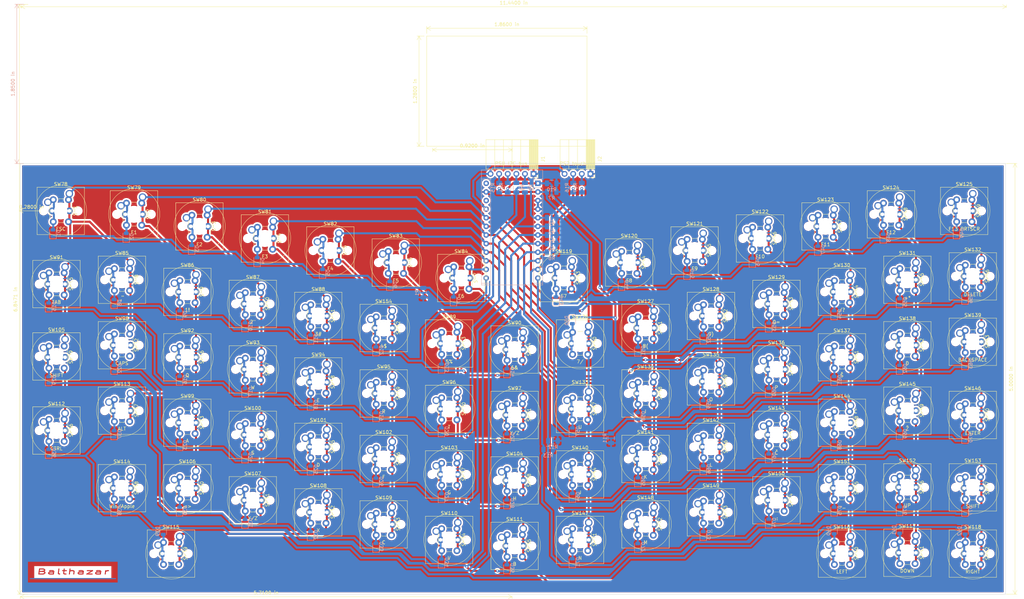
<source format=kicad_pcb>
(kicad_pcb (version 20171130) (host pcbnew "(5.1.5)-3")
  (layers (0 F.Cu signal) (31 B.Cu signal) (34 B.Paste user) (35 F.Paste user) (36 B.SilkS user) (37 F.SilkS user) (38 B.Mask user) (39 F.Mask user) (44 Edge.Cuts user))
  (net 0 "")
  (net 1 col1)
  (net 2 "Net-(D1-Pad2)")
  (net 3 "Net-(D2-Pad2)")
  (net 4 "Net-(D3-Pad2)")
  (net 5 "Net-(D4-Pad2)")
  (net 6 "Net-(D5-Pad2)")
  (net 7 "Net-(D6-Pad2)")
  (net 8 "Net-(D7-Pad2)")
  (net 9 "Net-(D8-Pad2)")
  (net 10 col2)
  (net 11 "Net-(D9-Pad2)")
  (net 12 "Net-(D10-Pad2)")
  (net 13 "Net-(D11-Pad2)")
  (net 14 "Net-(D12-Pad2)")
  (net 15 "Net-(D13-Pad2)")
  (net 16 "Net-(D14-Pad2)")
  (net 17 col3)
  (net 18 "Net-(D15-Pad2)")
  (net 19 "Net-(D16-Pad2)")
  (net 20 "Net-(D17-Pad2)")
  (net 21 "Net-(D18-Pad2)")
  (net 22 "Net-(D19-Pad2)")
  (net 23 "Net-(D20-Pad2)")
  (net 24 "Net-(D21-Pad2)")
  (net 25 col4)
  (net 26 "Net-(D22-Pad2)")
  (net 27 "Net-(D23-Pad2)")
  (net 28 "Net-(D24-Pad2)")
  (net 29 "Net-(D25-Pad2)")
  (net 30 "Net-(D26-Pad2)")
  (net 31 "Net-(D27-Pad2)")
  (net 32 "Net-(D28-Pad2)")
  (net 33 col5)
  (net 34 "Net-(D29-Pad2)")
  (net 35 "Net-(D30-Pad2)")
  (net 36 "Net-(D31-Pad2)")
  (net 37 "Net-(D32-Pad2)")
  (net 38 "Net-(D33-Pad2)")
  (net 39 "Net-(D34-Pad2)")
  (net 40 "Net-(D35-Pad2)")
  (net 41 col6)
  (net 42 "Net-(D36-Pad2)")
  (net 43 "Net-(D37-Pad2)")
  (net 44 "Net-(D38-Pad2)")
  (net 45 "Net-(D39-Pad2)")
  (net 46 "Net-(D40-Pad2)")
  (net 47 "Net-(D41-Pad2)")
  (net 48 "Net-(D42-Pad2)")
  (net 49 col7)
  (net 50 "Net-(D43-Pad2)")
  (net 51 "Net-(D44-Pad2)")
  (net 52 "Net-(D45-Pad2)")
  (net 53 "Net-(D46-Pad2)")
  (net 54 "Net-(D47-Pad2)")
  (net 55 "Net-(D48-Pad2)")
  (net 56 "Net-(D49-Pad2)")
  (net 57 col8)
  (net 58 "Net-(D50-Pad2)")
  (net 59 "Net-(D51-Pad2)")
  (net 60 "Net-(D52-Pad2)")
  (net 61 "Net-(D53-Pad2)")
  (net 62 "Net-(D54-Pad2)")
  (net 63 "Net-(D55-Pad2)")
  (net 64 "Net-(D56-Pad2)")
  (net 65 "Net-(D57-Pad2)")
  (net 66 col9)
  (net 67 "Net-(D58-Pad2)")
  (net 68 "Net-(D59-Pad2)")
  (net 69 "Net-(D60-Pad2)")
  (net 70 "Net-(D61-Pad2)")
  (net 71 "Net-(D62-Pad2)")
  (net 72 "Net-(D63-Pad2)")
  (net 73 "Net-(D64-Pad2)")
  (net 74 col10)
  (net 75 "Net-(D65-Pad2)")
  (net 76 "Net-(D66-Pad2)")
  (net 77 "Net-(D67-Pad2)")
  (net 78 "Net-(D68-Pad2)")
  (net 79 "Net-(D69-Pad2)")
  (net 80 "Net-(D70-Pad2)")
  (net 81 "Net-(D71-Pad2)")
  (net 82 col11)
  (net 83 "Net-(D72-Pad2)")
  (net 84 "Net-(D73-Pad2)")
  (net 85 "Net-(D74-Pad2)")
  (net 86 "Net-(D75-Pad2)")
  (net 87 "Net-(D76-Pad2)")
  (net 88 "Net-(D77-Pad2)")
  (net 89 row1)
  (net 90 row2)
  (net 91 row3)
  (net 92 row4)
  (net 93 row5)
  (net 94 row6)
  (net 95 row7)
  (net 96 GND)
  (net 97 "Net-(J1-Pad2)")
  (net 98 "Net-(J1-Pad3)")
  (net 99 "Net-(J1-Pad6)")
  (net 100 "Net-(J1-Pad4)")
  (net 101 "Net-(J1-Pad5)")
  (net 102 "Net-(J2-Pad2)")
  (net 103 "Net-(J2-Pad3)")
  (module Button_Switch_THT:SW_PUSH_6mm_8mm (layer F.Cu) (at 94.996 145.288 270)
    (fp_text reference SW32 (at 3.25 -2 270) (layer F.SilkS))
    (fp_text value X (at 8.636 2.286 180) (layer F.SilkS))
    (pad 2 thru_hole circle (at 3.302 4.826) (size 2 2) (drill 1.1) (layers *.Cu *.Mask) (net 37 "Net-(D32-Pad2)"))
    (pad 1 thru_hole circle (at 3.302 -0.254) (size 2 2) (drill 1.1) (layers *.Cu *.Mask) (net 92 row4))
    (pad 1 thru_hole circle (at 6.5 0) (size 2 2) (drill 1.1) (layers *.Cu *.Mask) (net 92 row4))
    (pad 2 thru_hole circle (at 6.5 4.5) (size 2 2) (drill 1.1) (layers *.Cu *.Mask) (net 37 "Net-(D32-Pad2)"))
    (pad 1 thru_hole circle (at 0 0) (size 2 2) (drill 1.1) (layers *.Cu *.Mask) (net 92 row4))
    (pad 2 thru_hole circle (at 0 4.5) (size 2 2) (drill 1.1) (layers *.Cu *.Mask) (net 37 "Net-(D32-Pad2)"))
  )
  (module Button_Switch_THT:SW_PUSH_6mm_8mm (layer F.Cu) (at 167.386 76.2 270)
    (fp_text reference SW43 (at 3.25 -2 270) (layer F.SilkS))
    (fp_text value F7 (at 8.636 2.286 180) (layer F.SilkS))
    (pad 2 thru_hole circle (at 0 4.5) (size 2 2) (drill 1.1) (layers *.Cu *.Mask) (net 50 "Net-(D43-Pad2)"))
    (pad 1 thru_hole circle (at 0 0) (size 2 2) (drill 1.1) (layers *.Cu *.Mask) (net 89 row1))
    (pad 2 thru_hole circle (at 6.5 4.5) (size 2 2) (drill 1.1) (layers *.Cu *.Mask) (net 50 "Net-(D43-Pad2)"))
    (pad 1 thru_hole circle (at 6.5 0) (size 2 2) (drill 1.1) (layers *.Cu *.Mask) (net 89 row1))
    (pad 1 thru_hole circle (at 3.302 -0.254) (size 2 2) (drill 1.1) (layers *.Cu *.Mask) (net 89 row1))
    (pad 2 thru_hole circle (at 3.302 4.826) (size 2 2) (drill 1.1) (layers *.Cu *.Mask) (net 50 "Net-(D43-Pad2)"))
  )
  (module Button_Switch_THT:SW_PUSH_6mm_8mm (layer F.Cu) (at 56.388 99.568 270)
    (fp_text reference SW16 (at 3.25 -2 270) (layer F.SilkS))
    (fp_text value Q (at 8.636 2.286 180) (layer F.SilkS))
    (pad 2 thru_hole circle (at 3.302 4.826) (size 2 2) (drill 1.1) (layers *.Cu *.Mask) (net 19 "Net-(D16-Pad2)"))
    (pad 1 thru_hole circle (at 3.302 -0.254) (size 2 2) (drill 1.1) (layers *.Cu *.Mask) (net 90 row2))
    (pad 1 thru_hole circle (at 6.5 0) (size 2 2) (drill 1.1) (layers *.Cu *.Mask) (net 90 row2))
    (pad 2 thru_hole circle (at 6.5 4.5) (size 2 2) (drill 1.1) (layers *.Cu *.Mask) (net 19 "Net-(D16-Pad2)"))
    (pad 1 thru_hole circle (at 0 0) (size 2 2) (drill 1.1) (layers *.Cu *.Mask) (net 90 row2))
    (pad 2 thru_hole circle (at 0 4.5) (size 2 2) (drill 1.1) (layers *.Cu *.Mask) (net 19 "Net-(D16-Pad2)"))
  )
  (module Button_Switch_THT:SW_PUSH_6mm_8mm (layer F.Cu) (at 114.3 110.236 270)
    (fp_text reference SW19 (at 3.25 -2 270) (layer F.SilkS))
    (fp_text value R (at 8.636 2.286 180) (layer F.SilkS))
    (pad 2 thru_hole circle (at 3.302 4.826) (size 2 2) (drill 1.1) (layers *.Cu *.Mask) (net 22 "Net-(D19-Pad2)"))
    (pad 1 thru_hole circle (at 3.302 -0.254) (size 2 2) (drill 1.1) (layers *.Cu *.Mask) (net 93 row5))
    (pad 1 thru_hole circle (at 6.5 0) (size 2 2) (drill 1.1) (layers *.Cu *.Mask) (net 93 row5))
    (pad 2 thru_hole circle (at 6.5 4.5) (size 2 2) (drill 1.1) (layers *.Cu *.Mask) (net 22 "Net-(D19-Pad2)"))
    (pad 1 thru_hole circle (at 0 0) (size 2 2) (drill 1.1) (layers *.Cu *.Mask) (net 93 row5))
    (pad 2 thru_hole circle (at 0 4.5) (size 2 2) (drill 1.1) (layers *.Cu *.Mask) (net 22 "Net-(D19-Pad2)"))
  )
  (module Button_Switch_THT:SW_PUSH_6mm_8mm (layer F.Cu) (at 56.388 118.872 270)
    (fp_text reference SW23 (at 3.25 -2 270) (layer F.SilkS))
    (fp_text value A (at 8.636 2.286 180) (layer F.SilkS))
    (pad 2 thru_hole circle (at 0 4.5) (size 2 2) (drill 1.1) (layers *.Cu *.Mask) (net 27 "Net-(D23-Pad2)"))
    (pad 1 thru_hole circle (at 0 0) (size 2 2) (drill 1.1) (layers *.Cu *.Mask) (net 90 row2))
    (pad 2 thru_hole circle (at 6.5 4.5) (size 2 2) (drill 1.1) (layers *.Cu *.Mask) (net 27 "Net-(D23-Pad2)"))
    (pad 1 thru_hole circle (at 6.5 0) (size 2 2) (drill 1.1) (layers *.Cu *.Mask) (net 90 row2))
    (pad 1 thru_hole circle (at 3.302 -0.254) (size 2 2) (drill 1.1) (layers *.Cu *.Mask) (net 90 row2))
    (pad 2 thru_hole circle (at 3.302 4.826) (size 2 2) (drill 1.1) (layers *.Cu *.Mask) (net 27 "Net-(D23-Pad2)"))
  )
  (module Button_Switch_THT:SW_PUSH_6mm_8mm (layer F.Cu) (at 230.124 83.82 270)
    (fp_text reference SW53 (at 3.25 -2 270) (layer F.SilkS))
    (fp_text value 0= (at 8.636 2.286 180) (layer F.SilkS))
    (pad 2 thru_hole circle (at 0 4.5) (size 2 2) (drill 1.1) (layers *.Cu *.Mask) (net 61 "Net-(D53-Pad2)"))
    (pad 1 thru_hole circle (at 0 0) (size 2 2) (drill 1.1) (layers *.Cu *.Mask) (net 92 row4))
    (pad 2 thru_hole circle (at 6.5 4.5) (size 2 2) (drill 1.1) (layers *.Cu *.Mask) (net 61 "Net-(D53-Pad2)"))
    (pad 1 thru_hole circle (at 6.5 0) (size 2 2) (drill 1.1) (layers *.Cu *.Mask) (net 92 row4))
    (pad 1 thru_hole circle (at 3.302 -0.254) (size 2 2) (drill 1.1) (layers *.Cu *.Mask) (net 92 row4))
    (pad 2 thru_hole circle (at 3.302 4.826) (size 2 2) (drill 1.1) (layers *.Cu *.Mask) (net 61 "Net-(D53-Pad2)"))
  )
  (module Button_Switch_THT:SW_PUSH_6mm_8mm (layer F.Cu) (at 210.82 106.68 270)
    (fp_text reference SW59 (at 3.25 -2 270) (layer F.SilkS))
    (fp_text value O (at 8.636 2.286 180) (layer F.SilkS))
    (pad 2 thru_hole circle (at 0 4.5) (size 2 2) (drill 1.1) (layers *.Cu *.Mask) (net 68 "Net-(D59-Pad2)"))
    (pad 1 thru_hole circle (at 0 0) (size 2 2) (drill 1.1) (layers *.Cu *.Mask) (net 91 row3))
    (pad 2 thru_hole circle (at 6.5 4.5) (size 2 2) (drill 1.1) (layers *.Cu *.Mask) (net 68 "Net-(D59-Pad2)"))
    (pad 1 thru_hole circle (at 6.5 0) (size 2 2) (drill 1.1) (layers *.Cu *.Mask) (net 91 row3))
    (pad 1 thru_hole circle (at 3.302 -0.254) (size 2 2) (drill 1.1) (layers *.Cu *.Mask) (net 91 row3))
    (pad 2 thru_hole circle (at 3.302 4.826) (size 2 2) (drill 1.1) (layers *.Cu *.Mask) (net 68 "Net-(D59-Pad2)"))
  )
  (module Module:Arduino_ProMicro (layer B.Cu) (at 149.86 64.262 180)
    (fp_text reference U1 (at 7.62 5.08) (layer B.SilkS) (effects (justify mirror)))
    (fp_text value "Pro Micro")
    (pad 16 thru_hole oval (at 7.62 -7.62 180) (size 1.6 1.6) (drill 0.8) (layers *.Cu *.Mask) (net 93 row5))
    (pad 15 thru_hole oval (at 7.62 -10.16 180) (size 1.6 1.6) (drill 0.8) (layers *.Cu *.Mask) (net 94 row6))
    (pad 14 thru_hole oval (at 7.62 -12.7 180) (size 1.6 1.6) (drill 0.8) (layers *.Cu *.Mask) (net 95 row7))
    (pad 13 thru_hole oval (at 7.62 -15.24 180) (size 1.6 1.6) (drill 0.8) (layers *.Cu *.Mask) (net 1 col1))
    (pad 12 thru_hole oval (at -7.62 -15.24 180) (size 1.6 1.6) (drill 0.8) (layers *.Cu *.Mask) (net 66 col9))
    (pad 11 thru_hole oval (at -7.62 -12.7 180) (size 1.6 1.6) (drill 0.8) (layers *.Cu *.Mask) (net 57 col8))
    (pad 10 thru_hole oval (at -7.62 -10.16 180) (size 1.6 1.6) (drill 0.8) (layers *.Cu *.Mask) (net 49 col7))
    (pad 9 thru_hole oval (at -7.62 -7.62 180) (size 1.6 1.6) (drill 0.8) (layers *.Cu *.Mask) (net 41 col6))
    (pad 24 thru_hole oval (at 7.62 12.7 180) (size 1.6 1.6) (drill 0.8) (layers *.Cu *.Mask))
    (pad 8 thru_hole oval (at -7.62 -5.08 180) (size 1.6 1.6) (drill 0.8) (layers *.Cu *.Mask) (net 33 col5))
    (pad 23 thru_hole oval (at 7.62 10.16 180) (size 1.6 1.6) (drill 0.8) (layers *.Cu *.Mask) (net 96 GND))
    (pad 7 thru_hole oval (at -7.62 -2.54 180) (size 1.6 1.6) (drill 0.8) (layers *.Cu *.Mask) (net 25 col4))
    (pad 22 thru_hole oval (at 7.62 7.62 180) (size 1.6 1.6) (drill 0.8) (layers *.Cu *.Mask))
    (pad 6 thru_hole oval (at -7.62 0 180) (size 1.6 1.6) (drill 0.8) (layers *.Cu *.Mask) (net 17 col3))
    (pad 21 thru_hole oval (at 7.62 5.08 180) (size 1.6 1.6) (drill 0.8) (layers *.Cu *.Mask) (net 99 "Net-(J1-Pad6)"))
    (pad 5 thru_hole oval (at -7.62 2.54 180) (size 1.6 1.6) (drill 0.8) (layers *.Cu *.Mask) (net 10 col2))
    (pad 20 thru_hole oval (at 7.62 2.54 180) (size 1.6 1.6) (drill 0.8) (layers *.Cu *.Mask) (net 89 row1))
    (pad 4 thru_hole oval (at -7.62 5.08 180) (size 1.6 1.6) (drill 0.8) (layers *.Cu *.Mask) (net 96 GND))
    (pad 19 thru_hole oval (at 7.62 0 180) (size 1.6 1.6) (drill 0.8) (layers *.Cu *.Mask) (net 90 row2))
    (pad 3 thru_hole oval (at -7.62 7.62 180) (size 1.6 1.6) (drill 0.8) (layers *.Cu *.Mask) (net 96 GND))
    (pad 18 thru_hole oval (at 7.62 -2.54 180) (size 1.6 1.6) (drill 0.8) (layers *.Cu *.Mask) (net 91 row3))
    (pad 2 thru_hole oval (at -7.62 10.16 180) (size 1.6 1.6) (drill 0.8) (layers *.Cu *.Mask) (net 82 col11))
    (pad 17 thru_hole oval (at 7.62 -5.08 180) (size 1.6 1.6) (drill 0.8) (layers *.Cu *.Mask) (net 92 row4))
    (pad 1 thru_hole rect (at -7.62 12.7 180) (size 1.6 1.6) (drill 0.8) (layers *.Cu *.Mask) (net 74 col10))
  )
  (module Button_Switch_THT:SW_PUSH_6mm_8mm (layer F.Cu) (at 51.562 157.48 270)
    (fp_text reference SW39 (at 3.25 -2 90) (layer F.SilkS))
    (fp_text value SPACE)
    (pad 2 thru_hole circle (at 3.302 4.826) (size 2 2) (drill 1.1) (layers *.Cu *.Mask) (net 45 "Net-(D39-Pad2)"))
    (pad 1 thru_hole circle (at 3.302 -0.254) (size 2 2) (drill 1.1) (layers *.Cu *.Mask) (net 92 row4))
    (pad 1 thru_hole circle (at 6.5 0) (size 2 2) (drill 1.1) (layers *.Cu *.Mask) (net 92 row4))
    (pad 2 thru_hole circle (at 6.5 4.5) (size 2 2) (drill 1.1) (layers *.Cu *.Mask) (net 45 "Net-(D39-Pad2)"))
    (pad 1 thru_hole circle (at 0 0) (size 2 2) (drill 1.1) (layers *.Cu *.Mask) (net 92 row4))
    (pad 2 thru_hole circle (at 0 4.5) (size 2 2) (drill 1.1) (layers *.Cu *.Mask) (net 45 "Net-(D39-Pad2)"))
  )
  (module Diode_SMD:D_0805_2012Metric (layer B.Cu) (at 36.068 67.2315 90)
    (fp_text reference D2 (at 0 1.65 90) (layer B.SilkS) (effects (justify mirror)))
    (fp_text value D)
    (pad 2 smd roundrect (at 0.9375 0 90) (size 0.975 1.4) (layers B.Cu B.Paste B.Mask) (net 3 "Net-(D2-Pad2)"))
    (pad 1 smd roundrect (at -0.9375 0 90) (size 0.975 1.4) (layers B.Cu B.Paste B.Mask) (net 1 col1))
  )
  (module Diode_SMD:D_0805_2012Metric (layer B.Cu) (at 55.372 70.7875 90)
    (fp_text reference D3 (at 0 1.65 90) (layer B.SilkS) (effects (justify mirror)))
    (fp_text value D)
    (pad 1 smd roundrect (at -0.9375 0 90) (size 0.975 1.4) (layers B.Cu B.Paste B.Mask) (net 1 col1))
    (pad 2 smd roundrect (at 0.9375 0 90) (size 0.975 1.4) (layers B.Cu B.Paste B.Mask) (net 4 "Net-(D3-Pad2)"))
  )
  (module Diode_SMD:D_0805_2012Metric (layer B.Cu) (at 74.676 74.422 90)
    (fp_text reference D4 (at 0 1.65 90) (layer B.SilkS) (effects (justify mirror)))
    (fp_text value D)
    (pad 1 smd roundrect (at -0.9375 0 90) (size 0.975 1.4) (layers B.Cu B.Paste B.Mask) (net 1 col1))
    (pad 2 smd roundrect (at 0.9375 0 90) (size 0.975 1.4) (layers B.Cu B.Paste B.Mask) (net 5 "Net-(D4-Pad2)"))
  )
  (module Diode_SMD:D_0805_2012Metric (layer B.Cu) (at 93.98 77.8995 90)
    (fp_text reference D5 (at 0 1.65 90) (layer B.SilkS) (effects (justify mirror)))
    (fp_text value D)
    (pad 1 smd roundrect (at -0.9375 0 90) (size 0.975 1.4) (layers B.Cu B.Paste B.Mask) (net 1 col1))
    (pad 2 smd roundrect (at 0.9375 0 90) (size 0.975 1.4) (layers B.Cu B.Paste B.Mask) (net 6 "Net-(D5-Pad2)"))
  )
  (module Diode_SMD:D_0805_2012Metric (layer B.Cu) (at 113.792 81.4555 90)
    (fp_text reference D6 (at 0 1.65 90) (layer B.SilkS) (effects (justify mirror)))
    (fp_text value D)
    (pad 1 smd roundrect (at -0.9375 0 90) (size 0.975 1.4) (layers B.Cu B.Paste B.Mask) (net 1 col1))
    (pad 2 smd roundrect (at 0.9375 0 90) (size 0.975 1.4) (layers B.Cu B.Paste B.Mask) (net 7 "Net-(D6-Pad2)"))
  )
  (module Diode_SMD:D_0805_2012Metric (layer B.Cu) (at 132.588 86.0275 90)
    (fp_text reference D7 (at 0 1.65 90) (layer B.SilkS) (effects (justify mirror)))
    (fp_text value D)
    (pad 1 smd roundrect (at -0.9375 0 90) (size 0.975 1.4) (layers B.Cu B.Paste B.Mask) (net 1 col1))
    (pad 2 smd roundrect (at 0.9375 0 90) (size 0.975 1.4) (layers B.Cu B.Paste B.Mask) (net 8 "Net-(D7-Pad2)"))
  )
  (module Diode_SMD:D_0805_2012Metric (layer B.Cu) (at 32.512 86.7895 90)
    (fp_text reference D8 (at 0 1.65 90) (layer B.SilkS) (effects (justify mirror)))
    (fp_text value D)
    (pad 2 smd roundrect (at 0.9375 0 90) (size 0.975 1.4) (layers B.Cu B.Paste B.Mask) (net 9 "Net-(D8-Pad2)"))
    (pad 1 smd roundrect (at -0.9375 0 90) (size 0.975 1.4) (layers B.Cu B.Paste B.Mask) (net 10 col2))
  )
  (module Diode_SMD:D_0805_2012Metric (layer B.Cu) (at 51.816 90.0915 90)
    (fp_text reference D9 (at 0 1.65 -90) (layer B.SilkS) (effects (justify mirror)))
    (fp_text value D)
    (pad 1 smd roundrect (at -0.9375 0 90) (size 0.975 1.4) (layers B.Cu B.Paste B.Mask) (net 10 col2))
    (pad 2 smd roundrect (at 0.9375 0 90) (size 0.975 1.4) (layers B.Cu B.Paste B.Mask) (net 11 "Net-(D9-Pad2)"))
  )
  (module Diode_SMD:D_0805_2012Metric (layer B.Cu) (at 71.12 93.6475 90)
    (fp_text reference D10 (at 0 1.65 -90) (layer B.SilkS) (effects (justify mirror)))
    (fp_text value D)
    (pad 2 smd roundrect (at 0.9375 0 90) (size 0.975 1.4) (layers B.Cu B.Paste B.Mask) (net 12 "Net-(D10-Pad2)"))
    (pad 1 smd roundrect (at -0.9375 0 90) (size 0.975 1.4) (layers B.Cu B.Paste B.Mask) (net 10 col2))
  )
  (module Diode_SMD:D_0805_2012Metric (layer B.Cu) (at 90.424 97.282 90)
    (fp_text reference D11 (at 0 1.65 -90) (layer B.SilkS) (effects (justify mirror)))
    (fp_text value D)
    (pad 1 smd roundrect (at -0.9375 0 90) (size 0.975 1.4) (layers B.Cu B.Paste B.Mask) (net 10 col2))
    (pad 2 smd roundrect (at 0.9375 0 90) (size 0.975 1.4) (layers B.Cu B.Paste B.Mask) (net 13 "Net-(D11-Pad2)"))
  )
  (module Diode_SMD:D_0805_2012Metric (layer B.Cu) (at 109.728 100.7595 90)
    (fp_text reference D12 (at 0 1.65 -90) (layer B.SilkS) (effects (justify mirror)))
    (fp_text value D)
    (pad 2 smd roundrect (at 0.9375 0 90) (size 0.975 1.4) (layers B.Cu B.Paste B.Mask) (net 14 "Net-(D12-Pad2)"))
    (pad 1 smd roundrect (at -0.9375 0 90) (size 0.975 1.4) (layers B.Cu B.Paste B.Mask) (net 10 col2))
  )
  (module Diode_SMD:D_0805_2012Metric (layer B.Cu) (at 129.032 105.8395 90)
    (fp_text reference D13 (at 0 1.65 -90) (layer B.SilkS) (effects (justify mirror)))
    (fp_text value D)
    (pad 1 smd roundrect (at -0.9375 0 90) (size 0.975 1.4) (layers B.Cu B.Paste B.Mask) (net 10 col2))
    (pad 2 smd roundrect (at 0.9375 0 90) (size 0.975 1.4) (layers B.Cu B.Paste B.Mask) (net 15 "Net-(D13-Pad2)"))
  )
  (module Diode_SMD:D_0805_2012Metric (layer B.Cu) (at 148.336 107.188 90)
    (fp_text reference D14 (at 0 1.65 -90) (layer B.SilkS) (effects (justify mirror)))
    (fp_text value D)
    (pad 2 smd roundrect (at 0.9375 0 90) (size 0.975 1.4) (layers B.Cu B.Paste B.Mask) (net 16 "Net-(D14-Pad2)"))
    (pad 1 smd roundrect (at -0.9375 0 90) (size 0.975 1.4) (layers B.Cu B.Paste B.Mask) (net 10 col2))
  )
  (module Diode_SMD:D_0805_2012Metric (layer B.Cu) (at 13.208 87.8055 90)
    (fp_text reference D15 (at 0 1.65 -90) (layer B.SilkS) (effects (justify mirror)))
    (fp_text value D)
    (pad 1 smd roundrect (at -0.9375 0 90) (size 0.975 1.4) (layers B.Cu B.Paste B.Mask) (net 17 col3))
    (pad 2 smd roundrect (at 0.9375 0 90) (size 0.975 1.4) (layers B.Cu B.Paste B.Mask) (net 18 "Net-(D15-Pad2)"))
  )
  (module Diode_SMD:D_0805_2012Metric (layer B.Cu) (at 51.816 109.3955 90)
    (fp_text reference D16 (at 0 1.65 90) (layer B.SilkS) (effects (justify mirror)))
    (fp_text value D)
    (pad 2 smd roundrect (at 0.9375 0 90) (size 0.975 1.4) (layers B.Cu B.Paste B.Mask) (net 19 "Net-(D16-Pad2)"))
    (pad 1 smd roundrect (at -0.9375 0 90) (size 0.975 1.4) (layers B.Cu B.Paste B.Mask) (net 17 col3))
  )
  (module Diode_SMD:D_0805_2012Metric (layer B.Cu) (at 71.12 112.9515 90)
    (fp_text reference D17 (at 0 1.65 -90) (layer B.SilkS) (effects (justify mirror)))
    (fp_text value D)
    (pad 1 smd roundrect (at -0.9375 0 90) (size 0.975 1.4) (layers B.Cu B.Paste B.Mask) (net 17 col3))
    (pad 2 smd roundrect (at 0.9375 0 90) (size 0.975 1.4) (layers B.Cu B.Paste B.Mask) (net 20 "Net-(D17-Pad2)"))
  )
  (module Diode_SMD:D_0805_2012Metric (layer B.Cu) (at 90.424 116.7615 90)
    (fp_text reference D18 (at 0 1.65 90) (layer B.SilkS) (effects (justify mirror)))
    (fp_text value D)
    (pad 2 smd roundrect (at 0.9375 0 90) (size 0.975 1.4) (layers B.Cu B.Paste B.Mask) (net 21 "Net-(D18-Pad2)"))
    (pad 1 smd roundrect (at -0.9375 0 90) (size 0.975 1.4) (layers B.Cu B.Paste B.Mask) (net 17 col3))
  )
  (module Diode_SMD:D_0805_2012Metric (layer B.Cu) (at 109.728 120.142 90)
    (fp_text reference D19 (at 0 1.65 90) (layer B.SilkS) (effects (justify mirror)))
    (fp_text value D)
    (pad 1 smd roundrect (at -0.9375 0 90) (size 0.975 1.4) (layers B.Cu B.Paste B.Mask) (net 17 col3))
    (pad 2 smd roundrect (at 0.9375 0 90) (size 0.975 1.4) (layers B.Cu B.Paste B.Mask) (net 22 "Net-(D19-Pad2)"))
  )
  (module Diode_SMD:D_0805_2012Metric (layer B.Cu) (at 129.032 124.6355 90)
    (fp_text reference D20 (at 0 1.65 270) (layer B.SilkS) (effects (justify mirror)))
    (fp_text value D)
    (pad 2 smd roundrect (at 0.9375 0 90) (size 0.975 1.4) (layers B.Cu B.Paste B.Mask) (net 23 "Net-(D20-Pad2)"))
    (pad 1 smd roundrect (at -0.9375 0 90) (size 0.975 1.4) (layers B.Cu B.Paste B.Mask) (net 17 col3))
  )
  (module Diode_SMD:D_0805_2012Metric (layer B.Cu) (at 148.336 126.4135 90)
    (fp_text reference D21 (at 0 1.65 -90) (layer B.SilkS) (effects (justify mirror)))
    (fp_text value D)
    (pad 1 smd roundrect (at -0.9375 0 90) (size 0.975 1.4) (layers B.Cu B.Paste B.Mask) (net 17 col3))
    (pad 2 smd roundrect (at 0.9375 0 90) (size 0.975 1.4) (layers B.Cu B.Paste B.Mask) (net 24 "Net-(D21-Pad2)"))
  )
  (module Diode_SMD:D_0805_2012Metric (layer B.Cu) (at 32.512 106.172 90)
    (fp_text reference D22 (at 0 1.65 -90) (layer B.SilkS) (effects (justify mirror)))
    (fp_text value D)
    (pad 1 smd roundrect (at -0.9375 0 90) (size 0.975 1.4) (layers B.Cu B.Paste B.Mask) (net 25 col4))
    (pad 2 smd roundrect (at 0.9375 0 90) (size 0.975 1.4) (layers B.Cu B.Paste B.Mask) (net 26 "Net-(D22-Pad2)"))
  )
  (module Diode_SMD:D_0805_2012Metric (layer B.Cu) (at 51.816 128.6995 90)
    (fp_text reference D23 (at 0 1.65 -90) (layer B.SilkS) (effects (justify mirror)))
    (fp_text value D)
    (pad 2 smd roundrect (at 0.9375 0 90) (size 0.975 1.4) (layers B.Cu B.Paste B.Mask) (net 27 "Net-(D23-Pad2)"))
    (pad 1 smd roundrect (at -0.9375 0 90) (size 0.975 1.4) (layers B.Cu B.Paste B.Mask) (net 25 col4))
  )
  (module Diode_SMD:D_0805_2012Metric (layer B.Cu) (at 71.12 132.334 90)
    (fp_text reference D24 (at 0 1.65 90) (layer B.SilkS) (effects (justify mirror)))
    (fp_text value D)
    (pad 1 smd roundrect (at -0.9375 0 90) (size 0.975 1.4) (layers B.Cu B.Paste B.Mask) (net 25 col4))
    (pad 2 smd roundrect (at 0.9375 0 90) (size 0.975 1.4) (layers B.Cu B.Paste B.Mask) (net 28 "Net-(D24-Pad2)"))
  )
  (module Diode_SMD:D_0805_2012Metric (layer B.Cu) (at 90.424 135.89 90)
    (fp_text reference D25 (at 0 1.65 -90) (layer B.SilkS) (effects (justify mirror)))
    (fp_text value D)
    (pad 2 smd roundrect (at 0.9375 0 90) (size 0.975 1.4) (layers B.Cu B.Paste B.Mask) (net 29 "Net-(D25-Pad2)"))
    (pad 1 smd roundrect (at -0.9375 0 90) (size 0.975 1.4) (layers B.Cu B.Paste B.Mask) (net 25 col4))
  )
  (module Diode_SMD:D_0805_2012Metric (layer B.Cu) (at 109.728 139.446 90)
    (fp_text reference D26 (at 0 1.65 -90) (layer B.SilkS) (effects (justify mirror)))
    (fp_text value D)
    (pad 1 smd roundrect (at -0.9375 0 90) (size 0.975 1.4) (layers B.Cu B.Paste B.Mask) (net 25 col4))
    (pad 2 smd roundrect (at 0.9375 0 90) (size 0.975 1.4) (layers B.Cu B.Paste B.Mask) (net 30 "Net-(D26-Pad2)"))
  )
  (module Diode_SMD:D_0805_2012Metric (layer B.Cu) (at 129.032 144.018 90)
    (fp_text reference D27 (at 0 1.65 90) (layer B.SilkS) (effects (justify mirror)))
    (fp_text value D)
    (pad 2 smd roundrect (at 0.9375 0 90) (size 0.975 1.4) (layers B.Cu B.Paste B.Mask) (net 31 "Net-(D27-Pad2)"))
    (pad 1 smd roundrect (at -0.9375 0 90) (size 0.975 1.4) (layers B.Cu B.Paste B.Mask) (net 25 col4))
  )
  (module Diode_SMD:D_0805_2012Metric (layer B.Cu) (at 148.336 145.8745 90)
    (fp_text reference D28 (at 0 1.65 90) (layer B.SilkS) (effects (justify mirror)))
    (fp_text value D)
    (pad 2 smd roundrect (at 0.9375 0 90) (size 0.975 1.4) (layers B.Cu B.Paste B.Mask) (net 32 "Net-(D28-Pad2)"))
    (pad 1 smd roundrect (at -0.9375 0 90) (size 0.975 1.4) (layers B.Cu B.Paste B.Mask) (net 25 col4))
  )
  (module Diode_SMD:D_0805_2012Metric (layer B.Cu) (at 13.208 109.5525 90)
    (fp_text reference D29 (at 0 1.65 90) (layer B.SilkS) (effects (justify mirror)))
    (fp_text value D)
    (pad 1 smd roundrect (at -0.9375 0 90) (size 0.975 1.4) (layers B.Cu B.Paste B.Mask) (net 33 col5))
    (pad 2 smd roundrect (at 0.9375 0 90) (size 0.975 1.4) (layers B.Cu B.Paste B.Mask) (net 34 "Net-(D29-Pad2)"))
  )
  (module Diode_SMD:D_0805_2012Metric (layer B.Cu) (at 51.816 148.0035 90)
    (fp_text reference D30 (at 0 1.65 90) (layer B.SilkS) (effects (justify mirror)))
    (fp_text value D)
    (pad 2 smd roundrect (at 0.9375 0 90) (size 0.975 1.4) (layers B.Cu B.Paste B.Mask) (net 35 "Net-(D30-Pad2)"))
    (pad 1 smd roundrect (at -0.9375 0 90) (size 0.975 1.4) (layers B.Cu B.Paste B.Mask) (net 33 col5))
  )
  (module Diode_SMD:D_0805_2012Metric (layer B.Cu) (at 71.12 151.638 90)
    (fp_text reference D31 (at 0 1.65 90) (layer B.SilkS) (effects (justify mirror)))
    (fp_text value D)
    (pad 2 smd roundrect (at 0.9375 0 90) (size 0.975 1.4) (layers B.Cu B.Paste B.Mask) (net 36 "Net-(D31-Pad2)"))
    (pad 1 smd roundrect (at -0.9375 0 90) (size 0.975 1.4) (layers B.Cu B.Paste B.Mask) (net 33 col5))
  )
  (module Diode_SMD:D_0805_2012Metric (layer B.Cu) (at 90.424 155.194 90)
    (fp_text reference D32 (at 0 1.65 90) (layer B.SilkS) (effects (justify mirror)))
    (fp_text value D)
    (pad 2 smd roundrect (at 0.9375 0 90) (size 0.975 1.4) (layers B.Cu B.Paste B.Mask) (net 37 "Net-(D32-Pad2)"))
    (pad 1 smd roundrect (at -0.9375 0 90) (size 0.975 1.4) (layers B.Cu B.Paste B.Mask) (net 33 col5))
  )
  (module Diode_SMD:D_0805_2012Metric (layer B.Cu) (at 109.728 158.6715 90)
    (fp_text reference D33 (at 0 1.65 -90) (layer B.SilkS) (effects (justify mirror)))
    (fp_text value D)
    (pad 1 smd roundrect (at -0.9375 0 90) (size 0.975 1.4) (layers B.Cu B.Paste B.Mask) (net 33 col5))
    (pad 2 smd roundrect (at 0.9375 0 90) (size 0.975 1.4) (layers B.Cu B.Paste B.Mask) (net 38 "Net-(D33-Pad2)"))
  )
  (module Diode_SMD:D_0805_2012Metric (layer B.Cu) (at 129.032 163.322 90)
    (fp_text reference D34 (at 0 1.65 90) (layer B.SilkS) (effects (justify mirror)))
    (fp_text value D)
    (pad 2 smd roundrect (at 0.9375 0 90) (size 0.975 1.4) (layers B.Cu B.Paste B.Mask) (net 39 "Net-(D34-Pad2)"))
    (pad 1 smd roundrect (at -0.9375 0 90) (size 0.975 1.4) (layers B.Cu B.Paste B.Mask) (net 33 col5))
  )
  (module Diode_SMD:D_0805_2012Metric (layer B.Cu) (at 148.336 165.0215 90)
    (fp_text reference D35 (at 0 1.65 90) (layer B.SilkS) (effects (justify mirror)))
    (fp_text value D)
    (pad 1 smd roundrect (at -0.9375 0 90) (size 0.975 1.4) (layers B.Cu B.Paste B.Mask) (net 33 col5))
    (pad 2 smd roundrect (at 0.9375 0 90) (size 0.975 1.4) (layers B.Cu B.Paste B.Mask) (net 40 "Net-(D35-Pad2)"))
  )
  (module Diode_SMD:D_0805_2012Metric (layer B.Cu) (at 13.208 130.9855 90)
    (fp_text reference D36 (at 0 1.65 90) (layer B.SilkS) (effects (justify mirror)))
    (fp_text value D)
    (pad 1 smd roundrect (at -0.9375 0 90) (size 0.975 1.4) (layers B.Cu B.Paste B.Mask) (net 41 col6))
    (pad 2 smd roundrect (at 0.9375 0 90) (size 0.975 1.4) (layers B.Cu B.Paste B.Mask) (net 42 "Net-(D36-Pad2)"))
  )
  (module Diode_SMD:D_0805_2012Metric (layer B.Cu) (at 32.512 125.476 90)
    (fp_text reference D37 (at 0 1.65 90) (layer B.SilkS) (effects (justify mirror)))
    (fp_text value D)
    (pad 2 smd roundrect (at 0.9375 0 90) (size 0.975 1.4) (layers B.Cu B.Paste B.Mask) (net 43 "Net-(D37-Pad2)"))
    (pad 1 smd roundrect (at -0.9375 0 90) (size 0.975 1.4) (layers B.Cu B.Paste B.Mask) (net 41 col6))
  )
  (module Diode_SMD:D_0805_2012Metric (layer B.Cu) (at 32.512 148.0035 90)
    (fp_text reference D38 (at 0 1.65 270) (layer B.SilkS) (effects (justify mirror)))
    (fp_text value D)
    (pad 1 smd roundrect (at -0.9375 0 90) (size 0.975 1.4) (layers B.Cu B.Paste B.Mask) (net 41 col6))
    (pad 2 smd roundrect (at 0.9375 0 90) (size 0.975 1.4) (layers B.Cu B.Paste B.Mask) (net 44 "Net-(D38-Pad2)"))
  )
  (module Diode_SMD:D_0805_2012Metric (layer B.Cu) (at 46.99 154.178 270)
    (fp_text reference D39 (at 0 1.65 90) (layer B.SilkS) (effects (justify mirror)))
    (fp_text value D)
    (pad 2 smd roundrect (at 0.9375 0 270) (size 0.975 1.4) (layers B.Cu B.Paste B.Mask) (net 45 "Net-(D39-Pad2)"))
    (pad 1 smd roundrect (at -0.9375 0 270) (size 0.975 1.4) (layers B.Cu B.Paste B.Mask) (net 41 col6))
  )
  (module Diode_SMD:D_0805_2012Metric (layer B.Cu) (at 244.856 154.0025 270)
    (fp_text reference D40 (at 0 1.65 270) (layer B.SilkS) (effects (justify mirror)))
    (fp_text value D)
    (pad 1 smd roundrect (at -0.9375 0 270) (size 0.975 1.4) (layers B.Cu B.Paste B.Mask) (net 41 col6))
    (pad 2 smd roundrect (at 0.9375 0 270) (size 0.975 1.4) (layers B.Cu B.Paste B.Mask) (net 46 "Net-(D40-Pad2)"))
  )
  (module Diode_SMD:D_0805_2012Metric (layer B.Cu) (at 264.16 153.8455 270)
    (fp_text reference D41 (at 0 1.65 90) (layer B.SilkS) (effects (justify mirror)))
    (fp_text value D)
    (pad 2 smd roundrect (at 0.9375 0 270) (size 0.975 1.4) (layers B.Cu B.Paste B.Mask) (net 47 "Net-(D41-Pad2)"))
    (pad 1 smd roundrect (at -0.9375 0 270) (size 0.975 1.4) (layers B.Cu B.Paste B.Mask) (net 41 col6))
  )
  (module Diode_SMD:D_0805_2012Metric (layer B.Cu) (at 283.464 154.0995 270)
    (fp_text reference D42 (at 0 1.65 270) (layer B.SilkS) (effects (justify mirror)))
    (fp_text value D)
    (pad 2 smd roundrect (at 0.9375 0 270) (size 0.975 1.4) (layers B.Cu B.Paste B.Mask) (net 48 "Net-(D42-Pad2)"))
    (pad 1 smd roundrect (at -0.9375 0 270) (size 0.975 1.4) (layers B.Cu B.Paste B.Mask) (net 41 col6))
  )
  (module Diode_SMD:D_0805_2012Metric (layer B.Cu) (at 162.814 86.0275 90)
    (fp_text reference D43 (at 0 1.65 -90) (layer B.SilkS) (effects (justify mirror)))
    (fp_text value D)
    (pad 1 smd roundrect (at -0.9375 0 90) (size 0.975 1.4) (layers B.Cu B.Paste B.Mask) (net 82 col11))
    (pad 2 smd roundrect (at 0.9375 0 90) (size 0.975 1.4) (layers B.Cu B.Paste B.Mask) (net 50 "Net-(D43-Pad2)"))
  )
  (module Diode_SMD:D_0805_2012Metric (layer B.Cu) (at 182.118 81.4555 90)
    (fp_text reference D44 (at 0 1.65 -90) (layer B.SilkS) (effects (justify mirror)))
    (fp_text value D)
    (pad 2 smd roundrect (at 0.9375 0 90) (size 0.975 1.4) (layers B.Cu B.Paste B.Mask) (net 51 "Net-(D44-Pad2)"))
    (pad 1 smd roundrect (at -0.9375 0 90) (size 0.975 1.4) (layers B.Cu B.Paste B.Mask) (net 82 col11))
  )
  (module Diode_SMD:D_0805_2012Metric (layer B.Cu) (at 201.422 78.1535 90)
    (fp_text reference D45 (at 0 1.65 -90) (layer B.SilkS) (effects (justify mirror)))
    (fp_text value D)
    (pad 1 smd roundrect (at -0.9375 0 90) (size 0.975 1.4) (layers B.Cu B.Paste B.Mask) (net 82 col11))
    (pad 2 smd roundrect (at 0.9375 0 90) (size 0.975 1.4) (layers B.Cu B.Paste B.Mask) (net 52 "Net-(D45-Pad2)"))
  )
  (module Diode_SMD:D_0805_2012Metric (layer B.Cu) (at 220.726 74.5975 90)
    (fp_text reference D46 (at 0 1.65 -90) (layer B.SilkS) (effects (justify mirror)))
    (fp_text value D)
    (pad 1 smd roundrect (at -0.9375 0 90) (size 0.975 1.4) (layers B.Cu B.Paste B.Mask) (net 82 col11))
    (pad 2 smd roundrect (at 0.9375 0 90) (size 0.975 1.4) (layers B.Cu B.Paste B.Mask) (net 53 "Net-(D46-Pad2)"))
  )
  (module Diode_SMD:D_0805_2012Metric (layer B.Cu) (at 240.03 71.0415 90)
    (fp_text reference D47 (at 0 1.65 -90) (layer B.SilkS) (effects (justify mirror)))
    (fp_text value D)
    (pad 2 smd roundrect (at 0.9375 0 90) (size 0.975 1.4) (layers B.Cu B.Paste B.Mask) (net 54 "Net-(D47-Pad2)"))
    (pad 1 smd roundrect (at -0.9375 0 90) (size 0.975 1.4) (layers B.Cu B.Paste B.Mask) (net 82 col11))
  )
  (module Diode_SMD:D_0805_2012Metric (layer B.Cu) (at 259.334 67.4855 90)
    (fp_text reference D48 (at 0 1.65 -90) (layer B.SilkS) (effects (justify mirror)))
    (fp_text value D)
    (pad 1 smd roundrect (at -0.9375 0 90) (size 0.975 1.4) (layers B.Cu B.Paste B.Mask) (net 82 col11))
    (pad 2 smd roundrect (at 0.9375 0 90) (size 0.975 1.4) (layers B.Cu B.Paste B.Mask) (net 55 "Net-(D48-Pad2)"))
  )
  (module Diode_SMD:D_0805_2012Metric (layer B.Cu) (at 280.924 66.2155 90)
    (fp_text reference D49 (at 0 1.65 -90) (layer B.SilkS) (effects (justify mirror)))
    (fp_text value D)
    (pad 1 smd roundrect (at -0.9375 0 90) (size 0.975 1.4) (layers B.Cu B.Paste B.Mask) (net 82 col11))
    (pad 2 smd roundrect (at 0.9375 0 90) (size 0.975 1.4) (layers B.Cu B.Paste B.Mask) (net 56 "Net-(D49-Pad2)"))
  )
  (module Diode_SMD:D_0805_2012Metric (layer B.Cu) (at 167.64 92.0265 270)
    (fp_text reference D50 (at 0 1.65 270) (layer B.SilkS) (effects (justify mirror)))
    (fp_text value D)
    (pad 1 smd roundrect (at -0.9375 0 270) (size 0.975 1.4) (layers B.Cu B.Paste B.Mask) (net 74 col10))
    (pad 2 smd roundrect (at 0.9375 0 270) (size 0.975 1.4) (layers B.Cu B.Paste B.Mask) (net 58 "Net-(D50-Pad2)"))
  )
  (module Diode_SMD:D_0805_2012Metric (layer B.Cu) (at 186.944 100.838 90)
    (fp_text reference D51 (at 0 1.65 -90) (layer B.SilkS) (effects (justify mirror)))
    (fp_text value D)
    (pad 2 smd roundrect (at 0.9375 0 90) (size 0.975 1.4) (layers B.Cu B.Paste B.Mask) (net 59 "Net-(D51-Pad2)"))
    (pad 1 smd roundrect (at -0.9375 0 90) (size 0.975 1.4) (layers B.Cu B.Paste B.Mask) (net 74 col10))
  )
  (module Diode_SMD:D_0805_2012Metric (layer B.Cu) (at 206.248 97.282 90)
    (fp_text reference D52 (at 0 1.65 -90) (layer B.SilkS) (effects (justify mirror)))
    (fp_text value D)
    (pad 1 smd roundrect (at -0.9375 0 90) (size 0.975 1.4) (layers B.Cu B.Paste B.Mask) (net 74 col10))
    (pad 2 smd roundrect (at 0.9375 0 90) (size 0.975 1.4) (layers B.Cu B.Paste B.Mask) (net 60 "Net-(D52-Pad2)"))
  )
  (module Diode_SMD:D_0805_2012Metric (layer B.Cu) (at 225.552 93.726 90)
    (fp_text reference D53 (at 0 1.65 -90) (layer B.SilkS) (effects (justify mirror)))
    (fp_text value D)
    (pad 2 smd roundrect (at 0.9375 0 90) (size 0.975 1.4) (layers B.Cu B.Paste B.Mask) (net 61 "Net-(D53-Pad2)"))
    (pad 1 smd roundrect (at -0.9375 0 90) (size 0.975 1.4) (layers B.Cu B.Paste B.Mask) (net 74 col10))
  )
  (module Diode_SMD:D_0805_2012Metric (layer B.Cu) (at 244.856 90.0915 90)
    (fp_text reference D54 (at 0 1.65 -90) (layer B.SilkS) (effects (justify mirror)))
    (fp_text value D)
    (pad 1 smd roundrect (at -0.9375 0 90) (size 0.975 1.4) (layers B.Cu B.Paste B.Mask) (net 74 col10))
    (pad 2 smd roundrect (at 0.9375 0 90) (size 0.975 1.4) (layers B.Cu B.Paste B.Mask) (net 62 "Net-(D54-Pad2)"))
  )
  (module Diode_SMD:D_0805_2012Metric (layer B.Cu) (at 264.16 86.5355 90)
    (fp_text reference D55 (at 0 1.65 -90) (layer B.SilkS) (effects (justify mirror)))
    (fp_text value D)
    (pad 2 smd roundrect (at 0.9375 0 90) (size 0.975 1.4) (layers B.Cu B.Paste B.Mask) (net 63 "Net-(D55-Pad2)"))
    (pad 1 smd roundrect (at -0.9375 0 90) (size 0.975 1.4) (layers B.Cu B.Paste B.Mask) (net 74 col10))
  )
  (module Diode_SMD:D_0805_2012Metric (layer B.Cu) (at 283.464 85.5195 90)
    (fp_text reference D56 (at 0 1.65 -90) (layer B.SilkS) (effects (justify mirror)))
    (fp_text value D)
    (pad 2 smd roundrect (at 0.9375 0 90) (size 0.975 1.4) (layers B.Cu B.Paste B.Mask) (net 64 "Net-(D56-Pad2)"))
    (pad 1 smd roundrect (at -0.9375 0 90) (size 0.975 1.4) (layers B.Cu B.Paste B.Mask) (net 74 col10))
  )
  (module Diode_SMD:D_0805_2012Metric (layer B.Cu) (at 167.64 124.6355 90)
    (fp_text reference D57 (at 0 1.65 -90) (layer B.SilkS) (effects (justify mirror)))
    (fp_text value D)
    (pad 2 smd roundrect (at 0.9375 0 90) (size 0.975 1.4) (layers B.Cu B.Paste B.Mask) (net 65 "Net-(D57-Pad2)"))
    (pad 1 smd roundrect (at -0.9375 0 90) (size 0.975 1.4) (layers B.Cu B.Paste B.Mask) (net 66 col9))
  )
  (module Diode_SMD:D_0805_2012Metric (layer B.Cu) (at 186.944 120.142 90)
    (fp_text reference D58 (at 0 1.65 -90) (layer B.SilkS) (effects (justify mirror)))
    (fp_text value D)
    (pad 2 smd roundrect (at 0.9375 0 90) (size 0.975 1.4) (layers B.Cu B.Paste B.Mask) (net 67 "Net-(D58-Pad2)"))
    (pad 1 smd roundrect (at -0.9375 0 90) (size 0.975 1.4) (layers B.Cu B.Paste B.Mask) (net 66 col9))
  )
  (module Diode_SMD:D_0805_2012Metric (layer B.Cu) (at 206.248 116.586 90)
    (fp_text reference D59 (at 0 1.65 -90) (layer B.SilkS) (effects (justify mirror)))
    (fp_text value D)
    (pad 1 smd roundrect (at -0.9375 0 90) (size 0.975 1.4) (layers B.Cu B.Paste B.Mask) (net 66 col9))
    (pad 2 smd roundrect (at 0.9375 0 90) (size 0.975 1.4) (layers B.Cu B.Paste B.Mask) (net 68 "Net-(D59-Pad2)"))
  )
  (module Diode_SMD:D_0805_2012Metric (layer B.Cu) (at 225.552 112.9515 90)
    (fp_text reference D60 (at 0 1.65 -90) (layer B.SilkS) (effects (justify mirror)))
    (fp_text value D)
    (pad 2 smd roundrect (at 0.9375 0 90) (size 0.975 1.4) (layers B.Cu B.Paste B.Mask) (net 69 "Net-(D60-Pad2)"))
    (pad 1 smd roundrect (at -0.9375 0 90) (size 0.975 1.4) (layers B.Cu B.Paste B.Mask) (net 66 col9))
  )
  (module Diode_SMD:D_0805_2012Metric (layer B.Cu) (at 244.856 109.474 90)
    (fp_text reference D61 (at 0 1.65 -90) (layer B.SilkS) (effects (justify mirror)))
    (fp_text value D)
    (pad 2 smd roundrect (at 0.9375 0 90) (size 0.975 1.4) (layers B.Cu B.Paste B.Mask) (net 70 "Net-(D61-Pad2)"))
    (pad 1 smd roundrect (at -0.9375 0 90) (size 0.975 1.4) (layers B.Cu B.Paste B.Mask) (net 66 col9))
  )
  (module Diode_SMD:D_0805_2012Metric (layer B.Cu) (at 264.16 106.172 90)
    (fp_text reference D62 (at 0 1.65 -90) (layer B.SilkS) (effects (justify mirror)))
    (fp_text value D)
    (pad 1 smd roundrect (at -0.9375 0 90) (size 0.975 1.4) (layers B.Cu B.Paste B.Mask) (net 66 col9))
    (pad 2 smd roundrect (at 0.9375 0 90) (size 0.975 1.4) (layers B.Cu B.Paste B.Mask) (net 71 "Net-(D62-Pad2)"))
  )
  (module Diode_SMD:D_0805_2012Metric (layer B.Cu) (at 283.464 104.8235 90)
    (fp_text reference D63 (at 0 1.65 -90) (layer B.SilkS) (effects (justify mirror)))
    (fp_text value D)
    (pad 1 smd roundrect (at -0.9375 0 90) (size 0.975 1.4) (layers B.Cu B.Paste B.Mask) (net 66 col9))
    (pad 2 smd roundrect (at 0.9375 0 90) (size 0.975 1.4) (layers B.Cu B.Paste B.Mask) (net 72 "Net-(D63-Pad2)"))
  )
  (module Diode_SMD:D_0805_2012Metric (layer B.Cu) (at 167.64 143.9395 90)
    (fp_text reference D64 (at 0 1.65 -90) (layer B.SilkS) (effects (justify mirror)))
    (fp_text value D)
    (pad 2 smd roundrect (at 0.9375 0 90) (size 0.975 1.4) (layers B.Cu B.Paste B.Mask) (net 73 "Net-(D64-Pad2)"))
    (pad 1 smd roundrect (at -0.9375 0 90) (size 0.975 1.4) (layers B.Cu B.Paste B.Mask) (net 57 col8))
  )
  (module Diode_SMD:D_0805_2012Metric (layer B.Cu) (at 186.944 139.3675 90)
    (fp_text reference D65 (at 0 1.65 -90) (layer B.SilkS) (effects (justify mirror)))
    (fp_text value D)
    (pad 1 smd roundrect (at -0.9375 0 90) (size 0.975 1.4) (layers B.Cu B.Paste B.Mask) (net 57 col8))
    (pad 2 smd roundrect (at 0.9375 0 90) (size 0.975 1.4) (layers B.Cu B.Paste B.Mask) (net 75 "Net-(D65-Pad2)"))
  )
  (module Diode_SMD:D_0805_2012Metric (layer B.Cu) (at 206.248 135.8115 90)
    (fp_text reference D66 (at 0 1.65 -90) (layer B.SilkS) (effects (justify mirror)))
    (fp_text value D)
    (pad 2 smd roundrect (at 0.9375 0 90) (size 0.975 1.4) (layers B.Cu B.Paste B.Mask) (net 76 "Net-(D66-Pad2)"))
    (pad 1 smd roundrect (at -0.9375 0 90) (size 0.975 1.4) (layers B.Cu B.Paste B.Mask) (net 57 col8))
  )
  (module Diode_SMD:D_0805_2012Metric (layer B.Cu) (at 225.552 132.334 90)
    (fp_text reference D67 (at 0 1.65 -90) (layer B.SilkS) (effects (justify mirror)))
    (fp_text value D)
    (pad 1 smd roundrect (at -0.9375 0 90) (size 0.975 1.4) (layers B.Cu B.Paste B.Mask) (net 57 col8))
    (pad 2 smd roundrect (at 0.9375 0 90) (size 0.975 1.4) (layers B.Cu B.Paste B.Mask) (net 77 "Net-(D67-Pad2)"))
  )
  (module Diode_SMD:D_0805_2012Metric (layer B.Cu) (at 244.856 128.6995 90)
    (fp_text reference D68 (at 0 1.65 -90) (layer B.SilkS) (effects (justify mirror)))
    (fp_text value D)
    (pad 2 smd roundrect (at 0.9375 0 90) (size 0.975 1.4) (layers B.Cu B.Paste B.Mask) (net 78 "Net-(D68-Pad2)"))
    (pad 1 smd roundrect (at -0.9375 0 90) (size 0.975 1.4) (layers B.Cu B.Paste B.Mask) (net 57 col8))
  )
  (module Diode_SMD:D_0805_2012Metric (layer B.Cu) (at 264.16 125.3975 90)
    (fp_text reference D69 (at 0 1.65 -90) (layer B.SilkS) (effects (justify mirror)))
    (fp_text value D)
    (pad 1 smd roundrect (at -0.9375 0 90) (size 0.975 1.4) (layers B.Cu B.Paste B.Mask) (net 57 col8))
    (pad 2 smd roundrect (at 0.9375 0 90) (size 0.975 1.4) (layers B.Cu B.Paste B.Mask) (net 79 "Net-(D69-Pad2)"))
  )
  (module Diode_SMD:D_0805_2012Metric (layer B.Cu) (at 283.464 126.5705 90)
    (fp_text reference D70 (at 0 1.65 -90) (layer B.SilkS) (effects (justify mirror)))
    (fp_text value D)
    (pad 2 smd roundrect (at 0.9375 0 90) (size 0.975 1.4) (layers B.Cu B.Paste B.Mask) (net 80 "Net-(D70-Pad2)"))
    (pad 1 smd roundrect (at -0.9375 0 90) (size 0.975 1.4) (layers B.Cu B.Paste B.Mask) (net 57 col8))
  )
  (module Diode_SMD:D_0805_2012Metric (layer B.Cu) (at 167.64 163.2435 90)
    (fp_text reference D71 (at 0 1.65 -90) (layer B.SilkS) (effects (justify mirror)))
    (fp_text value D)
    (pad 2 smd roundrect (at 0.9375 0 90) (size 0.975 1.4) (layers B.Cu B.Paste B.Mask) (net 81 "Net-(D71-Pad2)"))
    (pad 1 smd roundrect (at -0.9375 0 90) (size 0.975 1.4) (layers B.Cu B.Paste B.Mask) (net 49 col7))
  )
  (module Diode_SMD:D_0805_2012Metric (layer B.Cu) (at 186.944 158.75 90)
    (fp_text reference D72 (at 0 1.65 -90) (layer B.SilkS) (effects (justify mirror)))
    (fp_text value D)
    (pad 1 smd roundrect (at -0.9375 0 90) (size 0.975 1.4) (layers B.Cu B.Paste B.Mask) (net 49 col7))
    (pad 2 smd roundrect (at 0.9375 0 90) (size 0.975 1.4) (layers B.Cu B.Paste B.Mask) (net 83 "Net-(D72-Pad2)"))
  )
  (module Diode_SMD:D_0805_2012Metric (layer B.Cu) (at 206.248 155.194 90)
    (fp_text reference D73 (at 0 1.65 -90) (layer B.SilkS) (effects (justify mirror)))
    (fp_text value D)
    (pad 2 smd roundrect (at 0.9375 0 90) (size 0.975 1.4) (layers B.Cu B.Paste B.Mask) (net 84 "Net-(D73-Pad2)"))
    (pad 1 smd roundrect (at -0.9375 0 90) (size 0.975 1.4) (layers B.Cu B.Paste B.Mask) (net 49 col7))
  )
  (module Diode_SMD:D_0805_2012Metric (layer B.Cu) (at 225.552 151.5595 90)
    (fp_text reference D74 (at 0 1.65 -90) (layer B.SilkS) (effects (justify mirror)))
    (fp_text value D)
    (pad 1 smd roundrect (at -0.9375 0 90) (size 0.975 1.4) (layers B.Cu B.Paste B.Mask) (net 49 col7))
    (pad 2 smd roundrect (at 0.9375 0 90) (size 0.975 1.4) (layers B.Cu B.Paste B.Mask) (net 85 "Net-(D74-Pad2)"))
  )
  (module Diode_SMD:D_0805_2012Metric (layer B.Cu) (at 244.856 148.0035 90)
    (fp_text reference D75 (at 0 1.65 -90) (layer B.SilkS) (effects (justify mirror)))
    (fp_text value D)
    (pad 2 smd roundrect (at 0.9375 0 90) (size 0.975 1.4) (layers B.Cu B.Paste B.Mask) (net 86 "Net-(D75-Pad2)"))
    (pad 1 smd roundrect (at -0.9375 0 90) (size 0.975 1.4) (layers B.Cu B.Paste B.Mask) (net 49 col7))
  )
  (module Diode_SMD:D_0805_2012Metric (layer B.Cu) (at 264.16 147.9065 90)
    (fp_text reference D76 (at 0 1.65 270) (layer B.SilkS) (effects (justify mirror)))
    (fp_text value D)
    (pad 2 smd roundrect (at 0.9375 0 90) (size 0.975 1.4) (layers B.Cu B.Paste B.Mask) (net 87 "Net-(D76-Pad2)"))
    (pad 1 smd roundrect (at -0.9375 0 90) (size 0.975 1.4) (layers B.Cu B.Paste B.Mask) (net 49 col7))
  )
  (module Diode_SMD:D_0805_2012Metric (layer B.Cu) (at 283.464 148.082 90)
    (fp_text reference D77 (at 0 1.65 -90) (layer B.SilkS) (effects (justify mirror)))
    (fp_text value D)
    (pad 1 smd roundrect (at -0.9375 0 90) (size 0.975 1.4) (layers B.Cu B.Paste B.Mask) (net 49 col7))
    (pad 2 smd roundrect (at 0.9375 0 90) (size 0.975 1.4) (layers B.Cu B.Paste B.Mask) (net 88 "Net-(D77-Pad2)"))
  )
  (module Resistor_SMD:R_1206_3216Metric (layer B.Cu) (at 153.67 52.832 90)
    (fp_text reference R8 (at 0 1.82 90) (layer B.SilkS) (effects (justify mirror)))
    (fp_text value 200)
    (pad 1 smd roundrect (at -1.4 0 90) (size 1.25 1.75) (layers B.Cu B.Paste B.Mask) (roundrect_rratio 0.2) (net 17 col3))
    (pad 2 smd roundrect (at 1.4 0 90) (size 1.25 1.75) (layers B.Cu B.Paste B.Mask) (roundrect_rratio 0.2) (net 97 "Net-(J1-Pad2)"))
  )
  (module Resistor_SMD:R_1206_3216Metric (layer B.Cu) (at 151.13 52.832 90)
    (fp_text reference R9 (at 0 1.82 270) (layer B.SilkS) (effects (justify mirror)))
    (fp_text value 200)
    (pad 2 smd roundrect (at 1.4 0 90) (size 1.25 1.75) (layers B.Cu B.Paste B.Mask) (roundrect_rratio 0.2) (net 98 "Net-(J1-Pad3)"))
    (pad 1 smd roundrect (at -1.4 0 90) (size 1.25 1.75) (layers B.Cu B.Paste B.Mask) (roundrect_rratio 0.2) (net 10 col2))
  )
  (module Diode_SMD:D_0805_2012Metric (layer B.Cu) (at 14.478 66.2155 90)
    (fp_text reference D1 (at 0 1.65 90) (layer B.SilkS) (effects (justify mirror)))
    (fp_text value D)
    (pad 1 smd roundrect (at -0.9375 0 90) (size 0.975 1.4) (layers B.Cu B.Paste B.Mask) (net 1 col1))
    (pad 2 smd roundrect (at 0.9375 0 90) (size 0.975 1.4) (layers B.Cu B.Paste B.Mask) (net 2 "Net-(D1-Pad2)"))
  )
  (module Connector_PinSocket_2.54mm:PinSocket_1x06_P2.54mm_Horizontal (layer F.Cu) (at 156.21 48.768 270)
    (fp_text reference J1 (at -4.38 -2.77 90) (layer F.SilkS))
    (fp_text value "PSU I2C bus" (at -3.048 6.604 180) (layer F.SilkS))
    (pad 1 thru_hole rect (at 0 0 270) (size 1.7 1.7) (drill 1) (layers *.Cu *.Mask) (net 96 GND))
    (pad 2 thru_hole oval (at 0 2.54 270) (size 1.7 1.7) (drill 1) (layers *.Cu *.Mask) (net 97 "Net-(J1-Pad2)"))
    (pad 3 thru_hole oval (at 0 5.08 270) (size 1.7 1.7) (drill 1) (layers *.Cu *.Mask) (net 98 "Net-(J1-Pad3)"))
    (pad 4 thru_hole oval (at 0 7.62 270) (size 1.7 1.7) (drill 1) (layers *.Cu *.Mask) (net 100 "Net-(J1-Pad4)"))
    (pad 5 thru_hole oval (at 0 10.16 270) (size 1.7 1.7) (drill 1) (layers *.Cu *.Mask) (net 101 "Net-(J1-Pad5)"))
    (pad 6 thru_hole oval (at 0 12.7 270) (size 1.7 1.7) (drill 1) (layers *.Cu *.Mask) (net 99 "Net-(J1-Pad6)"))
  )
  (module Button_Switch_THT:SW_PUSH_6mm_8mm (layer F.Cu) (at 19.05 56.388 270)
    (fp_text reference SW1 (at 3.25 -2 270) (layer F.SilkS))
    (fp_text value ESC (at 8.636 2.286 180) (layer F.SilkS))
    (pad 2 thru_hole circle (at 3.302 4.826) (size 2 2) (drill 1.1) (layers *.Cu *.Mask) (net 2 "Net-(D1-Pad2)"))
    (pad 1 thru_hole circle (at 3.302 -0.254) (size 2 2) (drill 1.1) (layers *.Cu *.Mask) (net 89 row1))
    (pad 1 thru_hole circle (at 6.5 0) (size 2 2) (drill 1.1) (layers *.Cu *.Mask) (net 89 row1))
    (pad 2 thru_hole circle (at 6.5 4.5) (size 2 2) (drill 1.1) (layers *.Cu *.Mask) (net 2 "Net-(D1-Pad2)"))
    (pad 1 thru_hole circle (at 0 0) (size 2 2) (drill 1.1) (layers *.Cu *.Mask) (net 89 row1))
    (pad 2 thru_hole circle (at 0 4.5) (size 2 2) (drill 1.1) (layers *.Cu *.Mask) (net 2 "Net-(D1-Pad2)"))
  )
  (module Button_Switch_THT:SW_PUSH_6mm_8mm (layer F.Cu) (at 40.64 57.404 270)
    (fp_text reference SW2 (at 3.25 -2 270) (layer F.SilkS))
    (fp_text value F1 (at 8.636 2.286 180) (layer F.SilkS))
    (pad 2 thru_hole circle (at 0 4.5) (size 2 2) (drill 1.1) (layers *.Cu *.Mask) (net 3 "Net-(D2-Pad2)"))
    (pad 1 thru_hole circle (at 0 0) (size 2 2) (drill 1.1) (layers *.Cu *.Mask) (net 90 row2))
    (pad 2 thru_hole circle (at 6.5 4.5) (size 2 2) (drill 1.1) (layers *.Cu *.Mask) (net 3 "Net-(D2-Pad2)"))
    (pad 1 thru_hole circle (at 6.5 0) (size 2 2) (drill 1.1) (layers *.Cu *.Mask) (net 90 row2))
    (pad 1 thru_hole circle (at 3.302 -0.254) (size 2 2) (drill 1.1) (layers *.Cu *.Mask) (net 90 row2))
    (pad 2 thru_hole circle (at 3.302 4.826) (size 2 2) (drill 1.1) (layers *.Cu *.Mask) (net 3 "Net-(D2-Pad2)"))
  )
  (module Button_Switch_THT:SW_PUSH_6mm_8mm (layer F.Cu) (at 59.944 60.96 270)
    (fp_text reference SW3 (at 3.25 -2 270) (layer F.SilkS))
    (fp_text value F2 (at 8.636 2.286 180) (layer F.SilkS))
    (pad 2 thru_hole circle (at 3.302 4.826) (size 2 2) (drill 1.1) (layers *.Cu *.Mask) (net 4 "Net-(D3-Pad2)"))
    (pad 1 thru_hole circle (at 3.302 -0.254) (size 2 2) (drill 1.1) (layers *.Cu *.Mask) (net 91 row3))
    (pad 1 thru_hole circle (at 6.5 0) (size 2 2) (drill 1.1) (layers *.Cu *.Mask) (net 91 row3))
    (pad 2 thru_hole circle (at 6.5 4.5) (size 2 2) (drill 1.1) (layers *.Cu *.Mask) (net 4 "Net-(D3-Pad2)"))
    (pad 1 thru_hole circle (at 0 0) (size 2 2) (drill 1.1) (layers *.Cu *.Mask) (net 91 row3))
    (pad 2 thru_hole circle (at 0 4.5) (size 2 2) (drill 1.1) (layers *.Cu *.Mask) (net 4 "Net-(D3-Pad2)"))
  )
  (module Button_Switch_THT:SW_PUSH_6mm_8mm (layer F.Cu) (at 79.248 64.516 270)
    (fp_text reference SW4 (at 3.25 -2 270) (layer F.SilkS))
    (fp_text value F3 (at 8.636 2.286 180) (layer F.SilkS))
    (pad 2 thru_hole circle (at 0 4.5) (size 2 2) (drill 1.1) (layers *.Cu *.Mask) (net 5 "Net-(D4-Pad2)"))
    (pad 1 thru_hole circle (at 0 0) (size 2 2) (drill 1.1) (layers *.Cu *.Mask) (net 92 row4))
    (pad 2 thru_hole circle (at 6.5 4.5) (size 2 2) (drill 1.1) (layers *.Cu *.Mask) (net 5 "Net-(D4-Pad2)"))
    (pad 1 thru_hole circle (at 6.5 0) (size 2 2) (drill 1.1) (layers *.Cu *.Mask) (net 92 row4))
    (pad 1 thru_hole circle (at 3.302 -0.254) (size 2 2) (drill 1.1) (layers *.Cu *.Mask) (net 92 row4))
    (pad 2 thru_hole circle (at 3.302 4.826) (size 2 2) (drill 1.1) (layers *.Cu *.Mask) (net 5 "Net-(D4-Pad2)"))
  )
  (module Button_Switch_THT:SW_PUSH_6mm_8mm (layer F.Cu) (at 98.552 68.072 270)
    (fp_text reference SW5 (at 3.25 -2 270) (layer F.SilkS))
    (fp_text value F4 (at 8.636 2.286 180) (layer F.SilkS))
    (pad 2 thru_hole circle (at 0 4.5) (size 2 2) (drill 1.1) (layers *.Cu *.Mask) (net 6 "Net-(D5-Pad2)"))
    (pad 1 thru_hole circle (at 0 0) (size 2 2) (drill 1.1) (layers *.Cu *.Mask) (net 93 row5))
    (pad 2 thru_hole circle (at 6.5 4.5) (size 2 2) (drill 1.1) (layers *.Cu *.Mask) (net 6 "Net-(D5-Pad2)"))
    (pad 1 thru_hole circle (at 6.5 0) (size 2 2) (drill 1.1) (layers *.Cu *.Mask) (net 93 row5))
    (pad 1 thru_hole circle (at 3.302 -0.254) (size 2 2) (drill 1.1) (layers *.Cu *.Mask) (net 93 row5))
    (pad 2 thru_hole circle (at 3.302 4.826) (size 2 2) (drill 1.1) (layers *.Cu *.Mask) (net 6 "Net-(D5-Pad2)"))
  )
  (module Button_Switch_THT:SW_PUSH_6mm_8mm (layer F.Cu) (at 117.856 71.628 270)
    (fp_text reference SW6 (at 3.25 -2 270) (layer F.SilkS))
    (fp_text value F5 (at 8.636 2.286 180) (layer F.SilkS))
    (pad 2 thru_hole circle (at 0 4.5) (size 2 2) (drill 1.1) (layers *.Cu *.Mask) (net 7 "Net-(D6-Pad2)"))
    (pad 1 thru_hole circle (at 0 0) (size 2 2) (drill 1.1) (layers *.Cu *.Mask) (net 94 row6))
    (pad 2 thru_hole circle (at 6.5 4.5) (size 2 2) (drill 1.1) (layers *.Cu *.Mask) (net 7 "Net-(D6-Pad2)"))
    (pad 1 thru_hole circle (at 6.5 0) (size 2 2) (drill 1.1) (layers *.Cu *.Mask) (net 94 row6))
    (pad 1 thru_hole circle (at 3.302 -0.254) (size 2 2) (drill 1.1) (layers *.Cu *.Mask) (net 94 row6))
    (pad 2 thru_hole circle (at 3.302 4.826) (size 2 2) (drill 1.1) (layers *.Cu *.Mask) (net 7 "Net-(D6-Pad2)"))
  )
  (module Button_Switch_THT:SW_PUSH_6mm_8mm (layer F.Cu) (at 137.16 76.2 270)
    (fp_text reference SW7 (at 3.25 -2 270) (layer F.SilkS))
    (fp_text value F6 (at 8.636 2.286 180) (layer F.SilkS))
    (pad 2 thru_hole circle (at 0 4.5) (size 2 2) (drill 1.1) (layers *.Cu *.Mask) (net 8 "Net-(D7-Pad2)"))
    (pad 1 thru_hole circle (at 0 0) (size 2 2) (drill 1.1) (layers *.Cu *.Mask) (net 95 row7))
    (pad 2 thru_hole circle (at 6.5 4.5) (size 2 2) (drill 1.1) (layers *.Cu *.Mask) (net 8 "Net-(D7-Pad2)"))
    (pad 1 thru_hole circle (at 6.5 0) (size 2 2) (drill 1.1) (layers *.Cu *.Mask) (net 95 row7))
    (pad 1 thru_hole circle (at 3.302 -0.254) (size 2 2) (drill 1.1) (layers *.Cu *.Mask) (net 95 row7))
    (pad 2 thru_hole circle (at 3.302 4.826) (size 2 2) (drill 1.1) (layers *.Cu *.Mask) (net 8 "Net-(D7-Pad2)"))
  )
  (module Button_Switch_THT:SW_PUSH_6mm_8mm (layer F.Cu) (at 37.084 76.708 270)
    (fp_text reference SW8 (at 3.25 -2 270) (layer F.SilkS))
    (fp_text value ¸¨ (at 8.636 2.286 180) (layer F.SilkS))
    (pad 2 thru_hole circle (at 0 4.5) (size 2 2) (drill 1.1) (layers *.Cu *.Mask) (net 9 "Net-(D8-Pad2)"))
    (pad 1 thru_hole circle (at 0 0) (size 2 2) (drill 1.1) (layers *.Cu *.Mask) (net 89 row1))
    (pad 2 thru_hole circle (at 6.5 4.5) (size 2 2) (drill 1.1) (layers *.Cu *.Mask) (net 9 "Net-(D8-Pad2)"))
    (pad 1 thru_hole circle (at 6.5 0) (size 2 2) (drill 1.1) (layers *.Cu *.Mask) (net 89 row1))
    (pad 1 thru_hole circle (at 3.302 -0.254) (size 2 2) (drill 1.1) (layers *.Cu *.Mask) (net 89 row1))
    (pad 2 thru_hole circle (at 3.302 4.826) (size 2 2) (drill 1.1) (layers *.Cu *.Mask) (net 9 "Net-(D8-Pad2)"))
  )
  (module Button_Switch_THT:SW_PUSH_6mm_8mm (layer F.Cu) (at 56.388 80.264 270)
    (fp_text reference SW9 (at 3.25 -2 270) (layer F.SilkS))
    (fp_text value 1! (at 8.636 2.286 180) (layer F.SilkS))
    (pad 2 thru_hole circle (at 0 4.5) (size 2 2) (drill 1.1) (layers *.Cu *.Mask) (net 11 "Net-(D9-Pad2)"))
    (pad 1 thru_hole circle (at 0 0) (size 2 2) (drill 1.1) (layers *.Cu *.Mask) (net 90 row2))
    (pad 2 thru_hole circle (at 6.5 4.5) (size 2 2) (drill 1.1) (layers *.Cu *.Mask) (net 11 "Net-(D9-Pad2)"))
    (pad 1 thru_hole circle (at 6.5 0) (size 2 2) (drill 1.1) (layers *.Cu *.Mask) (net 90 row2))
    (pad 1 thru_hole circle (at 3.302 -0.254) (size 2 2) (drill 1.1) (layers *.Cu *.Mask) (net 90 row2))
    (pad 2 thru_hole circle (at 3.302 4.826) (size 2 2) (drill 1.1) (layers *.Cu *.Mask) (net 11 "Net-(D9-Pad2)"))
  )
  (module Button_Switch_THT:SW_PUSH_6mm_8mm (layer F.Cu) (at 75.692 83.82 270)
    (fp_text reference SW10 (at 3.25 -2 270) (layer F.SilkS))
    (fp_text value 2" (at 8.636 2.286 180) (layer F.SilkS))
    (pad 2 thru_hole circle (at 0 4.5) (size 2 2) (drill 1.1) (layers *.Cu *.Mask) (net 12 "Net-(D10-Pad2)"))
    (pad 1 thru_hole circle (at 0 0) (size 2 2) (drill 1.1) (layers *.Cu *.Mask) (net 91 row3))
    (pad 2 thru_hole circle (at 6.5 4.5) (size 2 2) (drill 1.1) (layers *.Cu *.Mask) (net 12 "Net-(D10-Pad2)"))
    (pad 1 thru_hole circle (at 6.5 0) (size 2 2) (drill 1.1) (layers *.Cu *.Mask) (net 91 row3))
    (pad 1 thru_hole circle (at 3.302 -0.254) (size 2 2) (drill 1.1) (layers *.Cu *.Mask) (net 91 row3))
    (pad 2 thru_hole circle (at 3.302 4.826) (size 2 2) (drill 1.1) (layers *.Cu *.Mask) (net 12 "Net-(D10-Pad2)"))
  )
  (module Button_Switch_THT:SW_PUSH_6mm_8mm (layer F.Cu) (at 94.996 87.376 270)
    (fp_text reference SW11 (at 3.25 -2 270) (layer F.SilkS))
    (fp_text value 3# (at 8.636 2.286 180) (layer F.SilkS))
    (pad 2 thru_hole circle (at 0 4.5) (size 2 2) (drill 1.1) (layers *.Cu *.Mask) (net 13 "Net-(D11-Pad2)"))
    (pad 1 thru_hole circle (at 0 0) (size 2 2) (drill 1.1) (layers *.Cu *.Mask) (net 92 row4))
    (pad 2 thru_hole circle (at 6.5 4.5) (size 2 2) (drill 1.1) (layers *.Cu *.Mask) (net 13 "Net-(D11-Pad2)"))
    (pad 1 thru_hole circle (at 6.5 0) (size 2 2) (drill 1.1) (layers *.Cu *.Mask) (net 92 row4))
    (pad 1 thru_hole circle (at 3.302 -0.254) (size 2 2) (drill 1.1) (layers *.Cu *.Mask) (net 92 row4))
    (pad 2 thru_hole circle (at 3.302 4.826) (size 2 2) (drill 1.1) (layers *.Cu *.Mask) (net 13 "Net-(D11-Pad2)"))
  )
  (module Button_Switch_THT:SW_PUSH_6mm_8mm (layer F.Cu) (at 114.3 90.932 270)
    (fp_text reference SW12 (at 3.25 -2 270) (layer F.SilkS))
    (fp_text value 4$ (at 8.636 2.286 180) (layer F.SilkS))
    (pad 2 thru_hole circle (at 0 4.5) (size 2 2) (drill 1.1) (layers *.Cu *.Mask) (net 14 "Net-(D12-Pad2)"))
    (pad 1 thru_hole circle (at 0 0) (size 2 2) (drill 1.1) (layers *.Cu *.Mask) (net 93 row5))
    (pad 2 thru_hole circle (at 6.5 4.5) (size 2 2) (drill 1.1) (layers *.Cu *.Mask) (net 14 "Net-(D12-Pad2)"))
    (pad 1 thru_hole circle (at 6.5 0) (size 2 2) (drill 1.1) (layers *.Cu *.Mask) (net 93 row5))
    (pad 1 thru_hole circle (at 3.302 -0.254) (size 2 2) (drill 1.1) (layers *.Cu *.Mask) (net 93 row5))
    (pad 2 thru_hole circle (at 3.302 4.826) (size 2 2) (drill 1.1) (layers *.Cu *.Mask) (net 14 "Net-(D12-Pad2)"))
  )
  (module Button_Switch_THT:SW_PUSH_6mm_8mm (layer F.Cu) (at 133.604 95.504 270)
    (fp_text reference SW13 (at 3.25 -2 270) (layer F.SilkS))
    (fp_text value 5% (at 8.636 2.286 180) (layer F.SilkS))
    (pad 2 thru_hole circle (at 3.302 4.826) (size 2 2) (drill 1.1) (layers *.Cu *.Mask) (net 15 "Net-(D13-Pad2)"))
    (pad 1 thru_hole circle (at 3.302 -0.254) (size 2 2) (drill 1.1) (layers *.Cu *.Mask) (net 94 row6))
    (pad 1 thru_hole circle (at 6.5 0) (size 2 2) (drill 1.1) (layers *.Cu *.Mask) (net 94 row6))
    (pad 2 thru_hole circle (at 6.5 4.5) (size 2 2) (drill 1.1) (layers *.Cu *.Mask) (net 15 "Net-(D13-Pad2)"))
    (pad 1 thru_hole circle (at 0 0) (size 2 2) (drill 1.1) (layers *.Cu *.Mask) (net 94 row6))
    (pad 2 thru_hole circle (at 0 4.5) (size 2 2) (drill 1.1) (layers *.Cu *.Mask) (net 15 "Net-(D13-Pad2)"))
  )
  (module Button_Switch_THT:SW_PUSH_6mm_8mm (layer F.Cu) (at 152.908 97.282 270)
    (fp_text reference SW14 (at 3.25 -2 270) (layer F.SilkS))
    (fp_text value 6& (at 8.636 2.286 180) (layer F.SilkS))
    (pad 2 thru_hole circle (at 0 4.5) (size 2 2) (drill 1.1) (layers *.Cu *.Mask) (net 16 "Net-(D14-Pad2)"))
    (pad 1 thru_hole circle (at 0 0) (size 2 2) (drill 1.1) (layers *.Cu *.Mask) (net 95 row7))
    (pad 2 thru_hole circle (at 6.5 4.5) (size 2 2) (drill 1.1) (layers *.Cu *.Mask) (net 16 "Net-(D14-Pad2)"))
    (pad 1 thru_hole circle (at 6.5 0) (size 2 2) (drill 1.1) (layers *.Cu *.Mask) (net 95 row7))
    (pad 1 thru_hole circle (at 3.302 -0.254) (size 2 2) (drill 1.1) (layers *.Cu *.Mask) (net 95 row7))
    (pad 2 thru_hole circle (at 3.302 4.826) (size 2 2) (drill 1.1) (layers *.Cu *.Mask) (net 16 "Net-(D14-Pad2)"))
  )
  (module Button_Switch_THT:SW_PUSH_6mm_8mm (layer F.Cu) (at 17.78 77.978 270)
    (fp_text reference SW15 (at 3.25 -2 270) (layer F.SilkS))
    (fp_text value TAB (at 8.636 2.286 180) (layer F.SilkS))
    (pad 2 thru_hole circle (at 3.302 4.826) (size 2 2) (drill 1.1) (layers *.Cu *.Mask) (net 18 "Net-(D15-Pad2)"))
    (pad 1 thru_hole circle (at 3.302 -0.254) (size 2 2) (drill 1.1) (layers *.Cu *.Mask) (net 89 row1))
    (pad 1 thru_hole circle (at 6.5 0) (size 2 2) (drill 1.1) (layers *.Cu *.Mask) (net 89 row1))
    (pad 2 thru_hole circle (at 6.5 4.5) (size 2 2) (drill 1.1) (layers *.Cu *.Mask) (net 18 "Net-(D15-Pad2)"))
    (pad 1 thru_hole circle (at 0 0) (size 2 2) (drill 1.1) (layers *.Cu *.Mask) (net 89 row1))
    (pad 2 thru_hole circle (at 0 4.5) (size 2 2) (drill 1.1) (layers *.Cu *.Mask) (net 18 "Net-(D15-Pad2)"))
  )
  (module Button_Switch_THT:SW_PUSH_6mm_8mm (layer F.Cu) (at 75.692 103.124 270)
    (fp_text reference SW17 (at 3.25 -2 270) (layer F.SilkS))
    (fp_text value W (at 8.636 2.286 180) (layer F.SilkS))
    (pad 2 thru_hole circle (at 3.302 4.826) (size 2 2) (drill 1.1) (layers *.Cu *.Mask) (net 20 "Net-(D17-Pad2)"))
    (pad 1 thru_hole circle (at 3.302 -0.254) (size 2 2) (drill 1.1) (layers *.Cu *.Mask) (net 91 row3))
    (pad 1 thru_hole circle (at 6.5 0) (size 2 2) (drill 1.1) (layers *.Cu *.Mask) (net 91 row3))
    (pad 2 thru_hole circle (at 6.5 4.5) (size 2 2) (drill 1.1) (layers *.Cu *.Mask) (net 20 "Net-(D17-Pad2)"))
    (pad 1 thru_hole circle (at 0 0) (size 2 2) (drill 1.1) (layers *.Cu *.Mask) (net 91 row3))
    (pad 2 thru_hole circle (at 0 4.5) (size 2 2) (drill 1.1) (layers *.Cu *.Mask) (net 20 "Net-(D17-Pad2)"))
  )
  (module Button_Switch_THT:SW_PUSH_6mm_8mm (layer F.Cu) (at 94.996 106.934 270)
    (fp_text reference SW18 (at 3.25 -2 270) (layer F.SilkS))
    (fp_text value E (at 8.636 2.286 180) (layer F.SilkS))
    (pad 2 thru_hole circle (at 0 4.5) (size 2 2) (drill 1.1) (layers *.Cu *.Mask) (net 21 "Net-(D18-Pad2)"))
    (pad 1 thru_hole circle (at 0 0) (size 2 2) (drill 1.1) (layers *.Cu *.Mask) (net 92 row4))
    (pad 2 thru_hole circle (at 6.5 4.5) (size 2 2) (drill 1.1) (layers *.Cu *.Mask) (net 21 "Net-(D18-Pad2)"))
    (pad 1 thru_hole circle (at 6.5 0) (size 2 2) (drill 1.1) (layers *.Cu *.Mask) (net 92 row4))
    (pad 1 thru_hole circle (at 3.302 -0.254) (size 2 2) (drill 1.1) (layers *.Cu *.Mask) (net 92 row4))
    (pad 2 thru_hole circle (at 3.302 4.826) (size 2 2) (drill 1.1) (layers *.Cu *.Mask) (net 21 "Net-(D18-Pad2)"))
  )
  (module Button_Switch_THT:SW_PUSH_6mm_8mm (layer F.Cu) (at 133.604 114.808 270)
    (fp_text reference SW20 (at 3.25 -2 270) (layer F.SilkS))
    (fp_text value T (at 8.636 2.286 180) (layer F.SilkS))
    (pad 2 thru_hole circle (at 0 4.5) (size 2 2) (drill 1.1) (layers *.Cu *.Mask) (net 23 "Net-(D20-Pad2)"))
    (pad 1 thru_hole circle (at 0 0) (size 2 2) (drill 1.1) (layers *.Cu *.Mask) (net 94 row6))
    (pad 2 thru_hole circle (at 6.5 4.5) (size 2 2) (drill 1.1) (layers *.Cu *.Mask) (net 23 "Net-(D20-Pad2)"))
    (pad 1 thru_hole circle (at 6.5 0) (size 2 2) (drill 1.1) (layers *.Cu *.Mask) (net 94 row6))
    (pad 1 thru_hole circle (at 3.302 -0.254) (size 2 2) (drill 1.1) (layers *.Cu *.Mask) (net 94 row6))
    (pad 2 thru_hole circle (at 3.302 4.826) (size 2 2) (drill 1.1) (layers *.Cu *.Mask) (net 23 "Net-(D20-Pad2)"))
  )
  (module Button_Switch_THT:SW_PUSH_6mm_8mm (layer F.Cu) (at 152.908 116.586 270)
    (fp_text reference SW21 (at 3.25 -2 270) (layer F.SilkS))
    (fp_text value Y/Z (at 8.636 2.286 180) (layer F.SilkS))
    (pad 2 thru_hole circle (at 0 4.5) (size 2 2) (drill 1.1) (layers *.Cu *.Mask) (net 24 "Net-(D21-Pad2)"))
    (pad 1 thru_hole circle (at 0 0) (size 2 2) (drill 1.1) (layers *.Cu *.Mask) (net 95 row7))
    (pad 2 thru_hole circle (at 6.5 4.5) (size 2 2) (drill 1.1) (layers *.Cu *.Mask) (net 24 "Net-(D21-Pad2)"))
    (pad 1 thru_hole circle (at 6.5 0) (size 2 2) (drill 1.1) (layers *.Cu *.Mask) (net 95 row7))
    (pad 1 thru_hole circle (at 3.302 -0.254) (size 2 2) (drill 1.1) (layers *.Cu *.Mask) (net 95 row7))
    (pad 2 thru_hole circle (at 3.302 4.826) (size 2 2) (drill 1.1) (layers *.Cu *.Mask) (net 24 "Net-(D21-Pad2)"))
  )
  (module Button_Switch_THT:SW_PUSH_6mm_8mm (layer F.Cu) (at 37.084 96.012 270)
    (fp_text reference SW22 (at 3.25 -2 270) (layer F.SilkS))
    (fp_text value CAPS (at 8.636 2.286 180) (layer F.SilkS))
    (pad 2 thru_hole circle (at 3.302 4.826) (size 2 2) (drill 1.1) (layers *.Cu *.Mask) (net 26 "Net-(D22-Pad2)"))
    (pad 1 thru_hole circle (at 3.302 -0.254) (size 2 2) (drill 1.1) (layers *.Cu *.Mask) (net 89 row1))
    (pad 1 thru_hole circle (at 6.5 0) (size 2 2) (drill 1.1) (layers *.Cu *.Mask) (net 89 row1))
    (pad 2 thru_hole circle (at 6.5 4.5) (size 2 2) (drill 1.1) (layers *.Cu *.Mask) (net 26 "Net-(D22-Pad2)"))
    (pad 1 thru_hole circle (at 0 0) (size 2 2) (drill 1.1) (layers *.Cu *.Mask) (net 89 row1))
    (pad 2 thru_hole circle (at 0 4.5) (size 2 2) (drill 1.1) (layers *.Cu *.Mask) (net 26 "Net-(D22-Pad2)"))
  )
  (module Button_Switch_THT:SW_PUSH_6mm_8mm (layer F.Cu) (at 75.692 122.428 270)
    (fp_text reference SW24 (at 3.25 -2 270) (layer F.SilkS))
    (fp_text value S (at 8.636 2.286 180) (layer F.SilkS))
    (pad 2 thru_hole circle (at 3.302 4.826) (size 2 2) (drill 1.1) (layers *.Cu *.Mask) (net 28 "Net-(D24-Pad2)"))
    (pad 1 thru_hole circle (at 3.302 -0.254) (size 2 2) (drill 1.1) (layers *.Cu *.Mask) (net 91 row3))
    (pad 1 thru_hole circle (at 6.5 0) (size 2 2) (drill 1.1) (layers *.Cu *.Mask) (net 91 row3))
    (pad 2 thru_hole circle (at 6.5 4.5) (size 2 2) (drill 1.1) (layers *.Cu *.Mask) (net 28 "Net-(D24-Pad2)"))
    (pad 1 thru_hole circle (at 0 0) (size 2 2) (drill 1.1) (layers *.Cu *.Mask) (net 91 row3))
    (pad 2 thru_hole circle (at 0 4.5) (size 2 2) (drill 1.1) (layers *.Cu *.Mask) (net 28 "Net-(D24-Pad2)"))
  )
  (module Button_Switch_THT:SW_PUSH_6mm_8mm (layer F.Cu) (at 94.996 125.984 270)
    (fp_text reference SW25 (at 3.25 -2 270) (layer F.SilkS))
    (fp_text value D (at 8.636 2.286 180) (layer F.SilkS))
    (pad 2 thru_hole circle (at 0 4.5) (size 2 2) (drill 1.1) (layers *.Cu *.Mask) (net 29 "Net-(D25-Pad2)"))
    (pad 1 thru_hole circle (at 0 0) (size 2 2) (drill 1.1) (layers *.Cu *.Mask) (net 92 row4))
    (pad 2 thru_hole circle (at 6.5 4.5) (size 2 2) (drill 1.1) (layers *.Cu *.Mask) (net 29 "Net-(D25-Pad2)"))
    (pad 1 thru_hole circle (at 6.5 0) (size 2 2) (drill 1.1) (layers *.Cu *.Mask) (net 92 row4))
    (pad 1 thru_hole circle (at 3.302 -0.254) (size 2 2) (drill 1.1) (layers *.Cu *.Mask) (net 92 row4))
    (pad 2 thru_hole circle (at 3.302 4.826) (size 2 2) (drill 1.1) (layers *.Cu *.Mask) (net 29 "Net-(D25-Pad2)"))
  )
  (module Button_Switch_THT:SW_PUSH_6mm_8mm (layer F.Cu) (at 114.3 129.54 270)
    (fp_text reference SW26 (at 3.25 -2 270) (layer F.SilkS))
    (fp_text value F (at 8.636 2.286 180) (layer F.SilkS))
    (pad 2 thru_hole circle (at 0 4.5) (size 2 2) (drill 1.1) (layers *.Cu *.Mask) (net 30 "Net-(D26-Pad2)"))
    (pad 1 thru_hole circle (at 0 0) (size 2 2) (drill 1.1) (layers *.Cu *.Mask) (net 93 row5))
    (pad 2 thru_hole circle (at 6.5 4.5) (size 2 2) (drill 1.1) (layers *.Cu *.Mask) (net 30 "Net-(D26-Pad2)"))
    (pad 1 thru_hole circle (at 6.5 0) (size 2 2) (drill 1.1) (layers *.Cu *.Mask) (net 93 row5))
    (pad 1 thru_hole circle (at 3.302 -0.254) (size 2 2) (drill 1.1) (layers *.Cu *.Mask) (net 93 row5))
    (pad 2 thru_hole circle (at 3.302 4.826) (size 2 2) (drill 1.1) (layers *.Cu *.Mask) (net 30 "Net-(D26-Pad2)"))
  )
  (module Button_Switch_THT:SW_PUSH_6mm_8mm (layer F.Cu) (at 133.604 134.112 270)
    (fp_text reference SW27 (at 3.25 -2 270) (layer F.SilkS))
    (fp_text value G (at 8.636 2.286 180) (layer F.SilkS))
    (pad 2 thru_hole circle (at 3.302 4.826) (size 2 2) (drill 1.1) (layers *.Cu *.Mask) (net 31 "Net-(D27-Pad2)"))
    (pad 1 thru_hole circle (at 3.302 -0.254) (size 2 2) (drill 1.1) (layers *.Cu *.Mask) (net 94 row6))
    (pad 1 thru_hole circle (at 6.5 0) (size 2 2) (drill 1.1) (layers *.Cu *.Mask) (net 94 row6))
    (pad 2 thru_hole circle (at 6.5 4.5) (size 2 2) (drill 1.1) (layers *.Cu *.Mask) (net 31 "Net-(D27-Pad2)"))
    (pad 1 thru_hole circle (at 0 0) (size 2 2) (drill 1.1) (layers *.Cu *.Mask) (net 94 row6))
    (pad 2 thru_hole circle (at 0 4.5) (size 2 2) (drill 1.1) (layers *.Cu *.Mask) (net 31 "Net-(D27-Pad2)"))
  )
  (module Button_Switch_THT:SW_PUSH_6mm_8mm (layer F.Cu) (at 152.908 135.89 270)
    (fp_text reference SW28 (at 3.25 -2 270) (layer F.SilkS))
    (fp_text value H (at 8.636 2.286 180) (layer F.SilkS))
    (pad 2 thru_hole circle (at 0 4.5) (size 2 2) (drill 1.1) (layers *.Cu *.Mask) (net 32 "Net-(D28-Pad2)"))
    (pad 1 thru_hole circle (at 0 0) (size 2 2) (drill 1.1) (layers *.Cu *.Mask) (net 95 row7))
    (pad 2 thru_hole circle (at 6.5 4.5) (size 2 2) (drill 1.1) (layers *.Cu *.Mask) (net 32 "Net-(D28-Pad2)"))
    (pad 1 thru_hole circle (at 6.5 0) (size 2 2) (drill 1.1) (layers *.Cu *.Mask) (net 95 row7))
    (pad 1 thru_hole circle (at 3.302 -0.254) (size 2 2) (drill 1.1) (layers *.Cu *.Mask) (net 95 row7))
    (pad 2 thru_hole circle (at 3.302 4.826) (size 2 2) (drill 1.1) (layers *.Cu *.Mask) (net 32 "Net-(D28-Pad2)"))
  )
  (module Button_Switch_THT:SW_PUSH_6mm_8mm (layer F.Cu) (at 17.78 99.568 270)
    (fp_text reference SW29 (at 3.25 -2 270) (layer F.SilkS))
    (fp_text value SHIFT (at 8.636 2.286 180) (layer F.SilkS))
    (pad 2 thru_hole circle (at 0 4.5) (size 2 2) (drill 1.1) (layers *.Cu *.Mask) (net 34 "Net-(D29-Pad2)"))
    (pad 1 thru_hole circle (at 0 0) (size 2 2) (drill 1.1) (layers *.Cu *.Mask) (net 89 row1))
    (pad 2 thru_hole circle (at 6.5 4.5) (size 2 2) (drill 1.1) (layers *.Cu *.Mask) (net 34 "Net-(D29-Pad2)"))
    (pad 1 thru_hole circle (at 6.5 0) (size 2 2) (drill 1.1) (layers *.Cu *.Mask) (net 89 row1))
    (pad 1 thru_hole circle (at 3.302 -0.254) (size 2 2) (drill 1.1) (layers *.Cu *.Mask) (net 89 row1))
    (pad 2 thru_hole circle (at 3.302 4.826) (size 2 2) (drill 1.1) (layers *.Cu *.Mask) (net 34 "Net-(D29-Pad2)"))
  )
  (module Button_Switch_THT:SW_PUSH_6mm_8mm (layer F.Cu) (at 56.388 138.176 270)
    (fp_text reference SW30 (at 3.25 -2 270) (layer F.SilkS))
    (fp_text value <> (at 8.636 2.286 180) (layer F.SilkS))
    (pad 2 thru_hole circle (at 3.302 4.826) (size 2 2) (drill 1.1) (layers *.Cu *.Mask) (net 35 "Net-(D30-Pad2)"))
    (pad 1 thru_hole circle (at 3.302 -0.254) (size 2 2) (drill 1.1) (layers *.Cu *.Mask) (net 90 row2))
    (pad 1 thru_hole circle (at 6.5 0) (size 2 2) (drill 1.1) (layers *.Cu *.Mask) (net 90 row2))
    (pad 2 thru_hole circle (at 6.5 4.5) (size 2 2) (drill 1.1) (layers *.Cu *.Mask) (net 35 "Net-(D30-Pad2)"))
    (pad 1 thru_hole circle (at 0 0) (size 2 2) (drill 1.1) (layers *.Cu *.Mask) (net 90 row2))
    (pad 2 thru_hole circle (at 0 4.5) (size 2 2) (drill 1.1) (layers *.Cu *.Mask) (net 35 "Net-(D30-Pad2)"))
  )
  (module Button_Switch_THT:SW_PUSH_6mm_8mm (layer F.Cu) (at 75.692 141.732 270)
    (fp_text reference SW31 (at 3.25 -2 270) (layer F.SilkS))
    (fp_text value Y/Z (at 8.636 2.286 180) (layer F.SilkS))
    (pad 2 thru_hole circle (at 0 4.5) (size 2 2) (drill 1.1) (layers *.Cu *.Mask) (net 36 "Net-(D31-Pad2)"))
    (pad 1 thru_hole circle (at 0 0) (size 2 2) (drill 1.1) (layers *.Cu *.Mask) (net 91 row3))
    (pad 2 thru_hole circle (at 6.5 4.5) (size 2 2) (drill 1.1) (layers *.Cu *.Mask) (net 36 "Net-(D31-Pad2)"))
    (pad 1 thru_hole circle (at 6.5 0) (size 2 2) (drill 1.1) (layers *.Cu *.Mask) (net 91 row3))
    (pad 1 thru_hole circle (at 3.302 -0.254) (size 2 2) (drill 1.1) (layers *.Cu *.Mask) (net 91 row3))
    (pad 2 thru_hole circle (at 3.302 4.826) (size 2 2) (drill 1.1) (layers *.Cu *.Mask) (net 36 "Net-(D31-Pad2)"))
  )
  (module Button_Switch_THT:SW_PUSH_6mm_8mm (layer F.Cu) (at 114.3 148.844 270)
    (fp_text reference SW33 (at 3.25 -2 270) (layer F.SilkS))
    (fp_text value C (at 8.636 2.286 180) (layer F.SilkS))
    (pad 2 thru_hole circle (at 0 4.5) (size 2 2) (drill 1.1) (layers *.Cu *.Mask) (net 38 "Net-(D33-Pad2)"))
    (pad 1 thru_hole circle (at 0 0) (size 2 2) (drill 1.1) (layers *.Cu *.Mask) (net 93 row5))
    (pad 2 thru_hole circle (at 6.5 4.5) (size 2 2) (drill 1.1) (layers *.Cu *.Mask) (net 38 "Net-(D33-Pad2)"))
    (pad 1 thru_hole circle (at 6.5 0) (size 2 2) (drill 1.1) (layers *.Cu *.Mask) (net 93 row5))
    (pad 1 thru_hole circle (at 3.302 -0.254) (size 2 2) (drill 1.1) (layers *.Cu *.Mask) (net 93 row5))
    (pad 2 thru_hole circle (at 3.302 4.826) (size 2 2) (drill 1.1) (layers *.Cu *.Mask) (net 38 "Net-(D33-Pad2)"))
  )
  (module Button_Switch_THT:SW_PUSH_6mm_8mm (layer F.Cu) (at 133.604 153.416 270)
    (fp_text reference SW34 (at 3.25 -2 270) (layer F.SilkS))
    (fp_text value V (at 8.636 2.286 180) (layer F.SilkS))
    (pad 2 thru_hole circle (at 3.302 4.826) (size 2 2) (drill 1.1) (layers *.Cu *.Mask) (net 39 "Net-(D34-Pad2)"))
    (pad 1 thru_hole circle (at 3.302 -0.254) (size 2 2) (drill 1.1) (layers *.Cu *.Mask) (net 94 row6))
    (pad 1 thru_hole circle (at 6.5 0) (size 2 2) (drill 1.1) (layers *.Cu *.Mask) (net 94 row6))
    (pad 2 thru_hole circle (at 6.5 4.5) (size 2 2) (drill 1.1) (layers *.Cu *.Mask) (net 39 "Net-(D34-Pad2)"))
    (pad 1 thru_hole circle (at 0 0) (size 2 2) (drill 1.1) (layers *.Cu *.Mask) (net 94 row6))
    (pad 2 thru_hole circle (at 0 4.5) (size 2 2) (drill 1.1) (layers *.Cu *.Mask) (net 39 "Net-(D34-Pad2)"))
  )
  (module Button_Switch_THT:SW_PUSH_6mm_8mm (layer F.Cu) (at 152.908 155.194 270)
    (fp_text reference SW35 (at 3.25 -2 270) (layer F.SilkS))
    (fp_text value B (at 8.636 2.286 180) (layer F.SilkS))
    (pad 2 thru_hole circle (at 3.302 4.826) (size 2 2) (drill 1.1) (layers *.Cu *.Mask) (net 40 "Net-(D35-Pad2)"))
    (pad 1 thru_hole circle (at 3.302 -0.254) (size 2 2) (drill 1.1) (layers *.Cu *.Mask) (net 95 row7))
    (pad 1 thru_hole circle (at 6.5 0) (size 2 2) (drill 1.1) (layers *.Cu *.Mask) (net 95 row7))
    (pad 2 thru_hole circle (at 6.5 4.5) (size 2 2) (drill 1.1) (layers *.Cu *.Mask) (net 40 "Net-(D35-Pad2)"))
    (pad 1 thru_hole circle (at 0 0) (size 2 2) (drill 1.1) (layers *.Cu *.Mask) (net 95 row7))
    (pad 2 thru_hole circle (at 0 4.5) (size 2 2) (drill 1.1) (layers *.Cu *.Mask) (net 40 "Net-(D35-Pad2)"))
  )
  (module Button_Switch_THT:SW_PUSH_6mm_8mm (layer F.Cu) (at 17.78 121.158 270)
    (fp_text reference SW36 (at 3.25 -2 270) (layer F.SilkS))
    (fp_text value CTRL (at 8.636 2.286 180) (layer F.SilkS))
    (pad 2 thru_hole circle (at 3.302 4.826) (size 2 2) (drill 1.1) (layers *.Cu *.Mask) (net 42 "Net-(D36-Pad2)"))
    (pad 1 thru_hole circle (at 3.302 -0.254) (size 2 2) (drill 1.1) (layers *.Cu *.Mask) (net 89 row1))
    (pad 1 thru_hole circle (at 6.5 0) (size 2 2) (drill 1.1) (layers *.Cu *.Mask) (net 89 row1))
    (pad 2 thru_hole circle (at 6.5 4.5) (size 2 2) (drill 1.1) (layers *.Cu *.Mask) (net 42 "Net-(D36-Pad2)"))
    (pad 1 thru_hole circle (at 0 0) (size 2 2) (drill 1.1) (layers *.Cu *.Mask) (net 89 row1))
    (pad 2 thru_hole circle (at 0 4.5) (size 2 2) (drill 1.1) (layers *.Cu *.Mask) (net 42 "Net-(D36-Pad2)"))
  )
  (module Button_Switch_THT:SW_PUSH_6mm_8mm (layer F.Cu) (at 37.084 115.316 270)
    (fp_text reference SW37 (at 3.25 -2 270) (layer F.SilkS))
    (fp_text value ALT (at 8.636 2.286 180) (layer F.SilkS))
    (pad 2 thru_hole circle (at 3.302 4.826) (size 2 2) (drill 1.1) (layers *.Cu *.Mask) (net 43 "Net-(D37-Pad2)"))
    (pad 1 thru_hole circle (at 3.302 -0.254) (size 2 2) (drill 1.1) (layers *.Cu *.Mask) (net 90 row2))
    (pad 1 thru_hole circle (at 6.5 0) (size 2 2) (drill 1.1) (layers *.Cu *.Mask) (net 90 row2))
    (pad 2 thru_hole circle (at 6.5 4.5) (size 2 2) (drill 1.1) (layers *.Cu *.Mask) (net 43 "Net-(D37-Pad2)"))
    (pad 1 thru_hole circle (at 0 0) (size 2 2) (drill 1.1) (layers *.Cu *.Mask) (net 90 row2))
    (pad 2 thru_hole circle (at 0 4.5) (size 2 2) (drill 1.1) (layers *.Cu *.Mask) (net 43 "Net-(D37-Pad2)"))
  )
  (module Button_Switch_THT:SW_PUSH_6mm_8mm (layer F.Cu) (at 37.084 138.176 270)
    (fp_text reference SW38 (at 3.25 -2 270) (layer F.SilkS))
    (fp_text value Win/Apple (at 8.636 2.286 180) (layer F.SilkS))
    (pad 2 thru_hole circle (at 3.302 4.826) (size 2 2) (drill 1.1) (layers *.Cu *.Mask) (net 44 "Net-(D38-Pad2)"))
    (pad 1 thru_hole circle (at 3.302 -0.254) (size 2 2) (drill 1.1) (layers *.Cu *.Mask) (net 91 row3))
    (pad 1 thru_hole circle (at 6.5 0) (size 2 2) (drill 1.1) (layers *.Cu *.Mask) (net 91 row3))
    (pad 2 thru_hole circle (at 6.5 4.5) (size 2 2) (drill 1.1) (layers *.Cu *.Mask) (net 44 "Net-(D38-Pad2)"))
    (pad 1 thru_hole circle (at 0 0) (size 2 2) (drill 1.1) (layers *.Cu *.Mask) (net 91 row3))
    (pad 2 thru_hole circle (at 0 4.5) (size 2 2) (drill 1.1) (layers *.Cu *.Mask) (net 44 "Net-(D38-Pad2)"))
  )
  (module Button_Switch_THT:SW_PUSH_6mm_8mm (layer F.Cu) (at 249.428 157.48 270)
    (fp_text reference SW40 (at 3.25 -2 270) (layer F.SilkS))
    (fp_text value LEFT (at 8.636 2.286 180) (layer F.SilkS))
    (pad 2 thru_hole circle (at 0 4.5) (size 2 2) (drill 1.1) (layers *.Cu *.Mask) (net 46 "Net-(D40-Pad2)"))
    (pad 1 thru_hole circle (at 0 0) (size 2 2) (drill 1.1) (layers *.Cu *.Mask) (net 93 row5))
    (pad 2 thru_hole circle (at 6.5 4.5) (size 2 2) (drill 1.1) (layers *.Cu *.Mask) (net 46 "Net-(D40-Pad2)"))
    (pad 1 thru_hole circle (at 6.5 0) (size 2 2) (drill 1.1) (layers *.Cu *.Mask) (net 93 row5))
    (pad 1 thru_hole circle (at 3.302 -0.254) (size 2 2) (drill 1.1) (layers *.Cu *.Mask) (net 93 row5))
    (pad 2 thru_hole circle (at 3.302 4.826) (size 2 2) (drill 1.1) (layers *.Cu *.Mask) (net 46 "Net-(D40-Pad2)"))
  )
  (module Button_Switch_THT:SW_PUSH_6mm_8mm (layer F.Cu) (at 268.732 157.226 270)
    (fp_text reference SW41 (at 3.25 -2 270) (layer F.SilkS))
    (fp_text value DOWN (at 8.636 2.286 180) (layer F.SilkS))
    (pad 2 thru_hole circle (at 3.302 4.826) (size 2 2) (drill 1.1) (layers *.Cu *.Mask) (net 47 "Net-(D41-Pad2)"))
    (pad 1 thru_hole circle (at 3.302 -0.254) (size 2 2) (drill 1.1) (layers *.Cu *.Mask) (net 94 row6))
    (pad 1 thru_hole circle (at 6.5 0) (size 2 2) (drill 1.1) (layers *.Cu *.Mask) (net 94 row6))
    (pad 2 thru_hole circle (at 6.5 4.5) (size 2 2) (drill 1.1) (layers *.Cu *.Mask) (net 47 "Net-(D41-Pad2)"))
    (pad 1 thru_hole circle (at 0 0) (size 2 2) (drill 1.1) (layers *.Cu *.Mask) (net 94 row6))
    (pad 2 thru_hole circle (at 0 4.5) (size 2 2) (drill 1.1) (layers *.Cu *.Mask) (net 47 "Net-(D41-Pad2)"))
  )
  (module Button_Switch_THT:SW_PUSH_6mm_8mm (layer F.Cu) (at 288.036 157.48 270)
    (fp_text reference SW42 (at 3.25 -2 270) (layer F.SilkS))
    (fp_text value RIGHT (at 8.636 2.286 180) (layer F.SilkS))
    (pad 2 thru_hole circle (at 3.302 4.826) (size 2 2) (drill 1.1) (layers *.Cu *.Mask) (net 48 "Net-(D42-Pad2)"))
    (pad 1 thru_hole circle (at 3.302 -0.254) (size 2 2) (drill 1.1) (layers *.Cu *.Mask) (net 95 row7))
    (pad 1 thru_hole circle (at 6.5 0) (size 2 2) (drill 1.1) (layers *.Cu *.Mask) (net 95 row7))
    (pad 2 thru_hole circle (at 6.5 4.5) (size 2 2) (drill 1.1) (layers *.Cu *.Mask) (net 48 "Net-(D42-Pad2)"))
    (pad 1 thru_hole circle (at 0 0) (size 2 2) (drill 1.1) (layers *.Cu *.Mask) (net 95 row7))
    (pad 2 thru_hole circle (at 0 4.5) (size 2 2) (drill 1.1) (layers *.Cu *.Mask) (net 48 "Net-(D42-Pad2)"))
  )
  (module Button_Switch_THT:SW_PUSH_6mm_8mm (layer F.Cu) (at 186.69 71.628 270)
    (fp_text reference SW44 (at 3.25 -2 270) (layer F.SilkS))
    (fp_text value F8 (at 8.636 2.286 180) (layer F.SilkS))
    (pad 2 thru_hole circle (at 3.302 4.826) (size 2 2) (drill 1.1) (layers *.Cu *.Mask) (net 51 "Net-(D44-Pad2)"))
    (pad 1 thru_hole circle (at 3.302 -0.254) (size 2 2) (drill 1.1) (layers *.Cu *.Mask) (net 90 row2))
    (pad 1 thru_hole circle (at 6.5 0) (size 2 2) (drill 1.1) (layers *.Cu *.Mask) (net 90 row2))
    (pad 2 thru_hole circle (at 6.5 4.5) (size 2 2) (drill 1.1) (layers *.Cu *.Mask) (net 51 "Net-(D44-Pad2)"))
    (pad 1 thru_hole circle (at 0 0) (size 2 2) (drill 1.1) (layers *.Cu *.Mask) (net 90 row2))
    (pad 2 thru_hole circle (at 0 4.5) (size 2 2) (drill 1.1) (layers *.Cu *.Mask) (net 51 "Net-(D44-Pad2)"))
  )
  (module Button_Switch_THT:SW_PUSH_6mm_8mm (layer F.Cu) (at 205.994 68.072 270)
    (fp_text reference SW45 (at 3.25 -2 270) (layer F.SilkS))
    (fp_text value F9 (at 8.636 2.286 180) (layer F.SilkS))
    (pad 2 thru_hole circle (at 0 4.5) (size 2 2) (drill 1.1) (layers *.Cu *.Mask) (net 52 "Net-(D45-Pad2)"))
    (pad 1 thru_hole circle (at 0 0) (size 2 2) (drill 1.1) (layers *.Cu *.Mask) (net 91 row3))
    (pad 2 thru_hole circle (at 6.5 4.5) (size 2 2) (drill 1.1) (layers *.Cu *.Mask) (net 52 "Net-(D45-Pad2)"))
    (pad 1 thru_hole circle (at 6.5 0) (size 2 2) (drill 1.1) (layers *.Cu *.Mask) (net 91 row3))
    (pad 1 thru_hole circle (at 3.302 -0.254) (size 2 2) (drill 1.1) (layers *.Cu *.Mask) (net 91 row3))
    (pad 2 thru_hole circle (at 3.302 4.826) (size 2 2) (drill 1.1) (layers *.Cu *.Mask) (net 52 "Net-(D45-Pad2)"))
  )
  (module Button_Switch_THT:SW_PUSH_6mm_8mm (layer F.Cu) (at 225.298 64.516 270)
    (fp_text reference SW46 (at 3.25 -2 270) (layer F.SilkS))
    (fp_text value F10 (at 8.636 2.286 180) (layer F.SilkS))
    (pad 2 thru_hole circle (at 3.302 4.826) (size 2 2) (drill 1.1) (layers *.Cu *.Mask) (net 53 "Net-(D46-Pad2)"))
    (pad 1 thru_hole circle (at 3.302 -0.254) (size 2 2) (drill 1.1) (layers *.Cu *.Mask) (net 92 row4))
    (pad 1 thru_hole circle (at 6.5 0) (size 2 2) (drill 1.1) (layers *.Cu *.Mask) (net 92 row4))
    (pad 2 thru_hole circle (at 6.5 4.5) (size 2 2) (drill 1.1) (layers *.Cu *.Mask) (net 53 "Net-(D46-Pad2)"))
    (pad 1 thru_hole circle (at 0 0) (size 2 2) (drill 1.1) (layers *.Cu *.Mask) (net 92 row4))
    (pad 2 thru_hole circle (at 0 4.5) (size 2 2) (drill 1.1) (layers *.Cu *.Mask) (net 53 "Net-(D46-Pad2)"))
  )
  (module Button_Switch_THT:SW_PUSH_6mm_8mm (layer F.Cu) (at 244.602 60.96 270)
    (fp_text reference SW47 (at 3.25 -2 270) (layer F.SilkS))
    (fp_text value F11 (at 8.636 2.286 180) (layer F.SilkS))
    (pad 2 thru_hole circle (at 0 4.5) (size 2 2) (drill 1.1) (layers *.Cu *.Mask) (net 54 "Net-(D47-Pad2)"))
    (pad 1 thru_hole circle (at 0 0) (size 2 2) (drill 1.1) (layers *.Cu *.Mask) (net 93 row5))
    (pad 2 thru_hole circle (at 6.5 4.5) (size 2 2) (drill 1.1) (layers *.Cu *.Mask) (net 54 "Net-(D47-Pad2)"))
    (pad 1 thru_hole circle (at 6.5 0) (size 2 2) (drill 1.1) (layers *.Cu *.Mask) (net 93 row5))
    (pad 1 thru_hole circle (at 3.302 -0.254) (size 2 2) (drill 1.1) (layers *.Cu *.Mask) (net 93 row5))
    (pad 2 thru_hole circle (at 3.302 4.826) (size 2 2) (drill 1.1) (layers *.Cu *.Mask) (net 54 "Net-(D47-Pad2)"))
  )
  (module Button_Switch_THT:SW_PUSH_6mm_8mm (layer F.Cu) (at 263.906 57.404 270)
    (fp_text reference SW48 (at 3.25 -2 270) (layer F.SilkS))
    (fp_text value F12 (at 8.636 2.286 180) (layer F.SilkS))
    (pad 2 thru_hole circle (at 3.302 4.826) (size 2 2) (drill 1.1) (layers *.Cu *.Mask) (net 55 "Net-(D48-Pad2)"))
    (pad 1 thru_hole circle (at 3.302 -0.254) (size 2 2) (drill 1.1) (layers *.Cu *.Mask) (net 94 row6))
    (pad 1 thru_hole circle (at 6.5 0) (size 2 2) (drill 1.1) (layers *.Cu *.Mask) (net 94 row6))
    (pad 2 thru_hole circle (at 6.5 4.5) (size 2 2) (drill 1.1) (layers *.Cu *.Mask) (net 55 "Net-(D48-Pad2)"))
    (pad 1 thru_hole circle (at 0 0) (size 2 2) (drill 1.1) (layers *.Cu *.Mask) (net 94 row6))
    (pad 2 thru_hole circle (at 0 4.5) (size 2 2) (drill 1.1) (layers *.Cu *.Mask) (net 55 "Net-(D48-Pad2)"))
  )
  (module Button_Switch_THT:SW_PUSH_6mm_8mm (layer F.Cu) (at 285.496 56.388 270)
    (fp_text reference SW49 (at 3.25 -2 270) (layer F.SilkS))
    (fp_text value "F13 PRTSCR" (at 8.636 2.286 180) (layer F.SilkS))
    (pad 2 thru_hole circle (at 3.302 4.826) (size 2 2) (drill 1.1) (layers *.Cu *.Mask) (net 56 "Net-(D49-Pad2)"))
    (pad 1 thru_hole circle (at 3.302 -0.254) (size 2 2) (drill 1.1) (layers *.Cu *.Mask) (net 95 row7))
    (pad 1 thru_hole circle (at 6.5 0) (size 2 2) (drill 1.1) (layers *.Cu *.Mask) (net 95 row7))
    (pad 2 thru_hole circle (at 6.5 4.5) (size 2 2) (drill 1.1) (layers *.Cu *.Mask) (net 56 "Net-(D49-Pad2)"))
    (pad 1 thru_hole circle (at 0 0) (size 2 2) (drill 1.1) (layers *.Cu *.Mask) (net 95 row7))
    (pad 2 thru_hole circle (at 0 4.5) (size 2 2) (drill 1.1) (layers *.Cu *.Mask) (net 56 "Net-(D49-Pad2)"))
  )
  (module Button_Switch_THT:SW_PUSH_6mm_8mm (layer F.Cu) (at 172.212 95.504 270)
    (fp_text reference SW50 (at 3.25 -2 270) (layer F.SilkS))
    (fp_text value 7/ (at 8.636 2.286 180) (layer F.SilkS))
    (pad 2 thru_hole circle (at 3.302 4.826) (size 2 2) (drill 1.1) (layers *.Cu *.Mask) (net 58 "Net-(D50-Pad2)"))
    (pad 1 thru_hole circle (at 3.302 -0.254) (size 2 2) (drill 1.1) (layers *.Cu *.Mask) (net 89 row1))
    (pad 1 thru_hole circle (at 6.5 0) (size 2 2) (drill 1.1) (layers *.Cu *.Mask) (net 89 row1))
    (pad 2 thru_hole circle (at 6.5 4.5) (size 2 2) (drill 1.1) (layers *.Cu *.Mask) (net 58 "Net-(D50-Pad2)"))
    (pad 1 thru_hole circle (at 0 0) (size 2 2) (drill 1.1) (layers *.Cu *.Mask) (net 89 row1))
    (pad 2 thru_hole circle (at 0 4.5) (size 2 2) (drill 1.1) (layers *.Cu *.Mask) (net 58 "Net-(D50-Pad2)"))
  )
  (module Button_Switch_THT:SW_PUSH_6mm_8mm (layer F.Cu) (at 191.516 90.932 270)
    (fp_text reference SW51 (at 3.25 -2 270) (layer F.SilkS))
    (fp_text value "8(" (at 8.636 2.286 180) (layer F.SilkS))
    (pad 2 thru_hole circle (at 0 4.5) (size 2 2) (drill 1.1) (layers *.Cu *.Mask) (net 59 "Net-(D51-Pad2)"))
    (pad 1 thru_hole circle (at 0 0) (size 2 2) (drill 1.1) (layers *.Cu *.Mask) (net 90 row2))
    (pad 2 thru_hole circle (at 6.5 4.5) (size 2 2) (drill 1.1) (layers *.Cu *.Mask) (net 59 "Net-(D51-Pad2)"))
    (pad 1 thru_hole circle (at 6.5 0) (size 2 2) (drill 1.1) (layers *.Cu *.Mask) (net 90 row2))
    (pad 1 thru_hole circle (at 3.302 -0.254) (size 2 2) (drill 1.1) (layers *.Cu *.Mask) (net 90 row2))
    (pad 2 thru_hole circle (at 3.302 4.826) (size 2 2) (drill 1.1) (layers *.Cu *.Mask) (net 59 "Net-(D51-Pad2)"))
  )
  (module Button_Switch_THT:SW_PUSH_6mm_8mm (layer F.Cu) (at 210.82 87.376 270)
    (fp_text reference SW52 (at 3.25 -2 270) (layer F.SilkS))
    (fp_text value "9)" (at 8.636 2.286 180) (layer F.SilkS))
    (pad 2 thru_hole circle (at 3.302 4.826) (size 2 2) (drill 1.1) (layers *.Cu *.Mask) (net 60 "Net-(D52-Pad2)"))
    (pad 1 thru_hole circle (at 3.302 -0.254) (size 2 2) (drill 1.1) (layers *.Cu *.Mask) (net 91 row3))
    (pad 1 thru_hole circle (at 6.5 0) (size 2 2) (drill 1.1) (layers *.Cu *.Mask) (net 91 row3))
    (pad 2 thru_hole circle (at 6.5 4.5) (size 2 2) (drill 1.1) (layers *.Cu *.Mask) (net 60 "Net-(D52-Pad2)"))
    (pad 1 thru_hole circle (at 0 0) (size 2 2) (drill 1.1) (layers *.Cu *.Mask) (net 91 row3))
    (pad 2 thru_hole circle (at 0 4.5) (size 2 2) (drill 1.1) (layers *.Cu *.Mask) (net 60 "Net-(D52-Pad2)"))
  )
  (module Button_Switch_THT:SW_PUSH_6mm_8mm (layer F.Cu) (at 249.428 80.264 270)
    (fp_text reference SW54 (at 3.25 -2 270) (layer F.SilkS))
    (fp_text value /? (at 8.636 2.286 180) (layer F.SilkS))
    (pad 2 thru_hole circle (at 3.302 4.826) (size 2 2) (drill 1.1) (layers *.Cu *.Mask) (net 62 "Net-(D54-Pad2)"))
    (pad 1 thru_hole circle (at 3.302 -0.254) (size 2 2) (drill 1.1) (layers *.Cu *.Mask) (net 93 row5))
    (pad 1 thru_hole circle (at 6.5 0) (size 2 2) (drill 1.1) (layers *.Cu *.Mask) (net 93 row5))
    (pad 2 thru_hole circle (at 6.5 4.5) (size 2 2) (drill 1.1) (layers *.Cu *.Mask) (net 62 "Net-(D54-Pad2)"))
    (pad 1 thru_hole circle (at 0 0) (size 2 2) (drill 1.1) (layers *.Cu *.Mask) (net 93 row5))
    (pad 2 thru_hole circle (at 0 4.5) (size 2 2) (drill 1.1) (layers *.Cu *.Mask) (net 62 "Net-(D54-Pad2)"))
  )
  (module Button_Switch_THT:SW_PUSH_6mm_8mm (layer F.Cu) (at 268.732 76.708 270)
    (fp_text reference SW55 (at 3.25 -2 270) (layer F.SilkS))
    (fp_text value +* (at 8.636 2.286 180) (layer F.SilkS))
    (pad 2 thru_hole circle (at 3.302 4.826) (size 2 2) (drill 1.1) (layers *.Cu *.Mask) (net 63 "Net-(D55-Pad2)"))
    (pad 1 thru_hole circle (at 3.302 -0.254) (size 2 2) (drill 1.1) (layers *.Cu *.Mask) (net 94 row6))
    (pad 1 thru_hole circle (at 6.5 0) (size 2 2) (drill 1.1) (layers *.Cu *.Mask) (net 94 row6))
    (pad 2 thru_hole circle (at 6.5 4.5) (size 2 2) (drill 1.1) (layers *.Cu *.Mask) (net 63 "Net-(D55-Pad2)"))
    (pad 1 thru_hole circle (at 0 0) (size 2 2) (drill 1.1) (layers *.Cu *.Mask) (net 94 row6))
    (pad 2 thru_hole circle (at 0 4.5) (size 2 2) (drill 1.1) (layers *.Cu *.Mask) (net 63 "Net-(D55-Pad2)"))
  )
  (module Button_Switch_THT:SW_PUSH_6mm_8mm (layer F.Cu) (at 288.036 75.692 270)
    (fp_text reference SW56 (at 3.25 -2 270) (layer F.SilkS))
    (fp_text value DELETE (at 8.636 2.286 180) (layer F.SilkS))
    (pad 2 thru_hole circle (at 3.302 4.826) (size 2 2) (drill 1.1) (layers *.Cu *.Mask) (net 64 "Net-(D56-Pad2)"))
    (pad 1 thru_hole circle (at 3.302 -0.254) (size 2 2) (drill 1.1) (layers *.Cu *.Mask) (net 95 row7))
    (pad 1 thru_hole circle (at 6.5 0) (size 2 2) (drill 1.1) (layers *.Cu *.Mask) (net 95 row7))
    (pad 2 thru_hole circle (at 6.5 4.5) (size 2 2) (drill 1.1) (layers *.Cu *.Mask) (net 64 "Net-(D56-Pad2)"))
    (pad 1 thru_hole circle (at 0 0) (size 2 2) (drill 1.1) (layers *.Cu *.Mask) (net 95 row7))
    (pad 2 thru_hole circle (at 0 4.5) (size 2 2) (drill 1.1) (layers *.Cu *.Mask) (net 64 "Net-(D56-Pad2)"))
  )
  (module Button_Switch_THT:SW_PUSH_6mm_8mm (layer F.Cu) (at 172.212 114.808 270)
    (fp_text reference SW57 (at 3.25 -2 270) (layer F.SilkS))
    (fp_text value U (at 8.636 2.286 180) (layer F.SilkS))
    (pad 2 thru_hole circle (at 0 4.5) (size 2 2) (drill 1.1) (layers *.Cu *.Mask) (net 65 "Net-(D57-Pad2)"))
    (pad 1 thru_hole circle (at 0 0) (size 2 2) (drill 1.1) (layers *.Cu *.Mask) (net 89 row1))
    (pad 2 thru_hole circle (at 6.5 4.5) (size 2 2) (drill 1.1) (layers *.Cu *.Mask) (net 65 "Net-(D57-Pad2)"))
    (pad 1 thru_hole circle (at 6.5 0) (size 2 2) (drill 1.1) (layers *.Cu *.Mask) (net 89 row1))
    (pad 1 thru_hole circle (at 3.302 -0.254) (size 2 2) (drill 1.1) (layers *.Cu *.Mask) (net 89 row1))
    (pad 2 thru_hole circle (at 3.302 4.826) (size 2 2) (drill 1.1) (layers *.Cu *.Mask) (net 65 "Net-(D57-Pad2)"))
  )
  (module Button_Switch_THT:SW_PUSH_6mm_8mm (layer F.Cu) (at 191.516 110.236 270)
    (fp_text reference SW58 (at 3.25 -2 270) (layer F.SilkS))
    (fp_text value I (at 8.636 2.286 180) (layer F.SilkS))
    (pad 2 thru_hole circle (at 3.302 4.826) (size 2 2) (drill 1.1) (layers *.Cu *.Mask) (net 67 "Net-(D58-Pad2)"))
    (pad 1 thru_hole circle (at 3.302 -0.254) (size 2 2) (drill 1.1) (layers *.Cu *.Mask) (net 90 row2))
    (pad 1 thru_hole circle (at 6.5 0) (size 2 2) (drill 1.1) (layers *.Cu *.Mask) (net 90 row2))
    (pad 2 thru_hole circle (at 6.5 4.5) (size 2 2) (drill 1.1) (layers *.Cu *.Mask) (net 67 "Net-(D58-Pad2)"))
    (pad 1 thru_hole circle (at 0 0) (size 2 2) (drill 1.1) (layers *.Cu *.Mask) (net 90 row2))
    (pad 2 thru_hole circle (at 0 4.5) (size 2 2) (drill 1.1) (layers *.Cu *.Mask) (net 67 "Net-(D58-Pad2)"))
  )
  (module Button_Switch_THT:SW_PUSH_6mm_8mm (layer F.Cu) (at 230.124 103.124 270)
    (fp_text reference SW60 (at 3.25 -2 270) (layer F.SilkS))
    (fp_text value P (at 8.636 2.286 180) (layer F.SilkS))
    (pad 2 thru_hole circle (at 0 4.5) (size 2 2) (drill 1.1) (layers *.Cu *.Mask) (net 69 "Net-(D60-Pad2)"))
    (pad 1 thru_hole circle (at 0 0) (size 2 2) (drill 1.1) (layers *.Cu *.Mask) (net 92 row4))
    (pad 2 thru_hole circle (at 6.5 4.5) (size 2 2) (drill 1.1) (layers *.Cu *.Mask) (net 69 "Net-(D60-Pad2)"))
    (pad 1 thru_hole circle (at 6.5 0) (size 2 2) (drill 1.1) (layers *.Cu *.Mask) (net 92 row4))
    (pad 1 thru_hole circle (at 3.302 -0.254) (size 2 2) (drill 1.1) (layers *.Cu *.Mask) (net 92 row4))
    (pad 2 thru_hole circle (at 3.302 4.826) (size 2 2) (drill 1.1) (layers *.Cu *.Mask) (net 69 "Net-(D60-Pad2)"))
  )
  (module Button_Switch_THT:SW_PUSH_6mm_8mm (layer F.Cu) (at 249.428 99.568 270)
    (fp_text reference SW61 (at 3.25 -2 270) (layer F.SilkS))
    (fp_text value Š (at 8.636 2.286 180) (layer F.SilkS))
    (pad 2 thru_hole circle (at 3.302 4.826) (size 2 2) (drill 1.1) (layers *.Cu *.Mask) (net 70 "Net-(D61-Pad2)"))
    (pad 1 thru_hole circle (at 3.302 -0.254) (size 2 2) (drill 1.1) (layers *.Cu *.Mask) (net 93 row5))
    (pad 1 thru_hole circle (at 6.5 0) (size 2 2) (drill 1.1) (layers *.Cu *.Mask) (net 93 row5))
    (pad 2 thru_hole circle (at 6.5 4.5) (size 2 2) (drill 1.1) (layers *.Cu *.Mask) (net 70 "Net-(D61-Pad2)"))
    (pad 1 thru_hole circle (at 0 0) (size 2 2) (drill 1.1) (layers *.Cu *.Mask) (net 93 row5))
    (pad 2 thru_hole circle (at 0 4.5) (size 2 2) (drill 1.1) (layers *.Cu *.Mask) (net 70 "Net-(D61-Pad2)"))
  )
  (module Button_Switch_THT:SW_PUSH_6mm_8mm (layer F.Cu) (at 268.732 96.012 270)
    (fp_text reference SW62 (at 3.25 -2 270) (layer F.SilkS))
    (fp_text value Đ (at 8.636 2.286 180) (layer F.SilkS))
    (pad 2 thru_hole circle (at 0 4.5) (size 2 2) (drill 1.1) (layers *.Cu *.Mask) (net 71 "Net-(D62-Pad2)"))
    (pad 1 thru_hole circle (at 0 0) (size 2 2) (drill 1.1) (layers *.Cu *.Mask) (net 94 row6))
    (pad 2 thru_hole circle (at 6.5 4.5) (size 2 2) (drill 1.1) (layers *.Cu *.Mask) (net 71 "Net-(D62-Pad2)"))
    (pad 1 thru_hole circle (at 6.5 0) (size 2 2) (drill 1.1) (layers *.Cu *.Mask) (net 94 row6))
    (pad 1 thru_hole circle (at 3.302 -0.254) (size 2 2) (drill 1.1) (layers *.Cu *.Mask) (net 94 row6))
    (pad 2 thru_hole circle (at 3.302 4.826) (size 2 2) (drill 1.1) (layers *.Cu *.Mask) (net 71 "Net-(D62-Pad2)"))
  )
  (module Button_Switch_THT:SW_PUSH_6mm_8mm (layer F.Cu) (at 288.036 94.996 270)
    (fp_text reference SW63 (at 3.25 -2 270) (layer F.SilkS))
    (fp_text value BACKSPACE (at 8.636 2.286 180) (layer F.SilkS))
    (pad 2 thru_hole circle (at 3.302 4.826) (size 2 2) (drill 1.1) (layers *.Cu *.Mask) (net 72 "Net-(D63-Pad2)"))
    (pad 1 thru_hole circle (at 3.302 -0.254) (size 2 2) (drill 1.1) (layers *.Cu *.Mask) (net 95 row7))
    (pad 1 thru_hole circle (at 6.5 0) (size 2 2) (drill 1.1) (layers *.Cu *.Mask) (net 95 row7))
    (pad 2 thru_hole circle (at 6.5 4.5) (size 2 2) (drill 1.1) (layers *.Cu *.Mask) (net 72 "Net-(D63-Pad2)"))
    (pad 1 thru_hole circle (at 0 0) (size 2 2) (drill 1.1) (layers *.Cu *.Mask) (net 95 row7))
    (pad 2 thru_hole circle (at 0 4.5) (size 2 2) (drill 1.1) (layers *.Cu *.Mask) (net 72 "Net-(D63-Pad2)"))
  )
  (module Button_Switch_THT:SW_PUSH_6mm_8mm (layer F.Cu) (at 172.212 134.112 270)
    (fp_text reference SW64 (at 3.25 -2 270) (layer F.SilkS))
    (fp_text value J (at 8.636 2.286 180) (layer F.SilkS))
    (pad 2 thru_hole circle (at 3.302 4.826) (size 2 2) (drill 1.1) (layers *.Cu *.Mask) (net 73 "Net-(D64-Pad2)"))
    (pad 1 thru_hole circle (at 3.302 -0.254) (size 2 2) (drill 1.1) (layers *.Cu *.Mask) (net 89 row1))
    (pad 1 thru_hole circle (at 6.5 0) (size 2 2) (drill 1.1) (layers *.Cu *.Mask) (net 89 row1))
    (pad 2 thru_hole circle (at 6.5 4.5) (size 2 2) (drill 1.1) (layers *.Cu *.Mask) (net 73 "Net-(D64-Pad2)"))
    (pad 1 thru_hole circle (at 0 0) (size 2 2) (drill 1.1) (layers *.Cu *.Mask) (net 89 row1))
    (pad 2 thru_hole circle (at 0 4.5) (size 2 2) (drill 1.1) (layers *.Cu *.Mask) (net 73 "Net-(D64-Pad2)"))
  )
  (module Button_Switch_THT:SW_PUSH_6mm_8mm (layer F.Cu) (at 191.516 129.54 270)
    (fp_text reference SW65 (at 3.25 -2 270) (layer F.SilkS))
    (fp_text value K (at 8.636 2.286 180) (layer F.SilkS))
    (pad 2 thru_hole circle (at 0 4.5) (size 2 2) (drill 1.1) (layers *.Cu *.Mask) (net 75 "Net-(D65-Pad2)"))
    (pad 1 thru_hole circle (at 0 0) (size 2 2) (drill 1.1) (layers *.Cu *.Mask) (net 90 row2))
    (pad 2 thru_hole circle (at 6.5 4.5) (size 2 2) (drill 1.1) (layers *.Cu *.Mask) (net 75 "Net-(D65-Pad2)"))
    (pad 1 thru_hole circle (at 6.5 0) (size 2 2) (drill 1.1) (layers *.Cu *.Mask) (net 90 row2))
    (pad 1 thru_hole circle (at 3.302 -0.254) (size 2 2) (drill 1.1) (layers *.Cu *.Mask) (net 90 row2))
    (pad 2 thru_hole circle (at 3.302 4.826) (size 2 2) (drill 1.1) (layers *.Cu *.Mask) (net 75 "Net-(D65-Pad2)"))
  )
  (module Button_Switch_THT:SW_PUSH_6mm_8mm (layer F.Cu) (at 210.82 125.984 270)
    (fp_text reference SW66 (at 3.25 -2 270) (layer F.SilkS))
    (fp_text value L (at 8.636 2.286 180) (layer F.SilkS))
    (pad 2 thru_hole circle (at 3.302 4.826) (size 2 2) (drill 1.1) (layers *.Cu *.Mask) (net 76 "Net-(D66-Pad2)"))
    (pad 1 thru_hole circle (at 3.302 -0.254) (size 2 2) (drill 1.1) (layers *.Cu *.Mask) (net 91 row3))
    (pad 1 thru_hole circle (at 6.5 0) (size 2 2) (drill 1.1) (layers *.Cu *.Mask) (net 91 row3))
    (pad 2 thru_hole circle (at 6.5 4.5) (size 2 2) (drill 1.1) (layers *.Cu *.Mask) (net 76 "Net-(D66-Pad2)"))
    (pad 1 thru_hole circle (at 0 0) (size 2 2) (drill 1.1) (layers *.Cu *.Mask) (net 91 row3))
    (pad 2 thru_hole circle (at 0 4.5) (size 2 2) (drill 1.1) (layers *.Cu *.Mask) (net 76 "Net-(D66-Pad2)"))
  )
  (module Button_Switch_THT:SW_PUSH_6mm_8mm (layer F.Cu) (at 230.124 122.428 270)
    (fp_text reference SW67 (at 3.25 -2 270) (layer F.SilkS))
    (fp_text value Č (at 8.636 2.286 180) (layer F.SilkS))
    (pad 2 thru_hole circle (at 0 4.5) (size 2 2) (drill 1.1) (layers *.Cu *.Mask) (net 77 "Net-(D67-Pad2)"))
    (pad 1 thru_hole circle (at 0 0) (size 2 2) (drill 1.1) (layers *.Cu *.Mask) (net 92 row4))
    (pad 2 thru_hole circle (at 6.5 4.5) (size 2 2) (drill 1.1) (layers *.Cu *.Mask) (net 77 "Net-(D67-Pad2)"))
    (pad 1 thru_hole circle (at 6.5 0) (size 2 2) (drill 1.1) (layers *.Cu *.Mask) (net 92 row4))
    (pad 1 thru_hole circle (at 3.302 -0.254) (size 2 2) (drill 1.1) (layers *.Cu *.Mask) (net 92 row4))
    (pad 2 thru_hole circle (at 3.302 4.826) (size 2 2) (drill 1.1) (layers *.Cu *.Mask) (net 77 "Net-(D67-Pad2)"))
  )
  (module Button_Switch_THT:SW_PUSH_6mm_8mm (layer F.Cu) (at 249.428 118.872 270)
    (fp_text reference SW68 (at 3.25 -2 270) (layer F.SilkS))
    (fp_text value Ć (at 0 -1.778 180) (layer F.SilkS))
    (pad 2 thru_hole circle (at 3.302 4.826) (size 2 2) (drill 1.1) (layers *.Cu *.Mask) (net 78 "Net-(D68-Pad2)"))
    (pad 1 thru_hole circle (at 3.302 -0.254) (size 2 2) (drill 1.1) (layers *.Cu *.Mask) (net 93 row5))
    (pad 1 thru_hole circle (at 6.5 0) (size 2 2) (drill 1.1) (layers *.Cu *.Mask) (net 93 row5))
    (pad 2 thru_hole circle (at 6.5 4.5) (size 2 2) (drill 1.1) (layers *.Cu *.Mask) (net 78 "Net-(D68-Pad2)"))
    (pad 1 thru_hole circle (at 0 0) (size 2 2) (drill 1.1) (layers *.Cu *.Mask) (net 93 row5))
    (pad 2 thru_hole circle (at 0 4.5) (size 2 2) (drill 1.1) (layers *.Cu *.Mask) (net 78 "Net-(D68-Pad2)"))
  )
  (module Button_Switch_THT:SW_PUSH_6mm_8mm (layer F.Cu) (at 268.732 115.316 270)
    (fp_text reference SW69 (at 3.25 -2 270) (layer F.SilkS))
    (fp_text value Ž (at 8.636 2.286 180) (layer F.SilkS))
    (pad 2 thru_hole circle (at 0 4.5) (size 2 2) (drill 1.1) (layers *.Cu *.Mask) (net 79 "Net-(D69-Pad2)"))
    (pad 1 thru_hole circle (at 0 0) (size 2 2) (drill 1.1) (layers *.Cu *.Mask) (net 94 row6))
    (pad 2 thru_hole circle (at 6.5 4.5) (size 2 2) (drill 1.1) (layers *.Cu *.Mask) (net 79 "Net-(D69-Pad2)"))
    (pad 1 thru_hole circle (at 6.5 0) (size 2 2) (drill 1.1) (layers *.Cu *.Mask) (net 94 row6))
    (pad 1 thru_hole circle (at 3.302 -0.254) (size 2 2) (drill 1.1) (layers *.Cu *.Mask) (net 94 row6))
    (pad 2 thru_hole circle (at 3.302 4.826) (size 2 2) (drill 1.1) (layers *.Cu *.Mask) (net 79 "Net-(D69-Pad2)"))
  )
  (module Button_Switch_THT:SW_PUSH_6mm_8mm (layer F.Cu) (at 172.212 153.416 270)
    (fp_text reference SW71 (at 3.25 -2 270) (layer F.SilkS))
    (fp_text value N (at 8.636 2.286 180) (layer F.SilkS))
    (pad 2 thru_hole circle (at 0 4.5) (size 2 2) (drill 1.1) (layers *.Cu *.Mask) (net 81 "Net-(D71-Pad2)"))
    (pad 1 thru_hole circle (at 0 0) (size 2 2) (drill 1.1) (layers *.Cu *.Mask) (net 89 row1))
    (pad 2 thru_hole circle (at 6.5 4.5) (size 2 2) (drill 1.1) (layers *.Cu *.Mask) (net 81 "Net-(D71-Pad2)"))
    (pad 1 thru_hole circle (at 6.5 0) (size 2 2) (drill 1.1) (layers *.Cu *.Mask) (net 89 row1))
    (pad 1 thru_hole circle (at 3.302 -0.254) (size 2 2) (drill 1.1) (layers *.Cu *.Mask) (net 89 row1))
    (pad 2 thru_hole circle (at 3.302 4.826) (size 2 2) (drill 1.1) (layers *.Cu *.Mask) (net 81 "Net-(D71-Pad2)"))
  )
  (module Button_Switch_THT:SW_PUSH_6mm_8mm (layer F.Cu) (at 191.516 148.844 270)
    (fp_text reference SW72 (at 3.25 -2 270) (layer F.SilkS))
    (fp_text value M (at 8.636 2.286 180) (layer F.SilkS))
    (pad 2 thru_hole circle (at 3.302 4.826) (size 2 2) (drill 1.1) (layers *.Cu *.Mask) (net 83 "Net-(D72-Pad2)"))
    (pad 1 thru_hole circle (at 3.302 -0.254) (size 2 2) (drill 1.1) (layers *.Cu *.Mask) (net 90 row2))
    (pad 1 thru_hole circle (at 6.5 0) (size 2 2) (drill 1.1) (layers *.Cu *.Mask) (net 90 row2))
    (pad 2 thru_hole circle (at 6.5 4.5) (size 2 2) (drill 1.1) (layers *.Cu *.Mask) (net 83 "Net-(D72-Pad2)"))
    (pad 1 thru_hole circle (at 0 0) (size 2 2) (drill 1.1) (layers *.Cu *.Mask) (net 90 row2))
    (pad 2 thru_hole circle (at 0 4.5) (size 2 2) (drill 1.1) (layers *.Cu *.Mask) (net 83 "Net-(D72-Pad2)"))
  )
  (module Button_Switch_THT:SW_PUSH_6mm_8mm (layer F.Cu) (at 210.82 145.288 270)
    (fp_text reference SW73 (at 3.25 -2 270) (layer F.SilkS))
    (fp_text value ,; (at 8.636 2.286 180) (layer F.SilkS))
    (pad 2 thru_hole circle (at 0 4.5) (size 2 2) (drill 1.1) (layers *.Cu *.Mask) (net 84 "Net-(D73-Pad2)"))
    (pad 1 thru_hole circle (at 0 0) (size 2 2) (drill 1.1) (layers *.Cu *.Mask) (net 91 row3))
    (pad 2 thru_hole circle (at 6.5 4.5) (size 2 2) (drill 1.1) (layers *.Cu *.Mask) (net 84 "Net-(D73-Pad2)"))
    (pad 1 thru_hole circle (at 6.5 0) (size 2 2) (drill 1.1) (layers *.Cu *.Mask) (net 91 row3))
    (pad 1 thru_hole circle (at 3.302 -0.254) (size 2 2) (drill 1.1) (layers *.Cu *.Mask) (net 91 row3))
    (pad 2 thru_hole circle (at 3.302 4.826) (size 2 2) (drill 1.1) (layers *.Cu *.Mask) (net 84 "Net-(D73-Pad2)"))
  )
  (module Button_Switch_THT:SW_PUSH_6mm_8mm (layer F.Cu) (at 230.124 141.732 270)
    (fp_text reference SW74 (at 3.25 -2 270) (layer F.SilkS))
    (fp_text value .: (at 8.636 2.286 180) (layer F.SilkS))
    (pad 2 thru_hole circle (at 3.302 4.826) (size 2 2) (drill 1.1) (layers *.Cu *.Mask) (net 85 "Net-(D74-Pad2)"))
    (pad 1 thru_hole circle (at 3.302 -0.254) (size 2 2) (drill 1.1) (layers *.Cu *.Mask) (net 92 row4))
    (pad 1 thru_hole circle (at 6.5 0) (size 2 2) (drill 1.1) (layers *.Cu *.Mask) (net 92 row4))
    (pad 2 thru_hole circle (at 6.5 4.5) (size 2 2) (drill 1.1) (layers *.Cu *.Mask) (net 85 "Net-(D74-Pad2)"))
    (pad 1 thru_hole circle (at 0 0) (size 2 2) (drill 1.1) (layers *.Cu *.Mask) (net 92 row4))
    (pad 2 thru_hole circle (at 0 4.5) (size 2 2) (drill 1.1) (layers *.Cu *.Mask) (net 85 "Net-(D74-Pad2)"))
  )
  (module Button_Switch_THT:SW_PUSH_6mm_8mm (layer F.Cu) (at 249.428 138.176 270)
    (fp_text reference SW75 (at 3.25 -2 270) (layer F.SilkS))
    (fp_text value -_ (at 8.636 2.286 180) (layer F.SilkS))
    (pad 2 thru_hole circle (at 0 4.5) (size 2 2) (drill 1.1) (layers *.Cu *.Mask) (net 86 "Net-(D75-Pad2)"))
    (pad 1 thru_hole circle (at 0 0) (size 2 2) (drill 1.1) (layers *.Cu *.Mask) (net 93 row5))
    (pad 2 thru_hole circle (at 6.5 4.5) (size 2 2) (drill 1.1) (layers *.Cu *.Mask) (net 86 "Net-(D75-Pad2)"))
    (pad 1 thru_hole circle (at 6.5 0) (size 2 2) (drill 1.1) (layers *.Cu *.Mask) (net 93 row5))
    (pad 1 thru_hole circle (at 3.302 -0.254) (size 2 2) (drill 1.1) (layers *.Cu *.Mask) (net 93 row5))
    (pad 2 thru_hole circle (at 3.302 4.826) (size 2 2) (drill 1.1) (layers *.Cu *.Mask) (net 86 "Net-(D75-Pad2)"))
  )
  (module Button_Switch_THT:SW_PUSH_6mm_8mm (layer F.Cu) (at 268.732 137.922 270)
    (fp_text reference SW76 (at 3.25 -2 270) (layer F.SilkS))
    (fp_text value UP (at 8.636 2.286 180) (layer F.SilkS))
    (pad 2 thru_hole circle (at 3.302 4.826) (size 2 2) (drill 1.1) (layers *.Cu *.Mask) (net 87 "Net-(D76-Pad2)"))
    (pad 1 thru_hole circle (at 3.302 -0.254) (size 2 2) (drill 1.1) (layers *.Cu *.Mask) (net 94 row6))
    (pad 1 thru_hole circle (at 6.5 0) (size 2 2) (drill 1.1) (layers *.Cu *.Mask) (net 94 row6))
    (pad 2 thru_hole circle (at 6.5 4.5) (size 2 2) (drill 1.1) (layers *.Cu *.Mask) (net 87 "Net-(D76-Pad2)"))
    (pad 1 thru_hole circle (at 0 0) (size 2 2) (drill 1.1) (layers *.Cu *.Mask) (net 94 row6))
    (pad 2 thru_hole circle (at 0 4.5) (size 2 2) (drill 1.1) (layers *.Cu *.Mask) (net 87 "Net-(D76-Pad2)"))
  )
  (module Button_Switch_THT:SW_PUSH_6mm_8mm (layer F.Cu) (at 288.036 138.176 270)
    (fp_text reference SW77 (at 3.25 -2 270) (layer F.SilkS))
    (fp_text value SHIFT (at 8.636 2.286 180) (layer F.SilkS))
    (pad 2 thru_hole circle (at 3.302 4.826) (size 2 2) (drill 1.1) (layers *.Cu *.Mask) (net 88 "Net-(D77-Pad2)"))
    (pad 1 thru_hole circle (at 3.302 -0.254) (size 2 2) (drill 1.1) (layers *.Cu *.Mask) (net 95 row7))
    (pad 1 thru_hole circle (at 6.5 0) (size 2 2) (drill 1.1) (layers *.Cu *.Mask) (net 95 row7))
    (pad 2 thru_hole circle (at 6.5 4.5) (size 2 2) (drill 1.1) (layers *.Cu *.Mask) (net 88 "Net-(D77-Pad2)"))
    (pad 1 thru_hole circle (at 0 0) (size 2 2) (drill 1.1) (layers *.Cu *.Mask) (net 95 row7))
    (pad 2 thru_hole circle (at 0 4.5) (size 2 2) (drill 1.1) (layers *.Cu *.Mask) (net 88 "Net-(D77-Pad2)"))
  )
  (module Resistor_SMD:R_1206_3216Metric (layer B.Cu) (at 123.698 83.82 270)
    (fp_text reference R1 (at 0 1.82 90) (layer B.SilkS) (effects (justify mirror)))
    (fp_text value 1M)
    (pad 2 smd roundrect (at 1.4 0 270) (size 1.25 1.75) (layers B.Cu B.Paste B.Mask) (roundrect_rratio 0.2) (net 96 GND))
    (pad 1 smd roundrect (at -1.4 0 270) (size 1.25 1.75) (layers B.Cu B.Paste B.Mask) (roundrect_rratio 0.2) (net 1 col1))
  )
  (module Resistor_SMD:R_1206_3216Metric (layer B.Cu) (at 161.544 61.722)
    (fp_text reference R2 (at 0 1.82) (layer B.SilkS) (effects (justify mirror)))
    (fp_text value 1M)
    (pad 1 smd roundrect (at -1.4 0) (size 1.25 1.75) (layers B.Cu B.Paste B.Mask) (roundrect_rratio 0.2) (net 10 col2))
    (pad 2 smd roundrect (at 1.4 0) (size 1.25 1.75) (layers B.Cu B.Paste B.Mask) (roundrect_rratio 0.2) (net 96 GND))
  )
  (module Resistor_SMD:R_1206_3216Metric (layer B.Cu) (at 161.544 64.262)
    (fp_text reference R3 (at 0 1.82) (layer B.SilkS) (effects (justify mirror)))
    (fp_text value 1M)
    (pad 2 smd roundrect (at 1.4 0) (size 1.25 1.75) (layers B.Cu B.Paste B.Mask) (roundrect_rratio 0.2) (net 96 GND))
    (pad 1 smd roundrect (at -1.4 0) (size 1.25 1.75) (layers B.Cu B.Paste B.Mask) (roundrect_rratio 0.2) (net 17 col3))
  )
  (module Resistor_SMD:R_1206_3216Metric (layer B.Cu) (at 161.544 66.802)
    (fp_text reference R4 (at 0 1.82) (layer B.SilkS) (effects (justify mirror)))
    (fp_text value 1M)
    (pad 1 smd roundrect (at -1.4 0) (size 1.25 1.75) (layers B.Cu B.Paste B.Mask) (roundrect_rratio 0.2) (net 25 col4))
    (pad 2 smd roundrect (at 1.4 0) (size 1.25 1.75) (layers B.Cu B.Paste B.Mask) (roundrect_rratio 0.2) (net 96 GND))
  )
  (module Resistor_SMD:R_1206_3216Metric (layer B.Cu) (at 161.544 69.342)
    (fp_text reference R5 (at 0 1.82) (layer B.SilkS) (effects (justify mirror)))
    (fp_text value 1M)
    (pad 2 smd roundrect (at 1.4 0) (size 1.25 1.75) (layers B.Cu B.Paste B.Mask) (roundrect_rratio 0.2) (net 96 GND))
    (pad 1 smd roundrect (at -1.4 0) (size 1.25 1.75) (layers B.Cu B.Paste B.Mask) (roundrect_rratio 0.2) (net 33 col5))
  )
  (module Resistor_SMD:R_1206_3216Metric (layer B.Cu) (at 161.544 71.882)
    (fp_text reference R6 (at 0 1.82) (layer B.SilkS) (effects (justify mirror)))
    (fp_text value 1M)
    (pad 1 smd roundrect (at -1.4 0) (size 1.25 1.75) (layers B.Cu B.Paste B.Mask) (roundrect_rratio 0.2) (net 41 col6))
    (pad 2 smd roundrect (at 1.4 0) (size 1.25 1.75) (layers B.Cu B.Paste B.Mask) (roundrect_rratio 0.2) (net 96 GND))
  )
  (module Resistor_SMD:R_1206_3216Metric (layer B.Cu) (at 161.544 54.102)
    (fp_text reference R7 (at 0 1.82) (layer B.SilkS) (effects (justify mirror)))
    (fp_text value 1M)
    (pad 1 smd roundrect (at -1.4 0) (size 1.25 1.75) (layers B.Cu B.Paste B.Mask) (roundrect_rratio 0.2) (net 82 col11))
    (pad 2 smd roundrect (at 1.4 0) (size 1.25 1.75) (layers B.Cu B.Paste B.Mask) (roundrect_rratio 0.2) (net 96 GND))
  )
  (module Resistor_SMD:R_1206_3216Metric (layer B.Cu) (at 161.544 51.562)
    (fp_text reference R10 (at 0 1.82) (layer B.SilkS) (effects (justify mirror)))
    (fp_text value 1M)
    (pad 1 smd roundrect (at -1.4 0) (size 1.25 1.75) (layers B.Cu B.Paste B.Mask) (roundrect_rratio 0.2) (net 74 col10))
    (pad 2 smd roundrect (at 1.4 0) (size 1.25 1.75) (layers B.Cu B.Paste B.Mask) (roundrect_rratio 0.2) (net 96 GND))
  )
  (module Resistor_SMD:R_1206_3216Metric (layer B.Cu) (at 179.07 126.746 270)
    (fp_text reference R11 (at 0 1.82 90) (layer B.SilkS) (effects (justify mirror)))
    (fp_text value 1M)
    (pad 2 smd roundrect (at 1.4 0 270) (size 1.25 1.75) (layers B.Cu B.Paste B.Mask) (roundrect_rratio 0.2) (net 96 GND))
    (pad 1 smd roundrect (at -1.4 0 270) (size 1.25 1.75) (layers B.Cu B.Paste B.Mask) (roundrect_rratio 0.2) (net 66 col9))
  )
  (module Resistor_SMD:R_1206_3216Metric (layer B.Cu) (at 161.928 127.508)
    (fp_text reference R12 (at 0 1.82) (layer B.SilkS) (effects (justify mirror)))
    (fp_text value 1M)
    (pad 2 smd roundrect (at 1.4 0) (size 1.25 1.75) (layers B.Cu B.Paste B.Mask) (roundrect_rratio 0.2) (net 96 GND))
    (pad 1 smd roundrect (at -1.4 0) (size 1.25 1.75) (layers B.Cu B.Paste B.Mask) (roundrect_rratio 0.2) (net 57 col8))
  )
  (module Resistor_SMD:R_1206_3216Metric (layer B.Cu) (at 160.528 130.048)
    (fp_text reference R13 (at 0 1.82) (layer B.SilkS) (effects (justify mirror)))
    (fp_text value 1M)
    (pad 1 smd roundrect (at -1.4 0) (size 1.25 1.75) (layers B.Cu B.Paste B.Mask) (roundrect_rratio 0.2) (net 49 col7))
    (pad 2 smd roundrect (at 1.4 0) (size 1.25 1.75) (layers B.Cu B.Paste B.Mask) (roundrect_rratio 0.2) (net 96 GND))
  )
  (module Resistor_SMD:R_1206_3216Metric (layer B.Cu) (at 148.59 52.832 270)
    (fp_text reference R14 (at 0 1.82 90) (layer B.SilkS) (effects (justify mirror)))
    (fp_text value 200)
    (pad 2 smd roundrect (at 1.4 0 270) (size 1.25 1.75) (layers B.Cu B.Paste B.Mask) (roundrect_rratio 0.2) (net 74 col10))
    (pad 1 smd roundrect (at -1.4 0 270) (size 1.25 1.75) (layers B.Cu B.Paste B.Mask) (roundrect_rratio 0.2) (net 100 "Net-(J1-Pad4)"))
  )
  (module Resistor_SMD:R_1206_3216Metric (layer B.Cu) (at 146.05 52.832 270)
    (fp_text reference R15 (at 0 1.82 90) (layer B.SilkS) (effects (justify mirror)))
    (fp_text value 200)
    (pad 1 smd roundrect (at -1.4 0 270) (size 1.25 1.75) (layers B.Cu B.Paste B.Mask) (roundrect_rratio 0.2) (net 101 "Net-(J1-Pad5)"))
    (pad 2 smd roundrect (at 1.4 0 270) (size 1.25 1.75) (layers B.Cu B.Paste B.Mask) (roundrect_rratio 0.2) (net 82 col11))
  )
  (module Button_Switch_THT:SW_PUSH_6mm_8mm (layer F.Cu) (at 288.036 116.586 270)
    (fp_text reference SW70 (at 3.25 -2 270) (layer F.SilkS))
    (fp_text value ENTER (at 8.636 2.286 180) (layer F.SilkS))
    (pad 2 thru_hole circle (at 0 4.5) (size 2 2) (drill 1.1) (layers *.Cu *.Mask) (net 80 "Net-(D70-Pad2)"))
    (pad 1 thru_hole circle (at 0 0) (size 2 2) (drill 1.1) (layers *.Cu *.Mask) (net 95 row7))
    (pad 2 thru_hole circle (at 6.5 4.5) (size 2 2) (drill 1.1) (layers *.Cu *.Mask) (net 80 "Net-(D70-Pad2)"))
    (pad 1 thru_hole circle (at 6.5 0) (size 2 2) (drill 1.1) (layers *.Cu *.Mask) (net 95 row7))
    (pad 1 thru_hole circle (at 3.302 -0.254) (size 2 2) (drill 1.1) (layers *.Cu *.Mask) (net 95 row7))
    (pad 2 thru_hole circle (at 3.302 4.826) (size 2 2) (drill 1.1) (layers *.Cu *.Mask) (net 80 "Net-(D70-Pad2)"))
  )
  (module Button_Switch_Keyboard:SW_Cherry_MX_1.00u_PCB (layer F.Cu) (at 40.894 55.626)
    (fp_text reference SW79 (at -2.54 -2.794) (layer F.SilkS))
    (fp_text value F1)
    (pad 1 thru_hole circle (at 0 0) (size 2.2 2.2) (drill 1.5) (layers *.Cu *.Mask) (net 90 row2))
    (pad 2 thru_hole circle (at -6.35 2.54) (size 2.2 2.2) (drill 1.5) (layers *.Cu *.Mask) (net 3 "Net-(D2-Pad2)"))
    (pad "" np_thru_hole circle (at -2.54 5.08) (size 4 4) (drill 4) (layers *.Cu *.Mask))
    (pad "" np_thru_hole circle (at -7.62 5.08) (size 1.7 1.7) (drill 1.7) (layers *.Cu *.Mask))
    (pad "" np_thru_hole circle (at 2.54 5.08) (size 1.7 1.7) (drill 1.7) (layers *.Cu *.Mask))
  )
  (module Button_Switch_Keyboard:SW_Cherry_MX_1.00u_PCB (layer F.Cu) (at 60.198 59.182)
    (fp_text reference SW80 (at -2.54 -2.794) (layer F.SilkS))
    (fp_text value F2)
    (pad "" np_thru_hole circle (at 2.54 5.08) (size 1.7 1.7) (drill 1.7) (layers *.Cu *.Mask))
    (pad "" np_thru_hole circle (at -7.62 5.08) (size 1.7 1.7) (drill 1.7) (layers *.Cu *.Mask))
    (pad "" np_thru_hole circle (at -2.54 5.08) (size 4 4) (drill 4) (layers *.Cu *.Mask))
    (pad 2 thru_hole circle (at -6.35 2.54) (size 2.2 2.2) (drill 1.5) (layers *.Cu *.Mask) (net 4 "Net-(D3-Pad2)"))
    (pad 1 thru_hole circle (at 0 0) (size 2.2 2.2) (drill 1.5) (layers *.Cu *.Mask) (net 91 row3))
  )
  (module Button_Switch_Keyboard:SW_Cherry_MX_1.00u_PCB (layer F.Cu) (at 79.502 62.738)
    (fp_text reference SW81 (at -2.54 -2.794) (layer F.SilkS))
    (fp_text value F3)
    (pad 1 thru_hole circle (at 0 0) (size 2.2 2.2) (drill 1.5) (layers *.Cu *.Mask) (net 92 row4))
    (pad 2 thru_hole circle (at -6.35 2.54) (size 2.2 2.2) (drill 1.5) (layers *.Cu *.Mask) (net 5 "Net-(D4-Pad2)"))
    (pad "" np_thru_hole circle (at -2.54 5.08) (size 4 4) (drill 4) (layers *.Cu *.Mask))
    (pad "" np_thru_hole circle (at -7.62 5.08) (size 1.7 1.7) (drill 1.7) (layers *.Cu *.Mask))
    (pad "" np_thru_hole circle (at 2.54 5.08) (size 1.7 1.7) (drill 1.7) (layers *.Cu *.Mask))
  )
  (module Button_Switch_Keyboard:SW_Cherry_MX_1.00u_PCB (layer F.Cu) (at 98.806 66.294)
    (fp_text reference SW82 (at -2.54 -2.794) (layer F.SilkS))
    (fp_text value F4)
    (pad "" np_thru_hole circle (at 2.54 5.08) (size 1.7 1.7) (drill 1.7) (layers *.Cu *.Mask))
    (pad "" np_thru_hole circle (at -7.62 5.08) (size 1.7 1.7) (drill 1.7) (layers *.Cu *.Mask))
    (pad "" np_thru_hole circle (at -2.54 5.08) (size 4 4) (drill 4) (layers *.Cu *.Mask))
    (pad 2 thru_hole circle (at -6.35 2.54) (size 2.2 2.2) (drill 1.5) (layers *.Cu *.Mask) (net 6 "Net-(D5-Pad2)"))
    (pad 1 thru_hole circle (at 0 0) (size 2.2 2.2) (drill 1.5) (layers *.Cu *.Mask) (net 93 row5))
  )
  (module Button_Switch_Keyboard:SW_Cherry_MX_1.00u_PCB (layer F.Cu) (at 118.11 69.85)
    (fp_text reference SW83 (at -2.54 -2.794) (layer F.SilkS))
    (fp_text value F5)
    (pad 1 thru_hole circle (at 0 0) (size 2.2 2.2) (drill 1.5) (layers *.Cu *.Mask) (net 94 row6))
    (pad 2 thru_hole circle (at -6.35 2.54) (size 2.2 2.2) (drill 1.5) (layers *.Cu *.Mask) (net 7 "Net-(D6-Pad2)"))
    (pad "" np_thru_hole circle (at -2.54 5.08) (size 4 4) (drill 4) (layers *.Cu *.Mask))
    (pad "" np_thru_hole circle (at -7.62 5.08) (size 1.7 1.7) (drill 1.7) (layers *.Cu *.Mask))
    (pad "" np_thru_hole circle (at 2.54 5.08) (size 1.7 1.7) (drill 1.7) (layers *.Cu *.Mask))
  )
  (module Button_Switch_Keyboard:SW_Cherry_MX_1.00u_PCB (layer F.Cu) (at 137.414 74.422)
    (fp_text reference SW84 (at -2.54 -2.794) (layer F.SilkS))
    (fp_text value F6)
    (pad "" np_thru_hole circle (at 2.54 5.08) (size 1.7 1.7) (drill 1.7) (layers *.Cu *.Mask))
    (pad "" np_thru_hole circle (at -7.62 5.08) (size 1.7 1.7) (drill 1.7) (layers *.Cu *.Mask))
    (pad "" np_thru_hole circle (at -2.54 5.08) (size 4 4) (drill 4) (layers *.Cu *.Mask))
    (pad 2 thru_hole circle (at -6.35 2.54) (size 2.2 2.2) (drill 1.5) (layers *.Cu *.Mask) (net 8 "Net-(D7-Pad2)"))
    (pad 1 thru_hole circle (at 0 0) (size 2.2 2.2) (drill 1.5) (layers *.Cu *.Mask) (net 95 row7))
  )
  (module Button_Switch_Keyboard:SW_Cherry_MX_1.00u_PCB (layer F.Cu) (at 37.338 74.93)
    (fp_text reference SW85 (at -2.54 -2.794) (layer F.SilkS))
    (fp_text value ¸¨)
    (pad 1 thru_hole circle (at 0 0) (size 2.2 2.2) (drill 1.5) (layers *.Cu *.Mask) (net 89 row1))
    (pad 2 thru_hole circle (at -6.35 2.54) (size 2.2 2.2) (drill 1.5) (layers *.Cu *.Mask) (net 9 "Net-(D8-Pad2)"))
    (pad "" np_thru_hole circle (at -2.54 5.08) (size 4 4) (drill 4) (layers *.Cu *.Mask))
    (pad "" np_thru_hole circle (at -7.62 5.08) (size 1.7 1.7) (drill 1.7) (layers *.Cu *.Mask))
    (pad "" np_thru_hole circle (at 2.54 5.08) (size 1.7 1.7) (drill 1.7) (layers *.Cu *.Mask))
  )
  (module Button_Switch_Keyboard:SW_Cherry_MX_1.00u_PCB (layer F.Cu) (at 56.642 78.486)
    (fp_text reference SW86 (at -2.54 -2.794) (layer F.SilkS))
    (fp_text value 1!)
    (pad "" np_thru_hole circle (at 2.54 5.08) (size 1.7 1.7) (drill 1.7) (layers *.Cu *.Mask))
    (pad "" np_thru_hole circle (at -7.62 5.08) (size 1.7 1.7) (drill 1.7) (layers *.Cu *.Mask))
    (pad "" np_thru_hole circle (at -2.54 5.08) (size 4 4) (drill 4) (layers *.Cu *.Mask))
    (pad 2 thru_hole circle (at -6.35 2.54) (size 2.2 2.2) (drill 1.5) (layers *.Cu *.Mask) (net 11 "Net-(D9-Pad2)"))
    (pad 1 thru_hole circle (at 0 0) (size 2.2 2.2) (drill 1.5) (layers *.Cu *.Mask) (net 90 row2))
  )
  (module Button_Switch_Keyboard:SW_Cherry_MX_1.00u_PCB (layer F.Cu) (at 75.946 82.042)
    (fp_text reference SW87 (at -2.54 -2.794) (layer F.SilkS))
    (fp_text value 2")
    (pad 1 thru_hole circle (at 0 0) (size 2.2 2.2) (drill 1.5) (layers *.Cu *.Mask) (net 91 row3))
    (pad 2 thru_hole circle (at -6.35 2.54) (size 2.2 2.2) (drill 1.5) (layers *.Cu *.Mask) (net 12 "Net-(D10-Pad2)"))
    (pad "" np_thru_hole circle (at -2.54 5.08) (size 4 4) (drill 4) (layers *.Cu *.Mask))
    (pad "" np_thru_hole circle (at -7.62 5.08) (size 1.7 1.7) (drill 1.7) (layers *.Cu *.Mask))
    (pad "" np_thru_hole circle (at 2.54 5.08) (size 1.7 1.7) (drill 1.7) (layers *.Cu *.Mask))
  )
  (module Button_Switch_Keyboard:SW_Cherry_MX_1.00u_PCB (layer F.Cu) (at 95.25 85.598)
    (fp_text reference SW88 (at -2.54 -2.794) (layer F.SilkS))
    (fp_text value 3#)
    (pad 1 thru_hole circle (at 0 0) (size 2.2 2.2) (drill 1.5) (layers *.Cu *.Mask) (net 92 row4))
    (pad 2 thru_hole circle (at -6.35 2.54) (size 2.2 2.2) (drill 1.5) (layers *.Cu *.Mask) (net 13 "Net-(D11-Pad2)"))
    (pad "" np_thru_hole circle (at -2.54 5.08) (size 4 4) (drill 4) (layers *.Cu *.Mask))
    (pad "" np_thru_hole circle (at -7.62 5.08) (size 1.7 1.7) (drill 1.7) (layers *.Cu *.Mask))
    (pad "" np_thru_hole circle (at 2.54 5.08) (size 1.7 1.7) (drill 1.7) (layers *.Cu *.Mask))
  )
  (module Button_Switch_Keyboard:SW_Cherry_MX_1.00u_PCB (layer F.Cu) (at 133.858 93.726)
    (fp_text reference SW89 (at -2.54 -2.794) (layer F.SilkS))
    (fp_text value 5%)
    (pad 1 thru_hole circle (at 0 0) (size 2.2 2.2) (drill 1.5) (layers *.Cu *.Mask) (net 94 row6))
    (pad 2 thru_hole circle (at -6.35 2.54) (size 2.2 2.2) (drill 1.5) (layers *.Cu *.Mask) (net 15 "Net-(D13-Pad2)"))
    (pad "" np_thru_hole circle (at -2.54 5.08) (size 4 4) (drill 4) (layers *.Cu *.Mask))
    (pad "" np_thru_hole circle (at -7.62 5.08) (size 1.7 1.7) (drill 1.7) (layers *.Cu *.Mask))
    (pad "" np_thru_hole circle (at 2.54 5.08) (size 1.7 1.7) (drill 1.7) (layers *.Cu *.Mask))
  )
  (module Button_Switch_Keyboard:SW_Cherry_MX_1.00u_PCB (layer F.Cu) (at 153.162 95.504)
    (fp_text reference SW90 (at -2.54 -2.794) (layer F.SilkS))
    (fp_text value 6&)
    (pad "" np_thru_hole circle (at 2.54 5.08) (size 1.7 1.7) (drill 1.7) (layers *.Cu *.Mask))
    (pad "" np_thru_hole circle (at -7.62 5.08) (size 1.7 1.7) (drill 1.7) (layers *.Cu *.Mask))
    (pad "" np_thru_hole circle (at -2.54 5.08) (size 4 4) (drill 4) (layers *.Cu *.Mask))
    (pad 2 thru_hole circle (at -6.35 2.54) (size 2.2 2.2) (drill 1.5) (layers *.Cu *.Mask) (net 16 "Net-(D14-Pad2)"))
    (pad 1 thru_hole circle (at 0 0) (size 2.2 2.2) (drill 1.5) (layers *.Cu *.Mask) (net 95 row7))
  )
  (module Button_Switch_Keyboard:SW_Cherry_MX_1.00u_PCB (layer F.Cu) (at 56.642 97.79)
    (fp_text reference SW92 (at -2.54 -2.794) (layer F.SilkS))
    (fp_text value Q)
    (pad "" np_thru_hole circle (at 2.54 5.08) (size 1.7 1.7) (drill 1.7) (layers *.Cu *.Mask))
    (pad "" np_thru_hole circle (at -7.62 5.08) (size 1.7 1.7) (drill 1.7) (layers *.Cu *.Mask))
    (pad "" np_thru_hole circle (at -2.54 5.08) (size 4 4) (drill 4) (layers *.Cu *.Mask))
    (pad 2 thru_hole circle (at -6.35 2.54) (size 2.2 2.2) (drill 1.5) (layers *.Cu *.Mask) (net 19 "Net-(D16-Pad2)"))
    (pad 1 thru_hole circle (at 0 0) (size 2.2 2.2) (drill 1.5) (layers *.Cu *.Mask) (net 90 row2))
  )
  (module Button_Switch_Keyboard:SW_Cherry_MX_1.00u_PCB (layer F.Cu) (at 75.946 101.346)
    (fp_text reference SW93 (at -2.54 -2.794) (layer F.SilkS))
    (fp_text value W)
    (pad 1 thru_hole circle (at 0 0) (size 2.2 2.2) (drill 1.5) (layers *.Cu *.Mask) (net 91 row3))
    (pad 2 thru_hole circle (at -6.35 2.54) (size 2.2 2.2) (drill 1.5) (layers *.Cu *.Mask) (net 20 "Net-(D17-Pad2)"))
    (pad "" np_thru_hole circle (at -2.54 5.08) (size 4 4) (drill 4) (layers *.Cu *.Mask))
    (pad "" np_thru_hole circle (at -7.62 5.08) (size 1.7 1.7) (drill 1.7) (layers *.Cu *.Mask))
    (pad "" np_thru_hole circle (at 2.54 5.08) (size 1.7 1.7) (drill 1.7) (layers *.Cu *.Mask))
  )
  (module Button_Switch_Keyboard:SW_Cherry_MX_1.00u_PCB (layer F.Cu) (at 95.25 104.902)
    (fp_text reference SW94 (at -2.54 -2.794) (layer F.SilkS))
    (fp_text value E)
    (pad "" np_thru_hole circle (at 2.54 5.08) (size 1.7 1.7) (drill 1.7) (layers *.Cu *.Mask))
    (pad "" np_thru_hole circle (at -7.62 5.08) (size 1.7 1.7) (drill 1.7) (layers *.Cu *.Mask))
    (pad "" np_thru_hole circle (at -2.54 5.08) (size 4 4) (drill 4) (layers *.Cu *.Mask))
    (pad 2 thru_hole circle (at -6.35 2.54) (size 2.2 2.2) (drill 1.5) (layers *.Cu *.Mask) (net 21 "Net-(D18-Pad2)"))
    (pad 1 thru_hole circle (at 0 0) (size 2.2 2.2) (drill 1.5) (layers *.Cu *.Mask) (net 92 row4))
  )
  (module Button_Switch_Keyboard:SW_Cherry_MX_1.00u_PCB (layer F.Cu) (at 114.554 108.458)
    (fp_text reference SW95 (at -2.54 -2.794) (layer F.SilkS))
    (fp_text value R)
    (pad 1 thru_hole circle (at 0 0) (size 2.2 2.2) (drill 1.5) (layers *.Cu *.Mask) (net 93 row5))
    (pad 2 thru_hole circle (at -6.35 2.54) (size 2.2 2.2) (drill 1.5) (layers *.Cu *.Mask) (net 22 "Net-(D19-Pad2)"))
    (pad "" np_thru_hole circle (at -2.54 5.08) (size 4 4) (drill 4) (layers *.Cu *.Mask))
    (pad "" np_thru_hole circle (at -7.62 5.08) (size 1.7 1.7) (drill 1.7) (layers *.Cu *.Mask))
    (pad "" np_thru_hole circle (at 2.54 5.08) (size 1.7 1.7) (drill 1.7) (layers *.Cu *.Mask))
  )
  (module Button_Switch_Keyboard:SW_Cherry_MX_1.00u_PCB (layer F.Cu) (at 153.162 114.808)
    (fp_text reference SW97 (at -2.54 -2.794) (layer F.SilkS))
    (fp_text value Y/Z)
    (pad 1 thru_hole circle (at 0 0) (size 2.2 2.2) (drill 1.5) (layers *.Cu *.Mask) (net 95 row7))
    (pad 2 thru_hole circle (at -6.35 2.54) (size 2.2 2.2) (drill 1.5) (layers *.Cu *.Mask) (net 24 "Net-(D21-Pad2)"))
    (pad "" np_thru_hole circle (at -2.54 5.08) (size 4 4) (drill 4) (layers *.Cu *.Mask))
    (pad "" np_thru_hole circle (at -7.62 5.08) (size 1.7 1.7) (drill 1.7) (layers *.Cu *.Mask))
    (pad "" np_thru_hole circle (at 2.54 5.08) (size 1.7 1.7) (drill 1.7) (layers *.Cu *.Mask))
  )
  (module Button_Switch_Keyboard:SW_Cherry_MX_1.00u_PCB (layer F.Cu) (at 37.338 94.234)
    (fp_text reference SW98 (at -2.54 -2.794) (layer F.SilkS))
    (fp_text value CAPS)
    (pad "" np_thru_hole circle (at 2.54 5.08) (size 1.7 1.7) (drill 1.7) (layers *.Cu *.Mask))
    (pad "" np_thru_hole circle (at -7.62 5.08) (size 1.7 1.7) (drill 1.7) (layers *.Cu *.Mask))
    (pad "" np_thru_hole circle (at -2.54 5.08) (size 4 4) (drill 4) (layers *.Cu *.Mask))
    (pad 2 thru_hole circle (at -6.35 2.54) (size 2.2 2.2) (drill 1.5) (layers *.Cu *.Mask) (net 26 "Net-(D22-Pad2)"))
    (pad 1 thru_hole circle (at 0 0) (size 2.2 2.2) (drill 1.5) (layers *.Cu *.Mask) (net 89 row1))
  )
  (module Button_Switch_Keyboard:SW_Cherry_MX_1.00u_PCB (layer F.Cu) (at 56.642 117.094)
    (fp_text reference SW99 (at -2.54 -2.794) (layer F.SilkS))
    (fp_text value A)
    (pad 1 thru_hole circle (at 0 0) (size 2.2 2.2) (drill 1.5) (layers *.Cu *.Mask) (net 90 row2))
    (pad 2 thru_hole circle (at -6.35 2.54) (size 2.2 2.2) (drill 1.5) (layers *.Cu *.Mask) (net 27 "Net-(D23-Pad2)"))
    (pad "" np_thru_hole circle (at -2.54 5.08) (size 4 4) (drill 4) (layers *.Cu *.Mask))
    (pad "" np_thru_hole circle (at -7.62 5.08) (size 1.7 1.7) (drill 1.7) (layers *.Cu *.Mask))
    (pad "" np_thru_hole circle (at 2.54 5.08) (size 1.7 1.7) (drill 1.7) (layers *.Cu *.Mask))
  )
  (module Button_Switch_Keyboard:SW_Cherry_MX_1.00u_PCB (layer F.Cu) (at 75.946 120.65)
    (fp_text reference SW100 (at -2.54 -2.794) (layer F.SilkS))
    (fp_text value S)
    (pad "" np_thru_hole circle (at 2.54 5.08) (size 1.7 1.7) (drill 1.7) (layers *.Cu *.Mask))
    (pad "" np_thru_hole circle (at -7.62 5.08) (size 1.7 1.7) (drill 1.7) (layers *.Cu *.Mask))
    (pad "" np_thru_hole circle (at -2.54 5.08) (size 4 4) (drill 4) (layers *.Cu *.Mask))
    (pad 2 thru_hole circle (at -6.35 2.54) (size 2.2 2.2) (drill 1.5) (layers *.Cu *.Mask) (net 28 "Net-(D24-Pad2)"))
    (pad 1 thru_hole circle (at 0 0) (size 2.2 2.2) (drill 1.5) (layers *.Cu *.Mask) (net 91 row3))
  )
  (module Button_Switch_Keyboard:SW_Cherry_MX_1.00u_PCB (layer F.Cu) (at 95.25 124.206)
    (fp_text reference SW101 (at -2.54 -2.794) (layer F.SilkS))
    (fp_text value D)
    (pad 1 thru_hole circle (at 0 0) (size 2.2 2.2) (drill 1.5) (layers *.Cu *.Mask) (net 92 row4))
    (pad 2 thru_hole circle (at -6.35 2.54) (size 2.2 2.2) (drill 1.5) (layers *.Cu *.Mask) (net 29 "Net-(D25-Pad2)"))
    (pad "" np_thru_hole circle (at -2.54 5.08) (size 4 4) (drill 4) (layers *.Cu *.Mask))
    (pad "" np_thru_hole circle (at -7.62 5.08) (size 1.7 1.7) (drill 1.7) (layers *.Cu *.Mask))
    (pad "" np_thru_hole circle (at 2.54 5.08) (size 1.7 1.7) (drill 1.7) (layers *.Cu *.Mask))
  )
  (module Button_Switch_Keyboard:SW_Cherry_MX_1.00u_PCB (layer F.Cu) (at 114.554 127.762)
    (fp_text reference SW102 (at -2.54 -2.794) (layer F.SilkS))
    (fp_text value F)
    (pad "" np_thru_hole circle (at 2.54 5.08) (size 1.7 1.7) (drill 1.7) (layers *.Cu *.Mask))
    (pad "" np_thru_hole circle (at -7.62 5.08) (size 1.7 1.7) (drill 1.7) (layers *.Cu *.Mask))
    (pad "" np_thru_hole circle (at -2.54 5.08) (size 4 4) (drill 4) (layers *.Cu *.Mask))
    (pad 2 thru_hole circle (at -6.35 2.54) (size 2.2 2.2) (drill 1.5) (layers *.Cu *.Mask) (net 30 "Net-(D26-Pad2)"))
    (pad 1 thru_hole circle (at 0 0) (size 2.2 2.2) (drill 1.5) (layers *.Cu *.Mask) (net 93 row5))
  )
  (module Button_Switch_Keyboard:SW_Cherry_MX_1.00u_PCB (layer F.Cu) (at 133.858 132.334)
    (fp_text reference SW103 (at -2.54 -2.794) (layer F.SilkS))
    (fp_text value G)
    (pad 1 thru_hole circle (at 0 0) (size 2.2 2.2) (drill 1.5) (layers *.Cu *.Mask) (net 94 row6))
    (pad 2 thru_hole circle (at -6.35 2.54) (size 2.2 2.2) (drill 1.5) (layers *.Cu *.Mask) (net 31 "Net-(D27-Pad2)"))
    (pad "" np_thru_hole circle (at -2.54 5.08) (size 4 4) (drill 4) (layers *.Cu *.Mask))
    (pad "" np_thru_hole circle (at -7.62 5.08) (size 1.7 1.7) (drill 1.7) (layers *.Cu *.Mask))
    (pad "" np_thru_hole circle (at 2.54 5.08) (size 1.7 1.7) (drill 1.7) (layers *.Cu *.Mask))
  )
  (module Button_Switch_Keyboard:SW_Cherry_MX_1.00u_PCB (layer F.Cu) (at 153.162 134.112)
    (fp_text reference SW104 (at -2.54 -2.794) (layer F.SilkS))
    (fp_text value H)
    (pad "" np_thru_hole circle (at 2.54 5.08) (size 1.7 1.7) (drill 1.7) (layers *.Cu *.Mask))
    (pad "" np_thru_hole circle (at -7.62 5.08) (size 1.7 1.7) (drill 1.7) (layers *.Cu *.Mask))
    (pad "" np_thru_hole circle (at -2.54 5.08) (size 4 4) (drill 4) (layers *.Cu *.Mask))
    (pad 2 thru_hole circle (at -6.35 2.54) (size 2.2 2.2) (drill 1.5) (layers *.Cu *.Mask) (net 32 "Net-(D28-Pad2)"))
    (pad 1 thru_hole circle (at 0 0) (size 2.2 2.2) (drill 1.5) (layers *.Cu *.Mask) (net 95 row7))
  )
  (module Button_Switch_Keyboard:SW_Cherry_MX_1.00u_PCB (layer F.Cu) (at 18.034 97.536)
    (fp_text reference SW105 (at -2.54 -2.794) (layer F.SilkS))
    (fp_text value SHIFT)
    (pad "" np_thru_hole circle (at 2.54 5.08) (size 1.7 1.7) (drill 1.7) (layers *.Cu *.Mask))
    (pad "" np_thru_hole circle (at -7.62 5.08) (size 1.7 1.7) (drill 1.7) (layers *.Cu *.Mask))
    (pad "" np_thru_hole circle (at -2.54 5.08) (size 4 4) (drill 4) (layers *.Cu *.Mask))
    (pad 2 thru_hole circle (at -6.35 2.54) (size 2.2 2.2) (drill 1.5) (layers *.Cu *.Mask) (net 34 "Net-(D29-Pad2)"))
    (pad 1 thru_hole circle (at 0 0) (size 2.2 2.2) (drill 1.5) (layers *.Cu *.Mask) (net 89 row1))
  )
  (module Button_Switch_Keyboard:SW_Cherry_MX_1.00u_PCB (layer F.Cu) (at 56.642 136.398)
    (fp_text reference SW106 (at -2.54 -2.794) (layer F.SilkS))
    (fp_text value <>)
    (pad 1 thru_hole circle (at 0 0) (size 2.2 2.2) (drill 1.5) (layers *.Cu *.Mask) (net 90 row2))
    (pad 2 thru_hole circle (at -6.35 2.54) (size 2.2 2.2) (drill 1.5) (layers *.Cu *.Mask) (net 35 "Net-(D30-Pad2)"))
    (pad "" np_thru_hole circle (at -2.54 5.08) (size 4 4) (drill 4) (layers *.Cu *.Mask))
    (pad "" np_thru_hole circle (at -7.62 5.08) (size 1.7 1.7) (drill 1.7) (layers *.Cu *.Mask))
    (pad "" np_thru_hole circle (at 2.54 5.08) (size 1.7 1.7) (drill 1.7) (layers *.Cu *.Mask))
  )
  (module Button_Switch_Keyboard:SW_Cherry_MX_1.00u_PCB (layer F.Cu) (at 75.946 139.954)
    (fp_text reference SW107 (at -2.54 -2.794) (layer F.SilkS))
    (fp_text value Y/Z)
    (pad 1 thru_hole circle (at 0 0) (size 2.2 2.2) (drill 1.5) (layers *.Cu *.Mask) (net 91 row3))
    (pad 2 thru_hole circle (at -6.35 2.54) (size 2.2 2.2) (drill 1.5) (layers *.Cu *.Mask) (net 36 "Net-(D31-Pad2)"))
    (pad "" np_thru_hole circle (at -2.54 5.08) (size 4 4) (drill 4) (layers *.Cu *.Mask))
    (pad "" np_thru_hole circle (at -7.62 5.08) (size 1.7 1.7) (drill 1.7) (layers *.Cu *.Mask))
    (pad "" np_thru_hole circle (at 2.54 5.08) (size 1.7 1.7) (drill 1.7) (layers *.Cu *.Mask))
  )
  (module Button_Switch_Keyboard:SW_Cherry_MX_1.00u_PCB (layer F.Cu) (at 95.25 143.51)
    (fp_text reference SW108 (at -2.54 -2.794) (layer F.SilkS))
    (fp_text value X)
    (pad "" np_thru_hole circle (at 2.54 5.08) (size 1.7 1.7) (drill 1.7) (layers *.Cu *.Mask))
    (pad "" np_thru_hole circle (at -7.62 5.08) (size 1.7 1.7) (drill 1.7) (layers *.Cu *.Mask))
    (pad "" np_thru_hole circle (at -2.54 5.08) (size 4 4) (drill 4) (layers *.Cu *.Mask))
    (pad 2 thru_hole circle (at -6.35 2.54) (size 2.2 2.2) (drill 1.5) (layers *.Cu *.Mask) (net 37 "Net-(D32-Pad2)"))
    (pad 1 thru_hole circle (at 0 0) (size 2.2 2.2) (drill 1.5) (layers *.Cu *.Mask) (net 92 row4))
  )
  (module Button_Switch_Keyboard:SW_Cherry_MX_1.00u_PCB (layer F.Cu) (at 114.554 147.066)
    (fp_text reference SW109 (at -2.54 -2.794) (layer F.SilkS))
    (fp_text value C)
    (pad 1 thru_hole circle (at 0 0) (size 2.2 2.2) (drill 1.5) (layers *.Cu *.Mask) (net 93 row5))
    (pad 2 thru_hole circle (at -6.35 2.54) (size 2.2 2.2) (drill 1.5) (layers *.Cu *.Mask) (net 38 "Net-(D33-Pad2)"))
    (pad "" np_thru_hole circle (at -2.54 5.08) (size 4 4) (drill 4) (layers *.Cu *.Mask))
    (pad "" np_thru_hole circle (at -7.62 5.08) (size 1.7 1.7) (drill 1.7) (layers *.Cu *.Mask))
    (pad "" np_thru_hole circle (at 2.54 5.08) (size 1.7 1.7) (drill 1.7) (layers *.Cu *.Mask))
  )
  (module Button_Switch_Keyboard:SW_Cherry_MX_1.00u_PCB (layer F.Cu) (at 133.858 151.638)
    (fp_text reference SW110 (at -2.54 -2.794) (layer F.SilkS))
    (fp_text value V)
    (pad "" np_thru_hole circle (at 2.54 5.08) (size 1.7 1.7) (drill 1.7) (layers *.Cu *.Mask))
    (pad "" np_thru_hole circle (at -7.62 5.08) (size 1.7 1.7) (drill 1.7) (layers *.Cu *.Mask))
    (pad "" np_thru_hole circle (at -2.54 5.08) (size 4 4) (drill 4) (layers *.Cu *.Mask))
    (pad 2 thru_hole circle (at -6.35 2.54) (size 2.2 2.2) (drill 1.5) (layers *.Cu *.Mask) (net 39 "Net-(D34-Pad2)"))
    (pad 1 thru_hole circle (at 0 0) (size 2.2 2.2) (drill 1.5) (layers *.Cu *.Mask) (net 94 row6))
  )
  (module Button_Switch_Keyboard:SW_Cherry_MX_1.00u_PCB (layer F.Cu) (at 153.162 153.416)
    (fp_text reference SW111 (at -2.54 -2.794) (layer F.SilkS))
    (fp_text value B)
    (pad 1 thru_hole circle (at 0 0) (size 2.2 2.2) (drill 1.5) (layers *.Cu *.Mask) (net 95 row7))
    (pad 2 thru_hole circle (at -6.35 2.54) (size 2.2 2.2) (drill 1.5) (layers *.Cu *.Mask) (net 40 "Net-(D35-Pad2)"))
    (pad "" np_thru_hole circle (at -2.54 5.08) (size 4 4) (drill 4) (layers *.Cu *.Mask))
    (pad "" np_thru_hole circle (at -7.62 5.08) (size 1.7 1.7) (drill 1.7) (layers *.Cu *.Mask))
    (pad "" np_thru_hole circle (at 2.54 5.08) (size 1.7 1.7) (drill 1.7) (layers *.Cu *.Mask))
  )
  (module Button_Switch_Keyboard:SW_Cherry_MX_1.00u_PCB (layer F.Cu) (at 37.338 113.538)
    (fp_text reference SW113 (at -2.54 -2.794) (layer F.SilkS))
    (fp_text value ALT)
    (pad 1 thru_hole circle (at 0 0) (size 2.2 2.2) (drill 1.5) (layers *.Cu *.Mask) (net 90 row2))
    (pad 2 thru_hole circle (at -6.35 2.54) (size 2.2 2.2) (drill 1.5) (layers *.Cu *.Mask) (net 43 "Net-(D37-Pad2)"))
    (pad "" np_thru_hole circle (at -2.54 5.08) (size 4 4) (drill 4) (layers *.Cu *.Mask))
    (pad "" np_thru_hole circle (at -7.62 5.08) (size 1.7 1.7) (drill 1.7) (layers *.Cu *.Mask))
    (pad "" np_thru_hole circle (at 2.54 5.08) (size 1.7 1.7) (drill 1.7) (layers *.Cu *.Mask))
  )
  (module Button_Switch_Keyboard:SW_Cherry_MX_1.00u_PCB (layer F.Cu) (at 37.338 136.398)
    (fp_text reference SW114 (at -2.54 -2.794) (layer F.SilkS))
    (fp_text value Win/Apple)
    (pad "" np_thru_hole circle (at 2.54 5.08) (size 1.7 1.7) (drill 1.7) (layers *.Cu *.Mask))
    (pad "" np_thru_hole circle (at -7.62 5.08) (size 1.7 1.7) (drill 1.7) (layers *.Cu *.Mask))
    (pad "" np_thru_hole circle (at -2.54 5.08) (size 4 4) (drill 4) (layers *.Cu *.Mask))
    (pad 2 thru_hole circle (at -6.35 2.54) (size 2.2 2.2) (drill 1.5) (layers *.Cu *.Mask) (net 44 "Net-(D38-Pad2)"))
    (pad 1 thru_hole circle (at 0 0) (size 2.2 2.2) (drill 1.5) (layers *.Cu *.Mask) (net 91 row3))
  )
  (module Button_Switch_Keyboard:SW_Cherry_MX_1.00u_PCB (layer F.Cu) (at 249.682 155.702)
    (fp_text reference SW116 (at -2.54 -2.794) (layer F.SilkS))
    (fp_text value LEFT)
    (pad "" np_thru_hole circle (at 2.54 5.08) (size 1.7 1.7) (drill 1.7) (layers *.Cu *.Mask))
    (pad "" np_thru_hole circle (at -7.62 5.08) (size 1.7 1.7) (drill 1.7) (layers *.Cu *.Mask))
    (pad "" np_thru_hole circle (at -2.54 5.08) (size 4 4) (drill 4) (layers *.Cu *.Mask))
    (pad 2 thru_hole circle (at -6.35 2.54) (size 2.2 2.2) (drill 1.5) (layers *.Cu *.Mask) (net 46 "Net-(D40-Pad2)"))
    (pad 1 thru_hole circle (at 0 0) (size 2.2 2.2) (drill 1.5) (layers *.Cu *.Mask) (net 93 row5))
  )
  (module Button_Switch_Keyboard:SW_Cherry_MX_1.00u_PCB (layer F.Cu) (at 268.986 155.448)
    (fp_text reference SW117 (at -2.54 -2.794) (layer F.SilkS))
    (fp_text value DOWN)
    (pad 1 thru_hole circle (at 0 0) (size 2.2 2.2) (drill 1.5) (layers *.Cu *.Mask) (net 94 row6))
    (pad 2 thru_hole circle (at -6.35 2.54) (size 2.2 2.2) (drill 1.5) (layers *.Cu *.Mask) (net 47 "Net-(D41-Pad2)"))
    (pad "" np_thru_hole circle (at -2.54 5.08) (size 4 4) (drill 4) (layers *.Cu *.Mask))
    (pad "" np_thru_hole circle (at -7.62 5.08) (size 1.7 1.7) (drill 1.7) (layers *.Cu *.Mask))
    (pad "" np_thru_hole circle (at 2.54 5.08) (size 1.7 1.7) (drill 1.7) (layers *.Cu *.Mask))
  )
  (module Button_Switch_Keyboard:SW_Cherry_MX_1.00u_PCB (layer F.Cu) (at 288.29 155.702)
    (fp_text reference SW118 (at -2.54 -2.794) (layer F.SilkS))
    (fp_text value RIGHT)
    (pad "" np_thru_hole circle (at 2.54 5.08) (size 1.7 1.7) (drill 1.7) (layers *.Cu *.Mask))
    (pad "" np_thru_hole circle (at -7.62 5.08) (size 1.7 1.7) (drill 1.7) (layers *.Cu *.Mask))
    (pad "" np_thru_hole circle (at -2.54 5.08) (size 4 4) (drill 4) (layers *.Cu *.Mask))
    (pad 2 thru_hole circle (at -6.35 2.54) (size 2.2 2.2) (drill 1.5) (layers *.Cu *.Mask) (net 48 "Net-(D42-Pad2)"))
    (pad 1 thru_hole circle (at 0 0) (size 2.2 2.2) (drill 1.5) (layers *.Cu *.Mask) (net 95 row7))
  )
  (module Button_Switch_Keyboard:SW_Cherry_MX_1.00u_PCB (layer F.Cu) (at 133.858 113.03)
    (fp_text reference SW96 (at -2.54 -2.794) (layer F.SilkS))
    (fp_text value T)
    (pad 1 thru_hole circle (at 0 0) (size 2.2 2.2) (drill 1.5) (layers *.Cu *.Mask) (net 94 row6))
    (pad 2 thru_hole circle (at -6.35 2.54) (size 2.2 2.2) (drill 1.5) (layers *.Cu *.Mask) (net 23 "Net-(D20-Pad2)"))
    (pad "" np_thru_hole circle (at -2.54 5.08) (size 4 4) (drill 4) (layers *.Cu *.Mask))
    (pad "" np_thru_hole circle (at -7.62 5.08) (size 1.7 1.7) (drill 1.7) (layers *.Cu *.Mask))
    (pad "" np_thru_hole circle (at 2.54 5.08) (size 1.7 1.7) (drill 1.7) (layers *.Cu *.Mask))
  )
  (module Button_Switch_Keyboard:SW_Cherry_MX_1.00u_PCB (layer F.Cu) (at 167.64 74.422)
    (fp_text reference SW119 (at -2.54 -2.794) (layer F.SilkS))
    (fp_text value F7)
    (pad 1 thru_hole circle (at 0 0) (size 2.2 2.2) (drill 1.5) (layers *.Cu *.Mask) (net 89 row1))
    (pad 2 thru_hole circle (at -6.35 2.54) (size 2.2 2.2) (drill 1.5) (layers *.Cu *.Mask) (net 50 "Net-(D43-Pad2)"))
    (pad "" np_thru_hole circle (at -2.54 5.08) (size 4 4) (drill 4) (layers *.Cu *.Mask))
    (pad "" np_thru_hole circle (at -7.62 5.08) (size 1.7 1.7) (drill 1.7) (layers *.Cu *.Mask))
    (pad "" np_thru_hole circle (at 2.54 5.08) (size 1.7 1.7) (drill 1.7) (layers *.Cu *.Mask))
  )
  (module Button_Switch_Keyboard:SW_Cherry_MX_1.00u_PCB (layer F.Cu) (at 186.944 69.85)
    (fp_text reference SW120 (at -2.54 -2.794) (layer F.SilkS))
    (fp_text value F8)
    (pad "" np_thru_hole circle (at 2.54 5.08) (size 1.7 1.7) (drill 1.7) (layers *.Cu *.Mask))
    (pad "" np_thru_hole circle (at -7.62 5.08) (size 1.7 1.7) (drill 1.7) (layers *.Cu *.Mask))
    (pad "" np_thru_hole circle (at -2.54 5.08) (size 4 4) (drill 4) (layers *.Cu *.Mask))
    (pad 2 thru_hole circle (at -6.35 2.54) (size 2.2 2.2) (drill 1.5) (layers *.Cu *.Mask) (net 51 "Net-(D44-Pad2)"))
    (pad 1 thru_hole circle (at 0 0) (size 2.2 2.2) (drill 1.5) (layers *.Cu *.Mask) (net 90 row2))
  )
  (module Button_Switch_Keyboard:SW_Cherry_MX_1.00u_PCB (layer F.Cu) (at 206.248 66.294)
    (fp_text reference SW121 (at -2.54 -2.794) (layer F.SilkS))
    (fp_text value F9)
    (pad 1 thru_hole circle (at 0 0) (size 2.2 2.2) (drill 1.5) (layers *.Cu *.Mask) (net 91 row3))
    (pad 2 thru_hole circle (at -6.35 2.54) (size 2.2 2.2) (drill 1.5) (layers *.Cu *.Mask) (net 52 "Net-(D45-Pad2)"))
    (pad "" np_thru_hole circle (at -2.54 5.08) (size 4 4) (drill 4) (layers *.Cu *.Mask))
    (pad "" np_thru_hole circle (at -7.62 5.08) (size 1.7 1.7) (drill 1.7) (layers *.Cu *.Mask))
    (pad "" np_thru_hole circle (at 2.54 5.08) (size 1.7 1.7) (drill 1.7) (layers *.Cu *.Mask))
  )
  (module Button_Switch_Keyboard:SW_Cherry_MX_1.00u_PCB (layer F.Cu) (at 225.552 62.738)
    (fp_text reference SW122 (at -2.54 -2.794) (layer F.SilkS))
    (fp_text value F10)
    (pad "" np_thru_hole circle (at 2.54 5.08) (size 1.7 1.7) (drill 1.7) (layers *.Cu *.Mask))
    (pad "" np_thru_hole circle (at -7.62 5.08) (size 1.7 1.7) (drill 1.7) (layers *.Cu *.Mask))
    (pad "" np_thru_hole circle (at -2.54 5.08) (size 4 4) (drill 4) (layers *.Cu *.Mask))
    (pad 2 thru_hole circle (at -6.35 2.54) (size 2.2 2.2) (drill 1.5) (layers *.Cu *.Mask) (net 53 "Net-(D46-Pad2)"))
    (pad 1 thru_hole circle (at 0 0) (size 2.2 2.2) (drill 1.5) (layers *.Cu *.Mask) (net 92 row4))
  )
  (module Button_Switch_Keyboard:SW_Cherry_MX_1.00u_PCB (layer F.Cu) (at 244.856 59.182)
    (fp_text reference SW123 (at -2.54 -2.794) (layer F.SilkS))
    (fp_text value F11)
    (pad 1 thru_hole circle (at 0 0) (size 2.2 2.2) (drill 1.5) (layers *.Cu *.Mask) (net 93 row5))
    (pad 2 thru_hole circle (at -6.35 2.54) (size 2.2 2.2) (drill 1.5) (layers *.Cu *.Mask) (net 54 "Net-(D47-Pad2)"))
    (pad "" np_thru_hole circle (at -2.54 5.08) (size 4 4) (drill 4) (layers *.Cu *.Mask))
    (pad "" np_thru_hole circle (at -7.62 5.08) (size 1.7 1.7) (drill 1.7) (layers *.Cu *.Mask))
    (pad "" np_thru_hole circle (at 2.54 5.08) (size 1.7 1.7) (drill 1.7) (layers *.Cu *.Mask))
  )
  (module Button_Switch_Keyboard:SW_Cherry_MX_1.00u_PCB (layer F.Cu) (at 264.16 55.626)
    (fp_text reference SW124 (at -2.54 -2.794) (layer F.SilkS))
    (fp_text value F12)
    (pad "" np_thru_hole circle (at 2.54 5.08) (size 1.7 1.7) (drill 1.7) (layers *.Cu *.Mask))
    (pad "" np_thru_hole circle (at -7.62 5.08) (size 1.7 1.7) (drill 1.7) (layers *.Cu *.Mask))
    (pad "" np_thru_hole circle (at -2.54 5.08) (size 4 4) (drill 4) (layers *.Cu *.Mask))
    (pad 2 thru_hole circle (at -6.35 2.54) (size 2.2 2.2) (drill 1.5) (layers *.Cu *.Mask) (net 55 "Net-(D48-Pad2)"))
    (pad 1 thru_hole circle (at 0 0) (size 2.2 2.2) (drill 1.5) (layers *.Cu *.Mask) (net 94 row6))
  )
  (module Button_Switch_Keyboard:SW_Cherry_MX_1.00u_PCB (layer F.Cu) (at 172.466 93.726)
    (fp_text reference SW126 (at -2.54 -2.794) (layer F.SilkS))
    (fp_text value 7/)
    (pad "" np_thru_hole circle (at 2.54 5.08) (size 1.7 1.7) (drill 1.7) (layers *.Cu *.Mask))
    (pad "" np_thru_hole circle (at -7.62 5.08) (size 1.7 1.7) (drill 1.7) (layers *.Cu *.Mask))
    (pad "" np_thru_hole circle (at -2.54 5.08) (size 4 4) (drill 4) (layers *.Cu *.Mask))
    (pad 2 thru_hole circle (at -6.35 2.54) (size 2.2 2.2) (drill 1.5) (layers *.Cu *.Mask) (net 58 "Net-(D50-Pad2)"))
    (pad 1 thru_hole circle (at 0 0) (size 2.2 2.2) (drill 1.5) (layers *.Cu *.Mask) (net 89 row1))
  )
  (module Button_Switch_Keyboard:SW_Cherry_MX_1.00u_PCB (layer F.Cu) (at 191.77 89.154)
    (fp_text reference SW127 (at -2.54 -2.794) (layer F.SilkS))
    (fp_text value "8(")
    (pad 1 thru_hole circle (at 0 0) (size 2.2 2.2) (drill 1.5) (layers *.Cu *.Mask) (net 90 row2))
    (pad 2 thru_hole circle (at -6.35 2.54) (size 2.2 2.2) (drill 1.5) (layers *.Cu *.Mask) (net 59 "Net-(D51-Pad2)"))
    (pad "" np_thru_hole circle (at -2.54 5.08) (size 4 4) (drill 4) (layers *.Cu *.Mask))
    (pad "" np_thru_hole circle (at -7.62 5.08) (size 1.7 1.7) (drill 1.7) (layers *.Cu *.Mask))
    (pad "" np_thru_hole circle (at 2.54 5.08) (size 1.7 1.7) (drill 1.7) (layers *.Cu *.Mask))
  )
  (module Button_Switch_Keyboard:SW_Cherry_MX_1.00u_PCB (layer F.Cu) (at 211.074 85.598)
    (fp_text reference SW128 (at -2.54 -2.794) (layer F.SilkS))
    (fp_text value "9)")
    (pad "" np_thru_hole circle (at 2.54 5.08) (size 1.7 1.7) (drill 1.7) (layers *.Cu *.Mask))
    (pad "" np_thru_hole circle (at -7.62 5.08) (size 1.7 1.7) (drill 1.7) (layers *.Cu *.Mask))
    (pad "" np_thru_hole circle (at -2.54 5.08) (size 4 4) (drill 4) (layers *.Cu *.Mask))
    (pad 2 thru_hole circle (at -6.35 2.54) (size 2.2 2.2) (drill 1.5) (layers *.Cu *.Mask) (net 60 "Net-(D52-Pad2)"))
    (pad 1 thru_hole circle (at 0 0) (size 2.2 2.2) (drill 1.5) (layers *.Cu *.Mask) (net 91 row3))
  )
  (module Button_Switch_Keyboard:SW_Cherry_MX_1.00u_PCB (layer F.Cu) (at 230.378 82.042)
    (fp_text reference SW129 (at -2.54 -2.794) (layer F.SilkS))
    (fp_text value 0=)
    (pad 1 thru_hole circle (at 0 0) (size 2.2 2.2) (drill 1.5) (layers *.Cu *.Mask) (net 92 row4))
    (pad 2 thru_hole circle (at -6.35 2.54) (size 2.2 2.2) (drill 1.5) (layers *.Cu *.Mask) (net 61 "Net-(D53-Pad2)"))
    (pad "" np_thru_hole circle (at -2.54 5.08) (size 4 4) (drill 4) (layers *.Cu *.Mask))
    (pad "" np_thru_hole circle (at -7.62 5.08) (size 1.7 1.7) (drill 1.7) (layers *.Cu *.Mask))
    (pad "" np_thru_hole circle (at 2.54 5.08) (size 1.7 1.7) (drill 1.7) (layers *.Cu *.Mask))
  )
  (module Button_Switch_Keyboard:SW_Cherry_MX_1.00u_PCB (layer F.Cu) (at 249.682 78.486)
    (fp_text reference SW130 (at -2.54 -2.794) (layer F.SilkS))
    (fp_text value /?)
    (pad "" np_thru_hole circle (at 2.54 5.08) (size 1.7 1.7) (drill 1.7) (layers *.Cu *.Mask))
    (pad "" np_thru_hole circle (at -7.62 5.08) (size 1.7 1.7) (drill 1.7) (layers *.Cu *.Mask))
    (pad "" np_thru_hole circle (at -2.54 5.08) (size 4 4) (drill 4) (layers *.Cu *.Mask))
    (pad 2 thru_hole circle (at -6.35 2.54) (size 2.2 2.2) (drill 1.5) (layers *.Cu *.Mask) (net 62 "Net-(D54-Pad2)"))
    (pad 1 thru_hole circle (at 0 0) (size 2.2 2.2) (drill 1.5) (layers *.Cu *.Mask) (net 93 row5))
  )
  (module Button_Switch_Keyboard:SW_Cherry_MX_1.00u_PCB (layer F.Cu) (at 268.986 74.93)
    (fp_text reference SW131 (at -2.54 -2.794) (layer F.SilkS))
    (fp_text value +*)
    (pad 1 thru_hole circle (at 0 0) (size 2.2 2.2) (drill 1.5) (layers *.Cu *.Mask) (net 94 row6))
    (pad 2 thru_hole circle (at -6.35 2.54) (size 2.2 2.2) (drill 1.5) (layers *.Cu *.Mask) (net 63 "Net-(D55-Pad2)"))
    (pad "" np_thru_hole circle (at -2.54 5.08) (size 4 4) (drill 4) (layers *.Cu *.Mask))
    (pad "" np_thru_hole circle (at -7.62 5.08) (size 1.7 1.7) (drill 1.7) (layers *.Cu *.Mask))
    (pad "" np_thru_hole circle (at 2.54 5.08) (size 1.7 1.7) (drill 1.7) (layers *.Cu *.Mask))
  )
  (module Button_Switch_Keyboard:SW_Cherry_MX_1.00u_PCB (layer F.Cu) (at 288.29 73.914)
    (fp_text reference SW132 (at -2.54 -2.794) (layer F.SilkS))
    (fp_text value DELETE)
    (pad "" np_thru_hole circle (at 2.54 5.08) (size 1.7 1.7) (drill 1.7) (layers *.Cu *.Mask))
    (pad "" np_thru_hole circle (at -7.62 5.08) (size 1.7 1.7) (drill 1.7) (layers *.Cu *.Mask))
    (pad "" np_thru_hole circle (at -2.54 5.08) (size 4 4) (drill 4) (layers *.Cu *.Mask))
    (pad 2 thru_hole circle (at -6.35 2.54) (size 2.2 2.2) (drill 1.5) (layers *.Cu *.Mask) (net 64 "Net-(D56-Pad2)"))
    (pad 1 thru_hole circle (at 0 0) (size 2.2 2.2) (drill 1.5) (layers *.Cu *.Mask) (net 95 row7))
  )
  (module Button_Switch_Keyboard:SW_Cherry_MX_1.00u_PCB (layer F.Cu) (at 172.466 113.03)
    (fp_text reference SW133 (at -2.54 -2.794) (layer F.SilkS))
    (fp_text value U)
    (pad "" np_thru_hole circle (at 2.54 5.08) (size 1.7 1.7) (drill 1.7) (layers *.Cu *.Mask))
    (pad "" np_thru_hole circle (at -7.62 5.08) (size 1.7 1.7) (drill 1.7) (layers *.Cu *.Mask))
    (pad "" np_thru_hole circle (at -2.54 5.08) (size 4 4) (drill 4) (layers *.Cu *.Mask))
    (pad 2 thru_hole circle (at -6.35 2.54) (size 2.2 2.2) (drill 1.5) (layers *.Cu *.Mask) (net 65 "Net-(D57-Pad2)"))
    (pad 1 thru_hole circle (at 0 0) (size 2.2 2.2) (drill 1.5) (layers *.Cu *.Mask) (net 89 row1))
  )
  (module Button_Switch_Keyboard:SW_Cherry_MX_1.00u_PCB (layer F.Cu) (at 191.77 108.458)
    (fp_text reference SW134 (at -2.54 -2.794) (layer F.SilkS))
    (fp_text value I)
    (pad 1 thru_hole circle (at 0 0) (size 2.2 2.2) (drill 1.5) (layers *.Cu *.Mask) (net 90 row2))
    (pad 2 thru_hole circle (at -6.35 2.54) (size 2.2 2.2) (drill 1.5) (layers *.Cu *.Mask) (net 67 "Net-(D58-Pad2)"))
    (pad "" np_thru_hole circle (at -2.54 5.08) (size 4 4) (drill 4) (layers *.Cu *.Mask))
    (pad "" np_thru_hole circle (at -7.62 5.08) (size 1.7 1.7) (drill 1.7) (layers *.Cu *.Mask))
    (pad "" np_thru_hole circle (at 2.54 5.08) (size 1.7 1.7) (drill 1.7) (layers *.Cu *.Mask))
  )
  (module Button_Switch_Keyboard:SW_Cherry_MX_1.00u_PCB (layer F.Cu) (at 211.074 104.902)
    (fp_text reference SW135 (at -2.54 -2.794) (layer F.SilkS))
    (fp_text value O)
    (pad 1 thru_hole circle (at 0 0) (size 2.2 2.2) (drill 1.5) (layers *.Cu *.Mask) (net 91 row3))
    (pad 2 thru_hole circle (at -6.35 2.54) (size 2.2 2.2) (drill 1.5) (layers *.Cu *.Mask) (net 68 "Net-(D59-Pad2)"))
    (pad "" np_thru_hole circle (at -2.54 5.08) (size 4 4) (drill 4) (layers *.Cu *.Mask))
    (pad "" np_thru_hole circle (at -7.62 5.08) (size 1.7 1.7) (drill 1.7) (layers *.Cu *.Mask))
    (pad "" np_thru_hole circle (at 2.54 5.08) (size 1.7 1.7) (drill 1.7) (layers *.Cu *.Mask))
  )
  (module Button_Switch_Keyboard:SW_Cherry_MX_1.00u_PCB (layer F.Cu) (at 230.378 101.346)
    (fp_text reference SW136 (at -2.54 -2.794) (layer F.SilkS))
    (fp_text value P)
    (pad 1 thru_hole circle (at 0 0) (size 2.2 2.2) (drill 1.5) (layers *.Cu *.Mask) (net 92 row4))
    (pad 2 thru_hole circle (at -6.35 2.54) (size 2.2 2.2) (drill 1.5) (layers *.Cu *.Mask) (net 69 "Net-(D60-Pad2)"))
    (pad "" np_thru_hole circle (at -2.54 5.08) (size 4 4) (drill 4) (layers *.Cu *.Mask))
    (pad "" np_thru_hole circle (at -7.62 5.08) (size 1.7 1.7) (drill 1.7) (layers *.Cu *.Mask))
    (pad "" np_thru_hole circle (at 2.54 5.08) (size 1.7 1.7) (drill 1.7) (layers *.Cu *.Mask))
  )
  (module Button_Switch_Keyboard:SW_Cherry_MX_1.00u_PCB (layer F.Cu) (at 249.682 97.79)
    (fp_text reference SW137 (at -2.54 -2.794) (layer F.SilkS))
    (fp_text value Š)
    (pad "" np_thru_hole circle (at 2.54 5.08) (size 1.7 1.7) (drill 1.7) (layers *.Cu *.Mask))
    (pad "" np_thru_hole circle (at -7.62 5.08) (size 1.7 1.7) (drill 1.7) (layers *.Cu *.Mask))
    (pad "" np_thru_hole circle (at -2.54 5.08) (size 4 4) (drill 4) (layers *.Cu *.Mask))
    (pad 2 thru_hole circle (at -6.35 2.54) (size 2.2 2.2) (drill 1.5) (layers *.Cu *.Mask) (net 70 "Net-(D61-Pad2)"))
    (pad 1 thru_hole circle (at 0 0) (size 2.2 2.2) (drill 1.5) (layers *.Cu *.Mask) (net 93 row5))
  )
  (module Button_Switch_Keyboard:SW_Cherry_MX_1.00u_PCB (layer F.Cu) (at 268.986 94.234)
    (fp_text reference SW138 (at -2.54 -2.794) (layer F.SilkS))
    (fp_text value Đ)
    (pad 1 thru_hole circle (at 0 0) (size 2.2 2.2) (drill 1.5) (layers *.Cu *.Mask) (net 94 row6))
    (pad 2 thru_hole circle (at -6.35 2.54) (size 2.2 2.2) (drill 1.5) (layers *.Cu *.Mask) (net 71 "Net-(D62-Pad2)"))
    (pad "" np_thru_hole circle (at -2.54 5.08) (size 4 4) (drill 4) (layers *.Cu *.Mask))
    (pad "" np_thru_hole circle (at -7.62 5.08) (size 1.7 1.7) (drill 1.7) (layers *.Cu *.Mask))
    (pad "" np_thru_hole circle (at 2.54 5.08) (size 1.7 1.7) (drill 1.7) (layers *.Cu *.Mask))
  )
  (module Button_Switch_Keyboard:SW_Cherry_MX_1.00u_PCB (layer F.Cu) (at 288.29 93.218)
    (fp_text reference SW139 (at -2.54 -2.794) (layer F.SilkS))
    (fp_text value BACKSPACE)
    (pad "" np_thru_hole circle (at 2.54 5.08) (size 1.7 1.7) (drill 1.7) (layers *.Cu *.Mask))
    (pad "" np_thru_hole circle (at -7.62 5.08) (size 1.7 1.7) (drill 1.7) (layers *.Cu *.Mask))
    (pad "" np_thru_hole circle (at -2.54 5.08) (size 4 4) (drill 4) (layers *.Cu *.Mask))
    (pad 2 thru_hole circle (at -6.35 2.54) (size 2.2 2.2) (drill 1.5) (layers *.Cu *.Mask) (net 72 "Net-(D63-Pad2)"))
    (pad 1 thru_hole circle (at 0 0) (size 2.2 2.2) (drill 1.5) (layers *.Cu *.Mask) (net 95 row7))
  )
  (module Button_Switch_Keyboard:SW_Cherry_MX_1.00u_PCB (layer F.Cu) (at 172.466 132.334)
    (fp_text reference SW140 (at -2.54 -2.794) (layer F.SilkS))
    (fp_text value J)
    (pad 1 thru_hole circle (at 0 0) (size 2.2 2.2) (drill 1.5) (layers *.Cu *.Mask) (net 89 row1))
    (pad 2 thru_hole circle (at -6.35 2.54) (size 2.2 2.2) (drill 1.5) (layers *.Cu *.Mask) (net 73 "Net-(D64-Pad2)"))
    (pad "" np_thru_hole circle (at -2.54 5.08) (size 4 4) (drill 4) (layers *.Cu *.Mask))
    (pad "" np_thru_hole circle (at -7.62 5.08) (size 1.7 1.7) (drill 1.7) (layers *.Cu *.Mask))
    (pad "" np_thru_hole circle (at 2.54 5.08) (size 1.7 1.7) (drill 1.7) (layers *.Cu *.Mask))
  )
  (module Button_Switch_Keyboard:SW_Cherry_MX_1.00u_PCB (layer F.Cu) (at 191.77 127.762)
    (fp_text reference SW141 (at -2.54 -2.794) (layer F.SilkS))
    (fp_text value K)
    (pad "" np_thru_hole circle (at 2.54 5.08) (size 1.7 1.7) (drill 1.7) (layers *.Cu *.Mask))
    (pad "" np_thru_hole circle (at -7.62 5.08) (size 1.7 1.7) (drill 1.7) (layers *.Cu *.Mask))
    (pad "" np_thru_hole circle (at -2.54 5.08) (size 4 4) (drill 4) (layers *.Cu *.Mask))
    (pad 2 thru_hole circle (at -6.35 2.54) (size 2.2 2.2) (drill 1.5) (layers *.Cu *.Mask) (net 75 "Net-(D65-Pad2)"))
    (pad 1 thru_hole circle (at 0 0) (size 2.2 2.2) (drill 1.5) (layers *.Cu *.Mask) (net 90 row2))
  )
  (module Button_Switch_Keyboard:SW_Cherry_MX_1.00u_PCB (layer F.Cu) (at 211.074 124.206)
    (fp_text reference SW142 (at -2.54 -2.794) (layer F.SilkS))
    (fp_text value L)
    (pad 1 thru_hole circle (at 0 0) (size 2.2 2.2) (drill 1.5) (layers *.Cu *.Mask) (net 91 row3))
    (pad 2 thru_hole circle (at -6.35 2.54) (size 2.2 2.2) (drill 1.5) (layers *.Cu *.Mask) (net 76 "Net-(D66-Pad2)"))
    (pad "" np_thru_hole circle (at -2.54 5.08) (size 4 4) (drill 4) (layers *.Cu *.Mask))
    (pad "" np_thru_hole circle (at -7.62 5.08) (size 1.7 1.7) (drill 1.7) (layers *.Cu *.Mask))
    (pad "" np_thru_hole circle (at 2.54 5.08) (size 1.7 1.7) (drill 1.7) (layers *.Cu *.Mask))
  )
  (module Button_Switch_Keyboard:SW_Cherry_MX_1.00u_PCB (layer F.Cu) (at 230.378 120.65)
    (fp_text reference SW143 (at -2.54 -2.794) (layer F.SilkS))
    (fp_text value Č)
    (pad "" np_thru_hole circle (at 2.54 5.08) (size 1.7 1.7) (drill 1.7) (layers *.Cu *.Mask))
    (pad "" np_thru_hole circle (at -7.62 5.08) (size 1.7 1.7) (drill 1.7) (layers *.Cu *.Mask))
    (pad "" np_thru_hole circle (at -2.54 5.08) (size 4 4) (drill 4) (layers *.Cu *.Mask))
    (pad 2 thru_hole circle (at -6.35 2.54) (size 2.2 2.2) (drill 1.5) (layers *.Cu *.Mask) (net 77 "Net-(D67-Pad2)"))
    (pad 1 thru_hole circle (at 0 0) (size 2.2 2.2) (drill 1.5) (layers *.Cu *.Mask) (net 92 row4))
  )
  (module Button_Switch_Keyboard:SW_Cherry_MX_1.00u_PCB (layer F.Cu) (at 249.682 117.094)
    (fp_text reference SW144 (at -2.54 -2.794) (layer F.SilkS))
    (fp_text value Ć)
    (pad 1 thru_hole circle (at 0 0) (size 2.2 2.2) (drill 1.5) (layers *.Cu *.Mask) (net 93 row5))
    (pad 2 thru_hole circle (at -6.35 2.54) (size 2.2 2.2) (drill 1.5) (layers *.Cu *.Mask) (net 78 "Net-(D68-Pad2)"))
    (pad "" np_thru_hole circle (at -2.54 5.08) (size 4 4) (drill 4) (layers *.Cu *.Mask))
    (pad "" np_thru_hole circle (at -7.62 5.08) (size 1.7 1.7) (drill 1.7) (layers *.Cu *.Mask))
    (pad "" np_thru_hole circle (at 2.54 5.08) (size 1.7 1.7) (drill 1.7) (layers *.Cu *.Mask))
  )
  (module Button_Switch_Keyboard:SW_Cherry_MX_1.00u_PCB (layer F.Cu) (at 268.986 113.538)
    (fp_text reference SW145 (at -2.54 -2.794) (layer F.SilkS))
    (fp_text value Ž)
    (pad "" np_thru_hole circle (at 2.54 5.08) (size 1.7 1.7) (drill 1.7) (layers *.Cu *.Mask))
    (pad "" np_thru_hole circle (at -7.62 5.08) (size 1.7 1.7) (drill 1.7) (layers *.Cu *.Mask))
    (pad "" np_thru_hole circle (at -2.54 5.08) (size 4 4) (drill 4) (layers *.Cu *.Mask))
    (pad 2 thru_hole circle (at -6.35 2.54) (size 2.2 2.2) (drill 1.5) (layers *.Cu *.Mask) (net 79 "Net-(D69-Pad2)"))
    (pad 1 thru_hole circle (at 0 0) (size 2.2 2.2) (drill 1.5) (layers *.Cu *.Mask) (net 94 row6))
  )
  (module Button_Switch_Keyboard:SW_Cherry_MX_1.00u_PCB (layer F.Cu) (at 172.466 151.638)
    (fp_text reference SW147 (at -2.54 -2.794) (layer F.SilkS))
    (fp_text value N)
    (pad "" np_thru_hole circle (at 2.54 5.08) (size 1.7 1.7) (drill 1.7) (layers *.Cu *.Mask))
    (pad "" np_thru_hole circle (at -7.62 5.08) (size 1.7 1.7) (drill 1.7) (layers *.Cu *.Mask))
    (pad "" np_thru_hole circle (at -2.54 5.08) (size 4 4) (drill 4) (layers *.Cu *.Mask))
    (pad 2 thru_hole circle (at -6.35 2.54) (size 2.2 2.2) (drill 1.5) (layers *.Cu *.Mask) (net 81 "Net-(D71-Pad2)"))
    (pad 1 thru_hole circle (at 0 0) (size 2.2 2.2) (drill 1.5) (layers *.Cu *.Mask) (net 89 row1))
  )
  (module Button_Switch_Keyboard:SW_Cherry_MX_1.00u_PCB (layer F.Cu) (at 191.77 147.066)
    (fp_text reference SW148 (at -2.54 -2.794) (layer F.SilkS))
    (fp_text value M)
    (pad 1 thru_hole circle (at 0 0) (size 2.2 2.2) (drill 1.5) (layers *.Cu *.Mask) (net 90 row2))
    (pad 2 thru_hole circle (at -6.35 2.54) (size 2.2 2.2) (drill 1.5) (layers *.Cu *.Mask) (net 83 "Net-(D72-Pad2)"))
    (pad "" np_thru_hole circle (at -2.54 5.08) (size 4 4) (drill 4) (layers *.Cu *.Mask))
    (pad "" np_thru_hole circle (at -7.62 5.08) (size 1.7 1.7) (drill 1.7) (layers *.Cu *.Mask))
    (pad "" np_thru_hole circle (at 2.54 5.08) (size 1.7 1.7) (drill 1.7) (layers *.Cu *.Mask))
  )
  (module Button_Switch_Keyboard:SW_Cherry_MX_1.00u_PCB (layer F.Cu) (at 211.074 143.51)
    (fp_text reference SW149 (at -2.54 -2.794) (layer F.SilkS))
    (fp_text value ,;)
    (pad "" np_thru_hole circle (at 2.54 5.08) (size 1.7 1.7) (drill 1.7) (layers *.Cu *.Mask))
    (pad "" np_thru_hole circle (at -7.62 5.08) (size 1.7 1.7) (drill 1.7) (layers *.Cu *.Mask))
    (pad "" np_thru_hole circle (at -2.54 5.08) (size 4 4) (drill 4) (layers *.Cu *.Mask))
    (pad 2 thru_hole circle (at -6.35 2.54) (size 2.2 2.2) (drill 1.5) (layers *.Cu *.Mask) (net 84 "Net-(D73-Pad2)"))
    (pad 1 thru_hole circle (at 0 0) (size 2.2 2.2) (drill 1.5) (layers *.Cu *.Mask) (net 91 row3))
  )
  (module Button_Switch_Keyboard:SW_Cherry_MX_1.00u_PCB (layer F.Cu) (at 230.378 139.954)
    (fp_text reference SW150 (at -2.54 -2.794) (layer F.SilkS))
    (fp_text value .:)
    (pad 1 thru_hole circle (at 0 0) (size 2.2 2.2) (drill 1.5) (layers *.Cu *.Mask) (net 92 row4))
    (pad 2 thru_hole circle (at -6.35 2.54) (size 2.2 2.2) (drill 1.5) (layers *.Cu *.Mask) (net 85 "Net-(D74-Pad2)"))
    (pad "" np_thru_hole circle (at -2.54 5.08) (size 4 4) (drill 4) (layers *.Cu *.Mask))
    (pad "" np_thru_hole circle (at -7.62 5.08) (size 1.7 1.7) (drill 1.7) (layers *.Cu *.Mask))
    (pad "" np_thru_hole circle (at 2.54 5.08) (size 1.7 1.7) (drill 1.7) (layers *.Cu *.Mask))
  )
  (module Button_Switch_Keyboard:SW_Cherry_MX_1.00u_PCB (layer F.Cu) (at 249.682 136.398)
    (fp_text reference SW151 (at -2.54 -2.794) (layer F.SilkS))
    (fp_text value -_)
    (pad "" np_thru_hole circle (at 2.54 5.08) (size 1.7 1.7) (drill 1.7) (layers *.Cu *.Mask))
    (pad "" np_thru_hole circle (at -7.62 5.08) (size 1.7 1.7) (drill 1.7) (layers *.Cu *.Mask))
    (pad "" np_thru_hole circle (at -2.54 5.08) (size 4 4) (drill 4) (layers *.Cu *.Mask))
    (pad 2 thru_hole circle (at -6.35 2.54) (size 2.2 2.2) (drill 1.5) (layers *.Cu *.Mask) (net 86 "Net-(D75-Pad2)"))
    (pad 1 thru_hole circle (at 0 0) (size 2.2 2.2) (drill 1.5) (layers *.Cu *.Mask) (net 93 row5))
  )
  (module Button_Switch_Keyboard:SW_Cherry_MX_1.00u_PCB (layer F.Cu) (at 268.986 136.144)
    (fp_text reference SW152 (at -2.54 -2.794) (layer F.SilkS))
    (fp_text value UP)
    (pad 1 thru_hole circle (at 0 0) (size 2.2 2.2) (drill 1.5) (layers *.Cu *.Mask) (net 94 row6))
    (pad 2 thru_hole circle (at -6.35 2.54) (size 2.2 2.2) (drill 1.5) (layers *.Cu *.Mask) (net 87 "Net-(D76-Pad2)"))
    (pad "" np_thru_hole circle (at -2.54 5.08) (size 4 4) (drill 4) (layers *.Cu *.Mask))
    (pad "" np_thru_hole circle (at -7.62 5.08) (size 1.7 1.7) (drill 1.7) (layers *.Cu *.Mask))
    (pad "" np_thru_hole circle (at 2.54 5.08) (size 1.7 1.7) (drill 1.7) (layers *.Cu *.Mask))
  )
  (module Button_Switch_Keyboard:SW_Cherry_MX_1.00u_PCB (layer F.Cu) (at 288.29 136.144)
    (fp_text reference SW153 (at -2.54 -2.794) (layer F.SilkS))
    (fp_text value SHIFT)
    (pad "" np_thru_hole circle (at 2.54 5.08) (size 1.7 1.7) (drill 1.7) (layers *.Cu *.Mask))
    (pad "" np_thru_hole circle (at -7.62 5.08) (size 1.7 1.7) (drill 1.7) (layers *.Cu *.Mask))
    (pad "" np_thru_hole circle (at -2.54 5.08) (size 4 4) (drill 4) (layers *.Cu *.Mask))
    (pad 2 thru_hole circle (at -6.35 2.54) (size 2.2 2.2) (drill 1.5) (layers *.Cu *.Mask) (net 88 "Net-(D77-Pad2)"))
    (pad 1 thru_hole circle (at 0 0) (size 2.2 2.2) (drill 1.5) (layers *.Cu *.Mask) (net 95 row7))
  )
  (module Button_Switch_Keyboard:SW_Cherry_MX_1.00u_PCB (layer F.Cu) (at 114.554 89.154)
    (fp_text reference SW154 (at -2.54 -2.794) (layer F.SilkS))
    (fp_text value 4$)
    (pad 1 thru_hole circle (at 0 0) (size 2.2 2.2) (drill 1.5) (layers *.Cu *.Mask) (net 93 row5))
    (pad 2 thru_hole circle (at -6.35 2.54) (size 2.2 2.2) (drill 1.5) (layers *.Cu *.Mask) (net 14 "Net-(D12-Pad2)"))
    (pad "" np_thru_hole circle (at -2.54 5.08) (size 4 4) (drill 4) (layers *.Cu *.Mask))
    (pad "" np_thru_hole circle (at -7.62 5.08) (size 1.7 1.7) (drill 1.7) (layers *.Cu *.Mask))
    (pad "" np_thru_hole circle (at 2.54 5.08) (size 1.7 1.7) (drill 1.7) (layers *.Cu *.Mask))
  )
  (module Button_Switch_Keyboard:SW_Cherry_MX_1.00u_PCB (layer F.Cu) (at 19.304 54.61)
    (fp_text reference SW78 (at -2.54 -2.794) (layer F.SilkS))
    (fp_text value ESC)
    (pad "" np_thru_hole circle (at 2.54 5.08) (size 1.7 1.7) (drill 1.7) (layers *.Cu *.Mask))
    (pad "" np_thru_hole circle (at -7.62 5.08) (size 1.7 1.7) (drill 1.7) (layers *.Cu *.Mask))
    (pad "" np_thru_hole circle (at -2.54 5.08) (size 4 4) (drill 4) (layers *.Cu *.Mask))
    (pad 2 thru_hole circle (at -6.35 2.54) (size 2.2 2.2) (drill 1.5) (layers *.Cu *.Mask) (net 2 "Net-(D1-Pad2)"))
    (pad 1 thru_hole circle (at 0 0) (size 2.2 2.2) (drill 1.5) (layers *.Cu *.Mask) (net 89 row1))
  )
  (module Button_Switch_Keyboard:SW_Cherry_MX_1.00u_PCB (layer F.Cu) (at 18.034 76.2)
    (fp_text reference SW91 (at -2.54 -2.794) (layer F.SilkS))
    (fp_text value TAB)
    (pad 1 thru_hole circle (at 0 0) (size 2.2 2.2) (drill 1.5) (layers *.Cu *.Mask) (net 89 row1))
    (pad 2 thru_hole circle (at -6.35 2.54) (size 2.2 2.2) (drill 1.5) (layers *.Cu *.Mask) (net 18 "Net-(D15-Pad2)"))
    (pad "" np_thru_hole circle (at -2.54 5.08) (size 4 4) (drill 4) (layers *.Cu *.Mask))
    (pad "" np_thru_hole circle (at -7.62 5.08) (size 1.7 1.7) (drill 1.7) (layers *.Cu *.Mask))
    (pad "" np_thru_hole circle (at 2.54 5.08) (size 1.7 1.7) (drill 1.7) (layers *.Cu *.Mask))
  )
  (module Button_Switch_Keyboard:SW_Cherry_MX_1.00u_PCB (layer F.Cu) (at 18.034 119.38)
    (fp_text reference SW112 (at -2.54 -2.794) (layer F.SilkS))
    (fp_text value CTRL)
    (pad "" np_thru_hole circle (at 2.54 5.08) (size 1.7 1.7) (drill 1.7) (layers *.Cu *.Mask))
    (pad "" np_thru_hole circle (at -7.62 5.08) (size 1.7 1.7) (drill 1.7) (layers *.Cu *.Mask))
    (pad "" np_thru_hole circle (at -2.54 5.08) (size 4 4) (drill 4) (layers *.Cu *.Mask))
    (pad 2 thru_hole circle (at -6.35 2.54) (size 2.2 2.2) (drill 1.5) (layers *.Cu *.Mask) (net 42 "Net-(D36-Pad2)"))
    (pad 1 thru_hole circle (at 0 0) (size 2.2 2.2) (drill 1.5) (layers *.Cu *.Mask) (net 89 row1))
  )
  (module Button_Switch_Keyboard:SW_Cherry_MX_1.00u_PCB (layer F.Cu) (at 51.816 155.702)
    (fp_text reference SW115 (at -2.54 -2.794) (layer F.SilkS))
    (fp_text value SPACE)
    (pad 1 thru_hole circle (at 0 0) (size 2.2 2.2) (drill 1.5) (layers *.Cu *.Mask) (net 92 row4))
    (pad 2 thru_hole circle (at -6.35 2.54) (size 2.2 2.2) (drill 1.5) (layers *.Cu *.Mask) (net 45 "Net-(D39-Pad2)"))
    (pad "" np_thru_hole circle (at -2.54 5.08) (size 4 4) (drill 4) (layers *.Cu *.Mask))
    (pad "" np_thru_hole circle (at -7.62 5.08) (size 1.7 1.7) (drill 1.7) (layers *.Cu *.Mask))
    (pad "" np_thru_hole circle (at 2.54 5.08) (size 1.7 1.7) (drill 1.7) (layers *.Cu *.Mask))
  )
  (module Button_Switch_Keyboard:SW_Cherry_MX_1.00u_PCB (layer F.Cu) (at 285.75 54.61)
    (fp_text reference SW125 (at -2.54 -2.794) (layer F.SilkS))
    (fp_text value "F13 PRTSCR")
    (pad 1 thru_hole circle (at 0 0) (size 2.2 2.2) (drill 1.5) (layers *.Cu *.Mask) (net 95 row7))
    (pad 2 thru_hole circle (at -6.35 2.54) (size 2.2 2.2) (drill 1.5) (layers *.Cu *.Mask) (net 56 "Net-(D49-Pad2)"))
    (pad "" np_thru_hole circle (at -2.54 5.08) (size 4 4) (drill 4) (layers *.Cu *.Mask))
    (pad "" np_thru_hole circle (at -7.62 5.08) (size 1.7 1.7) (drill 1.7) (layers *.Cu *.Mask))
    (pad "" np_thru_hole circle (at 2.54 5.08) (size 1.7 1.7) (drill 1.7) (layers *.Cu *.Mask))
  )
  (module Button_Switch_Keyboard:SW_Cherry_MX_1.00u_PCB (layer F.Cu) (at 288.29 114.808)
    (fp_text reference SW146 (at -2.54 -2.794) (layer F.SilkS))
    (fp_text value ENTER)
    (pad "" np_thru_hole circle (at 2.54 5.08) (size 1.7 1.7) (drill 1.7) (layers *.Cu *.Mask))
    (pad "" np_thru_hole circle (at -7.62 5.08) (size 1.7 1.7) (drill 1.7) (layers *.Cu *.Mask))
    (pad "" np_thru_hole circle (at -2.54 5.08) (size 4 4) (drill 4) (layers *.Cu *.Mask))
    (pad 2 thru_hole circle (at -6.35 2.54) (size 2.2 2.2) (drill 1.5) (layers *.Cu *.Mask) (net 80 "Net-(D70-Pad2)"))
    (pad 1 thru_hole circle (at 0 0) (size 2.2 2.2) (drill 1.5) (layers *.Cu *.Mask) (net 95 row7))
  )
  (module Connector_PinSocket_2.54mm:PinSocket_1x04_P2.54mm_Horizontal (layer F.Cu) (at 172.974 48.768 270)
    (fp_text reference J2 (at -4.38 -2.77 90) (layer F.SilkS))
    (fp_text value "PS2 touchpad" (at -3.048 3.81 180) (layer F.SilkS))
    (pad 1 thru_hole rect (at 0 0 270) (size 1.7 1.7) (drill 1) (layers *.Cu *.Mask) (net 96 GND))
    (pad 2 thru_hole oval (at 0 2.54 270) (size 1.7 1.7) (drill 1) (layers *.Cu *.Mask) (net 102 "Net-(J2-Pad2)"))
    (pad 3 thru_hole oval (at 0 5.08 270) (size 1.7 1.7) (drill 1) (layers *.Cu *.Mask) (net 103 "Net-(J2-Pad3)"))
    (pad 4 thru_hole oval (at 0 7.62 270) (size 1.7 1.7) (drill 1) (layers *.Cu *.Mask) (net 99 "Net-(J1-Pad6)"))
  )
  (module Resistor_SMD:R_1206_3216Metric (layer B.Cu) (at 167.894 52.832 270)
    (fp_text reference R16 (at 0 1.82 90) (layer B.SilkS) (effects (justify mirror)))
    (fp_text value 200)
    (pad 2 smd roundrect (at 1.4 0 270) (size 1.25 1.75) (layers B.Cu B.Paste B.Mask) (roundrect_rratio 0.2) (net 49 col7))
    (pad 1 smd roundrect (at -1.4 0 270) (size 1.25 1.75) (layers B.Cu B.Paste B.Mask) (roundrect_rratio 0.2) (net 103 "Net-(J2-Pad3)"))
  )
  (module Resistor_SMD:R_1206_3216Metric (layer B.Cu) (at 170.434 52.832 270)
    (fp_text reference R17 (at 0 1.82 90) (layer B.SilkS) (effects (justify mirror)))
    (fp_text value 200)
    (pad 1 smd roundrect (at -1.4 0 270) (size 1.25 1.75) (layers B.Cu B.Paste B.Mask) (roundrect_rratio 0.2) (net 102 "Net-(J2-Pad2)"))
    (pad 2 smd roundrect (at 1.4 0 270) (size 1.25 1.75) (layers B.Cu B.Paste B.Mask) (roundrect_rratio 0.2) (net 57 col8))
  )
  (dimension 290.576 (width 0.12) (layer F.SilkS) (gr_text "290.576 mm" (at 150.368 -1.778) (layer F.SilkS) (effects (font (size 1 1) (thickness 0.15)))) (feature1 (pts (xy 295.656 -0.254) (xy 295.656 -1.094421))) (feature2 (pts (xy 5.08 -0.254) (xy 5.08 -1.094421))) (crossbar (pts (xy 5.08 -0.508) (xy 295.656 -0.508))) (arrow1a (pts (xy 295.656 -0.508) (xy 294.529496 0.078421))) (arrow1b (pts (xy 295.656 -0.508) (xy 294.529496 -1.094421))) (arrow2a (pts (xy 5.08 -0.508) (xy 6.206504 0.078421))) (arrow2b (pts (xy 5.08 -0.508) (xy 6.206504 -1.094421))))
  (dimension 145.034 (width 0.12) (layer F.SilkS) (gr_text "145.034 mm" (at 77.343 174.752) (layer F.SilkS) (effects (font (size 1 1) (thickness 0.15)))) (feature1 (pts (xy 149.86 173.482) (xy 149.86 174.068421))) (feature2 (pts (xy 4.826 173.482) (xy 4.826 174.068421))) (crossbar (pts (xy 4.826 173.482) (xy 149.86 173.482))) (arrow1a (pts (xy 149.86 173.482) (xy 148.733496 174.068421))) (arrow1b (pts (xy 149.86 173.482) (xy 148.733496 172.895579))) (arrow2a (pts (xy 4.826 173.482) (xy 5.952504 174.068421))) (arrow2b (pts (xy 4.826 173.482) (xy 5.952504 172.895579))))
  (dimension 7.112 (width 0.12) (layer F.SilkS) (gr_text "7.112 mm" (at 8.128 58.42) (layer F.SilkS) (effects (font (size 1 1) (thickness 0.15)))) (feature1 (pts (xy 11.684 59.944) (xy 11.684 59.103579))) (feature2 (pts (xy 4.572 59.944) (xy 4.572 59.103579))) (crossbar (pts (xy 4.572 59.69) (xy 11.684 59.69))) (arrow1a (pts (xy 11.684 59.69) (xy 10.557496 60.276421))) (arrow1b (pts (xy 11.684 59.69) (xy 10.557496 59.103579))) (arrow2a (pts (xy 4.572 59.69) (xy 5.698504 60.276421))) (arrow2b (pts (xy 4.572 59.69) (xy 5.698504 59.103579))))
  (dimension 23.368 (width 0.12) (layer F.SilkS) (gr_text "23.368 mm" (at 138.176 42.926) (layer F.SilkS) (effects (font (size 1 1) (thickness 0.15)))) (feature1 (pts (xy 149.86 41.148) (xy 149.86 42.242421))) (feature2 (pts (xy 126.492 41.148) (xy 126.492 42.242421))) (crossbar (pts (xy 126.492 41.656) (xy 149.86 41.656))) (arrow1a (pts (xy 149.86 41.656) (xy 148.733496 42.242421))) (arrow1b (pts (xy 149.86 41.656) (xy 148.733496 41.069579))) (arrow2a (pts (xy 126.492 41.656) (xy 127.618504 42.242421))) (arrow2b (pts (xy 126.492 41.656) (xy 127.618504 41.069579))))
  (gr_line (start 124.714 8.128) (end 124.714 40.64) (layer F.SilkS) (width 0.12))
  (gr_line (start 171.958 40.64) (end 124.714 40.64) (layer F.SilkS) (width 0.12))
  (gr_line (start 171.958 8.128) (end 171.958 40.64) (layer F.SilkS) (width 0.12))
  (gr_line (start 124.714 8.128) (end 171.958 8.128) (layer F.SilkS) (width 0.12))
  (dimension 47.244 (width 0.12) (layer F.SilkS) (gr_text "47.244 mm" (at 148.336 4.572) (layer F.SilkS) (effects (font (size 1 1) (thickness 0.15)))) (feature1 (pts (xy 171.958 7.366) (xy 171.958 5.255579))) (feature2 (pts (xy 124.714 7.366) (xy 124.714 5.255579))) (crossbar (pts (xy 124.714 5.842) (xy 171.958 5.842))) (arrow1a (pts (xy 171.958 5.842) (xy 170.831496 6.428421))) (arrow1b (pts (xy 171.958 5.842) (xy 170.831496 5.255579))) (arrow2a (pts (xy 124.714 5.842) (xy 125.840504 6.428421))) (arrow2b (pts (xy 124.714 5.842) (xy 125.840504 5.255579))))
  (dimension 32.512 (width 0.12) (layer F.SilkS) (gr_text "32.512 mm" (at 121.158 24.384 270) (layer F.SilkS) (effects (font (size 1 1) (thickness 0.15)))) (feature1 (pts (xy 123.952 40.64) (xy 121.841579 40.64))) (feature2 (pts (xy 123.952 8.128) (xy 121.841579 8.128))) (crossbar (pts (xy 122.428 8.128) (xy 122.428 40.64))) (arrow1a (pts (xy 122.428 40.64) (xy 121.841579 39.513496))) (arrow1b (pts (xy 122.428 40.64) (xy 123.014421 39.513496))) (arrow2a (pts (xy 122.428 8.128) (xy 121.841579 9.254504))) (arrow2b (pts (xy 122.428 8.128) (xy 123.014421 9.254504))))
  (gr_text "\n______________________" (at 20.32 166.116) (layer B.Cu) (effects (font (size 1.5 1.5) (thickness 0.3) italic) (justify mirror)))
  (gr_text Balthazar (at 20.32 166.116) (layer F.Cu) (effects (font (size 1.5 3) (thickness 0.3) italic)))
  (dimension 46.99 (width 0.12) (layer B.SilkS) (gr_text "46.990 mm" (at 2.54 22.225 90) (layer B.SilkS) (effects (font (size 1 1) (thickness 0.15)))) (feature1 (pts (xy 5.842 -1.27) (xy 3.223579 -1.27))) (feature2 (pts (xy 5.842 45.72) (xy 3.223579 45.72))) (crossbar (pts (xy 3.81 45.72) (xy 3.81 -1.27))) (arrow1a (pts (xy 3.81 -1.27) (xy 4.396421 -0.143496))) (arrow1b (pts (xy 3.81 -1.27) (xy 3.223579 -0.143496))) (arrow2a (pts (xy 3.81 45.72) (xy 4.396421 44.593496))) (arrow2b (pts (xy 3.81 45.72) (xy 3.223579 44.593496))))
  (dimension 127 (width 0.12) (layer F.SilkS) (gr_text "127.000 mm" (at 299.466 109.22 90) (layer F.SilkS) (effects (font (size 1 1) (thickness 0.15)))) (feature1 (pts (xy 295.656 45.72) (xy 298.782421 45.72))) (feature2 (pts (xy 295.656 172.72) (xy 298.782421 172.72))) (crossbar (pts (xy 298.196 172.72) (xy 298.196 45.72))) (arrow1a (pts (xy 298.196 45.72) (xy 298.782421 46.846504))) (arrow1b (pts (xy 298.196 45.72) (xy 297.609579 46.846504))) (arrow2a (pts (xy 298.196 172.72) (xy 298.782421 171.593496))) (arrow2b (pts (xy 298.196 172.72) (xy 297.609579 171.593496))))
  (gr_line (start 295.402 45.72) (end 295.402 172.72) (layer Edge.Cuts) (width 0.1))
  (gr_line (start 4.826 45.72) (end 295.402 45.72) (layer Edge.Cuts) (width 0.1))
  (gr_line (start 4.826 172.72) (end 4.826 45.72) (layer Edge.Cuts) (width 0.1))
  (gr_line (start 295.402 172.72) (end 4.826 172.72) (layer Edge.Cuts) (width 0.1))
  (dimension 173.917428 (width 0.12) (layer F.SilkS) (gr_text "173.917 mm" (at 3.302518 85.761263 89.99965837) (layer F.SilkS) (effects (font (size 1 1) (thickness 0.15)))) (feature1 (pts (xy 7.113037 -1.197428) (xy 3.986616 -1.197447))) (feature2 (pts (xy 7.112 172.72) (xy 3.985579 172.719981))) (crossbar (pts (xy 4.572 172.719985) (xy 4.573037 -1.197443))) (arrow1a (pts (xy 4.573037 -1.197443) (xy 5.159451 -0.070936))) (arrow1b (pts (xy 4.573037 -1.197443) (xy 3.98661 -0.070943))) (arrow2a (pts (xy 4.572 172.719985) (xy 5.158427 171.593485))) (arrow2b (pts (xy 4.572 172.719985) (xy 3.985586 171.593478))))
  (segment (start 151.13 139.7) (end 151.13 138.58) (width 0.6) (layer F.Cu) (net 0))
  (segment (start 142.24 79.502) (end 142.24 83.82) (width 0.6) (layer B.Cu) (net 1))
  (segment (start 139.095 86.965) (end 142.24 83.82) (width 0.6) (layer B.Cu) (net 1))
  (segment (start 133.096 86.965) (end 139.095 86.965) (width 0.6) (layer B.Cu) (net 1))
  (segment (start 130.145 86.965) (end 133.096 86.965) (width 0.6) (layer B.Cu) (net 1))
  (segment (start 125.550527 82.370527) (end 130.145 86.965) (width 0.6) (layer B.Cu) (net 1))
  (segment (start 115.022473 82.370527) (end 125.550527 82.370527) (width 0.6) (layer B.Cu) (net 1))
  (segment (start 115 82.393) (end 115.022473 82.370527) (width 0.6) (layer B.Cu) (net 1))
  (segment (start 88.0595 75.3595) (end 91.537 78.837) (width 0.6) (layer B.Cu) (net 1))
  (segment (start 74.676 75.3595) (end 88.0595 75.3595) (width 0.6) (layer B.Cu) (net 1))
  (segment (start 91.537 78.837) (end 107.285 78.837) (width 0.6) (layer B.Cu) (net 1))
  (segment (start 107.285 78.837) (end 110.841 82.393) (width 0.6) (layer B.Cu) (net 1))
  (segment (start 110.841 82.393) (end 115 82.393) (width 0.6) (layer B.Cu) (net 1))
  (segment (start 49.373 68.169) (end 36.068 68.169) (width 0.6) (layer B.Cu) (net 1))
  (segment (start 74.5975 75.3595) (end 72.0575 75.3595) (width 0.6) (layer B.Cu) (net 1))
  (segment (start 74.676 75.438) (end 74.5975 75.3595) (width 0.6) (layer B.Cu) (net 1))
  (segment (start 72.0575 75.3595) (end 68.423 71.725) (width 0.6) (layer B.Cu) (net 1))
  (segment (start 68.423 71.725) (end 52.929 71.725) (width 0.6) (layer B.Cu) (net 1))
  (segment (start 52.929 71.725) (end 49.373 68.169) (width 0.6) (layer B.Cu) (net 1))
  (segment (start 33.371 68.169) (end 36.068 68.169) (width 0.6) (layer B.Cu) (net 1))
  (segment (start 33.274 68.072) (end 33.371 68.169) (width 0.6) (layer B.Cu) (net 1))
  (segment (start 14.478 67.153) (end 32.26725 67.153) (width 0.6) (layer B.Cu) (net 1))
  (segment (start 32.26725 67.153) (end 33.274 68.072) (width 0.6) (layer B.Cu) (net 1))
  (segment (start 14.732 62.562) (end 14.732 59.69) (width 0.6) (layer B.Cu) (net 2))
  (segment (start 15.058 62.888) (end 14.732 62.562) (width 0.6) (layer B.Cu) (net 2))
  (segment (start 14.732 56.714) (end 15.058 56.388) (width 0.6) (layer B.Cu) (net 2))
  (segment (start 14.732 59.69) (end 14.732 56.714) (width 0.6) (layer B.Cu) (net 2))
  (segment (start 14.224 56.388) (end 13.462 57.15) (width 0.6) (layer B.Cu) (net 2))
  (segment (start 15.058 56.388) (end 14.224 56.388) (width 0.6) (layer B.Cu) (net 2))
  (segment (start 14.55 65.206) (end 14.478 65.278) (width 0.6) (layer B.Cu) (net 2))
  (segment (start 14.55 62.888) (end 14.55 65.206) (width 0.6) (layer B.Cu) (net 2))
  (segment (start 36.322 63.832) (end 36.322 60.96) (width 0.6) (layer B.Cu) (net 3))
  (segment (start 36.648 64.158) (end 36.322 63.832) (width 0.6) (layer B.Cu) (net 3))
  (segment (start 36.322 57.984) (end 36.648 57.658) (width 0.6) (layer B.Cu) (net 3))
  (segment (start 36.322 60.96) (end 36.322 57.984) (width 0.6) (layer B.Cu) (net 3))
  (segment (start 35.56 57.658) (end 35.052 58.166) (width 0.6) (layer B.Cu) (net 3))
  (segment (start 36.648 57.658) (end 35.56 57.658) (width 0.6) (layer B.Cu) (net 3))
  (segment (start 36.14 66.222) (end 36.068 66.294) (width 0.6) (layer B.Cu) (net 3))
  (segment (start 36.14 63.904) (end 36.14 66.222) (width 0.6) (layer B.Cu) (net 3))
  (segment (start 55.626 61.286) (end 55.952 60.96) (width 0.6) (layer B.Cu) (net 4))
  (segment (start 55.626 64.262) (end 55.626 61.286) (width 0.6) (layer B.Cu) (net 4))
  (segment (start 55.118 60.96) (end 54.356 61.722) (width 0.6) (layer B.Cu) (net 4))
  (segment (start 55.952 60.96) (end 55.118 60.96) (width 0.6) (layer B.Cu) (net 4))
  (segment (start 55.626 67.134) (end 55.952 67.46) (width 0.6) (layer B.Cu) (net 4))
  (segment (start 55.626 64.262) (end 55.626 67.134) (width 0.6) (layer B.Cu) (net 4))
  (segment (start 55.444 69.778) (end 55.372 69.85) (width 0.6) (layer B.Cu) (net 4))
  (segment (start 55.444 67.46) (end 55.444 69.778) (width 0.6) (layer B.Cu) (net 4))
  (segment (start 74.875 67.46) (end 74.875 68.525) (width 0.6) (layer B.Cu) (net 5))
  (segment (start 74.93 70.69) (end 74.93 67.818) (width 0.6) (layer B.Cu) (net 5))
  (segment (start 75.256 71.016) (end 74.93 70.69) (width 0.6) (layer B.Cu) (net 5))
  (segment (start 74.93 64.842) (end 74.93 67.818) (width 0.6) (layer B.Cu) (net 5))
  (segment (start 75.256 64.516) (end 74.93 64.842) (width 0.6) (layer B.Cu) (net 5))
  (segment (start 74.422 64.516) (end 73.66 65.278) (width 0.6) (layer B.Cu) (net 5))
  (segment (start 75.256 64.516) (end 74.422 64.516) (width 0.6) (layer B.Cu) (net 5))
  (segment (start 74.748 73.4125) (end 74.676 73.4845) (width 0.6) (layer B.Cu) (net 5))
  (segment (start 74.748 71.016) (end 74.748 73.4125) (width 0.6) (layer B.Cu) (net 5))
  (segment (start 94.234 74.246) (end 94.234 71.374) (width 0.6) (layer B.Cu) (net 6))
  (segment (start 94.56 74.572) (end 94.234 74.246) (width 0.6) (layer B.Cu) (net 6))
  (segment (start 94.234 68.398) (end 94.234 71.374) (width 0.6) (layer B.Cu) (net 6))
  (segment (start 94.56 68.072) (end 94.234 68.398) (width 0.6) (layer B.Cu) (net 6))
  (segment (start 93.726 68.072) (end 92.964 68.834) (width 0.6) (layer B.Cu) (net 6))
  (segment (start 94.56 68.072) (end 93.726 68.072) (width 0.6) (layer B.Cu) (net 6))
  (segment (start 94.052 76.89) (end 93.98 76.962) (width 0.6) (layer B.Cu) (net 6))
  (segment (start 94.052 74.572) (end 94.052 76.89) (width 0.6) (layer B.Cu) (net 6))
  (segment (start 113.538 71.954) (end 113.864 71.628) (width 0.6) (layer B.Cu) (net 7))
  (segment (start 113.538 74.93) (end 113.538 71.954) (width 0.6) (layer B.Cu) (net 7))
  (segment (start 113.538 77.802) (end 113.864 78.128) (width 0.6) (layer B.Cu) (net 7))
  (segment (start 113.538 74.93) (end 113.538 77.802) (width 0.6) (layer B.Cu) (net 7))
  (segment (start 113.03 71.628) (end 112.268 72.39) (width 0.6) (layer B.Cu) (net 7))
  (segment (start 113.864 71.628) (end 113.03 71.628) (width 0.6) (layer B.Cu) (net 7))
  (segment (start 113.864 80.446) (end 113.792 80.518) (width 0.6) (layer B.Cu) (net 7))
  (segment (start 113.864 78.128) (end 113.864 80.446) (width 0.6) (layer B.Cu) (net 7))
  (segment (start 132.842 76.526) (end 133.168 76.2) (width 0.6) (layer B.Cu) (net 8))
  (segment (start 132.842 79.502) (end 132.842 76.526) (width 0.6) (layer B.Cu) (net 8))
  (segment (start 132.334 76.2) (end 131.572 76.962) (width 0.6) (layer B.Cu) (net 8))
  (segment (start 133.168 76.2) (end 132.334 76.2) (width 0.6) (layer B.Cu) (net 8))
  (segment (start 132.842 82.374) (end 133.168 82.7) (width 0.6) (layer B.Cu) (net 8))
  (segment (start 132.842 79.502) (end 132.842 82.374) (width 0.6) (layer B.Cu) (net 8))
  (segment (start 132.66 85.018) (end 132.588 85.09) (width 0.6) (layer B.Cu) (net 8))
  (segment (start 132.66 82.7) (end 132.66 85.018) (width 0.6) (layer B.Cu) (net 8))
  (segment (start 32.258 77.034) (end 32.584 76.708) (width 0.6) (layer B.Cu) (net 9))
  (segment (start 32.258 80.01) (end 32.258 77.034) (width 0.6) (layer B.Cu) (net 9))
  (segment (start 32.258 82.882) (end 32.258 80.01) (width 0.6) (layer B.Cu) (net 9))
  (segment (start 32.584 83.208) (end 32.258 82.882) (width 0.6) (layer B.Cu) (net 9))
  (segment (start 31.75 76.708) (end 30.988 77.47) (width 0.6) (layer B.Cu) (net 9))
  (segment (start 32.584 76.708) (end 31.75 76.708) (width 0.6) (layer B.Cu) (net 9))
  (segment (start 32.584 85.78) (end 32.512 85.852) (width 0.6) (layer B.Cu) (net 9))
  (segment (start 32.584 83.208) (end 32.584 85.78) (width 0.6) (layer B.Cu) (net 9))
  (segment (start 147.636 108.1255) (end 147.5575 108.204) (width 0.6) (layer B.Cu) (net 10))
  (segment (start 148.336 108.1255) (end 147.636 108.1255) (width 0.6) (layer B.Cu) (net 10))
  (via (at 145.542 108.204) (size 0.8) (drill 0.4) (layers F.Cu B.Cu) (net 10))
  (segment (start 147.5575 108.204) (end 145.542 108.204) (width 0.6) (layer B.Cu) (net 10))
  (segment (start 145.542 108.204) (end 136.905996 108.204) (width 0.6) (layer F.Cu) (net 10))
  (segment (start 136.905996 108.204) (end 135.636 106.934004) (width 0.6) (layer F.Cu) (net 10))
  (segment (start 135.478996 106.777) (end 135.636 106.934004) (width 0.6) (layer B.Cu) (net 10))
  (via (at 135.636 106.934004) (size 0.8) (drill 0.4) (layers F.Cu B.Cu) (net 10))
  (segment (start 129.032 106.777) (end 135.478996 106.777) (width 0.6) (layer B.Cu) (net 10))
  (segment (start 126.335 106.777) (end 129.032 106.777) (width 0.6) (layer B.Cu) (net 10))
  (segment (start 123.444 103.886) (end 126.335 106.777) (width 0.6) (layer B.Cu) (net 10))
  (segment (start 45.817 87.727) (end 32.512 87.727) (width 0.6) (layer B.Cu) (net 10))
  (segment (start 51.816 91.029) (end 49.119 91.029) (width 0.6) (layer B.Cu) (net 10))
  (segment (start 49.119 91.029) (end 45.817 87.727) (width 0.6) (layer B.Cu) (net 10))
  (segment (start 61.057 91.029) (end 51.816 91.029) (width 0.6) (layer B.Cu) (net 10))
  (segment (start 64.359 91.029) (end 61.057 91.029) (width 0.6) (layer B.Cu) (net 10))
  (segment (start 71.12 94.585) (end 67.915 94.585) (width 0.6) (layer B.Cu) (net 10))
  (segment (start 67.915 94.585) (end 64.359 91.029) (width 0.6) (layer B.Cu) (net 10))
  (segment (start 87.5515 98.2195) (end 90.424 98.2195) (width 0.6) (layer B.Cu) (net 10))
  (segment (start 71.12 94.585) (end 83.917 94.585) (width 0.6) (layer B.Cu) (net 10))
  (segment (start 83.917 94.585) (end 87.5515 98.2195) (width 0.6) (layer B.Cu) (net 10))
  (segment (start 106.523 101.697) (end 109.728 101.697) (width 0.6) (layer B.Cu) (net 10))
  (segment (start 90.424 98.2195) (end 103.0455 98.2195) (width 0.6) (layer B.Cu) (net 10))
  (segment (start 103.0455 98.2195) (end 106.523 101.697) (width 0.6) (layer B.Cu) (net 10))
  (segment (start 119.38 103.886) (end 123.444 103.886) (width 0.6) (layer B.Cu) (net 10))
  (segment (start 109.728 101.697) (end 117.191 101.697) (width 0.6) (layer B.Cu) (net 10))
  (segment (start 117.191 101.697) (end 119.38 103.886) (width 0.6) (layer B.Cu) (net 10))
  (segment (start 157.48 61.722) (end 160.144 61.722) (width 0.6) (layer B.Cu) (net 10))
  (segment (start 123.444 94.742) (end 123.444 103.886) (width 0.6) (layer B.Cu) (net 10))
  (segment (start 128.778 89.408) (end 123.444 94.742) (width 0.6) (layer B.Cu) (net 10))
  (segment (start 151.13 60.96) (end 144.272 67.818) (width 0.6) (layer B.Cu) (net 10))
  (segment (start 151.13 54.232) (end 151.13 60.96) (width 0.6) (layer B.Cu) (net 10))
  (segment (start 139.7 89.408) (end 128.778 89.408) (width 0.6) (layer B.Cu) (net 10))
  (segment (start 144.272 67.818) (end 144.272 84.836) (width 0.6) (layer B.Cu) (net 10))
  (segment (start 144.272 84.836) (end 139.7 89.408) (width 0.6) (layer B.Cu) (net 10))
  (segment (start 151.13 53.34) (end 151.13 54.232) (width 0.6) (layer B.Cu) (net 10))
  (segment (start 155.448 60.96) (end 155.448 53.34) (width 0.6) (layer B.Cu) (net 10))
  (segment (start 151.638 52.832) (end 151.13 53.34) (width 0.6) (layer B.Cu) (net 10))
  (segment (start 157.48 61.722) (end 156.21 61.722) (width 0.6) (layer B.Cu) (net 10))
  (segment (start 155.448 53.34) (end 154.94 52.832) (width 0.6) (layer B.Cu) (net 10))
  (segment (start 156.21 61.722) (end 155.448 60.96) (width 0.6) (layer B.Cu) (net 10))
  (segment (start 154.94 52.832) (end 151.638 52.832) (width 0.6) (layer B.Cu) (net 10))
  (segment (start 51.562 86.438) (end 51.562 83.566) (width 0.6) (layer B.Cu) (net 11))
  (segment (start 51.888 86.764) (end 51.562 86.438) (width 0.6) (layer B.Cu) (net 11))
  (segment (start 51.562 80.59) (end 51.888 80.264) (width 0.6) (layer B.Cu) (net 11))
  (segment (start 51.562 83.566) (end 51.562 80.59) (width 0.6) (layer B.Cu) (net 11))
  (segment (start 51.054 80.264) (end 50.292 81.026) (width 0.6) (layer B.Cu) (net 11))
  (segment (start 51.888 80.264) (end 51.054 80.264) (width 0.6) (layer B.Cu) (net 11))
  (segment (start 51.888 89.082) (end 51.816 89.154) (width 0.6) (layer B.Cu) (net 11))
  (segment (start 51.888 86.764) (end 51.888 89.082) (width 0.6) (layer B.Cu) (net 11))
  (segment (start 70.866 84.146) (end 70.866 87.122) (width 0.6) (layer B.Cu) (net 12))
  (segment (start 71.192 83.82) (end 70.866 84.146) (width 0.6) (layer B.Cu) (net 12))
  (segment (start 70.358 83.82) (end 69.596 84.582) (width 0.6) (layer B.Cu) (net 12))
  (segment (start 71.192 83.82) (end 70.358 83.82) (width 0.6) (layer B.Cu) (net 12))
  (segment (start 70.866 89.994) (end 71.192 90.32) (width 0.6) (layer B.Cu) (net 12))
  (segment (start 70.866 87.122) (end 70.866 89.994) (width 0.6) (layer B.Cu) (net 12))
  (segment (start 71.192 92.638) (end 71.12 92.71) (width 0.6) (layer B.Cu) (net 12))
  (segment (start 71.192 90.32) (end 71.192 92.638) (width 0.6) (layer B.Cu) (net 12))
  (segment (start 90.17 87.702) (end 90.17 90.678) (width 0.6) (layer B.Cu) (net 13))
  (segment (start 90.496 87.376) (end 90.17 87.702) (width 0.6) (layer B.Cu) (net 13))
  (segment (start 90.17 93.55) (end 90.496 93.876) (width 0.6) (layer B.Cu) (net 13))
  (segment (start 90.17 90.678) (end 90.17 93.55) (width 0.6) (layer B.Cu) (net 13))
  (segment (start 89.662 87.376) (end 88.9 88.138) (width 0.6) (layer B.Cu) (net 13))
  (segment (start 90.496 87.376) (end 89.662 87.376) (width 0.6) (layer B.Cu) (net 13))
  (segment (start 90.496 96.2725) (end 90.424 96.3445) (width 0.6) (layer B.Cu) (net 13))
  (segment (start 90.496 93.876) (end 90.496 96.2725) (width 0.6) (layer B.Cu) (net 13))
  (segment (start 109.474 91.258) (end 109.8 90.932) (width 0.6) (layer B.Cu) (net 14))
  (segment (start 109.474 94.234) (end 109.474 91.258) (width 0.6) (layer B.Cu) (net 14))
  (segment (start 108.966 90.932) (end 108.204 91.694) (width 0.6) (layer B.Cu) (net 14))
  (segment (start 109.8 90.932) (end 108.966 90.932) (width 0.6) (layer B.Cu) (net 14))
  (segment (start 109.474 97.106) (end 109.8 97.432) (width 0.6) (layer B.Cu) (net 14))
  (segment (start 109.474 94.234) (end 109.474 97.106) (width 0.6) (layer B.Cu) (net 14))
  (segment (start 109.8 99.75) (end 109.728 99.822) (width 0.6) (layer B.Cu) (net 14))
  (segment (start 109.8 97.432) (end 109.8 99.75) (width 0.6) (layer B.Cu) (net 14))
  (segment (start 128.778 101.678) (end 128.778 98.806) (width 0.6) (layer B.Cu) (net 15))
  (segment (start 129.104 102.004) (end 128.778 101.678) (width 0.6) (layer B.Cu) (net 15))
  (segment (start 128.778 95.83) (end 129.104 95.504) (width 0.6) (layer B.Cu) (net 15))
  (segment (start 128.778 98.806) (end 128.778 95.83) (width 0.6) (layer B.Cu) (net 15))
  (segment (start 128.27 95.504) (end 127.508 96.266) (width 0.6) (layer B.Cu) (net 15))
  (segment (start 129.104 95.504) (end 128.27 95.504) (width 0.6) (layer B.Cu) (net 15))
  (segment (start 129.104 104.83) (end 129.032 104.902) (width 0.6) (layer B.Cu) (net 15))
  (segment (start 129.104 102.004) (end 129.104 104.83) (width 0.6) (layer B.Cu) (net 15))
  (segment (start 147.574 97.282) (end 146.812 98.044) (width 0.6) (layer B.Cu) (net 16))
  (segment (start 148.408 97.282) (end 147.574 97.282) (width 0.6) (layer B.Cu) (net 16))
  (segment (start 148.082 97.608) (end 148.082 100.584) (width 0.6) (layer B.Cu) (net 16))
  (segment (start 148.408 97.282) (end 148.082 97.608) (width 0.6) (layer B.Cu) (net 16))
  (segment (start 148.082 103.456) (end 148.408 103.782) (width 0.6) (layer B.Cu) (net 16))
  (segment (start 148.082 100.584) (end 148.082 103.456) (width 0.6) (layer B.Cu) (net 16))
  (segment (start 148.408 106.1785) (end 148.336 106.2505) (width 0.6) (layer B.Cu) (net 16))
  (segment (start 148.408 103.782) (end 148.408 106.1785) (width 0.6) (layer B.Cu) (net 16))
  (segment (start 145.893 127.351) (end 148.336 127.351) (width 0.6) (layer B.Cu) (net 17))
  (via (at 145.893 127.351) (size 0.8) (drill 0.4) (layers F.Cu B.Cu) (net 17))
  (segment (start 136.046994 126.081) (end 136.143994 125.984) (width 0.6) (layer B.Cu) (net 17))
  (segment (start 145.893 127.351) (end 137.510994 127.351) (width 0.6) (layer F.Cu) (net 17))
  (segment (start 137.510994 127.351) (end 136.143994 125.984) (width 0.6) (layer F.Cu) (net 17))
  (via (at 136.143994 125.984) (size 0.8) (drill 0.4) (layers F.Cu B.Cu) (net 17))
  (segment (start 67.9935 113.889) (end 71.12 113.889) (width 0.6) (layer B.Cu) (net 17))
  (segment (start 47.244 110.49) (end 64.5945 110.49) (width 0.6) (layer B.Cu) (net 17))
  (segment (start 44.45 107.696) (end 47.244 110.49) (width 0.6) (layer B.Cu) (net 17))
  (segment (start 26.513 88.743) (end 28.448 90.678) (width 0.6) (layer B.Cu) (net 17))
  (segment (start 13.208 88.743) (end 26.513 88.743) (width 0.6) (layer B.Cu) (net 17))
  (segment (start 28.448 90.678) (end 38.608 90.678) (width 0.6) (layer B.Cu) (net 17))
  (segment (start 44.45 96.52) (end 44.45 107.696) (width 0.6) (layer B.Cu) (net 17))
  (segment (start 64.5945 110.49) (end 67.9935 113.889) (width 0.6) (layer B.Cu) (net 17))
  (segment (start 38.608 90.678) (end 44.45 96.52) (width 0.6) (layer B.Cu) (net 17))
  (segment (start 87.473 117.699) (end 90.424 117.699) (width 0.6) (layer B.Cu) (net 17))
  (segment (start 71.12 113.889) (end 83.663 113.889) (width 0.6) (layer B.Cu) (net 17))
  (segment (start 83.663 113.889) (end 87.473 117.699) (width 0.6) (layer B.Cu) (net 17))
  (segment (start 103.221 117.699) (end 90.424 117.699) (width 0.6) (layer B.Cu) (net 17))
  (segment (start 109.728 121.0795) (end 106.6015 121.0795) (width 0.6) (layer B.Cu) (net 17))
  (segment (start 106.6015 121.0795) (end 103.221 117.699) (width 0.6) (layer B.Cu) (net 17))
  (segment (start 125.573 125.573) (end 129.032 125.573) (width 0.6) (layer B.Cu) (net 17))
  (segment (start 109.728 121.0795) (end 121.0795 121.0795) (width 0.6) (layer B.Cu) (net 17))
  (segment (start 121.0795 121.0795) (end 125.573 125.573) (width 0.6) (layer B.Cu) (net 17))
  (segment (start 135.732994 125.573) (end 136.143994 125.984) (width 0.6) (layer B.Cu) (net 17))
  (segment (start 129.032 125.573) (end 135.732994 125.573) (width 0.6) (layer B.Cu) (net 17))
  (segment (start 157.48 64.262) (end 154.94 64.262) (width 0.6) (layer B.Cu) (net 17))
  (segment (start 157.48 64.262) (end 160.144 64.262) (width 0.6) (layer B.Cu) (net 17))
  (segment (start 136.543993 125.584001) (end 136.143994 125.984) (width 0.6) (layer B.Cu) (net 17))
  (segment (start 137.813999 124.313995) (end 136.543993 125.584001) (width 0.6) (layer B.Cu) (net 17))
  (segment (start 137.814005 124.313995) (end 137.813999 124.313995) (width 0.6) (layer B.Cu) (net 17))
  (segment (start 146.05 69.088) (end 146.05 86.106) (width 0.6) (layer B.Cu) (net 17))
  (segment (start 146.05 86.106) (end 138.176 93.98) (width 0.6) (layer B.Cu) (net 17))
  (segment (start 138.176 93.98) (end 138.176 123.952) (width 0.6) (layer B.Cu) (net 17))
  (segment (start 138.176 123.952) (end 137.814005 124.313995) (width 0.6) (layer B.Cu) (net 17))
  (segment (start 153.67 61.468) (end 152.908 62.23) (width 0.6) (layer B.Cu) (net 17))
  (segment (start 153.67 54.232) (end 153.67 61.468) (width 0.6) (layer B.Cu) (net 17))
  (segment (start 154.94 64.262) (end 150.876 64.262) (width 0.6) (layer B.Cu) (net 17))
  (segment (start 152.908 62.23) (end 150.876 64.262) (width 0.6) (layer B.Cu) (net 17))
  (segment (start 150.876 64.262) (end 146.05 69.088) (width 0.6) (layer B.Cu) (net 17))
  (segment (start 12.954 78.304) (end 12.954 81.28) (width 0.6) (layer B.Cu) (net 18))
  (segment (start 13.28 77.978) (end 12.954 78.304) (width 0.6) (layer B.Cu) (net 18))
  (segment (start 12.954 84.152) (end 12.954 81.28) (width 0.6) (layer B.Cu) (net 18))
  (segment (start 13.28 84.478) (end 12.954 84.152) (width 0.6) (layer B.Cu) (net 18))
  (segment (start 12.446 77.978) (end 11.684 78.74) (width 0.6) (layer B.Cu) (net 18))
  (segment (start 13.28 77.978) (end 12.446 77.978) (width 0.6) (layer B.Cu) (net 18))
  (segment (start 13.28 86.796) (end 13.208 86.868) (width 0.6) (layer B.Cu) (net 18))
  (segment (start 13.28 84.478) (end 13.28 86.796) (width 0.6) (layer B.Cu) (net 18))
  (segment (start 51.054 99.568) (end 50.292 100.33) (width 0.6) (layer B.Cu) (net 19))
  (segment (start 51.888 99.568) (end 51.054 99.568) (width 0.6) (layer B.Cu) (net 19))
  (segment (start 51.562 99.894) (end 51.562 102.87) (width 0.6) (layer B.Cu) (net 19))
  (segment (start 51.888 99.568) (end 51.562 99.894) (width 0.6) (layer B.Cu) (net 19))
  (segment (start 51.562 105.742) (end 51.888 106.068) (width 0.6) (layer B.Cu) (net 19))
  (segment (start 51.562 102.87) (end 51.562 105.742) (width 0.6) (layer B.Cu) (net 19))
  (segment (start 51.888 108.386) (end 51.816 108.458) (width 0.6) (layer B.Cu) (net 19))
  (segment (start 51.888 106.068) (end 51.888 108.386) (width 0.6) (layer B.Cu) (net 19))
  (segment (start 70.358 103.124) (end 69.596 103.886) (width 0.6) (layer B.Cu) (net 20))
  (segment (start 71.192 103.124) (end 70.358 103.124) (width 0.6) (layer B.Cu) (net 20))
  (segment (start 70.866 103.45) (end 70.866 106.426) (width 0.6) (layer B.Cu) (net 20))
  (segment (start 71.192 103.124) (end 70.866 103.45) (width 0.6) (layer B.Cu) (net 20))
  (segment (start 70.866 109.298) (end 71.192 109.624) (width 0.6) (layer B.Cu) (net 20))
  (segment (start 70.866 106.426) (end 70.866 109.298) (width 0.6) (layer B.Cu) (net 20))
  (segment (start 71.192 111.942) (end 71.12 112.014) (width 0.6) (layer B.Cu) (net 20))
  (segment (start 71.192 109.624) (end 71.192 111.942) (width 0.6) (layer B.Cu) (net 20))
  (segment (start 90.17 107.26) (end 90.17 110.236) (width 0.6) (layer B.Cu) (net 21))
  (segment (start 90.496 106.934) (end 90.17 107.26) (width 0.6) (layer B.Cu) (net 21))
  (segment (start 90.17 113.108) (end 90.496 113.434) (width 0.6) (layer B.Cu) (net 21))
  (segment (start 90.17 110.236) (end 90.17 113.108) (width 0.6) (layer B.Cu) (net 21))
  (segment (start 90.496 115.752) (end 90.424 115.824) (width 0.6) (layer B.Cu) (net 21))
  (segment (start 90.496 113.434) (end 90.496 115.752) (width 0.6) (layer B.Cu) (net 21))
  (segment (start 89.408 106.934) (end 88.9 107.442) (width 0.6) (layer B.Cu) (net 21))
  (segment (start 90.496 106.934) (end 89.408 106.934) (width 0.6) (layer B.Cu) (net 21))
  (segment (start 109.728 116.808) (end 109.8 116.736) (width 0.6) (layer B.Cu) (net 22))
  (segment (start 109.728 119.2045) (end 109.728 116.808) (width 0.6) (layer B.Cu) (net 22))
  (segment (start 108.966 110.236) (end 108.204 110.998) (width 0.6) (layer B.Cu) (net 22))
  (segment (start 109.8 110.236) (end 108.966 110.236) (width 0.6) (layer B.Cu) (net 22))
  (segment (start 109.474 110.562) (end 109.8 110.236) (width 0.6) (layer B.Cu) (net 22))
  (segment (start 109.474 113.538) (end 109.474 110.562) (width 0.6) (layer B.Cu) (net 22))
  (segment (start 109.474 116.41) (end 109.8 116.736) (width 0.6) (layer B.Cu) (net 22))
  (segment (start 109.474 113.538) (end 109.474 116.41) (width 0.6) (layer B.Cu) (net 22))
  (segment (start 128.778 115.134) (end 128.778 118.11) (width 0.6) (layer B.Cu) (net 23))
  (segment (start 129.104 114.808) (end 128.778 115.134) (width 0.6) (layer B.Cu) (net 23))
  (segment (start 128.778 120.982) (end 129.104 121.308) (width 0.6) (layer B.Cu) (net 23))
  (segment (start 128.778 118.11) (end 128.778 120.982) (width 0.6) (layer B.Cu) (net 23))
  (segment (start 129.104 123.626) (end 129.032 123.698) (width 0.6) (layer B.Cu) (net 23))
  (segment (start 129.104 121.308) (end 129.104 123.626) (width 0.6) (layer B.Cu) (net 23))
  (segment (start 128.27 114.808) (end 127.508 115.57) (width 0.6) (layer B.Cu) (net 23))
  (segment (start 129.104 114.808) (end 128.27 114.808) (width 0.6) (layer B.Cu) (net 23))
  (segment (start 147.574 116.586) (end 146.812 117.348) (width 0.6) (layer B.Cu) (net 24))
  (segment (start 148.408 116.586) (end 147.574 116.586) (width 0.6) (layer B.Cu) (net 24))
  (segment (start 148.082 116.912) (end 148.082 119.888) (width 0.6) (layer B.Cu) (net 24))
  (segment (start 148.408 116.586) (end 148.082 116.912) (width 0.6) (layer B.Cu) (net 24))
  (segment (start 148.082 122.76) (end 148.408 123.086) (width 0.6) (layer B.Cu) (net 24))
  (segment (start 148.082 119.888) (end 148.082 122.76) (width 0.6) (layer B.Cu) (net 24))
  (segment (start 148.408 125.404) (end 148.336 125.476) (width 0.6) (layer B.Cu) (net 24))
  (segment (start 148.408 123.086) (end 148.408 125.404) (width 0.6) (layer B.Cu) (net 24))
  (segment (start 145.542 146.812) (end 148.336 146.812) (width 0.6) (layer B.Cu) (net 25))
  (via (at 145.542 146.812) (size 0.8) (drill 0.4) (layers F.Cu B.Cu) (net 25))
  (segment (start 137.668 146.812) (end 136.398 145.542) (width 0.6) (layer F.Cu) (net 25))
  (via (at 136.398 145.542) (size 0.8) (drill 0.4) (layers F.Cu B.Cu) (net 25))
  (segment (start 145.542 146.812) (end 137.668 146.812) (width 0.6) (layer F.Cu) (net 25))
  (segment (start 139.7 142.24) (end 136.398 145.542) (width 0.6) (layer B.Cu) (net 25))
  (segment (start 152.146 66.802) (end 147.828 71.12) (width 0.6) (layer B.Cu) (net 25))
  (segment (start 157.48 66.802) (end 152.146 66.802) (width 0.6) (layer B.Cu) (net 25))
  (segment (start 147.828 71.12) (end 147.828 86.868) (width 0.6) (layer B.Cu) (net 25))
  (segment (start 147.828 86.868) (end 139.7 94.996) (width 0.6) (layer B.Cu) (net 25))
  (segment (start 139.7 94.996) (end 139.7 142.24) (width 0.6) (layer B.Cu) (net 25))
  (segment (start 45.974 126.746) (end 48.865 129.637) (width 0.6) (layer B.Cu) (net 25))
  (segment (start 45.974 112.776) (end 45.974 126.746) (width 0.6) (layer B.Cu) (net 25))
  (segment (start 32.512 107.1095) (end 40.3075 107.1095) (width 0.6) (layer B.Cu) (net 25))
  (segment (start 48.865 129.637) (end 51.816 129.637) (width 0.6) (layer B.Cu) (net 25))
  (segment (start 40.3075 107.1095) (end 45.974 112.776) (width 0.6) (layer B.Cu) (net 25))
  (segment (start 68.326 133.35) (end 71.12 133.35) (width 0.6) (layer B.Cu) (net 25))
  (segment (start 51.816 129.637) (end 64.613 129.637) (width 0.6) (layer B.Cu) (net 25))
  (segment (start 64.613 129.637) (end 68.326 133.35) (width 0.6) (layer B.Cu) (net 25))
  (segment (start 87.63 136.906) (end 90.3455 136.906) (width 0.6) (layer B.Cu) (net 25))
  (segment (start 90.3455 136.906) (end 90.424 136.8275) (width 0.6) (layer B.Cu) (net 25))
  (segment (start 71.12 133.2715) (end 83.9955 133.2715) (width 0.6) (layer B.Cu) (net 25))
  (segment (start 83.9955 133.2715) (end 87.63 136.906) (width 0.6) (layer B.Cu) (net 25))
  (segment (start 103.2995 136.8275) (end 90.424 136.8275) (width 0.6) (layer B.Cu) (net 25))
  (segment (start 109.728 140.3835) (end 106.8555 140.3835) (width 0.6) (layer B.Cu) (net 25))
  (segment (start 106.8555 140.3835) (end 103.2995 136.8275) (width 0.6) (layer B.Cu) (net 25))
  (segment (start 121.5875 140.3835) (end 109.728 140.3835) (width 0.6) (layer B.Cu) (net 25))
  (segment (start 129.032 144.9555) (end 126.1595 144.9555) (width 0.6) (layer B.Cu) (net 25))
  (segment (start 126.1595 144.9555) (end 121.5875 140.3835) (width 0.6) (layer B.Cu) (net 25))
  (segment (start 135.89 145.034) (end 129.1105 145.034) (width 0.6) (layer B.Cu) (net 25))
  (segment (start 136.398 145.542) (end 135.89 145.034) (width 0.6) (layer B.Cu) (net 25))
  (segment (start 157.48 66.802) (end 160.144 66.802) (width 0.6) (layer B.Cu) (net 25))
  (segment (start 32.258 96.338) (end 32.258 99.314) (width 0.6) (layer B.Cu) (net 26))
  (segment (start 32.584 96.012) (end 32.258 96.338) (width 0.6) (layer B.Cu) (net 26))
  (segment (start 32.258 102.186) (end 32.584 102.512) (width 0.6) (layer B.Cu) (net 26))
  (segment (start 32.258 99.314) (end 32.258 102.186) (width 0.6) (layer B.Cu) (net 26))
  (segment (start 32.584 105.1625) (end 32.512 105.2345) (width 0.6) (layer B.Cu) (net 26))
  (segment (start 32.584 102.512) (end 32.584 105.1625) (width 0.6) (layer B.Cu) (net 26))
  (segment (start 31.75 96.012) (end 30.988 96.774) (width 0.6) (layer B.Cu) (net 26))
  (segment (start 32.584 96.012) (end 31.75 96.012) (width 0.6) (layer B.Cu) (net 26))
  (segment (start 51.562 125.046) (end 51.562 122.174) (width 0.6) (layer B.Cu) (net 27))
  (segment (start 51.888 125.372) (end 51.562 125.046) (width 0.6) (layer B.Cu) (net 27))
  (segment (start 51.562 119.198) (end 51.888 118.872) (width 0.6) (layer B.Cu) (net 27))
  (segment (start 51.562 122.174) (end 51.562 119.198) (width 0.6) (layer B.Cu) (net 27))
  (segment (start 51.054 118.872) (end 50.292 119.634) (width 0.6) (layer B.Cu) (net 27))
  (segment (start 51.888 118.872) (end 51.054 118.872) (width 0.6) (layer B.Cu) (net 27))
  (segment (start 51.888 127.69) (end 51.816 127.762) (width 0.6) (layer B.Cu) (net 27))
  (segment (start 51.888 125.372) (end 51.888 127.69) (width 0.6) (layer B.Cu) (net 27))
  (segment (start 70.358 122.428) (end 69.596 123.19) (width 0.6) (layer B.Cu) (net 28))
  (segment (start 71.192 122.428) (end 70.358 122.428) (width 0.6) (layer B.Cu) (net 28))
  (segment (start 70.866 122.754) (end 70.866 125.73) (width 0.6) (layer B.Cu) (net 28))
  (segment (start 71.192 122.428) (end 70.866 122.754) (width 0.6) (layer B.Cu) (net 28))
  (segment (start 70.866 128.602) (end 71.192 128.928) (width 0.6) (layer B.Cu) (net 28))
  (segment (start 70.866 125.73) (end 70.866 128.602) (width 0.6) (layer B.Cu) (net 28))
  (segment (start 71.192 131.3245) (end 71.12 131.3965) (width 0.6) (layer B.Cu) (net 28))
  (segment (start 71.192 128.928) (end 71.192 131.3245) (width 0.6) (layer B.Cu) (net 28))
  (segment (start 90.17 132.158) (end 90.17 129.286) (width 0.6) (layer B.Cu) (net 29))
  (segment (start 90.496 132.484) (end 90.17 132.158) (width 0.6) (layer B.Cu) (net 29))
  (segment (start 90.17 126.31) (end 90.496 125.984) (width 0.6) (layer B.Cu) (net 29))
  (segment (start 90.17 129.286) (end 90.17 126.31) (width 0.6) (layer B.Cu) (net 29))
  (segment (start 89.662 125.984) (end 88.9 126.746) (width 0.6) (layer B.Cu) (net 29))
  (segment (start 90.496 125.984) (end 89.662 125.984) (width 0.6) (layer B.Cu) (net 29))
  (segment (start 90.496 134.8805) (end 90.424 134.9525) (width 0.6) (layer B.Cu) (net 29))
  (segment (start 90.496 132.484) (end 90.496 134.8805) (width 0.6) (layer B.Cu) (net 29))
  (segment (start 109.728 136.112) (end 109.8 136.04) (width 0.6) (layer B.Cu) (net 30))
  (segment (start 109.728 138.5085) (end 109.728 136.112) (width 0.6) (layer B.Cu) (net 30))
  (segment (start 109.474 135.714) (end 109.474 132.842) (width 0.6) (layer B.Cu) (net 30))
  (segment (start 109.8 136.04) (end 109.474 135.714) (width 0.6) (layer B.Cu) (net 30))
  (segment (start 109.474 129.866) (end 109.8 129.54) (width 0.6) (layer B.Cu) (net 30))
  (segment (start 109.474 132.842) (end 109.474 129.866) (width 0.6) (layer B.Cu) (net 30))
  (segment (start 108.966 129.54) (end 108.204 130.302) (width 0.6) (layer B.Cu) (net 30))
  (segment (start 109.8 129.54) (end 108.966 129.54) (width 0.6) (layer B.Cu) (net 30))
  (segment (start 128.27 134.112) (end 127.508 134.874) (width 0.6) (layer B.Cu) (net 31))
  (segment (start 129.104 134.112) (end 128.27 134.112) (width 0.6) (layer B.Cu) (net 31))
  (segment (start 128.778 134.438) (end 128.778 137.414) (width 0.6) (layer B.Cu) (net 31))
  (segment (start 129.104 134.112) (end 128.778 134.438) (width 0.6) (layer B.Cu) (net 31))
  (segment (start 128.778 140.286) (end 129.104 140.612) (width 0.6) (layer B.Cu) (net 31))
  (segment (start 128.778 137.414) (end 128.778 140.286) (width 0.6) (layer B.Cu) (net 31))
  (segment (start 129.104 143.0085) (end 129.032 143.0805) (width 0.6) (layer B.Cu) (net 31))
  (segment (start 129.104 140.612) (end 129.104 143.0085) (width 0.6) (layer B.Cu) (net 31))
  (segment (start 147.574 135.89) (end 146.812 136.652) (width 0.6) (layer B.Cu) (net 32))
  (segment (start 148.408 135.89) (end 147.574 135.89) (width 0.6) (layer B.Cu) (net 32))
  (segment (start 148.082 136.216) (end 148.082 139.192) (width 0.6) (layer B.Cu) (net 32))
  (segment (start 148.408 135.89) (end 148.082 136.216) (width 0.6) (layer B.Cu) (net 32))
  (segment (start 148.082 142.064) (end 148.408 142.39) (width 0.6) (layer B.Cu) (net 32))
  (segment (start 148.082 139.192) (end 148.082 142.064) (width 0.6) (layer B.Cu) (net 32))
  (segment (start 148.408 144.865) (end 148.336 144.937) (width 0.6) (layer B.Cu) (net 32))
  (segment (start 148.408 142.39) (end 148.408 144.865) (width 0.6) (layer B.Cu) (net 32))
  (segment (start 145.893 165.959) (end 148.336 165.959) (width 0.6) (layer B.Cu) (net 33))
  (segment (start 145.893 165.959) (end 145.639 165.959) (width 0.6) (layer B.Cu) (net 33))
  (via (at 145.542 165.862) (size 0.8) (drill 0.4) (layers F.Cu B.Cu) (net 33))
  (segment (start 145.639 165.959) (end 145.542 165.862) (width 0.6) (layer B.Cu) (net 33))
  (segment (start 137.668 165.862) (end 136.495 164.689) (width 0.6) (layer F.Cu) (net 33))
  (segment (start 145.542 165.862) (end 137.668 165.862) (width 0.6) (layer F.Cu) (net 33))
  (via (at 136.495 164.689) (size 0.8) (drill 0.4) (layers F.Cu B.Cu) (net 33))
  (segment (start 141.224 159.96) (end 136.495 164.689) (width 0.6) (layer B.Cu) (net 33))
  (segment (start 157.48 69.342) (end 153.162 69.342) (width 0.6) (layer B.Cu) (net 33))
  (segment (start 149.606 87.63) (end 141.224 96.012) (width 0.6) (layer B.Cu) (net 33))
  (segment (start 141.224 96.012) (end 141.224 159.96) (width 0.6) (layer B.Cu) (net 33))
  (segment (start 67.9935 152.5755) (end 71.12 152.5755) (width 0.6) (layer B.Cu) (net 33))
  (segment (start 51.816 148.941) (end 64.359 148.941) (width 0.6) (layer B.Cu) (net 33))
  (segment (start 64.359 148.941) (end 67.9935 152.5755) (width 0.6) (layer B.Cu) (net 33))
  (segment (start 87.2975 156.1315) (end 90.424 156.1315) (width 0.6) (layer B.Cu) (net 33))
  (segment (start 71.12 152.5755) (end 83.7415 152.5755) (width 0.6) (layer B.Cu) (net 33))
  (segment (start 83.7415 152.5755) (end 87.2975 156.1315) (width 0.6) (layer B.Cu) (net 33))
  (segment (start 106.777 159.609) (end 109.728 159.609) (width 0.6) (layer B.Cu) (net 33))
  (segment (start 90.424 156.1315) (end 103.2995 156.1315) (width 0.6) (layer B.Cu) (net 33))
  (segment (start 103.2995 156.1315) (end 106.777 159.609) (width 0.6) (layer B.Cu) (net 33))
  (segment (start 48.865 148.941) (end 51.816 148.941) (width 0.6) (layer B.Cu) (net 33))
  (segment (start 39.37 110.49) (end 43.18 114.3) (width 0.6) (layer B.Cu) (net 33))
  (segment (start 45.974 146.05) (end 48.865 148.941) (width 0.6) (layer B.Cu) (net 33))
  (segment (start 13.208 110.49) (end 39.37 110.49) (width 0.6) (layer B.Cu) (net 33))
  (segment (start 43.18 114.3) (end 43.18 128.524) (width 0.6) (layer B.Cu) (net 33))
  (segment (start 45.974 131.318) (end 45.974 146.05) (width 0.6) (layer B.Cu) (net 33))
  (segment (start 43.18 128.524) (end 45.974 131.318) (width 0.6) (layer B.Cu) (net 33))
  (segment (start 157.48 69.342) (end 160.144 69.342) (width 0.6) (layer B.Cu) (net 33))
  (segment (start 149.606 72.898) (end 153.162 69.342) (width 0.6) (layer B.Cu) (net 33))
  (segment (start 149.606 87.63) (end 149.606 72.898) (width 0.6) (layer B.Cu) (net 33))
  (segment (start 117.445 159.609) (end 109.728 159.609) (width 0.6) (layer B.Cu) (net 33))
  (segment (start 120.239 162.403) (end 117.445 159.609) (width 0.6) (layer B.Cu) (net 33))
  (segment (start 124.049 162.403) (end 120.239 162.403) (width 0.6) (layer B.Cu) (net 33))
  (segment (start 129.032 164.338) (end 125.984 164.338) (width 0.6) (layer B.Cu) (net 33))
  (segment (start 125.984 164.338) (end 124.049 162.403) (width 0.6) (layer B.Cu) (net 33))
  (segment (start 136.0655 164.2595) (end 136.495 164.689) (width 0.6) (layer B.Cu) (net 33))
  (segment (start 129.032 164.2595) (end 136.0655 164.2595) (width 0.6) (layer B.Cu) (net 33))
  (segment (start 12.954 99.894) (end 13.28 99.568) (width 0.6) (layer B.Cu) (net 34))
  (segment (start 12.954 102.87) (end 12.954 99.894) (width 0.6) (layer B.Cu) (net 34))
  (segment (start 12.446 99.568) (end 11.684 100.33) (width 0.6) (layer B.Cu) (net 34))
  (segment (start 13.28 99.568) (end 12.446 99.568) (width 0.6) (layer B.Cu) (net 34))
  (segment (start 12.954 105.742) (end 12.954 102.87) (width 0.6) (layer B.Cu) (net 34))
  (segment (start 13.28 106.068) (end 12.954 105.742) (width 0.6) (layer B.Cu) (net 34))
  (segment (start 13.28 108.543) (end 13.208 108.615) (width 0.6) (layer B.Cu) (net 34))
  (segment (start 13.28 106.068) (end 13.28 108.543) (width 0.6) (layer B.Cu) (net 34))
  (segment (start 51.054 138.176) (end 50.292 138.938) (width 0.6) (layer B.Cu) (net 35))
  (segment (start 51.888 138.176) (end 51.054 138.176) (width 0.6) (layer B.Cu) (net 35))
  (segment (start 51.562 138.502) (end 51.562 141.478) (width 0.6) (layer B.Cu) (net 35))
  (segment (start 51.888 138.176) (end 51.562 138.502) (width 0.6) (layer B.Cu) (net 35))
  (segment (start 51.562 144.35) (end 51.888 144.676) (width 0.6) (layer B.Cu) (net 35))
  (segment (start 51.562 141.478) (end 51.562 144.35) (width 0.6) (layer B.Cu) (net 35))
  (segment (start 51.888 146.994) (end 51.816 147.066) (width 0.6) (layer B.Cu) (net 35))
  (segment (start 51.888 144.676) (end 51.888 146.994) (width 0.6) (layer B.Cu) (net 35))
  (segment (start 70.358 141.732) (end 69.596 142.494) (width 0.6) (layer B.Cu) (net 36))
  (segment (start 71.192 141.732) (end 70.358 141.732) (width 0.6) (layer B.Cu) (net 36))
  (segment (start 70.866 142.058) (end 70.866 145.034) (width 0.6) (layer B.Cu) (net 36))
  (segment (start 71.192 141.732) (end 70.866 142.058) (width 0.6) (layer B.Cu) (net 36))
  (segment (start 70.866 147.906) (end 71.192 148.232) (width 0.6) (layer B.Cu) (net 36))
  (segment (start 70.866 145.034) (end 70.866 147.906) (width 0.6) (layer B.Cu) (net 36))
  (segment (start 71.192 150.6285) (end 71.12 150.7005) (width 0.6) (layer B.Cu) (net 36))
  (segment (start 71.192 148.232) (end 71.192 150.6285) (width 0.6) (layer B.Cu) (net 36))
  (segment (start 90.424 151.86) (end 90.496 151.788) (width 0.6) (layer B.Cu) (net 37))
  (segment (start 90.424 154.2565) (end 90.424 151.86) (width 0.6) (layer B.Cu) (net 37))
  (segment (start 90.17 151.462) (end 90.17 148.59) (width 0.6) (layer B.Cu) (net 37))
  (segment (start 90.496 151.788) (end 90.17 151.462) (width 0.6) (layer B.Cu) (net 37))
  (segment (start 90.17 145.614) (end 90.496 145.288) (width 0.6) (layer B.Cu) (net 37))
  (segment (start 90.17 148.59) (end 90.17 145.614) (width 0.6) (layer B.Cu) (net 37))
  (segment (start 89.662 145.288) (end 88.9 146.05) (width 0.6) (layer B.Cu) (net 37))
  (segment (start 90.496 145.288) (end 89.662 145.288) (width 0.6) (layer B.Cu) (net 37))
  (segment (start 109.728 155.416) (end 109.8 155.344) (width 0.6) (layer B.Cu) (net 38))
  (segment (start 109.728 157.734) (end 109.728 155.416) (width 0.6) (layer B.Cu) (net 38))
  (segment (start 108.966 148.844) (end 108.204 149.606) (width 0.6) (layer B.Cu) (net 38))
  (segment (start 109.8 148.844) (end 108.966 148.844) (width 0.6) (layer B.Cu) (net 38))
  (segment (start 109.474 149.17) (end 109.474 152.146) (width 0.6) (layer B.Cu) (net 38))
  (segment (start 109.8 148.844) (end 109.474 149.17) (width 0.6) (layer B.Cu) (net 38))
  (segment (start 109.474 155.018) (end 109.8 155.344) (width 0.6) (layer B.Cu) (net 38))
  (segment (start 109.474 152.146) (end 109.474 155.018) (width 0.6) (layer B.Cu) (net 38))
  (segment (start 128.27 153.416) (end 127.508 154.178) (width 0.6) (layer B.Cu) (net 39))
  (segment (start 129.104 153.416) (end 128.27 153.416) (width 0.6) (layer B.Cu) (net 39))
  (segment (start 128.778 153.742) (end 128.778 156.718) (width 0.6) (layer B.Cu) (net 39))
  (segment (start 129.104 153.416) (end 128.778 153.742) (width 0.6) (layer B.Cu) (net 39))
  (segment (start 128.778 159.59) (end 129.104 159.916) (width 0.6) (layer B.Cu) (net 39))
  (segment (start 128.778 156.718) (end 128.778 159.59) (width 0.6) (layer B.Cu) (net 39))
  (segment (start 129.104 162.3125) (end 129.032 162.3845) (width 0.6) (layer B.Cu) (net 39))
  (segment (start 129.104 159.916) (end 129.104 162.3125) (width 0.6) (layer B.Cu) (net 39))
  (segment (start 147.574 155.194) (end 146.812 155.956) (width 0.6) (layer B.Cu) (net 40))
  (segment (start 148.408 155.194) (end 147.574 155.194) (width 0.6) (layer B.Cu) (net 40))
  (segment (start 148.082 155.52) (end 148.082 158.496) (width 0.6) (layer B.Cu) (net 40))
  (segment (start 148.408 155.194) (end 148.082 155.52) (width 0.6) (layer B.Cu) (net 40))
  (segment (start 148.082 161.368) (end 148.408 161.694) (width 0.6) (layer B.Cu) (net 40))
  (segment (start 148.082 158.496) (end 148.082 161.368) (width 0.6) (layer B.Cu) (net 40))
  (segment (start 148.408 164.012) (end 148.336 164.084) (width 0.6) (layer B.Cu) (net 40))
  (segment (start 148.408 161.694) (end 148.408 164.012) (width 0.6) (layer B.Cu) (net 40))
  (segment (start 13.208 131.923) (end 24.033 131.923) (width 0.6) (layer B.Cu) (net 41))
  (segment (start 29.5425 126.4135) (end 32.512 126.4135) (width 0.6) (layer B.Cu) (net 41))
  (segment (start 24.033 131.923) (end 29.5425 126.4135) (width 0.6) (layer B.Cu) (net 41))
  (segment (start 39.721 148.941) (end 32.512 148.941) (width 0.6) (layer B.Cu) (net 41))
  (segment (start 46.99 153.2405) (end 44.0205 153.2405) (width 0.6) (layer B.Cu) (net 41))
  (segment (start 44.0205 153.2405) (end 39.721 148.941) (width 0.6) (layer B.Cu) (net 41))
  (segment (start 32.512 148.941) (end 29.561 148.941) (width 0.6) (layer B.Cu) (net 41))
  (segment (start 29.561 148.941) (end 26.416 145.796) (width 0.6) (layer B.Cu) (net 41))
  (segment (start 26.416 134.306) (end 24.033 131.923) (width 0.6) (layer B.Cu) (net 41))
  (segment (start 26.416 145.796) (end 26.416 134.306) (width 0.6) (layer B.Cu) (net 41))
  (segment (start 125.222 166.878) (end 137.414 166.878) (width 0.6) (layer B.Cu) (net 41))
  (segment (start 123.19 164.846) (end 125.222 166.878) (width 0.6) (layer B.Cu) (net 41))
  (segment (start 118.872 164.846) (end 123.19 164.846) (width 0.6) (layer B.Cu) (net 41))
  (segment (start 116.078 162.052) (end 118.872 164.846) (width 0.6) (layer B.Cu) (net 41))
  (segment (start 105.283 162.052) (end 116.078 162.052) (width 0.6) (layer B.Cu) (net 41))
  (segment (start 102.235 159.004) (end 105.283 162.052) (width 0.6) (layer B.Cu) (net 41))
  (segment (start 66.548 154.94) (end 82.296 154.94) (width 0.6) (layer B.Cu) (net 41))
  (segment (start 64.8485 153.2405) (end 66.548 154.94) (width 0.6) (layer B.Cu) (net 41))
  (segment (start 46.99 153.2405) (end 64.8485 153.2405) (width 0.6) (layer B.Cu) (net 41))
  (segment (start 82.296 154.94) (end 86.36 159.004) (width 0.6) (layer B.Cu) (net 41))
  (segment (start 86.36 159.004) (end 102.235 159.004) (width 0.6) (layer B.Cu) (net 41))
  (segment (start 264.003 153.065) (end 244.856 153.065) (width 0.6) (layer B.Cu) (net 41))
  (segment (start 264.16 152.908) (end 264.003 153.065) (width 0.6) (layer B.Cu) (net 41))
  (segment (start 280.924 153.162) (end 283.464 153.162) (width 0.6) (layer B.Cu) (net 41))
  (segment (start 264.16 152.908) (end 280.67 152.908) (width 0.6) (layer B.Cu) (net 41))
  (segment (start 280.67 152.908) (end 280.924 153.162) (width 0.6) (layer B.Cu) (net 41))
  (segment (start 241.808 153.162) (end 244.856 153.162) (width 0.6) (layer B.Cu) (net 41))
  (segment (start 240.03 154.94) (end 241.808 153.162) (width 0.6) (layer B.Cu) (net 41))
  (segment (start 223.774 154.94) (end 240.03 154.94) (width 0.6) (layer B.Cu) (net 41))
  (segment (start 220.218 158.496) (end 223.774 154.94) (width 0.6) (layer B.Cu) (net 41))
  (segment (start 204.343 158.496) (end 220.218 158.496) (width 0.6) (layer B.Cu) (net 41))
  (segment (start 138.43 167.894) (end 178.816 167.894) (width 0.6) (layer B.Cu) (net 41))
  (segment (start 137.414 166.878) (end 138.43 167.894) (width 0.6) (layer B.Cu) (net 41))
  (segment (start 178.816 167.894) (end 184.658 162.052) (width 0.6) (layer B.Cu) (net 41))
  (segment (start 184.658 162.052) (end 200.787 162.052) (width 0.6) (layer B.Cu) (net 41))
  (segment (start 200.787 162.052) (end 204.343 158.496) (width 0.6) (layer B.Cu) (net 41))
  (segment (start 157.48 71.882) (end 160.144 71.882) (width 0.6) (layer B.Cu) (net 41))
  (segment (start 154.178 71.882) (end 151.638 74.422) (width 0.6) (layer B.Cu) (net 41))
  (segment (start 143.002 161.29) (end 137.414 166.878) (width 0.6) (layer B.Cu) (net 41))
  (segment (start 157.48 71.882) (end 154.178 71.882) (width 0.6) (layer B.Cu) (net 41))
  (segment (start 151.638 74.422) (end 151.638 88.392) (width 0.6) (layer B.Cu) (net 41))
  (segment (start 151.638 88.392) (end 143.002 97.028) (width 0.6) (layer B.Cu) (net 41))
  (segment (start 143.002 97.028) (end 143.002 161.29) (width 0.6) (layer B.Cu) (net 41))
  (segment (start 12.954 121.484) (end 13.28 121.158) (width 0.6) (layer B.Cu) (net 42))
  (segment (start 12.954 124.46) (end 12.954 121.484) (width 0.6) (layer B.Cu) (net 42))
  (segment (start 12.446 121.158) (end 11.684 121.92) (width 0.6) (layer B.Cu) (net 42))
  (segment (start 13.28 121.158) (end 12.446 121.158) (width 0.6) (layer B.Cu) (net 42))
  (segment (start 12.954 127.332) (end 13.28 127.658) (width 0.6) (layer B.Cu) (net 42))
  (segment (start 12.954 124.46) (end 12.954 127.332) (width 0.6) (layer B.Cu) (net 42))
  (segment (start 13.28 129.976) (end 13.208 130.048) (width 0.6) (layer B.Cu) (net 42))
  (segment (start 13.28 127.658) (end 13.28 129.976) (width 0.6) (layer B.Cu) (net 42))
  (segment (start 31.75 115.316) (end 30.988 116.078) (width 0.6) (layer B.Cu) (net 43))
  (segment (start 32.584 115.316) (end 31.75 115.316) (width 0.6) (layer B.Cu) (net 43))
  (segment (start 32.258 115.642) (end 32.258 118.618) (width 0.6) (layer B.Cu) (net 43))
  (segment (start 32.584 115.316) (end 32.258 115.642) (width 0.6) (layer B.Cu) (net 43))
  (segment (start 32.258 121.49) (end 32.584 121.816) (width 0.6) (layer B.Cu) (net 43))
  (segment (start 32.258 118.618) (end 32.258 121.49) (width 0.6) (layer B.Cu) (net 43))
  (segment (start 32.584 124.4665) (end 32.512 124.5385) (width 0.6) (layer B.Cu) (net 43))
  (segment (start 32.584 121.816) (end 32.584 124.4665) (width 0.6) (layer B.Cu) (net 43))
  (segment (start 32.258 144.35) (end 32.258 141.478) (width 0.6) (layer B.Cu) (net 44))
  (segment (start 32.584 144.676) (end 32.258 144.35) (width 0.6) (layer B.Cu) (net 44))
  (segment (start 32.258 138.502) (end 32.584 138.176) (width 0.6) (layer B.Cu) (net 44))
  (segment (start 32.258 141.478) (end 32.258 138.502) (width 0.6) (layer B.Cu) (net 44))
  (segment (start 31.496 138.176) (end 30.988 138.684) (width 0.6) (layer B.Cu) (net 44))
  (segment (start 32.584 138.176) (end 31.496 138.176) (width 0.6) (layer B.Cu) (net 44))
  (segment (start 32.584 146.994) (end 32.512 147.066) (width 0.6) (layer B.Cu) (net 44))
  (segment (start 32.584 144.676) (end 32.584 146.994) (width 0.6) (layer B.Cu) (net 44))
  (segment (start 46.736 163.654) (end 46.736 160.782) (width 0.6) (layer B.Cu) (net 45))
  (segment (start 47.062 163.98) (end 46.736 163.654) (width 0.6) (layer B.Cu) (net 45))
  (segment (start 46.736 157.806) (end 47.062 157.48) (width 0.6) (layer B.Cu) (net 45))
  (segment (start 46.736 160.782) (end 46.736 157.806) (width 0.6) (layer B.Cu) (net 45))
  (segment (start 46.228 157.48) (end 45.466 158.242) (width 0.6) (layer B.Cu) (net 45))
  (segment (start 47.062 157.48) (end 46.228 157.48) (width 0.6) (layer B.Cu) (net 45))
  (segment (start 47.062 155.1875) (end 46.99 155.1155) (width 0.6) (layer B.Cu) (net 45))
  (segment (start 47.062 157.48) (end 47.062 155.1875) (width 0.6) (layer B.Cu) (net 45))
  (segment (start 244.094 157.48) (end 243.332 158.242) (width 0.6) (layer B.Cu) (net 46))
  (segment (start 244.928 157.48) (end 244.094 157.48) (width 0.6) (layer B.Cu) (net 46))
  (segment (start 244.602 157.806) (end 244.602 160.782) (width 0.6) (layer B.Cu) (net 46))
  (segment (start 244.928 157.48) (end 244.602 157.806) (width 0.6) (layer B.Cu) (net 46))
  (segment (start 244.602 163.654) (end 244.928 163.98) (width 0.6) (layer B.Cu) (net 46))
  (segment (start 244.602 160.782) (end 244.602 163.654) (width 0.6) (layer B.Cu) (net 46))
  (segment (start 244.928 155.012) (end 244.856 154.94) (width 0.6) (layer B.Cu) (net 46))
  (segment (start 244.928 157.48) (end 244.928 155.012) (width 0.6) (layer B.Cu) (net 46))
  (segment (start 263.906 163.4) (end 263.906 160.528) (width 0.6) (layer B.Cu) (net 47))
  (segment (start 264.232 163.726) (end 263.906 163.4) (width 0.6) (layer B.Cu) (net 47))
  (segment (start 263.906 157.552) (end 264.232 157.226) (width 0.6) (layer B.Cu) (net 47))
  (segment (start 263.906 160.528) (end 263.906 157.552) (width 0.6) (layer B.Cu) (net 47))
  (segment (start 263.398 157.226) (end 262.636 157.988) (width 0.6) (layer B.Cu) (net 47))
  (segment (start 264.232 157.226) (end 263.398 157.226) (width 0.6) (layer B.Cu) (net 47))
  (segment (start 264.232 154.855) (end 264.16 154.783) (width 0.6) (layer B.Cu) (net 47))
  (segment (start 264.232 157.226) (end 264.232 154.855) (width 0.6) (layer B.Cu) (net 47))
  (segment (start 283.536 157.48) (end 283.464 157.48) (width 0.6) (layer B.Cu) (net 48))
  (segment (start 282.702 157.48) (end 281.94 158.242) (width 0.6) (layer B.Cu) (net 48))
  (segment (start 283.536 157.48) (end 282.702 157.48) (width 0.6) (layer B.Cu) (net 48))
  (segment (start 283.21 157.806) (end 283.21 160.782) (width 0.6) (layer B.Cu) (net 48))
  (segment (start 283.536 157.48) (end 283.21 157.806) (width 0.6) (layer B.Cu) (net 48))
  (segment (start 283.21 163.654) (end 283.536 163.98) (width 0.6) (layer B.Cu) (net 48))
  (segment (start 283.21 160.782) (end 283.21 163.654) (width 0.6) (layer B.Cu) (net 48))
  (segment (start 283.536 155.109) (end 283.464 155.037) (width 0.6) (layer B.Cu) (net 48))
  (segment (start 283.536 157.48) (end 283.536 155.109) (width 0.6) (layer B.Cu) (net 48))
  (segment (start 264.063 148.941) (end 244.856 148.941) (width 0.6) (layer B.Cu) (net 49))
  (segment (start 264.16 148.844) (end 264.063 148.941) (width 0.6) (layer B.Cu) (net 49))
  (segment (start 168.34 164.181) (end 167.64 164.181) (width 0.6) (layer B.Cu) (net 49))
  (segment (start 179.227 164.181) (end 168.34 164.181) (width 0.6) (layer B.Cu) (net 49))
  (segment (start 186.944 159.6875) (end 183.7205 159.6875) (width 0.6) (layer B.Cu) (net 49))
  (segment (start 183.7205 159.6875) (end 179.227 164.181) (width 0.6) (layer B.Cu) (net 49))
  (segment (start 203.0245 156.1315) (end 206.248 156.1315) (width 0.6) (layer B.Cu) (net 49))
  (segment (start 186.944 159.6875) (end 199.4685 159.6875) (width 0.6) (layer B.Cu) (net 49))
  (segment (start 199.4685 159.6875) (end 203.0245 156.1315) (width 0.6) (layer B.Cu) (net 49))
  (segment (start 222.407 152.497) (end 225.552 152.497) (width 0.6) (layer B.Cu) (net 49))
  (segment (start 206.248 156.1315) (end 218.7725 156.1315) (width 0.6) (layer B.Cu) (net 49))
  (segment (start 218.7725 156.1315) (end 222.407 152.497) (width 0.6) (layer B.Cu) (net 49))
  (segment (start 241.965 148.941) (end 244.856 148.941) (width 0.6) (layer B.Cu) (net 49))
  (segment (start 225.552 152.497) (end 238.409 152.497) (width 0.6) (layer B.Cu) (net 49))
  (segment (start 238.409 152.497) (end 241.965 148.941) (width 0.6) (layer B.Cu) (net 49))
  (segment (start 283.367 148.844) (end 283.464 148.941) (width 0.6) (layer B.Cu) (net 49))
  (segment (start 280.67 148.844) (end 264.16 148.844) (width 0.6) (layer B.Cu) (net 49))
  (segment (start 283.464 149.0195) (end 280.8455 149.0195) (width 0.6) (layer B.Cu) (net 49))
  (segment (start 280.8455 149.0195) (end 280.67 148.844) (width 0.6) (layer B.Cu) (net 49))
  (segment (start 159.128 131.448) (end 159.128 130.048) (width 0.6) (layer B.Cu) (net 49))
  (segment (start 158.75 131.826) (end 159.128 131.448) (width 0.6) (layer B.Cu) (net 49))
  (segment (start 164.435 164.181) (end 161.544 161.29) (width 0.6) (layer B.Cu) (net 49))
  (segment (start 167.64 164.181) (end 164.435 164.181) (width 0.6) (layer B.Cu) (net 49))
  (segment (start 158.75 145.542) (end 158.75 131.826) (width 0.6) (layer B.Cu) (net 49))
  (segment (start 161.544 161.29) (end 161.544 148.336) (width 0.6) (layer B.Cu) (net 49))
  (segment (start 161.544 148.336) (end 158.75 145.542) (width 0.6) (layer B.Cu) (net 49))
  (segment (start 155.194 74.422) (end 157.48 74.422) (width 0.6) (layer B.Cu) (net 49))
  (segment (start 153.416 76.2) (end 155.194 74.422) (width 0.6) (layer B.Cu) (net 49))
  (segment (start 159.128 128.902) (end 158.75 128.524) (width 0.6) (layer B.Cu) (net 49))
  (segment (start 159.128 130.048) (end 159.128 128.902) (width 0.6) (layer B.Cu) (net 49))
  (segment (start 158.75 128.524) (end 158.75 95.504) (width 0.6) (layer B.Cu) (net 49))
  (segment (start 158.75 95.504) (end 153.416 90.17) (width 0.6) (layer B.Cu) (net 49))
  (segment (start 153.416 90.17) (end 153.416 76.2) (width 0.6) (layer B.Cu) (net 49))
  (via (at 167.894 53.086) (size 0.8) (drill 0.4) (layers F.Cu B.Cu) (net 49))
  (segment (start 167.894 53.086) (end 167.894 54.232) (width 0.6) (layer B.Cu) (net 49))
  (segment (start 167.894 55.372) (end 167.894 53.086) (width 0.6) (layer F.Cu) (net 49))
  (segment (start 161.544 61.722) (end 167.894 55.372) (width 0.6) (layer F.Cu) (net 49))
  (segment (start 157.48 74.422) (end 161.544 70.358) (width 0.6) (layer F.Cu) (net 49))
  (segment (start 161.544 70.358) (end 161.544 61.722) (width 0.6) (layer F.Cu) (net 49))
  (segment (start 162.56 79.502) (end 162.56 76.526) (width 0.6) (layer B.Cu) (net 50))
  (segment (start 162.052 76.2) (end 161.29 76.962) (width 0.6) (layer B.Cu) (net 50))
  (segment (start 162.56 82.374) (end 162.886 82.7) (width 0.6) (layer B.Cu) (net 50))
  (segment (start 162.56 79.502) (end 162.56 82.374) (width 0.6) (layer B.Cu) (net 50))
  (segment (start 162.886 85.018) (end 162.814 85.09) (width 0.6) (layer B.Cu) (net 50))
  (segment (start 162.886 82.7) (end 162.886 85.018) (width 0.6) (layer B.Cu) (net 50))
  (segment (start 181.356 71.628) (end 180.594 72.39) (width 0.6) (layer B.Cu) (net 51))
  (segment (start 182.19 71.628) (end 181.356 71.628) (width 0.6) (layer B.Cu) (net 51))
  (segment (start 181.864 71.954) (end 181.864 74.93) (width 0.6) (layer B.Cu) (net 51))
  (segment (start 182.19 71.628) (end 181.864 71.954) (width 0.6) (layer B.Cu) (net 51))
  (segment (start 181.864 77.802) (end 182.19 78.128) (width 0.6) (layer B.Cu) (net 51))
  (segment (start 181.864 74.93) (end 181.864 77.802) (width 0.6) (layer B.Cu) (net 51))
  (segment (start 182.19 80.446) (end 182.118 80.518) (width 0.6) (layer B.Cu) (net 51))
  (segment (start 182.19 78.128) (end 182.19 80.446) (width 0.6) (layer B.Cu) (net 51))
  (segment (start 200.66 68.072) (end 199.898 68.834) (width 0.6) (layer B.Cu) (net 52))
  (segment (start 201.494 68.072) (end 200.66 68.072) (width 0.6) (layer B.Cu) (net 52))
  (segment (start 201.168 68.398) (end 201.168 71.374) (width 0.6) (layer B.Cu) (net 52))
  (segment (start 201.494 68.072) (end 201.168 68.398) (width 0.6) (layer B.Cu) (net 52))
  (segment (start 201.168 74.246) (end 201.494 74.572) (width 0.6) (layer B.Cu) (net 52))
  (segment (start 201.168 71.374) (end 201.168 74.246) (width 0.6) (layer B.Cu) (net 52))
  (segment (start 201.494 77.144) (end 201.422 77.216) (width 0.6) (layer B.Cu) (net 52))
  (segment (start 201.494 74.572) (end 201.494 77.144) (width 0.6) (layer B.Cu) (net 52))
  (segment (start 219.964 64.516) (end 219.202 65.278) (width 0.6) (layer B.Cu) (net 53))
  (segment (start 220.798 64.516) (end 219.964 64.516) (width 0.6) (layer B.Cu) (net 53))
  (segment (start 220.472 64.842) (end 220.472 67.818) (width 0.6) (layer B.Cu) (net 53))
  (segment (start 220.798 64.516) (end 220.472 64.842) (width 0.6) (layer B.Cu) (net 53))
  (segment (start 220.472 70.69) (end 220.798 71.016) (width 0.6) (layer B.Cu) (net 53))
  (segment (start 220.472 67.818) (end 220.472 70.69) (width 0.6) (layer B.Cu) (net 53))
  (segment (start 220.798 73.588) (end 220.726 73.66) (width 0.6) (layer B.Cu) (net 53))
  (segment (start 220.798 71.016) (end 220.798 73.588) (width 0.6) (layer B.Cu) (net 53))
  (segment (start 239.776 61.286) (end 239.776 64.262) (width 0.6) (layer B.Cu) (net 54))
  (segment (start 240.102 60.96) (end 239.776 61.286) (width 0.6) (layer B.Cu) (net 54))
  (segment (start 239.268 60.96) (end 238.506 61.722) (width 0.6) (layer B.Cu) (net 54))
  (segment (start 240.102 60.96) (end 239.268 60.96) (width 0.6) (layer B.Cu) (net 54))
  (segment (start 239.776 67.134) (end 240.102 67.46) (width 0.6) (layer B.Cu) (net 54))
  (segment (start 239.776 64.262) (end 239.776 67.134) (width 0.6) (layer B.Cu) (net 54))
  (segment (start 240.102 70.032) (end 240.03 70.104) (width 0.6) (layer B.Cu) (net 54))
  (segment (start 240.102 67.46) (end 240.102 70.032) (width 0.6) (layer B.Cu) (net 54))
  (segment (start 258.318 57.658) (end 257.81 58.166) (width 0.6) (layer B.Cu) (net 55))
  (segment (start 259.406 57.658) (end 258.318 57.658) (width 0.6) (layer B.Cu) (net 55))
  (segment (start 259.08 57.984) (end 259.08 60.96) (width 0.6) (layer B.Cu) (net 55))
  (segment (start 259.406 57.658) (end 259.08 57.984) (width 0.6) (layer B.Cu) (net 55))
  (segment (start 259.08 63.832) (end 259.406 64.158) (width 0.6) (layer B.Cu) (net 55))
  (segment (start 259.08 60.96) (end 259.08 63.832) (width 0.6) (layer B.Cu) (net 55))
  (segment (start 259.406 66.476) (end 259.334 66.548) (width 0.6) (layer B.Cu) (net 55))
  (segment (start 259.406 64.158) (end 259.406 66.476) (width 0.6) (layer B.Cu) (net 55))
  (segment (start 280.162 56.388) (end 279.4 57.15) (width 0.6) (layer B.Cu) (net 56))
  (segment (start 280.996 56.388) (end 280.162 56.388) (width 0.6) (layer B.Cu) (net 56))
  (segment (start 280.67 56.714) (end 280.67 59.69) (width 0.6) (layer B.Cu) (net 56))
  (segment (start 280.996 56.388) (end 280.67 56.714) (width 0.6) (layer B.Cu) (net 56))
  (segment (start 280.67 62.562) (end 280.996 62.888) (width 0.6) (layer B.Cu) (net 56))
  (segment (start 280.67 59.69) (end 280.67 62.562) (width 0.6) (layer B.Cu) (net 56))
  (segment (start 280.996 65.206) (end 280.924 65.278) (width 0.6) (layer B.Cu) (net 56))
  (segment (start 280.996 62.888) (end 280.996 65.206) (width 0.6) (layer B.Cu) (net 56))
  (segment (start 264.16 126.238) (end 264.257 126.335) (width 0.6) (layer B.Cu) (net 57))
  (segment (start 164.689 144.877) (end 167.64 144.877) (width 0.6) (layer B.Cu) (net 57))
  (segment (start 160.528 140.716) (end 164.689 144.877) (width 0.6) (layer B.Cu) (net 57))
  (segment (start 156.21 76.962) (end 155.448 77.724) (width 0.6) (layer B.Cu) (net 57))
  (segment (start 157.48 76.962) (end 156.21 76.962) (width 0.6) (layer B.Cu) (net 57))
  (segment (start 155.448 77.724) (end 155.448 89.662) (width 0.6) (layer B.Cu) (net 57))
  (segment (start 160.528 94.742) (end 160.528 140.716) (width 0.6) (layer B.Cu) (net 57))
  (segment (start 179.227 144.877) (end 167.64 144.877) (width 0.6) (layer B.Cu) (net 57))
  (segment (start 186.944 140.305) (end 183.799 140.305) (width 0.6) (layer B.Cu) (net 57))
  (segment (start 183.799 140.305) (end 179.227 144.877) (width 0.6) (layer B.Cu) (net 57))
  (segment (start 187.644 140.305) (end 186.944 140.305) (width 0.6) (layer B.Cu) (net 57))
  (segment (start 199.547 140.305) (end 187.644 140.305) (width 0.6) (layer B.Cu) (net 57))
  (segment (start 206.248 136.749) (end 203.103 136.749) (width 0.6) (layer B.Cu) (net 57))
  (segment (start 203.103 136.749) (end 199.547 140.305) (width 0.6) (layer B.Cu) (net 57))
  (segment (start 222.3285 133.2715) (end 225.552 133.2715) (width 0.6) (layer B.Cu) (net 57))
  (segment (start 206.248 136.749) (end 218.851 136.749) (width 0.6) (layer B.Cu) (net 57))
  (segment (start 218.851 136.749) (end 222.3285 133.2715) (width 0.6) (layer B.Cu) (net 57))
  (segment (start 279.497 126.335) (end 264.16 126.335) (width 0.6) (layer B.Cu) (net 57))
  (segment (start 283.464 127.508) (end 280.67 127.508) (width 0.6) (layer B.Cu) (net 57))
  (segment (start 280.67 127.508) (end 279.497 126.335) (width 0.6) (layer B.Cu) (net 57))
  (segment (start 261.269 126.335) (end 264.16 126.335) (width 0.6) (layer B.Cu) (net 57))
  (segment (start 244.856 129.637) (end 257.967 129.637) (width 0.6) (layer B.Cu) (net 57))
  (segment (start 257.967 129.637) (end 261.269 126.335) (width 0.6) (layer B.Cu) (net 57))
  (segment (start 244.156 129.637) (end 244.856 129.637) (width 0.6) (layer B.Cu) (net 57))
  (segment (start 241.457 129.637) (end 244.156 129.637) (width 0.6) (layer B.Cu) (net 57))
  (segment (start 225.552 133.2715) (end 237.8225 133.2715) (width 0.6) (layer B.Cu) (net 57))
  (segment (start 237.8225 133.2715) (end 241.457 129.637) (width 0.6) (layer B.Cu) (net 57))
  (segment (start 160.528 94.742) (end 155.448 89.662) (width 0.6) (layer B.Cu) (net 57))
  (via (at 170.434 53.086) (size 0.8) (drill 0.4) (layers F.Cu B.Cu) (net 57))
  (segment (start 170.434 53.086) (end 170.434 54.232) (width 0.6) (layer B.Cu) (net 57))
  (segment (start 170.434 55.372) (end 170.434 53.086) (width 0.6) (layer F.Cu) (net 57))
  (segment (start 163.576 62.23) (end 170.434 55.372) (width 0.6) (layer F.Cu) (net 57))
  (segment (start 157.48 76.962) (end 163.576 70.866) (width 0.6) (layer F.Cu) (net 57))
  (segment (start 163.576 70.866) (end 163.576 62.23) (width 0.6) (layer F.Cu) (net 57))
  (segment (start 166.878 95.504) (end 166.116 96.266) (width 0.6) (layer B.Cu) (net 58))
  (segment (start 167.712 95.504) (end 166.878 95.504) (width 0.6) (layer B.Cu) (net 58))
  (segment (start 167.386 95.83) (end 167.386 98.806) (width 0.6) (layer B.Cu) (net 58))
  (segment (start 167.712 95.504) (end 167.386 95.83) (width 0.6) (layer B.Cu) (net 58))
  (segment (start 167.386 101.678) (end 167.712 102.004) (width 0.6) (layer B.Cu) (net 58))
  (segment (start 167.386 98.806) (end 167.386 101.678) (width 0.6) (layer B.Cu) (net 58))
  (segment (start 167.712 93.036) (end 167.64 92.964) (width 0.6) (layer B.Cu) (net 58))
  (segment (start 167.712 95.504) (end 167.712 93.036) (width 0.6) (layer B.Cu) (net 58))
  (segment (start 186.69 91.258) (end 186.69 94.234) (width 0.6) (layer B.Cu) (net 59))
  (segment (start 187.016 90.932) (end 186.69 91.258) (width 0.6) (layer B.Cu) (net 59))
  (segment (start 186.69 97.106) (end 187.016 97.432) (width 0.6) (layer B.Cu) (net 59))
  (segment (start 186.69 94.234) (end 186.69 97.106) (width 0.6) (layer B.Cu) (net 59))
  (segment (start 187.016 99.8285) (end 186.944 99.9005) (width 0.6) (layer B.Cu) (net 59))
  (segment (start 187.016 97.432) (end 187.016 99.8285) (width 0.6) (layer B.Cu) (net 59))
  (segment (start 186.182 90.932) (end 185.42 91.694) (width 0.6) (layer B.Cu) (net 59))
  (segment (start 187.016 90.932) (end 186.182 90.932) (width 0.6) (layer B.Cu) (net 59))
  (segment (start 206.32 96.2725) (end 206.248 96.3445) (width 0.6) (layer B.Cu) (net 60))
  (segment (start 206.32 93.876) (end 206.32 96.2725) (width 0.6) (layer B.Cu) (net 60))
  (segment (start 205.486 87.376) (end 204.724 88.138) (width 0.6) (layer B.Cu) (net 60))
  (segment (start 206.32 87.376) (end 205.486 87.376) (width 0.6) (layer B.Cu) (net 60))
  (segment (start 205.994 87.702) (end 205.994 90.678) (width 0.6) (layer B.Cu) (net 60))
  (segment (start 206.32 87.376) (end 205.994 87.702) (width 0.6) (layer B.Cu) (net 60))
  (segment (start 205.994 93.55) (end 206.32 93.876) (width 0.6) (layer B.Cu) (net 60))
  (segment (start 205.994 90.678) (end 205.994 93.55) (width 0.6) (layer B.Cu) (net 60))
  (segment (start 225.298 84.146) (end 225.298 87.122) (width 0.6) (layer B.Cu) (net 61))
  (segment (start 225.624 83.82) (end 225.298 84.146) (width 0.6) (layer B.Cu) (net 61))
  (segment (start 225.298 89.994) (end 225.624 90.32) (width 0.6) (layer B.Cu) (net 61))
  (segment (start 225.298 87.122) (end 225.298 89.994) (width 0.6) (layer B.Cu) (net 61))
  (segment (start 225.624 92.7165) (end 225.552 92.7885) (width 0.6) (layer B.Cu) (net 61))
  (segment (start 225.624 90.32) (end 225.624 92.7165) (width 0.6) (layer B.Cu) (net 61))
  (segment (start 224.79 83.82) (end 224.028 84.582) (width 0.6) (layer B.Cu) (net 61))
  (segment (start 225.624 83.82) (end 224.79 83.82) (width 0.6) (layer B.Cu) (net 61))
  (segment (start 243.15 81.098) (end 242.824 80.772) (width 0.6) (layer B.Cu) (net 62))
  (segment (start 244.094 80.264) (end 243.332 81.026) (width 0.6) (layer B.Cu) (net 62))
  (segment (start 244.928 80.264) (end 244.094 80.264) (width 0.6) (layer B.Cu) (net 62))
  (segment (start 244.602 80.59) (end 244.602 83.566) (width 0.6) (layer B.Cu) (net 62))
  (segment (start 244.928 80.264) (end 244.602 80.59) (width 0.6) (layer B.Cu) (net 62))
  (segment (start 244.602 86.438) (end 244.928 86.764) (width 0.6) (layer B.Cu) (net 62))
  (segment (start 244.602 83.566) (end 244.602 86.438) (width 0.6) (layer B.Cu) (net 62))
  (segment (start 244.928 89.082) (end 244.856 89.154) (width 0.6) (layer B.Cu) (net 62))
  (segment (start 244.928 86.764) (end 244.928 89.082) (width 0.6) (layer B.Cu) (net 62))
  (segment (start 263.398 76.708) (end 262.636 77.47) (width 0.6) (layer B.Cu) (net 63))
  (segment (start 264.232 76.708) (end 263.398 76.708) (width 0.6) (layer B.Cu) (net 63))
  (segment (start 263.906 77.034) (end 263.906 80.01) (width 0.6) (layer B.Cu) (net 63))
  (segment (start 264.232 76.708) (end 263.906 77.034) (width 0.6) (layer B.Cu) (net 63))
  (segment (start 263.906 82.882) (end 264.232 83.208) (width 0.6) (layer B.Cu) (net 63))
  (segment (start 263.906 80.01) (end 263.906 82.882) (width 0.6) (layer B.Cu) (net 63))
  (segment (start 264.232 85.526) (end 264.16 85.598) (width 0.6) (layer B.Cu) (net 63))
  (segment (start 264.232 83.208) (end 264.232 85.526) (width 0.6) (layer B.Cu) (net 63))
  (segment (start 283.79 78.558) (end 283.464 78.232) (width 0.6) (layer B.Cu) (net 64))
  (segment (start 282.702 75.692) (end 281.94 76.454) (width 0.6) (layer B.Cu) (net 64))
  (segment (start 283.536 75.692) (end 282.702 75.692) (width 0.6) (layer B.Cu) (net 64))
  (segment (start 283.21 76.018) (end 283.21 78.994) (width 0.6) (layer B.Cu) (net 64))
  (segment (start 283.536 75.692) (end 283.21 76.018) (width 0.6) (layer B.Cu) (net 64))
  (segment (start 283.21 81.77499) (end 283.536 82.10099) (width 0.6) (layer B.Cu) (net 64))
  (segment (start 283.21 78.994) (end 283.21 81.77499) (width 0.6) (layer B.Cu) (net 64))
  (segment (start 283.536 84.51) (end 283.464 84.582) (width 0.6) (layer B.Cu) (net 64))
  (segment (start 283.536 82.192) (end 283.536 84.51) (width 0.6) (layer B.Cu) (net 64))
  (segment (start 166.878 114.808) (end 166.116 115.57) (width 0.6) (layer B.Cu) (net 65))
  (segment (start 167.712 114.808) (end 166.878 114.808) (width 0.6) (layer B.Cu) (net 65))
  (segment (start 167.386 115.134) (end 167.386 118.11) (width 0.6) (layer B.Cu) (net 65))
  (segment (start 167.712 114.808) (end 167.386 115.134) (width 0.6) (layer B.Cu) (net 65))
  (segment (start 167.386 120.982) (end 167.712 121.308) (width 0.6) (layer B.Cu) (net 65))
  (segment (start 167.386 118.11) (end 167.386 120.982) (width 0.6) (layer B.Cu) (net 65))
  (segment (start 167.712 123.626) (end 167.64 123.698) (width 0.6) (layer B.Cu) (net 65))
  (segment (start 167.712 121.308) (end 167.712 123.626) (width 0.6) (layer B.Cu) (net 65))
  (segment (start 261.366 107.188) (end 264.16 107.188) (width 0.6) (layer B.Cu) (net 66))
  (segment (start 278.9705 107.1095) (end 264.16 107.1095) (width 0.6) (layer B.Cu) (net 66))
  (segment (start 283.464 105.761) (end 280.319 105.761) (width 0.6) (layer B.Cu) (net 66))
  (segment (start 280.319 105.761) (end 278.9705 107.1095) (width 0.6) (layer B.Cu) (net 66))
  (segment (start 241.554 110.49) (end 244.856 110.49) (width 0.6) (layer B.Cu) (net 66))
  (segment (start 165.705 125.573) (end 167.64 125.573) (width 0.6) (layer B.Cu) (net 66))
  (segment (start 162.306 122.174) (end 165.705 125.573) (width 0.6) (layer B.Cu) (net 66))
  (segment (start 162.306 93.726) (end 162.306 122.174) (width 0.6) (layer B.Cu) (net 66))
  (segment (start 157.48 79.502) (end 157.48 88.9) (width 0.6) (layer B.Cu) (net 66))
  (segment (start 157.48 88.9) (end 162.306 93.726) (width 0.6) (layer B.Cu) (net 66))
  (segment (start 183.7205 121.0795) (end 186.944 121.0795) (width 0.6) (layer B.Cu) (net 66))
  (segment (start 167.64 125.573) (end 179.227 125.573) (width 0.6) (layer B.Cu) (net 66))
  (segment (start 179.227 125.573) (end 183.7205 121.0795) (width 0.6) (layer B.Cu) (net 66))
  (segment (start 203.0245 117.5235) (end 206.248 117.5235) (width 0.6) (layer B.Cu) (net 66))
  (segment (start 186.944 121.0795) (end 199.4685 121.0795) (width 0.6) (layer B.Cu) (net 66))
  (segment (start 199.4685 121.0795) (end 203.0245 117.5235) (width 0.6) (layer B.Cu) (net 66))
  (segment (start 206.948 117.5235) (end 206.248 117.5235) (width 0.6) (layer B.Cu) (net 66))
  (segment (start 218.149116 117.5235) (end 206.948 117.5235) (width 0.6) (layer B.Cu) (net 66))
  (segment (start 221.783616 113.889) (end 218.149116 117.5235) (width 0.6) (layer B.Cu) (net 66))
  (segment (start 225.552 113.889) (end 221.783616 113.889) (width 0.6) (layer B.Cu) (net 66))
  (segment (start 238.155 113.889) (end 241.554 110.49) (width 0.6) (layer B.Cu) (net 66))
  (segment (start 225.552 113.889) (end 238.155 113.889) (width 0.6) (layer B.Cu) (net 66))
  (segment (start 258.1425 110.4115) (end 261.366 107.188) (width 0.6) (layer B.Cu) (net 66))
  (segment (start 244.856 110.4115) (end 258.1425 110.4115) (width 0.6) (layer B.Cu) (net 66))
  (segment (start 186.182 110.236) (end 185.42 110.998) (width 0.6) (layer B.Cu) (net 67))
  (segment (start 187.016 110.236) (end 186.182 110.236) (width 0.6) (layer B.Cu) (net 67))
  (segment (start 186.69 110.562) (end 186.69 113.538) (width 0.6) (layer B.Cu) (net 67))
  (segment (start 187.016 110.236) (end 186.69 110.562) (width 0.6) (layer B.Cu) (net 67))
  (segment (start 186.69 116.41) (end 187.016 116.736) (width 0.6) (layer B.Cu) (net 67))
  (segment (start 186.69 113.538) (end 186.69 116.41) (width 0.6) (layer B.Cu) (net 67))
  (segment (start 187.016 119.1325) (end 186.944 119.2045) (width 0.6) (layer B.Cu) (net 67))
  (segment (start 187.016 116.736) (end 187.016 119.1325) (width 0.6) (layer B.Cu) (net 67))
  (segment (start 205.486 106.68) (end 204.724 107.442) (width 0.6) (layer B.Cu) (net 68))
  (segment (start 206.32 106.68) (end 205.486 106.68) (width 0.6) (layer B.Cu) (net 68))
  (segment (start 205.994 107.006) (end 205.994 109.982) (width 0.6) (layer B.Cu) (net 68))
  (segment (start 206.32 106.68) (end 205.994 107.006) (width 0.6) (layer B.Cu) (net 68))
  (segment (start 205.994 112.854) (end 206.32 113.18) (width 0.6) (layer B.Cu) (net 68))
  (segment (start 205.994 109.982) (end 205.994 112.854) (width 0.6) (layer B.Cu) (net 68))
  (segment (start 206.32 115.5765) (end 206.248 115.6485) (width 0.6) (layer B.Cu) (net 68))
  (segment (start 206.32 113.18) (end 206.32 115.5765) (width 0.6) (layer B.Cu) (net 68))
  (segment (start 224.79 103.124) (end 224.028 103.886) (width 0.6) (layer B.Cu) (net 69))
  (segment (start 225.624 103.124) (end 224.79 103.124) (width 0.6) (layer B.Cu) (net 69))
  (segment (start 225.298 103.45) (end 225.298 106.426) (width 0.6) (layer B.Cu) (net 69))
  (segment (start 225.624 103.124) (end 225.298 103.45) (width 0.6) (layer B.Cu) (net 69))
  (segment (start 225.298 109.298) (end 225.624 109.624) (width 0.6) (layer B.Cu) (net 69))
  (segment (start 225.298 106.426) (end 225.298 109.298) (width 0.6) (layer B.Cu) (net 69))
  (segment (start 225.624 111.942) (end 225.552 112.014) (width 0.6) (layer B.Cu) (net 69))
  (segment (start 225.624 109.624) (end 225.624 111.942) (width 0.6) (layer B.Cu) (net 69))
  (segment (start 244.42 100.148) (end 244.094 99.822) (width 0.6) (layer B.Cu) (net 70))
  (segment (start 244.094 99.568) (end 243.332 100.33) (width 0.6) (layer B.Cu) (net 70))
  (segment (start 244.928 99.568) (end 244.094 99.568) (width 0.6) (layer B.Cu) (net 70))
  (segment (start 244.602 99.894) (end 244.602 102.87) (width 0.6) (layer B.Cu) (net 70))
  (segment (start 244.928 99.568) (end 244.602 99.894) (width 0.6) (layer B.Cu) (net 70))
  (segment (start 244.602 105.742) (end 244.928 106.068) (width 0.6) (layer B.Cu) (net 70))
  (segment (start 244.602 102.87) (end 244.602 105.742) (width 0.6) (layer B.Cu) (net 70))
  (segment (start 244.928 108.4645) (end 244.856 108.5365) (width 0.6) (layer B.Cu) (net 70))
  (segment (start 244.928 106.068) (end 244.928 108.4645) (width 0.6) (layer B.Cu) (net 70))
  (segment (start 263.398 96.012) (end 262.636 96.774) (width 0.6) (layer B.Cu) (net 71))
  (segment (start 264.232 96.012) (end 263.398 96.012) (width 0.6) (layer B.Cu) (net 71))
  (segment (start 263.906 96.338) (end 263.906 99.314) (width 0.6) (layer B.Cu) (net 71))
  (segment (start 264.232 96.012) (end 263.906 96.338) (width 0.6) (layer B.Cu) (net 71))
  (segment (start 263.906 102.186) (end 264.232 102.512) (width 0.6) (layer B.Cu) (net 71))
  (segment (start 263.906 99.314) (end 263.906 102.186) (width 0.6) (layer B.Cu) (net 71))
  (segment (start 264.232 105.1625) (end 264.16 105.2345) (width 0.6) (layer B.Cu) (net 71))
  (segment (start 264.232 102.512) (end 264.232 105.1625) (width 0.6) (layer B.Cu) (net 71))
  (segment (start 282.702 94.996) (end 281.94 95.758) (width 0.6) (layer B.Cu) (net 72))
  (segment (start 283.536 94.996) (end 282.702 94.996) (width 0.6) (layer B.Cu) (net 72))
  (segment (start 283.21 95.322) (end 283.21 98.298) (width 0.6) (layer B.Cu) (net 72))
  (segment (start 283.536 94.996) (end 283.21 95.322) (width 0.6) (layer B.Cu) (net 72))
  (segment (start 283.21 101.17) (end 283.536 101.496) (width 0.6) (layer B.Cu) (net 72))
  (segment (start 283.21 98.298) (end 283.21 101.17) (width 0.6) (layer B.Cu) (net 72))
  (segment (start 283.536 103.814) (end 283.464 103.886) (width 0.6) (layer B.Cu) (net 72))
  (segment (start 283.536 101.496) (end 283.536 103.814) (width 0.6) (layer B.Cu) (net 72))
  (segment (start 166.878 134.112) (end 166.116 134.874) (width 0.6) (layer B.Cu) (net 73))
  (segment (start 167.712 134.112) (end 166.878 134.112) (width 0.6) (layer B.Cu) (net 73))
  (segment (start 167.386 134.438) (end 167.386 137.414) (width 0.6) (layer B.Cu) (net 73))
  (segment (start 167.712 134.112) (end 167.386 134.438) (width 0.6) (layer B.Cu) (net 73))
  (segment (start 167.386 140.286) (end 167.712 140.612) (width 0.6) (layer B.Cu) (net 73))
  (segment (start 167.386 137.414) (end 167.386 140.286) (width 0.6) (layer B.Cu) (net 73))
  (segment (start 167.712 142.93) (end 167.64 143.002) (width 0.6) (layer B.Cu) (net 73))
  (segment (start 167.712 140.612) (end 167.712 142.93) (width 0.6) (layer B.Cu) (net 73))
  (via (at 175.768 82.296) (size 0.8) (drill 0.4) (layers F.Cu B.Cu) (net 74))
  (segment (start 279.303 87.473) (end 264.16 87.473) (width 0.6) (layer B.Cu) (net 74))
  (segment (start 283.464 86.457) (end 280.319 86.457) (width 0.6) (layer B.Cu) (net 74))
  (segment (start 280.319 86.457) (end 279.303 87.473) (width 0.6) (layer B.Cu) (net 74))
  (segment (start 218.7725 98.2195) (end 206.248 98.2195) (width 0.6) (layer B.Cu) (net 74))
  (segment (start 225.552 94.6635) (end 222.3285 94.6635) (width 0.6) (layer B.Cu) (net 74))
  (segment (start 222.3285 94.6635) (end 218.7725 98.2195) (width 0.6) (layer B.Cu) (net 74))
  (segment (start 238.0765 94.6635) (end 225.552 94.6635) (width 0.6) (layer B.Cu) (net 74))
  (segment (start 244.856 91.029) (end 241.711 91.029) (width 0.6) (layer B.Cu) (net 74))
  (segment (start 257.459 91.029) (end 244.856 91.029) (width 0.6) (layer B.Cu) (net 74))
  (segment (start 264.16 87.473) (end 261.015 87.473) (width 0.6) (layer B.Cu) (net 74))
  (segment (start 261.015 87.473) (end 257.459 91.029) (width 0.6) (layer B.Cu) (net 74))
  (via (at 180.34 91.185996) (size 0.8) (drill 0.4) (layers F.Cu B.Cu) (net 74))
  (segment (start 175.768 82.296) (end 180.34 86.868) (width 0.6) (layer F.Cu) (net 74))
  (segment (start 180.34 86.868) (end 180.34 91.185996) (width 0.6) (layer F.Cu) (net 74))
  (segment (start 167.64 91.089) (end 180.243004 91.089) (width 0.6) (layer B.Cu) (net 74))
  (segment (start 180.243004 91.089) (end 180.34 91.185996) (width 0.6) (layer B.Cu) (net 74))
  (segment (start 206.248 98.2195) (end 203.2785 98.2195) (width 0.6) (layer B.Cu) (net 74))
  (segment (start 180.34 98.298) (end 180.34 91.751681) (width 0.6) (layer B.Cu) (net 74))
  (segment (start 180.34 91.751681) (end 180.34 91.185996) (width 0.6) (layer B.Cu) (net 74))
  (segment (start 183.896 101.854) (end 180.34 98.298) (width 0.6) (layer B.Cu) (net 74))
  (segment (start 199.644 101.854) (end 183.896 101.854) (width 0.6) (layer B.Cu) (net 74))
  (segment (start 203.2785 98.2195) (end 199.644 101.854) (width 0.6) (layer B.Cu) (net 74))
  (segment (start 157.48 51.562) (end 159.004 51.562) (width 0.6) (layer B.Cu) (net 74))
  (segment (start 157.48 51.562) (end 160.274 51.562) (width 0.6) (layer B.Cu) (net 74))
  (segment (start 241.711 91.029) (end 238.0765 94.6635) (width 0.6) (layer B.Cu) (net 74))
  (segment (start 175.768 69.342) (end 175.768 82.296) (width 0.6) (layer B.Cu) (net 74))
  (segment (start 161.544 55.118) (end 175.768 69.342) (width 0.6) (layer B.Cu) (net 74))
  (segment (start 161.544 52.07) (end 161.544 55.118) (width 0.6) (layer B.Cu) (net 74))
  (segment (start 160.268 51.562) (end 161.036 51.562) (width 0.6) (layer B.Cu) (net 74))
  (segment (start 161.036 51.562) (end 161.544 52.07) (width 0.6) (layer B.Cu) (net 74))
  (segment (start 150.114 51.562) (end 148.59 53.086) (width 0.6) (layer F.Cu) (net 74))
  (via (at 148.59 53.086) (size 0.8) (drill 0.4) (layers F.Cu B.Cu) (net 74))
  (segment (start 157.48 51.562) (end 150.114 51.562) (width 0.6) (layer F.Cu) (net 74))
  (segment (start 148.59 53.086) (end 148.59 54.232) (width 0.6) (layer B.Cu) (net 74))
  (segment (start 186.182 129.54) (end 185.42 130.302) (width 0.6) (layer B.Cu) (net 75))
  (segment (start 187.016 129.54) (end 186.182 129.54) (width 0.6) (layer B.Cu) (net 75))
  (segment (start 186.69 129.866) (end 186.69 132.842) (width 0.6) (layer B.Cu) (net 75))
  (segment (start 187.016 129.54) (end 186.69 129.866) (width 0.6) (layer B.Cu) (net 75))
  (segment (start 186.69 135.714) (end 187.016 136.04) (width 0.6) (layer B.Cu) (net 75))
  (segment (start 186.69 132.842) (end 186.69 135.714) (width 0.6) (layer B.Cu) (net 75))
  (segment (start 187.016 138.358) (end 186.944 138.43) (width 0.6) (layer B.Cu) (net 75))
  (segment (start 187.016 136.04) (end 187.016 138.358) (width 0.6) (layer B.Cu) (net 75))
  (segment (start 205.994 132.158) (end 205.994 129.286) (width 0.6) (layer B.Cu) (net 76))
  (segment (start 206.32 132.484) (end 205.994 132.158) (width 0.6) (layer B.Cu) (net 76))
  (segment (start 205.994 126.31) (end 205.994 129.286) (width 0.6) (layer B.Cu) (net 76))
  (segment (start 206.32 125.984) (end 205.994 126.31) (width 0.6) (layer B.Cu) (net 76))
  (segment (start 205.486 125.984) (end 204.724 126.746) (width 0.6) (layer B.Cu) (net 76))
  (segment (start 206.32 125.984) (end 205.486 125.984) (width 0.6) (layer B.Cu) (net 76))
  (segment (start 206.32 134.802) (end 206.248 134.874) (width 0.6) (layer B.Cu) (net 76))
  (segment (start 206.32 132.484) (end 206.32 134.802) (width 0.6) (layer B.Cu) (net 76))
  (segment (start 225.552 129) (end 225.624 128.928) (width 0.6) (layer B.Cu) (net 77))
  (segment (start 225.552 131.3965) (end 225.552 129) (width 0.6) (layer B.Cu) (net 77))
  (segment (start 225.298 128.602) (end 225.298 125.73) (width 0.6) (layer B.Cu) (net 77))
  (segment (start 225.624 128.928) (end 225.298 128.602) (width 0.6) (layer B.Cu) (net 77))
  (segment (start 225.298 122.754) (end 225.624 122.428) (width 0.6) (layer B.Cu) (net 77))
  (segment (start 225.298 125.73) (end 225.298 122.754) (width 0.6) (layer B.Cu) (net 77))
  (segment (start 224.79 122.428) (end 224.028 123.19) (width 0.6) (layer B.Cu) (net 77))
  (segment (start 225.624 122.428) (end 224.79 122.428) (width 0.6) (layer B.Cu) (net 77))
  (segment (start 244.602 119.198) (end 244.602 122.174) (width 0.6) (layer B.Cu) (net 78))
  (segment (start 244.928 118.872) (end 244.602 119.198) (width 0.6) (layer B.Cu) (net 78))
  (segment (start 244.602 125.046) (end 244.928 125.372) (width 0.6) (layer B.Cu) (net 78))
  (segment (start 244.602 122.174) (end 244.602 125.046) (width 0.6) (layer B.Cu) (net 78))
  (segment (start 244.928 127.69) (end 244.856 127.762) (width 0.6) (layer B.Cu) (net 78))
  (segment (start 244.928 125.372) (end 244.928 127.69) (width 0.6) (layer B.Cu) (net 78))
  (segment (start 244.094 118.872) (end 243.332 119.634) (width 0.6) (layer B.Cu) (net 78))
  (segment (start 244.928 118.872) (end 244.094 118.872) (width 0.6) (layer B.Cu) (net 78))
  (segment (start 263.398 115.316) (end 262.636 116.078) (width 0.6) (layer B.Cu) (net 79))
  (segment (start 264.232 115.316) (end 263.398 115.316) (width 0.6) (layer B.Cu) (net 79))
  (segment (start 263.906 115.642) (end 263.906 118.618) (width 0.6) (layer B.Cu) (net 79))
  (segment (start 264.232 115.316) (end 263.906 115.642) (width 0.6) (layer B.Cu) (net 79))
  (segment (start 263.906 121.49) (end 264.232 121.816) (width 0.6) (layer B.Cu) (net 79))
  (segment (start 263.906 118.618) (end 263.906 121.49) (width 0.6) (layer B.Cu) (net 79))
  (segment (start 264.232 124.388) (end 264.16 124.46) (width 0.6) (layer B.Cu) (net 79))
  (segment (start 264.232 121.816) (end 264.232 124.388) (width 0.6) (layer B.Cu) (net 79))
  (segment (start 282.702 116.586) (end 281.94 117.348) (width 0.6) (layer B.Cu) (net 80))
  (segment (start 283.536 116.586) (end 282.702 116.586) (width 0.6) (layer B.Cu) (net 80))
  (segment (start 283.21 116.912) (end 283.21 119.888) (width 0.6) (layer B.Cu) (net 80))
  (segment (start 283.536 116.586) (end 283.21 116.912) (width 0.6) (layer B.Cu) (net 80))
  (segment (start 283.21 122.76) (end 283.536 123.086) (width 0.6) (layer B.Cu) (net 80))
  (segment (start 283.21 119.888) (end 283.21 122.76) (width 0.6) (layer B.Cu) (net 80))
  (segment (start 283.536 125.561) (end 283.464 125.633) (width 0.6) (layer B.Cu) (net 80))
  (segment (start 283.536 123.086) (end 283.536 125.561) (width 0.6) (layer B.Cu) (net 80))
  (segment (start 166.878 153.416) (end 166.116 154.178) (width 0.6) (layer B.Cu) (net 81))
  (segment (start 167.712 153.416) (end 166.878 153.416) (width 0.6) (layer B.Cu) (net 81))
  (segment (start 167.386 153.742) (end 167.386 156.718) (width 0.6) (layer B.Cu) (net 81))
  (segment (start 167.712 153.416) (end 167.386 153.742) (width 0.6) (layer B.Cu) (net 81))
  (segment (start 167.386 159.59) (end 167.712 159.916) (width 0.6) (layer B.Cu) (net 81))
  (segment (start 167.386 156.718) (end 167.386 159.59) (width 0.6) (layer B.Cu) (net 81))
  (segment (start 167.712 162.234) (end 167.64 162.306) (width 0.6) (layer B.Cu) (net 81))
  (segment (start 167.712 159.916) (end 167.712 162.234) (width 0.6) (layer B.Cu) (net 81))
  (segment (start 217.835 75.535) (end 220.726 75.535) (width 0.6) (layer B.Cu) (net 82))
  (segment (start 201.422 79.091) (end 214.279 79.091) (width 0.6) (layer B.Cu) (net 82))
  (segment (start 214.279 79.091) (end 217.835 75.535) (width 0.6) (layer B.Cu) (net 82))
  (segment (start 237.19675 71.882) (end 240.03 71.882) (width 0.6) (layer B.Cu) (net 82))
  (segment (start 221.523 75.438) (end 233.64075 75.438) (width 0.6) (layer B.Cu) (net 82))
  (segment (start 220.726 75.535) (end 221.426 75.535) (width 0.6) (layer B.Cu) (net 82))
  (segment (start 233.64075 75.438) (end 237.19675 71.882) (width 0.6) (layer B.Cu) (net 82))
  (segment (start 221.426 75.535) (end 221.523 75.438) (width 0.6) (layer B.Cu) (net 82))
  (segment (start 256.443 68.423) (end 259.334 68.423) (width 0.6) (layer B.Cu) (net 82))
  (segment (start 240.03 71.725) (end 253.141 71.725) (width 0.6) (layer B.Cu) (net 82))
  (segment (start 253.141 71.725) (end 256.443 68.423) (width 0.6) (layer B.Cu) (net 82))
  (segment (start 169.067 86.965) (end 162.814 86.965) (width 0.6) (layer B.Cu) (net 82))
  (segment (start 173.228 82.804) (end 169.067 86.965) (width 0.6) (layer B.Cu) (net 82))
  (segment (start 276.763 68.423) (end 259.334 68.423) (width 0.6) (layer B.Cu) (net 82))
  (segment (start 280.924 67.153) (end 278.033 67.153) (width 0.6) (layer B.Cu) (net 82))
  (segment (start 278.033 67.153) (end 276.763 68.423) (width 0.6) (layer B.Cu) (net 82))
  (segment (start 157.48 54.102) (end 160.144 54.102) (width 0.6) (layer B.Cu) (net 82))
  (segment (start 173.228 82.296) (end 173.228 82.804) (width 0.6) (layer B.Cu) (net 82))
  (segment (start 173.228 69.088) (end 173.228 82.296) (width 0.6) (layer B.Cu) (net 82))
  (segment (start 160.144 54.102) (end 160.144 56.004) (width 0.6) (layer B.Cu) (net 82))
  (segment (start 160.144 56.004) (end 173.228 69.088) (width 0.6) (layer B.Cu) (net 82))
  (segment (start 198.531 79.091) (end 201.422 79.091) (width 0.6) (layer B.Cu) (net 82))
  (segment (start 174.498 84.074) (end 178.054 84.074) (width 0.6) (layer B.Cu) (net 82))
  (segment (start 173.228 82.804) (end 174.498 84.074) (width 0.6) (layer B.Cu) (net 82))
  (segment (start 178.054 84.074) (end 179.832 82.296) (width 0.6) (layer B.Cu) (net 82))
  (segment (start 179.832 82.296) (end 195.326 82.296) (width 0.6) (layer B.Cu) (net 82))
  (segment (start 195.326 82.296) (end 198.531 79.091) (width 0.6) (layer B.Cu) (net 82))
  (segment (start 157.48 54.102) (end 147.066 54.102) (width 0.6) (layer F.Cu) (net 82))
  (segment (start 147.066 54.102) (end 146.05 53.086) (width 0.6) (layer F.Cu) (net 82))
  (via (at 146.05 53.086) (size 0.8) (drill 0.4) (layers F.Cu B.Cu) (net 82))
  (segment (start 146.05 53.086) (end 146.05 54.232) (width 0.6) (layer B.Cu) (net 82))
  (segment (start 186.944 155.416) (end 187.016 155.344) (width 0.6) (layer B.Cu) (net 83))
  (segment (start 186.944 157.8125) (end 186.944 155.416) (width 0.6) (layer B.Cu) (net 83))
  (segment (start 186.69 155.018) (end 187.016 155.344) (width 0.6) (layer B.Cu) (net 83))
  (segment (start 186.69 152.146) (end 186.69 155.018) (width 0.6) (layer B.Cu) (net 83))
  (segment (start 186.69 149.17) (end 186.69 152.146) (width 0.6) (layer B.Cu) (net 83))
  (segment (start 187.016 148.844) (end 186.69 149.17) (width 0.6) (layer B.Cu) (net 83))
  (segment (start 186.182 148.844) (end 185.42 149.606) (width 0.6) (layer B.Cu) (net 83))
  (segment (start 187.016 148.844) (end 186.182 148.844) (width 0.6) (layer B.Cu) (net 83))
  (segment (start 205.994 151.462) (end 205.994 148.59) (width 0.6) (layer B.Cu) (net 84))
  (segment (start 206.32 151.788) (end 205.994 151.462) (width 0.6) (layer B.Cu) (net 84))
  (segment (start 205.994 145.614) (end 206.32 145.288) (width 0.6) (layer B.Cu) (net 84))
  (segment (start 205.994 148.59) (end 205.994 145.614) (width 0.6) (layer B.Cu) (net 84))
  (segment (start 205.486 145.288) (end 204.724 146.05) (width 0.6) (layer B.Cu) (net 84))
  (segment (start 206.32 145.288) (end 205.486 145.288) (width 0.6) (layer B.Cu) (net 84))
  (segment (start 206.32 154.1845) (end 206.248 154.2565) (width 0.6) (layer B.Cu) (net 84))
  (segment (start 206.32 151.788) (end 206.32 154.1845) (width 0.6) (layer B.Cu) (net 84))
  (segment (start 225.624 150.55) (end 225.552 150.622) (width 0.6) (layer B.Cu) (net 85))
  (segment (start 225.624 148.232) (end 225.624 150.55) (width 0.6) (layer B.Cu) (net 85))
  (segment (start 225.298 147.906) (end 225.298 145.034) (width 0.6) (layer B.Cu) (net 85))
  (segment (start 225.624 148.232) (end 225.298 147.906) (width 0.6) (layer B.Cu) (net 85))
  (segment (start 225.298 142.058) (end 225.624 141.732) (width 0.6) (layer B.Cu) (net 85))
  (segment (start 225.298 145.034) (end 225.298 142.058) (width 0.6) (layer B.Cu) (net 85))
  (segment (start 224.79 141.732) (end 224.028 142.494) (width 0.6) (layer B.Cu) (net 85))
  (segment (start 225.624 141.732) (end 224.79 141.732) (width 0.6) (layer B.Cu) (net 85))
  (segment (start 244.602 144.35) (end 244.602 141.478) (width 0.6) (layer B.Cu) (net 86))
  (segment (start 244.928 144.676) (end 244.602 144.35) (width 0.6) (layer B.Cu) (net 86))
  (segment (start 244.602 138.502) (end 244.928 138.176) (width 0.6) (layer B.Cu) (net 86))
  (segment (start 244.602 141.478) (end 244.602 138.502) (width 0.6) (layer B.Cu) (net 86))
  (segment (start 244.094 138.176) (end 243.332 138.938) (width 0.6) (layer B.Cu) (net 86))
  (segment (start 244.928 138.176) (end 244.094 138.176) (width 0.6) (layer B.Cu) (net 86))
  (segment (start 244.928 146.994) (end 244.856 147.066) (width 0.6) (layer B.Cu) (net 86))
  (segment (start 244.928 144.676) (end 244.928 146.994) (width 0.6) (layer B.Cu) (net 86))
  (segment (start 264.232 146.897) (end 264.16 146.969) (width 0.6) (layer B.Cu) (net 87))
  (segment (start 264.232 144.422) (end 264.232 146.897) (width 0.6) (layer B.Cu) (net 87))
  (segment (start 263.906 144.096) (end 263.906 141.224) (width 0.6) (layer B.Cu) (net 87))
  (segment (start 264.232 144.422) (end 263.906 144.096) (width 0.6) (layer B.Cu) (net 87))
  (segment (start 263.906 138.248) (end 264.232 137.922) (width 0.6) (layer B.Cu) (net 87))
  (segment (start 263.906 141.224) (end 263.906 138.248) (width 0.6) (layer B.Cu) (net 87))
  (segment (start 263.398 137.922) (end 262.636 138.684) (width 0.6) (layer B.Cu) (net 87))
  (segment (start 264.232 137.922) (end 263.398 137.922) (width 0.6) (layer B.Cu) (net 87))
  (segment (start 283.21 144.35) (end 283.21 141.478) (width 0.6) (layer B.Cu) (net 88))
  (segment (start 283.536 144.676) (end 283.21 144.35) (width 0.6) (layer B.Cu) (net 88))
  (segment (start 283.21 138.502) (end 283.536 138.176) (width 0.6) (layer B.Cu) (net 88))
  (segment (start 283.21 141.478) (end 283.21 138.502) (width 0.6) (layer B.Cu) (net 88))
  (segment (start 282.702 138.176) (end 281.94 138.938) (width 0.6) (layer B.Cu) (net 88))
  (segment (start 283.536 138.176) (end 282.702 138.176) (width 0.6) (layer B.Cu) (net 88))
  (segment (start 283.536 146.994) (end 283.464 147.066) (width 0.6) (layer B.Cu) (net 88))
  (segment (start 283.536 147.0725) (end 283.464 147.1445) (width 0.6) (layer B.Cu) (net 88))
  (segment (start 283.536 144.676) (end 283.536 147.0725) (width 0.6) (layer B.Cu) (net 88))
  (segment (start 17.78 124.356) (end 18.034 124.102) (width 0.6) (layer F.Cu) (net 89))
  (segment (start 37.084 77.724) (end 37.338 77.47) (width 0.6) (layer F.Cu) (net 89))
  (segment (start 146.812 61.722) (end 155.448 70.358) (width 0.6) (layer F.Cu) (net 89))
  (segment (start 164.742 85.344) (end 167.386 82.7) (width 0.6) (layer F.Cu) (net 89))
  (segment (start 142.24 61.722) (end 146.812 61.722) (width 0.6) (layer F.Cu) (net 89))
  (segment (start 160.02 85.344) (end 164.742 85.344) (width 0.6) (layer F.Cu) (net 89))
  (segment (start 155.448 70.358) (end 155.448 80.772) (width 0.6) (layer F.Cu) (net 89))
  (segment (start 155.448 80.772) (end 160.02 85.344) (width 0.6) (layer F.Cu) (net 89))
  (segment (start 172.466 87.78) (end 172.466 93.726) (width 0.6) (layer F.Cu) (net 89))
  (segment (start 167.386 82.7) (end 172.466 87.78) (width 0.6) (layer F.Cu) (net 89))
  (segment (start 19.558 62.888) (end 19.812 62.634) (width 0.6) (layer F.Cu) (net 89))
  (segment (start 19.812 56.642) (end 19.558 56.388) (width 0.6) (layer F.Cu) (net 89))
  (segment (start 19.558 54.864) (end 19.812 54.61) (width 0.6) (layer F.Cu) (net 89))
  (segment (start 19.558 56.388) (end 19.558 54.864) (width 0.6) (layer F.Cu) (net 89))
  (segment (start 19.558 74.676) (end 18.034 76.2) (width 0.6) (layer F.Cu) (net 89))
  (segment (start 19.558 62.888) (end 19.558 74.676) (width 0.6) (layer F.Cu) (net 89))
  (segment (start 18.034 84.224) (end 17.78 84.478) (width 0.6) (layer F.Cu) (net 89))
  (segment (start 18.034 81.28) (end 18.034 84.224) (width 0.6) (layer F.Cu) (net 89))
  (segment (start 17.78 76.454) (end 18.034 76.2) (width 0.6) (layer F.Cu) (net 89))
  (segment (start 17.78 77.978) (end 17.78 76.454) (width 0.6) (layer F.Cu) (net 89))
  (segment (start 18.034 78.232) (end 18.034 81.28) (width 0.6) (layer F.Cu) (net 89))
  (segment (start 17.78 77.978) (end 18.034 78.232) (width 0.6) (layer F.Cu) (net 89))
  (segment (start 18.034 127.404) (end 18.034 124.46) (width 0.6) (layer F.Cu) (net 89))
  (segment (start 17.78 127.658) (end 18.034 127.404) (width 0.6) (layer F.Cu) (net 89))
  (segment (start 18.034 121.412) (end 17.78 121.158) (width 0.6) (layer F.Cu) (net 89))
  (segment (start 18.034 124.46) (end 18.034 121.412) (width 0.6) (layer F.Cu) (net 89))
  (segment (start 17.78 119.634) (end 18.034 119.38) (width 0.6) (layer F.Cu) (net 89))
  (segment (start 17.78 121.158) (end 17.78 119.634) (width 0.6) (layer F.Cu) (net 89))
  (segment (start 18.034 106.322) (end 17.78 106.068) (width 0.6) (layer F.Cu) (net 89))
  (segment (start 18.034 119.38) (end 18.034 106.322) (width 0.6) (layer F.Cu) (net 89))
  (segment (start 17.78 106.068) (end 18.034 105.814) (width 0.6) (layer F.Cu) (net 89))
  (segment (start 18.034 99.822) (end 17.78 99.568) (width 0.6) (layer F.Cu) (net 89))
  (segment (start 17.78 98.044) (end 18.034 97.79) (width 0.6) (layer F.Cu) (net 89))
  (segment (start 17.78 99.568) (end 17.78 98.044) (width 0.6) (layer F.Cu) (net 89))
  (segment (start 18.034 84.732) (end 17.78 84.478) (width 0.6) (layer F.Cu) (net 89))
  (segment (start 18.034 97.79) (end 18.034 84.732) (width 0.6) (layer F.Cu) (net 89))
  (segment (start 25.296 62.888) (end 19.558 62.888) (width 0.6) (layer F.Cu) (net 89))
  (segment (start 37.338 74.93) (end 25.296 62.888) (width 0.6) (layer F.Cu) (net 89))
  (segment (start 37.338 83.462) (end 37.084 83.208) (width 0.6) (layer F.Cu) (net 89))
  (segment (start 37.338 94.234) (end 37.338 83.462) (width 0.6) (layer F.Cu) (net 89))
  (segment (start 37.084 102.512) (end 37.338 102.258) (width 0.6) (layer F.Cu) (net 89))
  (segment (start 37.338 96.266) (end 37.084 96.012) (width 0.6) (layer F.Cu) (net 89))
  (segment (start 37.084 94.488) (end 37.338 94.234) (width 0.6) (layer F.Cu) (net 89))
  (segment (start 37.084 96.012) (end 37.084 94.488) (width 0.6) (layer F.Cu) (net 89))
  (segment (start 172.466 140.866) (end 172.212 140.612) (width 0.6) (layer F.Cu) (net 89))
  (segment (start 172.466 151.638) (end 172.466 140.866) (width 0.6) (layer F.Cu) (net 89))
  (segment (start 172.466 102.258) (end 172.212 102.004) (width 0.6) (layer B.Cu) (net 89))
  (segment (start 172.466 113.03) (end 172.466 102.258) (width 0.6) (layer B.Cu) (net 89))
  (segment (start 172.466 121.562) (end 172.212 121.308) (width 0.6) (layer F.Cu) (net 89))
  (segment (start 172.466 132.334) (end 172.466 121.562) (width 0.6) (layer F.Cu) (net 89))
  (segment (start 172.466 159.662) (end 172.466 156.718) (width 0.6) (layer F.Cu) (net 89))
  (segment (start 172.212 159.916) (end 172.466 159.662) (width 0.6) (layer F.Cu) (net 89))
  (segment (start 172.466 153.67) (end 172.212 153.416) (width 0.6) (layer F.Cu) (net 89))
  (segment (start 172.466 156.718) (end 172.466 153.67) (width 0.6) (layer F.Cu) (net 89))
  (segment (start 172.212 151.892) (end 172.466 151.638) (width 0.6) (layer F.Cu) (net 89))
  (segment (start 172.212 153.416) (end 172.212 151.892) (width 0.6) (layer F.Cu) (net 89))
  (segment (start 172.466 101.75) (end 172.466 98.806) (width 0.6) (layer F.Cu) (net 89))
  (segment (start 172.212 102.004) (end 172.466 101.75) (width 0.6) (layer F.Cu) (net 89))
  (segment (start 172.466 95.758) (end 172.212 95.504) (width 0.6) (layer F.Cu) (net 89))
  (segment (start 172.466 98.806) (end 172.466 95.758) (width 0.6) (layer F.Cu) (net 89))
  (segment (start 172.212 93.98) (end 172.466 93.726) (width 0.6) (layer F.Cu) (net 89))
  (segment (start 172.212 95.504) (end 172.212 93.98) (width 0.6) (layer F.Cu) (net 89))
  (segment (start 172.466 121.054) (end 172.466 118.11) (width 0.6) (layer F.Cu) (net 89))
  (segment (start 172.212 121.308) (end 172.466 121.054) (width 0.6) (layer F.Cu) (net 89))
  (segment (start 172.466 115.062) (end 172.212 114.808) (width 0.6) (layer F.Cu) (net 89))
  (segment (start 172.466 118.11) (end 172.466 115.062) (width 0.6) (layer F.Cu) (net 89))
  (segment (start 172.212 113.284) (end 172.466 113.03) (width 0.6) (layer F.Cu) (net 89))
  (segment (start 172.212 114.808) (end 172.212 113.284) (width 0.6) (layer F.Cu) (net 89))
  (segment (start 172.466 140.358) (end 172.466 137.414) (width 0.6) (layer F.Cu) (net 89))
  (segment (start 172.212 140.612) (end 172.466 140.358) (width 0.6) (layer F.Cu) (net 89))
  (segment (start 172.466 134.366) (end 172.212 134.112) (width 0.6) (layer F.Cu) (net 89))
  (segment (start 172.466 137.414) (end 172.466 134.366) (width 0.6) (layer F.Cu) (net 89))
  (segment (start 172.212 132.588) (end 172.466 132.334) (width 0.6) (layer F.Cu) (net 89))
  (segment (start 172.212 134.112) (end 172.212 132.588) (width 0.6) (layer F.Cu) (net 89))
  (segment (start 19.304 62.634) (end 19.05 62.888) (width 0.6) (layer F.Cu) (net 89))
  (segment (start 19.304 59.69) (end 19.304 62.634) (width 0.6) (layer F.Cu) (net 89))
  (segment (start 19.304 56.642) (end 19.304 59.69) (width 0.6) (layer F.Cu) (net 89))
  (segment (start 19.05 56.388) (end 19.304 56.642) (width 0.6) (layer F.Cu) (net 89))
  (segment (start 19.05 54.864) (end 19.304 54.61) (width 0.6) (layer F.Cu) (net 89))
  (segment (start 19.05 56.388) (end 19.05 54.864) (width 0.6) (layer F.Cu) (net 89))
  (segment (start 19.812 54.102) (end 19.812 54.61) (width 0.6) (layer B.Cu) (net 89))
  (segment (start 137.668 57.15) (end 127.254 57.15) (width 0.6) (layer B.Cu) (net 89))
  (segment (start 142.24 61.722) (end 137.668 57.15) (width 0.6) (layer B.Cu) (net 89))
  (segment (start 127.254 57.15) (end 122.936 52.832) (width 0.6) (layer B.Cu) (net 89))
  (segment (start 122.936 52.832) (end 21.082 52.832) (width 0.6) (layer B.Cu) (net 89))
  (segment (start 21.082 52.832) (end 19.812 54.102) (width 0.6) (layer B.Cu) (net 89))
  (segment (start 167.386 74.676) (end 167.64 74.422) (width 0.6) (layer F.Cu) (net 89))
  (segment (start 167.386 76.2) (end 167.386 74.676) (width 0.6) (layer F.Cu) (net 89))
  (segment (start 167.64 76.454) (end 167.386 76.2) (width 0.6) (layer F.Cu) (net 89))
  (segment (start 167.64 79.502) (end 167.64 76.454) (width 0.6) (layer F.Cu) (net 89))
  (segment (start 167.64 82.446) (end 167.386 82.7) (width 0.6) (layer F.Cu) (net 89))
  (segment (start 167.64 79.502) (end 167.64 82.446) (width 0.6) (layer F.Cu) (net 89))
  (segment (start 37.338 82.954) (end 37.338 80.01) (width 0.6) (layer F.Cu) (net 89))
  (segment (start 37.084 83.208) (end 37.338 82.954) (width 0.6) (layer F.Cu) (net 89))
  (segment (start 37.338 76.962) (end 37.084 76.708) (width 0.6) (layer F.Cu) (net 89))
  (segment (start 37.338 80.01) (end 37.338 76.962) (width 0.6) (layer F.Cu) (net 89))
  (segment (start 37.084 75.184) (end 37.338 74.93) (width 0.6) (layer F.Cu) (net 89))
  (segment (start 37.084 76.708) (end 37.084 75.184) (width 0.6) (layer F.Cu) (net 89))
  (segment (start 186.944 77.62) (end 186.69 77.874) (width 0.6) (layer F.Cu) (net 90))
  (segment (start 186.944 71.628) (end 186.69 71.374) (width 0.6) (layer F.Cu) (net 90))
  (segment (start 186.69 69.85) (end 186.944 69.596) (width 0.6) (layer F.Cu) (net 90))
  (segment (start 186.69 71.374) (end 186.69 69.85) (width 0.6) (layer F.Cu) (net 90))
  (segment (start 37.084 122.07) (end 37.338 121.816) (width 0.6) (layer F.Cu) (net 90))
  (segment (start 37.338 115.824) (end 37.084 115.57) (width 0.6) (layer F.Cu) (net 90))
  (segment (start 37.084 114.046) (end 37.338 113.792) (width 0.6) (layer F.Cu) (net 90))
  (segment (start 37.084 115.57) (end 37.084 114.046) (width 0.6) (layer F.Cu) (net 90))
  (via (at 170.434002 89.154) (size 0.8) (drill 0.4) (layers F.Cu B.Cu) (net 90))
  (segment (start 137.668 59.69) (end 142.24 64.262) (width 0.6) (layer B.Cu) (net 90))
  (segment (start 125.73 59.69) (end 137.668 59.69) (width 0.6) (layer B.Cu) (net 90))
  (segment (start 41.402 55.626) (end 121.666 55.626) (width 0.6) (layer B.Cu) (net 90))
  (segment (start 121.666 55.626) (end 125.73 59.69) (width 0.6) (layer B.Cu) (net 90))
  (segment (start 41.148 64.158) (end 41.402 63.904) (width 0.6) (layer F.Cu) (net 90))
  (segment (start 41.402 57.912) (end 41.148 57.658) (width 0.6) (layer F.Cu) (net 90))
  (segment (start 41.148 55.88) (end 41.402 55.626) (width 0.6) (layer F.Cu) (net 90))
  (segment (start 41.148 57.658) (end 41.148 55.88) (width 0.6) (layer F.Cu) (net 90))
  (segment (start 42.822 64.158) (end 41.148 64.158) (width 0.6) (layer F.Cu) (net 90))
  (segment (start 56.642 77.978) (end 42.822 64.158) (width 0.6) (layer F.Cu) (net 90))
  (segment (start 56.642 80.264) (end 56.642 77.978) (width 0.6) (layer F.Cu) (net 90))
  (segment (start 56.388 80.518) (end 56.642 80.264) (width 0.6) (layer F.Cu) (net 90))
  (segment (start 37.338 113.538) (end 37.084 113.284) (width 0.6) (layer F.Cu) (net 90))
  (segment (start 56.642 125.118) (end 56.642 122.174) (width 0.6) (layer F.Cu) (net 90))
  (segment (start 56.388 125.372) (end 56.642 125.118) (width 0.6) (layer F.Cu) (net 90))
  (segment (start 56.642 119.126) (end 56.388 118.872) (width 0.6) (layer F.Cu) (net 90))
  (segment (start 56.642 122.174) (end 56.642 119.126) (width 0.6) (layer F.Cu) (net 90))
  (segment (start 56.388 117.348) (end 56.642 117.094) (width 0.6) (layer F.Cu) (net 90))
  (segment (start 56.388 118.872) (end 56.388 117.348) (width 0.6) (layer F.Cu) (net 90))
  (segment (start 56.642 106.322) (end 56.388 106.068) (width 0.6) (layer F.Cu) (net 90))
  (segment (start 56.642 117.094) (end 56.642 106.322) (width 0.6) (layer F.Cu) (net 90))
  (segment (start 56.642 105.814) (end 56.642 102.87) (width 0.6) (layer F.Cu) (net 90))
  (segment (start 56.388 106.068) (end 56.642 105.814) (width 0.6) (layer F.Cu) (net 90))
  (segment (start 56.642 99.822) (end 56.388 99.568) (width 0.6) (layer F.Cu) (net 90))
  (segment (start 56.642 102.87) (end 56.642 99.822) (width 0.6) (layer F.Cu) (net 90))
  (segment (start 56.388 99.568) (end 56.388 98.044) (width 0.6) (layer F.Cu) (net 90))
  (segment (start 56.642 97.79) (end 56.388 98.044) (width 0.6) (layer F.Cu) (net 90))
  (segment (start 56.642 87.018) (end 56.388 86.764) (width 0.6) (layer F.Cu) (net 90))
  (segment (start 56.642 97.79) (end 56.642 87.018) (width 0.6) (layer F.Cu) (net 90))
  (segment (start 56.642 125.626) (end 56.388 125.372) (width 0.6) (layer F.Cu) (net 90))
  (segment (start 56.642 136.398) (end 56.642 125.626) (width 0.6) (layer F.Cu) (net 90))
  (segment (start 53.086 113.538) (end 56.642 117.094) (width 0.6) (layer F.Cu) (net 90))
  (segment (start 37.338 113.538) (end 53.086 113.538) (width 0.6) (layer F.Cu) (net 90))
  (segment (start 191.77 89.154) (end 191.516 89.154) (width 0.6) (layer B.Cu) (net 90))
  (segment (start 191.77 83.208) (end 187.81 79.248) (width 0.6) (layer F.Cu) (net 90))
  (segment (start 191.77 89.154) (end 191.77 83.208) (width 0.6) (layer F.Cu) (net 90))
  (segment (start 187.81 79.248) (end 186.69 78.128) (width 0.6) (layer F.Cu) (net 90))
  (segment (start 191.77 116.99) (end 191.516 116.736) (width 0.6) (layer F.Cu) (net 90))
  (segment (start 191.77 127.762) (end 191.77 116.99) (width 0.6) (layer F.Cu) (net 90))
  (segment (start 191.77 136.294) (end 191.516 136.04) (width 0.6) (layer F.Cu) (net 90))
  (segment (start 191.77 147.066) (end 191.77 136.294) (width 0.6) (layer F.Cu) (net 90))
  (segment (start 191.116001 108.312001) (end 191.516 108.712) (width 0.6) (layer F.Cu) (net 90))
  (segment (start 191.77 97.686) (end 191.516 97.432) (width 0.6) (layer F.Cu) (net 90))
  (segment (start 191.77 108.458) (end 191.77 97.686) (width 0.6) (layer F.Cu) (net 90))
  (segment (start 189.738 87.122) (end 191.77 89.154) (width 0.6) (layer B.Cu) (net 90))
  (segment (start 170.434002 89.154) (end 172.466002 87.122) (width 0.6) (layer B.Cu) (net 90))
  (segment (start 172.466002 87.122) (end 189.738 87.122) (width 0.6) (layer B.Cu) (net 90))
  (segment (start 37.338 121.562) (end 37.338 118.618) (width 0.6) (layer F.Cu) (net 90))
  (segment (start 37.084 121.816) (end 37.338 121.562) (width 0.6) (layer F.Cu) (net 90))
  (segment (start 37.338 115.57) (end 37.084 115.316) (width 0.6) (layer F.Cu) (net 90))
  (segment (start 37.338 118.618) (end 37.338 115.57) (width 0.6) (layer F.Cu) (net 90))
  (segment (start 37.084 113.792) (end 37.338 113.538) (width 0.6) (layer F.Cu) (net 90))
  (segment (start 37.084 115.316) (end 37.084 113.792) (width 0.6) (layer F.Cu) (net 90))
  (segment (start 56.642 144.422) (end 56.642 141.478) (width 0.6) (layer F.Cu) (net 90))
  (segment (start 56.388 144.676) (end 56.642 144.422) (width 0.6) (layer F.Cu) (net 90))
  (segment (start 56.642 138.43) (end 56.388 138.176) (width 0.6) (layer F.Cu) (net 90))
  (segment (start 56.642 141.478) (end 56.642 138.43) (width 0.6) (layer F.Cu) (net 90))
  (segment (start 56.388 136.652) (end 56.642 136.398) (width 0.6) (layer F.Cu) (net 90))
  (segment (start 56.388 138.176) (end 56.388 136.652) (width 0.6) (layer F.Cu) (net 90))
  (segment (start 191.77 155.09) (end 191.77 152.146) (width 0.6) (layer F.Cu) (net 90))
  (segment (start 191.516 155.344) (end 191.77 155.09) (width 0.6) (layer F.Cu) (net 90))
  (segment (start 191.77 149.098) (end 191.516 148.844) (width 0.6) (layer F.Cu) (net 90))
  (segment (start 191.77 152.146) (end 191.77 149.098) (width 0.6) (layer F.Cu) (net 90))
  (segment (start 191.516 147.32) (end 191.77 147.066) (width 0.6) (layer F.Cu) (net 90))
  (segment (start 191.516 148.844) (end 191.516 147.32) (width 0.6) (layer F.Cu) (net 90))
  (segment (start 191.77 116.482) (end 191.77 113.538) (width 0.6) (layer F.Cu) (net 90))
  (segment (start 191.516 116.736) (end 191.77 116.482) (width 0.6) (layer F.Cu) (net 90))
  (segment (start 191.77 110.49) (end 191.516 110.236) (width 0.6) (layer F.Cu) (net 90))
  (segment (start 191.77 113.538) (end 191.77 110.49) (width 0.6) (layer F.Cu) (net 90))
  (segment (start 191.516 108.712) (end 191.77 108.458) (width 0.6) (layer F.Cu) (net 90))
  (segment (start 191.516 110.236) (end 191.516 108.712) (width 0.6) (layer F.Cu) (net 90))
  (segment (start 191.77 97.178) (end 191.77 94.234) (width 0.6) (layer F.Cu) (net 90))
  (segment (start 191.516 97.432) (end 191.77 97.178) (width 0.6) (layer F.Cu) (net 90))
  (segment (start 191.77 91.186) (end 191.516 90.932) (width 0.6) (layer F.Cu) (net 90))
  (segment (start 191.77 94.234) (end 191.77 91.186) (width 0.6) (layer F.Cu) (net 90))
  (segment (start 191.516 89.408) (end 191.77 89.154) (width 0.6) (layer F.Cu) (net 90))
  (segment (start 191.516 90.932) (end 191.516 89.408) (width 0.6) (layer F.Cu) (net 90))
  (segment (start 191.77 135.786) (end 191.77 132.842) (width 0.6) (layer F.Cu) (net 90))
  (segment (start 191.516 136.04) (end 191.77 135.786) (width 0.6) (layer F.Cu) (net 90))
  (segment (start 191.77 129.794) (end 191.516 129.54) (width 0.6) (layer F.Cu) (net 90))
  (segment (start 191.77 132.842) (end 191.77 129.794) (width 0.6) (layer F.Cu) (net 90))
  (segment (start 191.516 128.016) (end 191.77 127.762) (width 0.6) (layer F.Cu) (net 90))
  (segment (start 191.516 129.54) (end 191.516 128.016) (width 0.6) (layer F.Cu) (net 90))
  (segment (start 56.642 86.51) (end 56.642 83.566) (width 0.6) (layer F.Cu) (net 90))
  (segment (start 56.388 86.764) (end 56.642 86.51) (width 0.6) (layer F.Cu) (net 90))
  (segment (start 56.642 80.518) (end 56.388 80.264) (width 0.6) (layer F.Cu) (net 90))
  (segment (start 56.642 83.566) (end 56.642 80.518) (width 0.6) (layer F.Cu) (net 90))
  (segment (start 56.388 78.74) (end 56.642 78.486) (width 0.6) (layer F.Cu) (net 90))
  (segment (start 56.388 80.264) (end 56.388 78.74) (width 0.6) (layer F.Cu) (net 90))
  (segment (start 40.894 63.65) (end 40.894 60.706) (width 0.6) (layer F.Cu) (net 90))
  (segment (start 40.64 63.904) (end 40.894 63.65) (width 0.6) (layer F.Cu) (net 90))
  (segment (start 40.894 57.658) (end 40.64 57.404) (width 0.6) (layer F.Cu) (net 90))
  (segment (start 40.894 60.706) (end 40.894 57.658) (width 0.6) (layer F.Cu) (net 90))
  (segment (start 40.64 55.88) (end 40.894 55.626) (width 0.6) (layer F.Cu) (net 90))
  (segment (start 40.64 57.404) (end 40.64 55.88) (width 0.6) (layer F.Cu) (net 90))
  (segment (start 186.944 71.882) (end 186.69 71.628) (width 0.6) (layer F.Cu) (net 90))
  (segment (start 186.944 74.93) (end 186.944 71.882) (width 0.6) (layer F.Cu) (net 90))
  (segment (start 186.944 77.874) (end 186.69 78.128) (width 0.6) (layer F.Cu) (net 90))
  (segment (start 186.944 74.93) (end 186.944 77.874) (width 0.6) (layer F.Cu) (net 90))
  (segment (start 186.69 70.104) (end 186.944 69.85) (width 0.6) (layer F.Cu) (net 90))
  (segment (start 186.69 71.628) (end 186.69 70.104) (width 0.6) (layer F.Cu) (net 90))
  (segment (start 169.868317 89.154) (end 170.434002 89.154) (width 0.6) (layer F.Cu) (net 90))
  (segment (start 146.05 64.262) (end 153.416 71.628) (width 0.6) (layer F.Cu) (net 90))
  (segment (start 142.24 64.262) (end 146.05 64.262) (width 0.6) (layer F.Cu) (net 90))
  (segment (start 153.416 71.628) (end 153.416 81.28) (width 0.6) (layer F.Cu) (net 90))
  (segment (start 153.416 81.28) (end 161.29 89.154) (width 0.6) (layer F.Cu) (net 90))
  (segment (start 161.29 89.154) (end 169.868317 89.154) (width 0.6) (layer F.Cu) (net 90))
  (segment (start 210.82 110.236) (end 211.074 109.982) (width 0.6) (layer F.Cu) (net 91))
  (segment (start 211.074 79.652) (end 205.994 74.572) (width 0.6) (layer F.Cu) (net 91))
  (segment (start 211.074 109.982) (end 211.074 109.728) (width 0.6) (layer B.Cu) (net 91))
  (segment (start 137.668 62.23) (end 142.24 66.802) (width 0.6) (layer B.Cu) (net 91))
  (segment (start 124.714 62.23) (end 137.668 62.23) (width 0.6) (layer B.Cu) (net 91))
  (segment (start 60.325 59.055) (end 121.539 59.055) (width 0.6) (layer B.Cu) (net 91))
  (segment (start 121.539 59.055) (end 124.714 62.23) (width 0.6) (layer B.Cu) (net 91))
  (segment (start 60.706 61.214) (end 60.452 60.96) (width 0.6) (layer F.Cu) (net 91))
  (segment (start 60.452 59.436) (end 60.706 59.182) (width 0.6) (layer F.Cu) (net 91))
  (segment (start 60.452 60.96) (end 60.452 59.436) (width 0.6) (layer F.Cu) (net 91))
  (segment (start 75.946 87.63) (end 75.906001 87.590001) (width 0.6) (layer F.Cu) (net 91))
  (segment (start 75.946 106.934) (end 75.906001 106.894001) (width 0.6) (layer F.Cu) (net 91))
  (segment (start 75.946 145.542) (end 75.906001 145.502001) (width 0.6) (layer F.Cu) (net 91))
  (segment (start 75.946 126.238) (end 75.906001 126.198001) (width 0.6) (layer F.Cu) (net 91))
  (segment (start 75.946 90.574) (end 75.692 90.32) (width 0.6) (layer F.Cu) (net 91))
  (segment (start 75.946 101.346) (end 75.946 90.574) (width 0.6) (layer F.Cu) (net 91))
  (segment (start 75.946 109.878) (end 75.692 109.624) (width 0.6) (layer F.Cu) (net 91))
  (segment (start 75.946 120.65) (end 75.946 109.878) (width 0.6) (layer F.Cu) (net 91))
  (segment (start 75.946 129.182) (end 75.692 128.928) (width 0.6) (layer F.Cu) (net 91))
  (segment (start 75.946 139.954) (end 75.946 129.182) (width 0.6) (layer F.Cu) (net 91))
  (segment (start 37.084 136.398) (end 37.338 136.144) (width 0.6) (layer F.Cu) (net 91))
  (segment (start 37.084 138.176) (end 37.084 136.398) (width 0.6) (layer F.Cu) (net 91))
  (segment (start 75.692 150.114) (end 75.692 148.232) (width 0.6) (layer F.Cu) (net 91))
  (segment (start 74.422 151.384) (end 75.692 150.114) (width 0.6) (layer F.Cu) (net 91))
  (segment (start 45.87 144.676) (end 49.022 147.828) (width 0.6) (layer F.Cu) (net 91))
  (segment (start 49.022 147.828) (end 64.77 147.828) (width 0.6) (layer F.Cu) (net 91))
  (segment (start 37.084 144.676) (end 45.87 144.676) (width 0.6) (layer F.Cu) (net 91))
  (segment (start 64.77 147.828) (end 68.326 151.384) (width 0.6) (layer F.Cu) (net 91))
  (segment (start 68.326 151.384) (end 74.422 151.384) (width 0.6) (layer F.Cu) (net 91))
  (segment (start 211.074 85.598) (end 211.074 79.652) (width 0.6) (layer F.Cu) (net 91))
  (segment (start 211.074 113.434) (end 210.82 113.18) (width 0.6) (layer F.Cu) (net 91))
  (segment (start 211.074 124.206) (end 211.074 113.434) (width 0.6) (layer F.Cu) (net 91))
  (segment (start 211.074 112.926) (end 211.074 109.982) (width 0.6) (layer F.Cu) (net 91))
  (segment (start 210.82 113.18) (end 211.074 112.926) (width 0.6) (layer F.Cu) (net 91))
  (segment (start 211.074 106.934) (end 210.82 106.68) (width 0.6) (layer F.Cu) (net 91))
  (segment (start 211.074 109.982) (end 211.074 106.934) (width 0.6) (layer F.Cu) (net 91))
  (segment (start 210.82 105.156) (end 211.074 104.902) (width 0.6) (layer F.Cu) (net 91))
  (segment (start 210.82 106.68) (end 210.82 105.156) (width 0.6) (layer F.Cu) (net 91))
  (segment (start 211.074 94.13) (end 210.82 93.876) (width 0.6) (layer F.Cu) (net 91))
  (segment (start 211.074 104.902) (end 211.074 94.13) (width 0.6) (layer F.Cu) (net 91))
  (segment (start 211.074 132.738) (end 210.82 132.484) (width 0.6) (layer F.Cu) (net 91))
  (segment (start 211.074 143.51) (end 211.074 132.738) (width 0.6) (layer F.Cu) (net 91))
  (via (at 189.23 103.632) (size 0.8) (drill 0.4) (layers F.Cu B.Cu) (net 91))
  (via (at 198.628 103.632) (size 0.8) (drill 0.4) (layers F.Cu B.Cu) (net 91))
  (segment (start 189.23 103.632) (end 198.628 103.632) (width 0.6) (layer B.Cu) (net 91))
  (segment (start 200.152 103.632) (end 198.628 103.632) (width 0.6) (layer F.Cu) (net 91))
  (segment (start 201.676 102.108) (end 200.152 103.632) (width 0.6) (layer F.Cu) (net 91))
  (segment (start 208.28 102.108) (end 211.074 104.902) (width 0.6) (layer F.Cu) (net 91))
  (segment (start 201.676 102.108) (end 208.28 102.108) (width 0.6) (layer F.Cu) (net 91))
  (segment (start 37.338 144.422) (end 37.338 141.478) (width 0.6) (layer F.Cu) (net 91))
  (segment (start 37.084 144.676) (end 37.338 144.422) (width 0.6) (layer F.Cu) (net 91))
  (segment (start 37.338 138.43) (end 37.084 138.176) (width 0.6) (layer F.Cu) (net 91))
  (segment (start 37.338 141.478) (end 37.338 138.43) (width 0.6) (layer F.Cu) (net 91))
  (segment (start 37.084 136.652) (end 37.338 136.398) (width 0.6) (layer F.Cu) (net 91))
  (segment (start 37.084 138.176) (end 37.084 136.652) (width 0.6) (layer F.Cu) (net 91))
  (segment (start 75.946 147.978) (end 75.946 145.034) (width 0.6) (layer F.Cu) (net 91))
  (segment (start 75.692 148.232) (end 75.946 147.978) (width 0.6) (layer F.Cu) (net 91))
  (segment (start 75.946 141.986) (end 75.692 141.732) (width 0.6) (layer F.Cu) (net 91))
  (segment (start 75.946 145.034) (end 75.946 141.986) (width 0.6) (layer F.Cu) (net 91))
  (segment (start 75.692 140.208) (end 75.946 139.954) (width 0.6) (layer F.Cu) (net 91))
  (segment (start 75.692 141.732) (end 75.692 140.208) (width 0.6) (layer F.Cu) (net 91))
  (segment (start 211.074 151.534) (end 211.074 148.59) (width 0.6) (layer F.Cu) (net 91))
  (segment (start 210.82 151.788) (end 211.074 151.534) (width 0.6) (layer F.Cu) (net 91))
  (segment (start 211.074 145.542) (end 210.82 145.288) (width 0.6) (layer F.Cu) (net 91))
  (segment (start 211.074 148.59) (end 211.074 145.542) (width 0.6) (layer F.Cu) (net 91))
  (segment (start 210.82 143.764) (end 211.074 143.51) (width 0.6) (layer F.Cu) (net 91))
  (segment (start 210.82 145.288) (end 210.82 143.764) (width 0.6) (layer F.Cu) (net 91))
  (segment (start 211.074 93.622) (end 211.074 90.678) (width 0.6) (layer F.Cu) (net 91))
  (segment (start 210.82 93.876) (end 211.074 93.622) (width 0.6) (layer F.Cu) (net 91))
  (segment (start 211.074 87.63) (end 210.82 87.376) (width 0.6) (layer F.Cu) (net 91))
  (segment (start 211.074 90.678) (end 211.074 87.63) (width 0.6) (layer F.Cu) (net 91))
  (segment (start 210.82 85.852) (end 211.074 85.598) (width 0.6) (layer F.Cu) (net 91))
  (segment (start 210.82 87.376) (end 210.82 85.852) (width 0.6) (layer F.Cu) (net 91))
  (segment (start 75.946 128.674) (end 75.946 125.73) (width 0.6) (layer F.Cu) (net 91))
  (segment (start 75.692 128.928) (end 75.946 128.674) (width 0.6) (layer F.Cu) (net 91))
  (segment (start 75.946 122.682) (end 75.692 122.428) (width 0.6) (layer F.Cu) (net 91))
  (segment (start 75.946 125.73) (end 75.946 122.682) (width 0.6) (layer F.Cu) (net 91))
  (segment (start 75.692 120.904) (end 75.946 120.65) (width 0.6) (layer F.Cu) (net 91))
  (segment (start 75.692 122.428) (end 75.692 120.904) (width 0.6) (layer F.Cu) (net 91))
  (segment (start 211.074 132.23) (end 211.074 129.286) (width 0.6) (layer F.Cu) (net 91))
  (segment (start 210.82 132.484) (end 211.074 132.23) (width 0.6) (layer F.Cu) (net 91))
  (segment (start 211.074 126.238) (end 210.82 125.984) (width 0.6) (layer F.Cu) (net 91))
  (segment (start 211.074 129.286) (end 211.074 126.238) (width 0.6) (layer F.Cu) (net 91))
  (segment (start 210.82 124.46) (end 211.074 124.206) (width 0.6) (layer F.Cu) (net 91))
  (segment (start 210.82 125.984) (end 210.82 124.46) (width 0.6) (layer F.Cu) (net 91))
  (segment (start 75.946 90.066) (end 75.946 87.122) (width 0.6) (layer F.Cu) (net 91))
  (segment (start 75.692 90.32) (end 75.946 90.066) (width 0.6) (layer F.Cu) (net 91))
  (segment (start 75.946 84.074) (end 75.692 83.82) (width 0.6) (layer F.Cu) (net 91))
  (segment (start 75.946 87.122) (end 75.946 84.074) (width 0.6) (layer F.Cu) (net 91))
  (segment (start 75.692 82.296) (end 75.946 82.042) (width 0.6) (layer F.Cu) (net 91))
  (segment (start 75.692 83.82) (end 75.692 82.296) (width 0.6) (layer F.Cu) (net 91))
  (segment (start 75.946 109.37) (end 75.946 106.426) (width 0.6) (layer F.Cu) (net 91))
  (segment (start 75.692 109.624) (end 75.946 109.37) (width 0.6) (layer F.Cu) (net 91))
  (segment (start 75.946 103.378) (end 75.692 103.124) (width 0.6) (layer F.Cu) (net 91))
  (segment (start 75.946 106.426) (end 75.946 103.378) (width 0.6) (layer F.Cu) (net 91))
  (segment (start 75.692 101.6) (end 75.946 101.346) (width 0.6) (layer F.Cu) (net 91))
  (segment (start 75.692 103.124) (end 75.692 101.6) (width 0.6) (layer F.Cu) (net 91))
  (segment (start 59.944 59.436) (end 60.198 59.182) (width 0.6) (layer F.Cu) (net 91))
  (segment (start 59.944 60.96) (end 59.944 59.436) (width 0.6) (layer F.Cu) (net 91))
  (segment (start 60.198 61.214) (end 60.198 64.262) (width 0.6) (layer F.Cu) (net 91))
  (segment (start 59.944 60.96) (end 60.198 61.214) (width 0.6) (layer F.Cu) (net 91))
  (segment (start 60.198 67.206) (end 59.944 67.46) (width 0.6) (layer F.Cu) (net 91))
  (segment (start 60.198 64.262) (end 60.198 67.206) (width 0.6) (layer F.Cu) (net 91))
  (segment (start 60.856 67.46) (end 59.944 67.46) (width 0.6) (layer F.Cu) (net 91))
  (segment (start 61.364 67.46) (end 59.944 67.46) (width 0.6) (layer F.Cu) (net 91))
  (segment (start 75.946 82.042) (end 61.364 67.46) (width 0.6) (layer F.Cu) (net 91))
  (segment (start 206.248 68.326) (end 205.994 68.072) (width 0.6) (layer F.Cu) (net 91))
  (segment (start 206.248 71.374) (end 206.248 68.326) (width 0.6) (layer F.Cu) (net 91))
  (segment (start 205.994 66.548) (end 206.248 66.294) (width 0.6) (layer F.Cu) (net 91))
  (segment (start 205.994 68.072) (end 205.994 66.548) (width 0.6) (layer F.Cu) (net 91))
  (segment (start 206.248 74.318) (end 205.994 74.572) (width 0.6) (layer F.Cu) (net 91))
  (segment (start 206.248 71.374) (end 206.248 74.318) (width 0.6) (layer F.Cu) (net 91))
  (segment (start 184.15 103.632) (end 189.23 103.632) (width 0.6) (layer F.Cu) (net 91))
  (segment (start 181.102 106.68) (end 184.15 103.632) (width 0.6) (layer F.Cu) (net 91))
  (segment (start 167.132 106.68) (end 181.102 106.68) (width 0.6) (layer F.Cu) (net 91))
  (segment (start 162.814 102.362) (end 167.132 106.68) (width 0.6) (layer F.Cu) (net 91))
  (segment (start 145.288 66.802) (end 151.638 73.152) (width 0.6) (layer F.Cu) (net 91))
  (segment (start 142.24 66.802) (end 145.288 66.802) (width 0.6) (layer F.Cu) (net 91))
  (segment (start 151.638 73.152) (end 151.638 82.042) (width 0.6) (layer F.Cu) (net 91))
  (segment (start 151.638 82.042) (end 162.814 93.218) (width 0.6) (layer F.Cu) (net 91))
  (segment (start 162.814 93.218) (end 162.814 102.362) (width 0.6) (layer F.Cu) (net 91))
  (segment (start 230.378 86.614) (end 230.124 86.36) (width 0.6) (layer F.Cu) (net 92))
  (segment (start 94.996 148.59) (end 95.25 148.336) (width 0.6) (layer F.Cu) (net 92))
  (segment (start 51.562 157.734) (end 51.816 157.48) (width 0.6) (layer F.Cu) (net 92))
  (via (at 184.912 106.934) (size 0.8) (drill 0.4) (layers F.Cu B.Cu) (net 92))
  (segment (start 230.378 103.886) (end 229.278001 102.786001) (width 0.6) (layer B.Cu) (net 92))
  (segment (start 95.25 85.598) (end 81.170213 71.518213) (width 0.6) (layer F.Cu) (net 92))
  (segment (start 80.668 71.016) (end 81.170213 71.518213) (width 0.6) (layer F.Cu) (net 92))
  (segment (start 79.756 71.016) (end 80.668 71.016) (width 0.6) (layer F.Cu) (net 92))
  (segment (start 80.01 64.77) (end 79.756 64.516) (width 0.6) (layer F.Cu) (net 92))
  (segment (start 79.756 62.992) (end 80.01 62.738) (width 0.6) (layer F.Cu) (net 92))
  (segment (start 79.756 64.516) (end 79.756 62.992) (width 0.6) (layer F.Cu) (net 92))
  (segment (start 230.378 84.074) (end 230.378 87.122) (width 0.6) (layer F.Cu) (net 92))
  (segment (start 230.124 83.82) (end 230.378 84.074) (width 0.6) (layer F.Cu) (net 92))
  (segment (start 230.124 82.296) (end 230.378 82.042) (width 0.6) (layer F.Cu) (net 92))
  (segment (start 230.124 83.82) (end 230.124 82.296) (width 0.6) (layer F.Cu) (net 92))
  (segment (start 230.378 90.066) (end 230.124 90.32) (width 0.6) (layer F.Cu) (net 92))
  (segment (start 230.378 87.122) (end 230.378 90.066) (width 0.6) (layer F.Cu) (net 92))
  (segment (start 230.378 90.574) (end 230.124 90.32) (width 0.6) (layer F.Cu) (net 92))
  (segment (start 230.378 101.346) (end 230.378 90.574) (width 0.6) (layer F.Cu) (net 92))
  (segment (start 230.378 109.878) (end 230.124 109.624) (width 0.6) (layer F.Cu) (net 92))
  (segment (start 230.378 120.65) (end 230.378 109.878) (width 0.6) (layer F.Cu) (net 92))
  (segment (start 230.378 129.182) (end 230.124 128.928) (width 0.6) (layer F.Cu) (net 92))
  (segment (start 230.378 139.954) (end 230.378 129.182) (width 0.6) (layer F.Cu) (net 92))
  (segment (start 95.25 151.534) (end 95.25 148.59) (width 0.6) (layer F.Cu) (net 92))
  (segment (start 94.996 151.788) (end 95.25 151.534) (width 0.6) (layer F.Cu) (net 92))
  (segment (start 95.25 145.542) (end 94.996 145.288) (width 0.6) (layer F.Cu) (net 92))
  (segment (start 95.25 148.59) (end 95.25 145.542) (width 0.6) (layer F.Cu) (net 92))
  (segment (start 94.996 143.764) (end 95.25 143.51) (width 0.6) (layer F.Cu) (net 92))
  (segment (start 94.996 145.288) (end 94.996 143.764) (width 0.6) (layer F.Cu) (net 92))
  (segment (start 95.25 132.738) (end 94.996 132.484) (width 0.6) (layer F.Cu) (net 92))
  (segment (start 95.25 143.51) (end 95.25 132.738) (width 0.6) (layer F.Cu) (net 92))
  (segment (start 95.25 113.688) (end 94.996 113.434) (width 0.6) (layer F.Cu) (net 92))
  (segment (start 95.25 124.206) (end 95.25 113.688) (width 0.6) (layer F.Cu) (net 92))
  (segment (start 95.25 94.13) (end 94.996 93.876) (width 0.6) (layer F.Cu) (net 92))
  (segment (start 95.25 104.902) (end 95.25 94.13) (width 0.6) (layer F.Cu) (net 92))
  (segment (start 93.726 154.94) (end 94.996 153.67) (width 0.6) (layer F.Cu) (net 92))
  (segment (start 51.816 155.702) (end 52.578 154.94) (width 0.6) (layer F.Cu) (net 92))
  (segment (start 94.996 153.67) (end 94.996 151.788) (width 0.6) (layer F.Cu) (net 92))
  (segment (start 52.578 154.94) (end 93.726 154.94) (width 0.6) (layer F.Cu) (net 92))
  (segment (start 227.584 98.552) (end 230.378 101.346) (width 0.6) (layer B.Cu) (net 92))
  (segment (start 222.25 98.552) (end 227.584 98.552) (width 0.6) (layer B.Cu) (net 92))
  (segment (start 186.182 105.664) (end 199.39 105.664) (width 0.6) (layer B.Cu) (net 92))
  (segment (start 184.912 106.934) (end 186.182 105.664) (width 0.6) (layer B.Cu) (net 92))
  (segment (start 199.39 105.664) (end 204.216 100.838) (width 0.6) (layer B.Cu) (net 92))
  (segment (start 204.216 100.838) (end 219.964 100.838) (width 0.6) (layer B.Cu) (net 92))
  (segment (start 219.964 100.838) (end 222.25 98.552) (width 0.6) (layer B.Cu) (net 92))
  (segment (start 51.816 163.726) (end 51.816 160.782) (width 0.6) (layer F.Cu) (net 92))
  (segment (start 51.562 163.98) (end 51.816 163.726) (width 0.6) (layer F.Cu) (net 92))
  (segment (start 51.816 157.734) (end 51.562 157.48) (width 0.6) (layer F.Cu) (net 92))
  (segment (start 51.816 160.782) (end 51.816 157.734) (width 0.6) (layer F.Cu) (net 92))
  (segment (start 51.562 155.956) (end 51.816 155.702) (width 0.6) (layer F.Cu) (net 92))
  (segment (start 51.562 157.48) (end 51.562 155.956) (width 0.6) (layer F.Cu) (net 92))
  (segment (start 230.378 147.978) (end 230.378 145.034) (width 0.6) (layer F.Cu) (net 92))
  (segment (start 230.124 148.232) (end 230.378 147.978) (width 0.6) (layer F.Cu) (net 92))
  (segment (start 230.378 141.986) (end 230.124 141.732) (width 0.6) (layer F.Cu) (net 92))
  (segment (start 230.378 145.034) (end 230.378 141.986) (width 0.6) (layer F.Cu) (net 92))
  (segment (start 230.124 140.208) (end 230.378 139.954) (width 0.6) (layer F.Cu) (net 92))
  (segment (start 230.124 141.732) (end 230.124 140.208) (width 0.6) (layer F.Cu) (net 92))
  (segment (start 230.378 109.37) (end 230.378 106.426) (width 0.6) (layer F.Cu) (net 92))
  (segment (start 230.124 109.624) (end 230.378 109.37) (width 0.6) (layer F.Cu) (net 92))
  (segment (start 230.378 103.378) (end 230.124 103.124) (width 0.6) (layer F.Cu) (net 92))
  (segment (start 230.378 106.426) (end 230.378 103.378) (width 0.6) (layer F.Cu) (net 92))
  (segment (start 230.124 101.6) (end 230.378 101.346) (width 0.6) (layer F.Cu) (net 92))
  (segment (start 230.124 103.124) (end 230.124 101.6) (width 0.6) (layer F.Cu) (net 92))
  (segment (start 95.25 132.23) (end 95.25 129.286) (width 0.6) (layer F.Cu) (net 92))
  (segment (start 94.996 132.484) (end 95.25 132.23) (width 0.6) (layer F.Cu) (net 92))
  (segment (start 95.25 126.238) (end 94.996 125.984) (width 0.6) (layer F.Cu) (net 92))
  (segment (start 95.25 129.286) (end 95.25 126.238) (width 0.6) (layer F.Cu) (net 92))
  (segment (start 94.996 124.46) (end 95.25 124.206) (width 0.6) (layer F.Cu) (net 92))
  (segment (start 94.996 125.984) (end 94.996 124.46) (width 0.6) (layer F.Cu) (net 92))
  (segment (start 230.378 128.674) (end 230.378 125.73) (width 0.6) (layer F.Cu) (net 92))
  (segment (start 230.124 128.928) (end 230.378 128.674) (width 0.6) (layer F.Cu) (net 92))
  (segment (start 230.378 122.682) (end 230.124 122.428) (width 0.6) (layer F.Cu) (net 92))
  (segment (start 230.378 125.73) (end 230.378 122.682) (width 0.6) (layer F.Cu) (net 92))
  (segment (start 230.124 120.904) (end 230.378 120.65) (width 0.6) (layer F.Cu) (net 92))
  (segment (start 230.124 122.428) (end 230.124 120.904) (width 0.6) (layer F.Cu) (net 92))
  (segment (start 95.25 93.622) (end 95.25 90.678) (width 0.6) (layer F.Cu) (net 92))
  (segment (start 94.996 93.876) (end 95.25 93.622) (width 0.6) (layer F.Cu) (net 92))
  (segment (start 95.25 87.63) (end 94.996 87.376) (width 0.6) (layer F.Cu) (net 92))
  (segment (start 95.25 90.678) (end 95.25 87.63) (width 0.6) (layer F.Cu) (net 92))
  (segment (start 94.996 85.852) (end 95.25 85.598) (width 0.6) (layer F.Cu) (net 92))
  (segment (start 94.996 87.376) (end 94.996 85.852) (width 0.6) (layer F.Cu) (net 92))
  (segment (start 95.25 113.18) (end 95.25 110.236) (width 0.6) (layer F.Cu) (net 92))
  (segment (start 94.996 113.434) (end 95.25 113.18) (width 0.6) (layer F.Cu) (net 92))
  (segment (start 95.25 107.188) (end 94.996 106.934) (width 0.6) (layer F.Cu) (net 92))
  (segment (start 95.25 110.236) (end 95.25 107.188) (width 0.6) (layer F.Cu) (net 92))
  (segment (start 94.996 105.156) (end 95.25 104.902) (width 0.6) (layer F.Cu) (net 92))
  (segment (start 94.996 106.934) (end 94.996 105.156) (width 0.6) (layer F.Cu) (net 92))
  (segment (start 80.01 71.016) (end 79.248 71.016) (width 0.6) (layer F.Cu) (net 92))
  (segment (start 79.502 70.762) (end 79.248 71.016) (width 0.6) (layer F.Cu) (net 92))
  (segment (start 79.502 67.818) (end 79.502 70.762) (width 0.6) (layer F.Cu) (net 92))
  (segment (start 79.502 64.77) (end 79.248 64.516) (width 0.6) (layer F.Cu) (net 92))
  (segment (start 79.502 67.818) (end 79.502 64.77) (width 0.6) (layer F.Cu) (net 92))
  (segment (start 79.248 62.992) (end 79.502 62.738) (width 0.6) (layer F.Cu) (net 92))
  (segment (start 79.248 64.516) (end 79.248 62.992) (width 0.6) (layer F.Cu) (net 92))
  (segment (start 137.668 64.77) (end 142.24 69.342) (width 0.6) (layer B.Cu) (net 92))
  (segment (start 123.698 64.77) (end 137.668 64.77) (width 0.6) (layer B.Cu) (net 92))
  (segment (start 79.502 62.738) (end 121.666 62.738) (width 0.6) (layer B.Cu) (net 92))
  (segment (start 121.666 62.738) (end 123.698 64.77) (width 0.6) (layer B.Cu) (net 92))
  (segment (start 225.552 64.262) (end 225.298 64.516) (width 0.6) (layer F.Cu) (net 92))
  (segment (start 225.552 62.738) (end 225.552 64.262) (width 0.6) (layer F.Cu) (net 92))
  (segment (start 225.552 64.77) (end 225.552 67.818) (width 0.6) (layer F.Cu) (net 92))
  (segment (start 225.298 64.516) (end 225.552 64.77) (width 0.6) (layer F.Cu) (net 92))
  (segment (start 225.552 70.762) (end 225.298 71.016) (width 0.6) (layer F.Cu) (net 92))
  (segment (start 225.552 67.818) (end 225.552 70.762) (width 0.6) (layer F.Cu) (net 92))
  (segment (start 230.378 76.096) (end 230.378 76.2) (width 0.6) (layer F.Cu) (net 92))
  (segment (start 225.298 71.016) (end 230.378 76.096) (width 0.6) (layer F.Cu) (net 92))
  (segment (start 230.378 84.582) (end 230.378 76.2) (width 0.6) (layer F.Cu) (net 92))
  (segment (start 183.388 108.458) (end 184.912 106.934) (width 0.6) (layer F.Cu) (net 92))
  (segment (start 165.862 108.458) (end 183.388 108.458) (width 0.6) (layer F.Cu) (net 92))
  (segment (start 161.29 103.886) (end 165.862 108.458) (width 0.6) (layer F.Cu) (net 92))
  (segment (start 144.526 69.342) (end 149.606 74.422) (width 0.6) (layer F.Cu) (net 92))
  (segment (start 142.24 69.342) (end 144.526 69.342) (width 0.6) (layer F.Cu) (net 92))
  (segment (start 149.606 74.422) (end 149.606 82.55) (width 0.6) (layer F.Cu) (net 92))
  (segment (start 149.606 82.55) (end 161.29 94.234) (width 0.6) (layer F.Cu) (net 92))
  (segment (start 161.29 94.234) (end 161.29 103.886) (width 0.6) (layer F.Cu) (net 92))
  (segment (start 249.682 125.118) (end 249.428 125.372) (width 0.6) (layer F.Cu) (net 93))
  (segment (start 249.682 119.126) (end 249.428 118.872) (width 0.6) (layer F.Cu) (net 93))
  (segment (start 249.428 117.348) (end 249.682 117.094) (width 0.6) (layer F.Cu) (net 93))
  (segment (start 249.428 118.872) (end 249.428 117.348) (width 0.6) (layer F.Cu) (net 93))
  (segment (start 249.682 72.54) (end 244.602 67.46) (width 0.6) (layer F.Cu) (net 93))
  (segment (start 114.554 113.538) (end 114.3 113.284) (width 0.6) (layer F.Cu) (net 93))
  (segment (start 114.554 136.294) (end 114.3 136.04) (width 0.6) (layer F.Cu) (net 93))
  (segment (start 114.554 147.066) (end 114.554 136.294) (width 0.6) (layer F.Cu) (net 93))
  (segment (start 114.554 110.49) (end 114.3 110.236) (width 0.6) (layer F.Cu) (net 93))
  (segment (start 114.554 113.538) (end 114.554 110.49) (width 0.6) (layer F.Cu) (net 93))
  (segment (start 114.3 108.712) (end 114.554 108.458) (width 0.6) (layer F.Cu) (net 93))
  (segment (start 114.3 110.236) (end 114.3 108.712) (width 0.6) (layer F.Cu) (net 93))
  (segment (start 114.554 116.482) (end 114.554 113.538) (width 0.6) (layer F.Cu) (net 93))
  (segment (start 114.3 116.736) (end 114.554 116.482) (width 0.6) (layer F.Cu) (net 93))
  (segment (start 114.554 116.99) (end 114.3 116.736) (width 0.6) (layer F.Cu) (net 93))
  (segment (start 114.554 127.762) (end 114.554 116.99) (width 0.6) (layer F.Cu) (net 93))
  (segment (start 114.554 97.686) (end 114.3 97.432) (width 0.6) (layer F.Cu) (net 93))
  (segment (start 114.554 108.458) (end 114.554 97.686) (width 0.6) (layer F.Cu) (net 93))
  (segment (start 249.682 144.93) (end 249.428 144.676) (width 0.6) (layer F.Cu) (net 93))
  (segment (start 249.682 155.702) (end 249.682 144.93) (width 0.6) (layer F.Cu) (net 93))
  (segment (start 249.682 125.626) (end 249.428 125.372) (width 0.6) (layer F.Cu) (net 93))
  (segment (start 249.682 136.398) (end 249.682 125.626) (width 0.6) (layer F.Cu) (net 93))
  (segment (start 249.682 106.322) (end 249.428 106.068) (width 0.6) (layer F.Cu) (net 93))
  (segment (start 249.682 117.094) (end 249.682 106.322) (width 0.6) (layer F.Cu) (net 93))
  (segment (start 249.682 78.486) (end 249.682 72.54) (width 0.6) (layer F.Cu) (net 93))
  (segment (start 249.682 80.01) (end 249.428 80.264) (width 0.6) (layer F.Cu) (net 93))
  (segment (start 249.682 78.486) (end 249.682 80.01) (width 0.6) (layer F.Cu) (net 93))
  (segment (start 249.682 87.018) (end 249.428 86.764) (width 0.6) (layer F.Cu) (net 93))
  (segment (start 249.682 97.79) (end 249.682 87.018) (width 0.6) (layer F.Cu) (net 93))
  (via (at 188.976006 123.444) (size 0.8) (drill 0.4) (layers F.Cu B.Cu) (net 93))
  (segment (start 247.142 114.554) (end 249.682 117.094) (width 0.6) (layer B.Cu) (net 93))
  (segment (start 241.554 114.554) (end 247.142 114.554) (width 0.6) (layer B.Cu) (net 93))
  (segment (start 240.03 116.078) (end 241.554 114.554) (width 0.6) (layer B.Cu) (net 93))
  (segment (start 200.914 123.444) (end 204.216 120.142) (width 0.6) (layer B.Cu) (net 93))
  (segment (start 188.976006 123.444) (end 200.914 123.444) (width 0.6) (layer B.Cu) (net 93))
  (segment (start 204.216 120.142) (end 219.456 120.142) (width 0.6) (layer B.Cu) (net 93))
  (segment (start 219.456 120.142) (end 223.52 116.078) (width 0.6) (layer B.Cu) (net 93))
  (segment (start 223.52 116.078) (end 240.03 116.078) (width 0.6) (layer B.Cu) (net 93))
  (segment (start 249.682 163.726) (end 249.682 160.782) (width 0.6) (layer F.Cu) (net 93))
  (segment (start 249.428 163.98) (end 249.682 163.726) (width 0.6) (layer F.Cu) (net 93))
  (segment (start 249.682 157.734) (end 249.428 157.48) (width 0.6) (layer F.Cu) (net 93))
  (segment (start 249.682 160.782) (end 249.682 157.734) (width 0.6) (layer F.Cu) (net 93))
  (segment (start 249.428 155.956) (end 249.682 155.702) (width 0.6) (layer F.Cu) (net 93))
  (segment (start 249.428 157.48) (end 249.428 155.956) (width 0.6) (layer F.Cu) (net 93))
  (segment (start 249.682 144.422) (end 249.682 141.478) (width 0.6) (layer F.Cu) (net 93))
  (segment (start 249.428 144.676) (end 249.682 144.422) (width 0.6) (layer F.Cu) (net 93))
  (segment (start 249.682 138.43) (end 249.428 138.176) (width 0.6) (layer F.Cu) (net 93))
  (segment (start 249.682 141.478) (end 249.682 138.43) (width 0.6) (layer F.Cu) (net 93))
  (segment (start 249.428 136.652) (end 249.682 136.398) (width 0.6) (layer F.Cu) (net 93))
  (segment (start 249.428 138.176) (end 249.428 136.652) (width 0.6) (layer F.Cu) (net 93))
  (segment (start 249.682 105.814) (end 249.682 102.87) (width 0.6) (layer F.Cu) (net 93))
  (segment (start 249.428 106.068) (end 249.682 105.814) (width 0.6) (layer F.Cu) (net 93))
  (segment (start 249.682 99.822) (end 249.428 99.568) (width 0.6) (layer F.Cu) (net 93))
  (segment (start 249.682 102.87) (end 249.682 99.822) (width 0.6) (layer F.Cu) (net 93))
  (segment (start 249.428 98.044) (end 249.682 97.79) (width 0.6) (layer F.Cu) (net 93))
  (segment (start 249.428 99.568) (end 249.428 98.044) (width 0.6) (layer F.Cu) (net 93))
  (segment (start 244.856 67.206) (end 244.856 64.262) (width 0.6) (layer F.Cu) (net 93))
  (segment (start 244.602 67.46) (end 244.856 67.206) (width 0.6) (layer F.Cu) (net 93))
  (segment (start 244.856 61.214) (end 244.602 60.96) (width 0.6) (layer F.Cu) (net 93))
  (segment (start 244.856 64.262) (end 244.856 61.214) (width 0.6) (layer F.Cu) (net 93))
  (segment (start 244.602 59.436) (end 244.856 59.182) (width 0.6) (layer F.Cu) (net 93))
  (segment (start 244.602 60.96) (end 244.602 59.436) (width 0.6) (layer F.Cu) (net 93))
  (segment (start 114.554 135.786) (end 114.554 132.842) (width 0.6) (layer F.Cu) (net 93))
  (segment (start 114.3 136.04) (end 114.554 135.786) (width 0.6) (layer F.Cu) (net 93))
  (segment (start 114.554 129.794) (end 114.3 129.54) (width 0.6) (layer F.Cu) (net 93))
  (segment (start 114.554 132.842) (end 114.554 129.794) (width 0.6) (layer F.Cu) (net 93))
  (segment (start 114.3 128.016) (end 114.554 127.762) (width 0.6) (layer F.Cu) (net 93))
  (segment (start 114.3 129.54) (end 114.3 128.016) (width 0.6) (layer F.Cu) (net 93))
  (segment (start 114.554 155.09) (end 114.554 152.146) (width 0.6) (layer F.Cu) (net 93))
  (segment (start 114.3 155.344) (end 114.554 155.09) (width 0.6) (layer F.Cu) (net 93))
  (segment (start 114.554 149.098) (end 114.3 148.844) (width 0.6) (layer F.Cu) (net 93))
  (segment (start 114.554 152.146) (end 114.554 149.098) (width 0.6) (layer F.Cu) (net 93))
  (segment (start 114.3 147.32) (end 114.554 147.066) (width 0.6) (layer F.Cu) (net 93))
  (segment (start 114.3 148.844) (end 114.3 147.32) (width 0.6) (layer F.Cu) (net 93))
  (segment (start 114.554 97.178) (end 114.554 94.234) (width 0.6) (layer F.Cu) (net 93))
  (segment (start 114.3 97.432) (end 114.554 97.178) (width 0.6) (layer F.Cu) (net 93))
  (segment (start 114.554 91.186) (end 114.3 90.932) (width 0.6) (layer F.Cu) (net 93))
  (segment (start 114.554 94.234) (end 114.554 91.186) (width 0.6) (layer F.Cu) (net 93))
  (segment (start 114.3 89.408) (end 114.554 89.154) (width 0.6) (layer F.Cu) (net 93))
  (segment (start 114.3 90.932) (end 114.3 89.408) (width 0.6) (layer F.Cu) (net 93))
  (segment (start 121.666 66.294) (end 98.806 66.294) (width 0.6) (layer B.Cu) (net 93))
  (segment (start 122.682 67.31) (end 121.666 66.294) (width 0.6) (layer B.Cu) (net 93))
  (segment (start 142.24 71.882) (end 137.668 67.31) (width 0.6) (layer B.Cu) (net 93))
  (segment (start 137.668 67.31) (end 122.682 67.31) (width 0.6) (layer B.Cu) (net 93))
  (segment (start 98.552 66.548) (end 98.806 66.294) (width 0.6) (layer F.Cu) (net 93))
  (segment (start 98.552 68.072) (end 98.552 66.548) (width 0.6) (layer F.Cu) (net 93))
  (segment (start 98.806 68.326) (end 98.806 71.374) (width 0.6) (layer F.Cu) (net 93))
  (segment (start 98.552 68.072) (end 98.806 68.326) (width 0.6) (layer F.Cu) (net 93))
  (segment (start 98.806 74.318) (end 98.552 74.572) (width 0.6) (layer F.Cu) (net 93))
  (segment (start 98.806 71.374) (end 98.806 74.318) (width 0.6) (layer F.Cu) (net 93))
  (segment (start 99.972 74.572) (end 114.554 89.154) (width 0.6) (layer F.Cu) (net 93))
  (segment (start 98.552 74.572) (end 99.972 74.572) (width 0.6) (layer F.Cu) (net 93))
  (segment (start 249.428 78.74) (end 249.682 78.486) (width 0.6) (layer F.Cu) (net 93))
  (segment (start 249.428 80.264) (end 249.428 78.74) (width 0.6) (layer F.Cu) (net 93))
  (segment (start 249.682 80.518) (end 249.682 83.566) (width 0.6) (layer F.Cu) (net 93))
  (segment (start 249.428 80.264) (end 249.682 80.518) (width 0.6) (layer F.Cu) (net 93))
  (segment (start 249.682 86.51) (end 249.428 86.764) (width 0.6) (layer F.Cu) (net 93))
  (segment (start 249.682 83.566) (end 249.682 86.51) (width 0.6) (layer F.Cu) (net 93))
  (segment (start 143.764 71.882) (end 142.24 71.882) (width 0.6) (layer F.Cu) (net 93))
  (segment (start 147.828 75.946) (end 143.764 71.882) (width 0.6) (layer F.Cu) (net 93))
  (segment (start 147.828 83.566) (end 147.828 75.946) (width 0.6) (layer F.Cu) (net 93))
  (segment (start 176.022006 110.49) (end 164.846 110.49) (width 0.6) (layer F.Cu) (net 93))
  (segment (start 188.976006 123.444) (end 176.022006 110.49) (width 0.6) (layer F.Cu) (net 93))
  (segment (start 164.846 110.49) (end 159.512 105.156) (width 0.6) (layer F.Cu) (net 93))
  (segment (start 159.512 105.156) (end 159.512 95.25) (width 0.6) (layer F.Cu) (net 93))
  (segment (start 159.512 95.25) (end 147.828 83.566) (width 0.6) (layer F.Cu) (net 93))
  (segment (start 268.986 121.816) (end 268.732 122.07) (width 0.6) (layer F.Cu) (net 94))
  (segment (start 268.986 115.824) (end 268.732 115.57) (width 0.6) (layer F.Cu) (net 94))
  (segment (start 268.732 114.046) (end 268.986 113.792) (width 0.6) (layer F.Cu) (net 94))
  (segment (start 268.732 115.57) (end 268.732 114.046) (width 0.6) (layer F.Cu) (net 94))
  (segment (start 270.51 104.544) (end 268.732 102.766) (width 0.6) (layer F.Cu) (net 94))
  (segment (start 268.986 113.792) (end 270.51 112.268) (width 0.6) (layer F.Cu) (net 94))
  (segment (start 270.51 112.268) (end 270.51 104.544) (width 0.6) (layer F.Cu) (net 94))
  (segment (start 268.986 102.512) (end 268.732 102.766) (width 0.6) (layer F.Cu) (net 94))
  (segment (start 268.986 96.52) (end 268.732 96.266) (width 0.6) (layer F.Cu) (net 94))
  (segment (start 268.732 94.742) (end 268.986 94.488) (width 0.6) (layer F.Cu) (net 94))
  (segment (start 268.732 96.266) (end 268.732 94.742) (width 0.6) (layer F.Cu) (net 94))
  (segment (start 268.986 83.208) (end 268.732 83.462) (width 0.6) (layer F.Cu) (net 94))
  (segment (start 268.986 77.216) (end 268.732 76.962) (width 0.6) (layer F.Cu) (net 94))
  (segment (start 268.986 69.238) (end 263.906 64.158) (width 0.6) (layer F.Cu) (net 94))
  (segment (start 264.16 63.904) (end 263.906 64.158) (width 0.6) (layer F.Cu) (net 94))
  (segment (start 264.16 57.912) (end 263.906 57.658) (width 0.6) (layer F.Cu) (net 94))
  (segment (start 133.858 159.662) (end 133.604 159.916) (width 0.6) (layer F.Cu) (net 94))
  (segment (start 268.732 157.988) (end 268.986 157.734) (width 0.6) (layer F.Cu) (net 94))
  (segment (start 133.858 160.17) (end 133.604 160.424) (width 0.6) (layer F.Cu) (net 94))
  (segment (start 133.858 157.226) (end 133.858 160.17) (width 0.6) (layer F.Cu) (net 94))
  (segment (start 133.858 154.178) (end 133.604 153.924) (width 0.6) (layer F.Cu) (net 94))
  (segment (start 133.604 152.146) (end 133.858 151.892) (width 0.6) (layer F.Cu) (net 94))
  (segment (start 133.604 153.924) (end 133.604 152.146) (width 0.6) (layer F.Cu) (net 94))
  (segment (start 133.858 140.866) (end 133.604 141.12) (width 0.6) (layer F.Cu) (net 94))
  (segment (start 133.858 137.922) (end 133.858 140.866) (width 0.6) (layer F.Cu) (net 94))
  (segment (start 133.604 132.842) (end 133.858 132.588) (width 0.6) (layer F.Cu) (net 94))
  (segment (start 133.604 134.62) (end 133.604 132.842) (width 0.6) (layer F.Cu) (net 94))
  (segment (start 133.604 134.112) (end 133.604 132.842) (width 0.6) (layer F.Cu) (net 94))
  (segment (start 133.858 134.874) (end 133.604 134.62) (width 0.6) (layer F.Cu) (net 94))
  (segment (start 133.858 122.324) (end 133.604 122.07) (width 0.6) (layer F.Cu) (net 94))
  (segment (start 133.858 132.588) (end 133.858 122.324) (width 0.6) (layer F.Cu) (net 94))
  (segment (start 133.858 141.374) (end 133.604 141.12) (width 0.6) (layer F.Cu) (net 94))
  (segment (start 133.858 151.892) (end 133.858 141.374) (width 0.6) (layer F.Cu) (net 94))
  (via (at 164.338 147.828) (size 0.8) (drill 0.4) (layers F.Cu B.Cu) (net 94))
  (segment (start 118.618 71.882) (end 118.364 71.628) (width 0.6) (layer F.Cu) (net 94))
  (segment (start 118.364 70.104) (end 118.618 69.85) (width 0.6) (layer F.Cu) (net 94))
  (segment (start 118.364 71.628) (end 118.364 70.104) (width 0.6) (layer F.Cu) (net 94))
  (segment (start 133.604 94.234) (end 133.858 93.98) (width 0.6) (layer F.Cu) (net 94))
  (segment (start 133.604 113.538) (end 133.858 113.284) (width 0.6) (layer F.Cu) (net 94))
  (segment (start 133.604 115.316) (end 133.604 113.538) (width 0.6) (layer F.Cu) (net 94))
  (segment (start 133.858 115.57) (end 133.604 115.316) (width 0.6) (layer F.Cu) (net 94))
  (segment (start 133.604 121.816) (end 133.858 121.562) (width 0.6) (layer F.Cu) (net 94))
  (segment (start 133.858 113.284) (end 133.858 102.766) (width 0.6) (layer F.Cu) (net 94))
  (segment (start 133.858 102.766) (end 133.604 102.512) (width 0.6) (layer F.Cu) (net 94))
  (segment (start 133.604 102.512) (end 133.858 102.258) (width 0.6) (layer F.Cu) (net 94))
  (segment (start 133.858 96.266) (end 133.604 96.012) (width 0.6) (layer F.Cu) (net 94))
  (segment (start 133.604 96.012) (end 133.604 94.234) (width 0.6) (layer F.Cu) (net 94))
  (segment (start 268.986 122.07) (end 268.732 121.816) (width 0.6) (layer F.Cu) (net 94))
  (segment (start 268.986 136.144) (end 268.986 122.07) (width 0.6) (layer F.Cu) (net 94))
  (segment (start 268.986 144.676) (end 268.732 144.422) (width 0.6) (layer F.Cu) (net 94))
  (segment (start 268.986 155.448) (end 268.986 144.676) (width 0.6) (layer F.Cu) (net 94))
  (segment (start 268.986 83.462) (end 268.732 83.208) (width 0.6) (layer F.Cu) (net 94))
  (segment (start 268.986 94.234) (end 268.986 83.462) (width 0.6) (layer F.Cu) (net 94))
  (segment (start 268.732 136.144) (end 268.986 136.144) (width 0.6) (layer B.Cu) (net 94))
  (segment (start 185.166 142.494) (end 201.168 142.494) (width 0.6) (layer B.Cu) (net 94))
  (segment (start 201.168 142.494) (end 204.724 138.938) (width 0.6) (layer B.Cu) (net 94))
  (segment (start 263.652 131.064) (end 268.732 136.144) (width 0.6) (layer B.Cu) (net 94))
  (segment (start 164.338 147.828) (end 179.832 147.828) (width 0.6) (layer B.Cu) (net 94))
  (segment (start 179.832 147.828) (end 185.166 142.494) (width 0.6) (layer B.Cu) (net 94))
  (segment (start 260.858 131.064) (end 263.652 131.064) (width 0.6) (layer B.Cu) (net 94))
  (segment (start 204.724 138.938) (end 220.98 138.938) (width 0.6) (layer B.Cu) (net 94))
  (segment (start 220.98 138.938) (end 223.774 136.144) (width 0.6) (layer B.Cu) (net 94))
  (segment (start 223.774 136.144) (end 238.76 136.144) (width 0.6) (layer B.Cu) (net 94))
  (segment (start 238.76 136.144) (end 242.57 132.334) (width 0.6) (layer B.Cu) (net 94))
  (segment (start 242.57 132.334) (end 259.588 132.334) (width 0.6) (layer B.Cu) (net 94))
  (segment (start 259.588 132.334) (end 260.858 131.064) (width 0.6) (layer B.Cu) (net 94))
  (segment (start 137.668 69.85) (end 118.11 69.85) (width 0.6) (layer B.Cu) (net 94))
  (segment (start 142.24 74.422) (end 137.668 69.85) (width 0.6) (layer B.Cu) (net 94))
  (segment (start 133.858 153.67) (end 133.604 153.416) (width 0.6) (layer F.Cu) (net 94))
  (segment (start 133.858 156.718) (end 133.858 153.67) (width 0.6) (layer F.Cu) (net 94))
  (segment (start 133.604 151.892) (end 133.858 151.638) (width 0.6) (layer F.Cu) (net 94))
  (segment (start 133.604 153.416) (end 133.604 151.892) (width 0.6) (layer F.Cu) (net 94))
  (segment (start 268.986 163.472) (end 268.986 160.528) (width 0.6) (layer F.Cu) (net 94))
  (segment (start 268.732 163.726) (end 268.986 163.472) (width 0.6) (layer F.Cu) (net 94))
  (segment (start 268.986 157.48) (end 268.732 157.226) (width 0.6) (layer F.Cu) (net 94))
  (segment (start 268.986 160.528) (end 268.986 157.48) (width 0.6) (layer F.Cu) (net 94))
  (segment (start 268.732 155.702) (end 268.986 155.448) (width 0.6) (layer F.Cu) (net 94))
  (segment (start 268.732 157.226) (end 268.732 155.702) (width 0.6) (layer F.Cu) (net 94))
  (segment (start 268.986 144.168) (end 268.986 141.224) (width 0.6) (layer F.Cu) (net 94))
  (segment (start 268.732 144.422) (end 268.986 144.168) (width 0.6) (layer F.Cu) (net 94))
  (segment (start 268.986 138.176) (end 268.732 137.922) (width 0.6) (layer F.Cu) (net 94))
  (segment (start 268.986 141.224) (end 268.986 138.176) (width 0.6) (layer F.Cu) (net 94))
  (segment (start 268.732 136.398) (end 268.986 136.144) (width 0.6) (layer F.Cu) (net 94))
  (segment (start 268.732 137.922) (end 268.732 136.398) (width 0.6) (layer F.Cu) (net 94))
  (segment (start 268.986 102.258) (end 268.986 99.314) (width 0.6) (layer F.Cu) (net 94))
  (segment (start 268.732 102.512) (end 268.986 102.258) (width 0.6) (layer F.Cu) (net 94))
  (segment (start 268.986 96.266) (end 268.732 96.012) (width 0.6) (layer F.Cu) (net 94))
  (segment (start 268.986 99.314) (end 268.986 96.266) (width 0.6) (layer F.Cu) (net 94))
  (segment (start 268.732 94.488) (end 268.986 94.234) (width 0.6) (layer F.Cu) (net 94))
  (segment (start 268.732 96.012) (end 268.732 94.488) (width 0.6) (layer F.Cu) (net 94))
  (segment (start 268.986 82.954) (end 268.986 80.01) (width 0.6) (layer F.Cu) (net 94))
  (segment (start 268.732 83.208) (end 268.986 82.954) (width 0.6) (layer F.Cu) (net 94))
  (segment (start 268.986 76.962) (end 268.732 76.708) (width 0.6) (layer F.Cu) (net 94))
  (segment (start 268.986 80.01) (end 268.986 76.962) (width 0.6) (layer F.Cu) (net 94))
  (segment (start 268.732 75.184) (end 268.986 74.93) (width 0.6) (layer F.Cu) (net 94))
  (segment (start 268.732 76.708) (end 268.732 75.184) (width 0.6) (layer F.Cu) (net 94))
  (segment (start 268.986 74.93) (end 268.986 69.238) (width 0.6) (layer F.Cu) (net 94))
  (segment (start 264.16 63.65) (end 264.16 60.706) (width 0.6) (layer F.Cu) (net 94))
  (segment (start 263.906 63.904) (end 264.16 63.65) (width 0.6) (layer F.Cu) (net 94))
  (segment (start 264.16 57.658) (end 263.906 57.404) (width 0.6) (layer F.Cu) (net 94))
  (segment (start 264.16 60.706) (end 264.16 57.658) (width 0.6) (layer F.Cu) (net 94))
  (segment (start 263.906 55.88) (end 264.16 55.626) (width 0.6) (layer F.Cu) (net 94))
  (segment (start 263.906 57.404) (end 263.906 55.88) (width 0.6) (layer F.Cu) (net 94))
  (segment (start 133.858 121.054) (end 133.858 118.11) (width 0.6) (layer F.Cu) (net 94))
  (segment (start 133.604 121.308) (end 133.858 121.054) (width 0.6) (layer F.Cu) (net 94))
  (segment (start 133.858 115.062) (end 133.604 114.808) (width 0.6) (layer F.Cu) (net 94))
  (segment (start 133.858 118.11) (end 133.858 115.062) (width 0.6) (layer F.Cu) (net 94))
  (segment (start 133.604 113.284) (end 133.858 113.03) (width 0.6) (layer F.Cu) (net 94))
  (segment (start 133.604 114.808) (end 133.604 113.284) (width 0.6) (layer F.Cu) (net 94))
  (segment (start 133.858 134.366) (end 133.604 134.112) (width 0.6) (layer F.Cu) (net 94))
  (segment (start 133.858 137.414) (end 133.858 134.366) (width 0.6) (layer F.Cu) (net 94))
  (segment (start 133.604 132.588) (end 133.858 132.334) (width 0.6) (layer F.Cu) (net 94))
  (segment (start 133.604 134.112) (end 133.604 132.588) (width 0.6) (layer F.Cu) (net 94))
  (segment (start 117.856 70.104) (end 118.11 69.85) (width 0.6) (layer F.Cu) (net 94))
  (segment (start 117.856 71.628) (end 117.856 70.104) (width 0.6) (layer F.Cu) (net 94))
  (segment (start 118.11 71.882) (end 118.11 74.93) (width 0.6) (layer F.Cu) (net 94))
  (segment (start 117.856 71.628) (end 118.11 71.882) (width 0.6) (layer F.Cu) (net 94))
  (segment (start 118.11 77.874) (end 117.856 78.128) (width 0.6) (layer F.Cu) (net 94))
  (segment (start 118.11 74.93) (end 118.11 77.874) (width 0.6) (layer F.Cu) (net 94))
  (segment (start 133.858 93.726) (end 133.454 93.726) (width 0.6) (layer F.Cu) (net 94))
  (segment (start 133.454 93.726) (end 117.856 78.128) (width 0.6) (layer F.Cu) (net 94))
  (segment (start 133.858 101.75) (end 133.858 98.806) (width 0.6) (layer F.Cu) (net 94))
  (segment (start 133.604 102.004) (end 133.858 101.75) (width 0.6) (layer F.Cu) (net 94))
  (segment (start 133.858 95.758) (end 133.604 95.504) (width 0.6) (layer F.Cu) (net 94))
  (segment (start 133.858 98.806) (end 133.858 95.758) (width 0.6) (layer F.Cu) (net 94))
  (segment (start 133.604 93.98) (end 133.858 93.726) (width 0.6) (layer F.Cu) (net 94))
  (segment (start 133.604 95.504) (end 133.604 93.98) (width 0.6) (layer F.Cu) (net 94))
  (segment (start 161.036 144.526) (end 164.338 147.828) (width 0.6) (layer F.Cu) (net 94))
  (segment (start 161.036 109.728) (end 161.036 144.526) (width 0.6) (layer F.Cu) (net 94))
  (segment (start 157.988 106.68) (end 161.036 109.728) (width 0.6) (layer F.Cu) (net 94))
  (segment (start 143.256 74.422) (end 146.05 77.216) (width 0.6) (layer F.Cu) (net 94))
  (segment (start 142.24 74.422) (end 143.256 74.422) (width 0.6) (layer F.Cu) (net 94))
  (segment (start 146.05 77.216) (end 146.05 84.582) (width 0.6) (layer F.Cu) (net 94))
  (segment (start 146.05 84.582) (end 157.988 96.52) (width 0.6) (layer F.Cu) (net 94))
  (segment (start 157.988 96.52) (end 157.988 106.68) (width 0.6) (layer F.Cu) (net 94))
  (segment (start 288.29 115.57) (end 288.036 115.316) (width 0.6) (layer F.Cu) (net 95))
  (segment (start 288.036 137.922) (end 288.29 137.668) (width 0.6) (layer F.Cu) (net 95))
  (segment (start 288.036 157.226) (end 288.29 156.972) (width 0.6) (layer F.Cu) (net 95))
  (segment (start 137.668 82.7) (end 138.43 82.7) (width 0.6) (layer F.Cu) (net 95))
  (segment (start 153.162 95.504) (end 140.358 82.7) (width 0.6) (layer F.Cu) (net 95))
  (segment (start 140.358 82.7) (end 137.668 82.7) (width 0.6) (layer F.Cu) (net 95))
  (segment (start 137.668 82.7) (end 137.922 82.446) (width 0.6) (layer F.Cu) (net 95))
  (segment (start 137.668 74.676) (end 137.922 74.422) (width 0.6) (layer F.Cu) (net 95))
  (segment (start 153.162 142.644) (end 152.908 142.39) (width 0.6) (layer F.Cu) (net 95))
  (segment (start 153.162 153.416) (end 153.162 142.644) (width 0.6) (layer F.Cu) (net 95))
  (segment (start 288.29 65.682) (end 285.496 62.888) (width 0.6) (layer F.Cu) (net 95))
  (segment (start 288.29 73.914) (end 288.29 65.682) (width 0.6) (layer F.Cu) (net 95))
  (segment (start 288.29 101.242) (end 288.036 101.496) (width 0.6) (layer F.Cu) (net 95))
  (segment (start 288.29 95.25) (end 288.036 94.996) (width 0.6) (layer F.Cu) (net 95))
  (segment (start 288.036 93.472) (end 288.29 93.218) (width 0.6) (layer F.Cu) (net 95))
  (segment (start 288.036 94.996) (end 288.036 93.472) (width 0.6) (layer F.Cu) (net 95))
  (segment (start 288.29 82.446) (end 288.036 82.192) (width 0.6) (layer F.Cu) (net 95))
  (segment (start 288.29 93.218) (end 288.29 82.446) (width 0.6) (layer F.Cu) (net 95))
  (segment (start 288.29 122.832) (end 288.29 119.888) (width 0.6) (layer F.Cu) (net 95))
  (segment (start 288.036 123.086) (end 288.29 122.832) (width 0.6) (layer F.Cu) (net 95))
  (segment (start 288.29 116.84) (end 288.036 116.586) (width 0.6) (layer F.Cu) (net 95))
  (segment (start 288.29 119.888) (end 288.29 116.84) (width 0.6) (layer F.Cu) (net 95))
  (segment (start 288.036 115.062) (end 288.29 114.808) (width 0.6) (layer F.Cu) (net 95))
  (segment (start 288.036 116.586) (end 288.036 115.062) (width 0.6) (layer F.Cu) (net 95))
  (segment (start 288.29 101.75) (end 288.036 101.496) (width 0.6) (layer F.Cu) (net 95))
  (segment (start 288.29 114.808) (end 288.29 101.75) (width 0.6) (layer F.Cu) (net 95))
  (segment (start 288.29 144.93) (end 288.036 144.676) (width 0.6) (layer F.Cu) (net 95))
  (segment (start 288.29 155.702) (end 288.29 144.93) (width 0.6) (layer F.Cu) (net 95))
  (segment (start 288.036 136.652) (end 288.29 136.398) (width 0.6) (layer F.Cu) (net 95))
  (segment (start 288.036 138.176) (end 288.036 136.652) (width 0.6) (layer F.Cu) (net 95))
  (segment (start 288.29 123.34) (end 288.036 123.086) (width 0.6) (layer F.Cu) (net 95))
  (segment (start 288.29 136.398) (end 288.29 123.34) (width 0.6) (layer F.Cu) (net 95))
  (segment (start 160.378 169.164) (end 152.908 161.694) (width 0.6) (layer F.Cu) (net 95))
  (segment (start 284.734 169.164) (end 160.378 169.164) (width 0.6) (layer F.Cu) (net 95))
  (segment (start 288.036 163.98) (end 288.036 165.862) (width 0.6) (layer F.Cu) (net 95))
  (segment (start 288.036 165.862) (end 284.734 169.164) (width 0.6) (layer F.Cu) (net 95))
  (segment (start 153.162 104.036) (end 152.908 103.782) (width 0.6) (layer F.Cu) (net 95))
  (segment (start 153.162 114.808) (end 153.162 104.036) (width 0.6) (layer F.Cu) (net 95))
  (segment (start 153.162 123.34) (end 152.908 123.086) (width 0.6) (layer F.Cu) (net 95))
  (segment (start 153.162 134.112) (end 153.162 123.34) (width 0.6) (layer F.Cu) (net 95))
  (segment (start 153.162 161.44) (end 153.162 158.496) (width 0.6) (layer F.Cu) (net 95))
  (segment (start 152.908 161.694) (end 153.162 161.44) (width 0.6) (layer F.Cu) (net 95))
  (segment (start 153.162 155.448) (end 152.908 155.194) (width 0.6) (layer F.Cu) (net 95))
  (segment (start 153.162 158.496) (end 153.162 155.448) (width 0.6) (layer F.Cu) (net 95))
  (segment (start 152.908 153.67) (end 153.162 153.416) (width 0.6) (layer F.Cu) (net 95))
  (segment (start 152.908 155.194) (end 152.908 153.67) (width 0.6) (layer F.Cu) (net 95))
  (segment (start 288.29 163.726) (end 288.29 160.782) (width 0.6) (layer F.Cu) (net 95))
  (segment (start 288.036 163.98) (end 288.29 163.726) (width 0.6) (layer F.Cu) (net 95))
  (segment (start 288.29 157.734) (end 288.036 157.48) (width 0.6) (layer F.Cu) (net 95))
  (segment (start 288.29 160.782) (end 288.29 157.734) (width 0.6) (layer F.Cu) (net 95))
  (segment (start 288.036 155.956) (end 288.29 155.702) (width 0.6) (layer F.Cu) (net 95))
  (segment (start 288.036 157.48) (end 288.036 155.956) (width 0.6) (layer F.Cu) (net 95))
  (segment (start 288.29 144.422) (end 288.29 141.478) (width 0.6) (layer F.Cu) (net 95))
  (segment (start 288.036 144.676) (end 288.29 144.422) (width 0.6) (layer F.Cu) (net 95))
  (segment (start 288.29 138.43) (end 288.036 138.176) (width 0.6) (layer F.Cu) (net 95))
  (segment (start 288.29 141.478) (end 288.29 138.43) (width 0.6) (layer F.Cu) (net 95))
  (segment (start 288.036 136.398) (end 288.29 136.144) (width 0.6) (layer F.Cu) (net 95))
  (segment (start 288.036 138.176) (end 288.036 136.398) (width 0.6) (layer F.Cu) (net 95))
  (segment (start 288.29 81.938) (end 288.29 78.994) (width 0.6) (layer F.Cu) (net 95))
  (segment (start 288.036 82.192) (end 288.29 81.938) (width 0.6) (layer F.Cu) (net 95))
  (segment (start 288.29 75.946) (end 288.036 75.692) (width 0.6) (layer F.Cu) (net 95))
  (segment (start 288.29 78.994) (end 288.29 75.946) (width 0.6) (layer F.Cu) (net 95))
  (segment (start 288.036 74.168) (end 288.29 73.914) (width 0.6) (layer F.Cu) (net 95))
  (segment (start 288.036 75.692) (end 288.036 74.168) (width 0.6) (layer F.Cu) (net 95))
  (segment (start 285.75 62.634) (end 285.75 59.69) (width 0.6) (layer F.Cu) (net 95))
  (segment (start 285.496 62.888) (end 285.75 62.634) (width 0.6) (layer F.Cu) (net 95))
  (segment (start 285.75 56.642) (end 285.496 56.388) (width 0.6) (layer F.Cu) (net 95))
  (segment (start 285.75 59.69) (end 285.75 56.642) (width 0.6) (layer F.Cu) (net 95))
  (segment (start 285.496 54.864) (end 285.75 54.61) (width 0.6) (layer F.Cu) (net 95))
  (segment (start 285.496 56.388) (end 285.496 54.864) (width 0.6) (layer F.Cu) (net 95))
  (segment (start 153.162 142.136) (end 153.162 139.192) (width 0.6) (layer F.Cu) (net 95))
  (segment (start 152.908 142.39) (end 153.162 142.136) (width 0.6) (layer F.Cu) (net 95))
  (segment (start 153.162 136.144) (end 152.908 135.89) (width 0.6) (layer F.Cu) (net 95))
  (segment (start 153.162 139.192) (end 153.162 136.144) (width 0.6) (layer F.Cu) (net 95))
  (segment (start 152.908 134.366) (end 153.162 134.112) (width 0.6) (layer F.Cu) (net 95))
  (segment (start 152.908 135.89) (end 152.908 134.366) (width 0.6) (layer F.Cu) (net 95))
  (segment (start 153.162 122.832) (end 153.162 119.888) (width 0.6) (layer F.Cu) (net 95))
  (segment (start 152.908 123.086) (end 153.162 122.832) (width 0.6) (layer F.Cu) (net 95))
  (segment (start 153.162 116.84) (end 152.908 116.586) (width 0.6) (layer F.Cu) (net 95))
  (segment (start 153.162 119.888) (end 153.162 116.84) (width 0.6) (layer F.Cu) (net 95))
  (segment (start 152.908 115.062) (end 153.162 114.808) (width 0.6) (layer F.Cu) (net 95))
  (segment (start 152.908 116.586) (end 152.908 115.062) (width 0.6) (layer F.Cu) (net 95))
  (segment (start 137.414 82.446) (end 137.414 79.502) (width 0.6) (layer F.Cu) (net 95))
  (segment (start 137.16 82.7) (end 137.414 82.446) (width 0.6) (layer F.Cu) (net 95))
  (segment (start 137.414 76.454) (end 137.16 76.2) (width 0.6) (layer F.Cu) (net 95))
  (segment (start 137.414 79.502) (end 137.414 76.454) (width 0.6) (layer F.Cu) (net 95))
  (segment (start 137.16 74.676) (end 137.414 74.422) (width 0.6) (layer F.Cu) (net 95))
  (segment (start 137.16 76.2) (end 137.16 74.676) (width 0.6) (layer F.Cu) (net 95))
  (segment (start 137.922 76.962) (end 142.24 76.962) (width 0.6) (layer B.Cu) (net 95))
  (segment (start 137.16 76.2) (end 137.922 76.962) (width 0.6) (layer B.Cu) (net 95))
  (segment (start 153.162 103.528) (end 153.162 100.584) (width 0.6) (layer F.Cu) (net 95))
  (segment (start 152.908 103.782) (end 153.162 103.528) (width 0.6) (layer F.Cu) (net 95))
  (segment (start 153.162 97.536) (end 152.908 97.282) (width 0.6) (layer F.Cu) (net 95))
  (segment (start 153.162 100.584) (end 153.162 97.536) (width 0.6) (layer F.Cu) (net 95))
  (segment (start 152.908 95.758) (end 153.162 95.504) (width 0.6) (layer F.Cu) (net 95))
  (segment (start 152.908 97.282) (end 152.908 95.758) (width 0.6) (layer F.Cu) (net 95))
  (segment (start 157.48 59.182) (end 157.48 56.642) (width 0.6) (layer B.Cu) (net 96))
  (segment (start 158.61137 56.642) (end 159.766 55.48737) (width 0.6) (layer F.Cu) (net 96))
  (segment (start 157.48 56.642) (end 158.61137 56.642) (width 0.6) (layer F.Cu) (net 96))
  (segment (start 159.766 55.48737) (end 159.766 50.292) (width 0.6) (layer F.Cu) (net 96))
  (segment (start 158.242 48.768) (end 156.21 48.768) (width 0.6) (layer F.Cu) (net 96))
  (segment (start 159.766 50.292) (end 158.242 48.768) (width 0.6) (layer F.Cu) (net 96))
  (segment (start 162.944 71.882) (end 162.944 69.342) (width 0.6) (layer B.Cu) (net 96))
  (segment (start 162.944 69.342) (end 162.944 66.802) (width 0.6) (layer B.Cu) (net 96))
  (segment (start 162.944 66.802) (end 162.944 64.262) (width 0.6) (layer B.Cu) (net 96))
  (segment (start 162.944 64.262) (end 162.944 61.722) (width 0.6) (layer B.Cu) (net 96))
  (segment (start 162.944 60.847) (end 162.944 61.722) (width 0.6) (layer B.Cu) (net 96))
  (segment (start 161.279 59.182) (end 162.944 60.847) (width 0.6) (layer B.Cu) (net 96))
  (segment (start 157.48 59.182) (end 161.279 59.182) (width 0.6) (layer B.Cu) (net 96))
  (segment (start 162.052 48.768) (end 156.21 48.768) (width 0.6) (layer B.Cu) (net 96))
  (segment (start 162.944 54.102) (end 162.944 49.66) (width 0.6) (layer B.Cu) (net 96))
  (segment (start 162.944 49.66) (end 162.052 48.768) (width 0.6) (layer B.Cu) (net 96))
  (segment (start 142.367 54.102) (end 142.24 54.102) (width 0.6) (layer F.Cu) (net 96))
  (segment (start 157.48 56.642) (end 144.907 56.642) (width 0.6) (layer F.Cu) (net 96))
  (segment (start 144.907 56.642) (end 142.367 54.102) (width 0.6) (layer F.Cu) (net 96))
  (segment (start 156.21 47.318) (end 156.21 48.768) (width 0.6) (layer F.Cu) (net 96))
  (segment (start 157.046 46.482) (end 156.21 47.318) (width 0.6) (layer F.Cu) (net 96))
  (segment (start 172.138 46.482) (end 157.046 46.482) (width 0.6) (layer F.Cu) (net 96))
  (segment (start 172.974 47.318) (end 172.138 46.482) (width 0.6) (layer F.Cu) (net 96))
  (segment (start 172.974 48.768) (end 172.974 47.318) (width 0.6) (layer F.Cu) (net 96))
  (segment (start 153.67 48.768) (end 153.67 51.432) (width 0.6) (layer B.Cu) (net 97))
  (segment (start 151.13 48.768) (end 151.13 51.432) (width 0.6) (layer B.Cu) (net 98))
  (segment (start 138.43 50.8) (end 140.462 48.768) (width 0.6) (layer B.Cu) (net 99))
  (segment (start 142.24 59.182) (end 138.43 55.372) (width 0.6) (layer B.Cu) (net 99))
  (segment (start 138.43 55.372) (end 138.43 50.8) (width 0.6) (layer B.Cu) (net 99))
  (segment (start 143.51 48.768) (end 140.462 48.768) (width 0.6) (layer B.Cu) (net 99))
  (segment (start 163.576 46.99) (end 165.354 48.768) (width 0.6) (layer B.Cu) (net 99))
  (segment (start 144.272 46.99) (end 163.576 46.99) (width 0.6) (layer B.Cu) (net 99))
  (segment (start 143.51 48.768) (end 143.51 47.752) (width 0.6) (layer B.Cu) (net 99))
  (segment (start 143.51 47.752) (end 144.272 46.99) (width 0.6) (layer B.Cu) (net 99))
  (segment (start 148.59 48.768) (end 148.59 51.432) (width 0.6) (layer B.Cu) (net 100))
  (segment (start 146.05 48.768) (end 146.05 51.432) (width 0.6) (layer B.Cu) (net 101))
  (segment (start 170.434 51.432) (end 170.434 48.768) (width 0.6) (layer B.Cu) (net 102))
  (segment (start 167.894 51.432) (end 167.894 48.768) (width 0.6) (layer B.Cu) (net 103))
  (zone (net 96) (net_name GND) (layer B.Cu) (connect_pads (clearance 0.508)) (min_thickness 0.254) (fill yes (arc_segments 32) (thermal_gap 0.508) (thermal_bridge_width 0.508))
    (polygon (pts (xy 294.894 172.769916) (xy 4.826 172.725723) (xy 4.826 45.725723) (xy 294.894 45.769916)))
  )
  (zone (net 96) (net_name GND) (layer F.Cu) (connect_pads (clearance 0.508)) (min_thickness 0.254) (fill yes (arc_segments 32) (thermal_gap 0.508) (thermal_bridge_width 0.508))
    (polygon (pts (xy 294.894 172.763247) (xy 4.826 172.72) (xy 4.826 45.72) (xy 294.894 45.763247)))
  )
)
</source>
